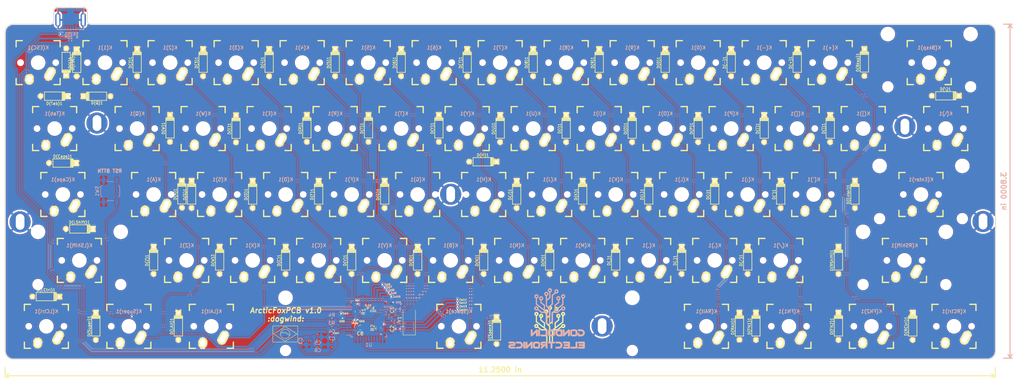
<source format=kicad_pcb>
(kicad_pcb (version 20171130) (host pcbnew 5.0.1)
  (layers (0 F.Cu signal) (31 B.Cu signal) (34 B.Paste user) (35 F.Paste user) (36 B.SilkS user) (37 F.SilkS user) (38 B.Mask user) (39 F.Mask user) (44 Edge.Cuts user))
  (net 0 "")
  (net 1 "Net-(C1-Pad1)")
  (net 2 GND)
  (net 3 "Net-(C2-Pad2)")
  (net 4 VCC)
  (net 5 "Net-(C8-Pad1)")
  (net 6 "Net-(D(')1-Pad2)")
  (net 7 Row3)
  (net 8 "Net-(D(+)1-Pad2)")
  (net 9 Row1)
  (net 10 "Net-(D(,)1-Pad2)")
  (net 11 Row4)
  (net 12 "Net-(D(-)1-Pad2)")
  (net 13 "Net-(D(.)1-Pad2)")
  (net 14 "Net-(D(/)1-Pad2)")
  (net 15 "Net-(D(0)1-Pad2)")
  (net 16 "Net-(D(1)1-Pad2)")
  (net 17 "Net-(D(2)1-Pad2)")
  (net 18 "Net-(D(3)1-Pad2)")
  (net 19 "Net-(D(4)1-Pad2)")
  (net 20 "Net-(D(5)1-Pad2)")
  (net 21 "Net-(D(6)1-Pad2)")
  (net 22 "Net-(D(7)1-Pad2)")
  (net 23 "Net-(D(8)1-Pad2)")
  (net 24 "Net-(D(9)1-Pad2)")
  (net 25 "Net-(D(:)1-Pad2)")
  (net 26 "Net-(D([)1-Pad2)")
  (net 27 Row2)
  (net 28 "Net-(D(\\)1-Pad2)")
  (net 29 "Net-(D(])1-Pad2)")
  (net 30 "Net-(D(A)1-Pad2)")
  (net 31 "Net-(D(B)1-Pad2)")
  (net 32 "Net-(D(Bksp)1-Pad2)")
  (net 33 "Net-(D(C)1-Pad2)")
  (net 34 "Net-(D(Caps)1-Pad2)")
  (net 35 "Net-(D(D)1-Pad2)")
  (net 36 "Net-(D(E)1-Pad2)")
  (net 37 "Net-(D(Enter)1-Pad2)")
  (net 38 "Net-(D(ESC)1-Pad2)")
  (net 39 "Net-(D(F)1-Pad2)")
  (net 40 "Net-(D(FN1)1-Pad2)")
  (net 41 Row5)
  (net 42 "Net-(D(FN2)1-Pad2)")
  (net 43 "Net-(D(G)1-Pad2)")
  (net 44 "Net-(D(H)1-Pad2)")
  (net 45 "Net-(D(I)1-Pad2)")
  (net 46 "Net-(D(J)1-Pad2)")
  (net 47 "Net-(D(K)1-Pad2)")
  (net 48 "Net-(D(L)1-Pad2)")
  (net 49 "Net-(D(LAlt)1-Pad2)")
  (net 50 "Net-(D(LCtrl)1-Pad2)")
  (net 51 "Net-(D(LShift)1-Pad2)")
  (net 52 "Net-(D(M)1-Pad2)")
  (net 53 "Net-(D(N)1-Pad2)")
  (net 54 "Net-(D(O)1-Pad2)")
  (net 55 "Net-(D(P)1-Pad2)")
  (net 56 "Net-(D(Q)1-Pad2)")
  (net 57 "Net-(D(R)1-Pad2)")
  (net 58 "Net-(D(RAlt)1-Pad2)")
  (net 59 "Net-(D(RCtrl)1-Pad2)")
  (net 60 "Net-(D(RShift)1-Pad2)")
  (net 61 "Net-(D(S)1-Pad2)")
  (net 62 "Net-(D(Space)1-Pad2)")
  (net 63 "Net-(D(Super)1-Pad2)")
  (net 64 "Net-(D(T)1-Pad2)")
  (net 65 "Net-(D(Tab)1-Pad2)")
  (net 66 "Net-(D(U)1-Pad2)")
  (net 67 "Net-(D(V)1-Pad2)")
  (net 68 "Net-(D(W)1-Pad2)")
  (net 69 "Net-(D(W)2-Pad2)")
  (net 70 "Net-(D(Y)1-Pad2)")
  (net 71 "Net-(D(Z)1-Pad2)")
  (net 72 "Net-(J1-Pad2)")
  (net 73 "Net-(J1-Pad3)")
  (net 74 "Net-(J1-Pad4)")
  (net 75 Col12)
  (net 76 Col13)
  (net 77 Col9)
  (net 78 Col10)
  (net 79 Col11)
  (net 80 Col2)
  (net 81 Col3)
  (net 82 Col4)
  (net 83 Col5)
  (net 84 Col6)
  (net 85 Col7)
  (net 86 Col8)
  (net 87 Col14)
  (net 88 Col1)
  (net 89 "Net-(R1-Pad1)")
  (net 90 "Net-(R2-Pad2)")
  (net 91 "Net-(R3-Pad1)")
  (net 92 "Net-(R4-Pad1)")
  (net 93 "Net-(U1-Pad1)")
  (net 94 "Net-(U1-Pad42)")
  (net 95 "Net-(U1-Pad36)")
  (net 96 "Net-(U1-Pad37)")
  (net 97 "Net-(U1-Pad38)")
  (net 98 "Net-(U1-Pad39)")
  (net 99 "Net-(U1-Pad40)")
  (module graphics:gondolinElectronicsHorizontalFlippedSMD (layer F.Cu) (at 216.662 189.103)
    (fp_text reference G*** hide)
    (fp_text value LOGO hide)
    (pad 1 smd custom (at -3.937 0) (size 0.2 0.2) (layers B.Cu F.SilkS) (options (clearance outline) (anchor circle)) (primitives (gr_poly (pts (xy 3.187281 -7.520249) (xy 3.275077 -7.499931) (xy 3.356398 -7.464991) (xy 3.433156 -7.414635) (xy 3.497687 -7.35769) (xy 3.532726 -7.321831) (xy 3.558682 -7.291589) (xy 3.57943 -7.261681) (xy 3.598846 -7.226823) (xy 3.609632 -7.205133) (xy 3.647527 -7.110979) (xy 3.668733 -7.018462) (xy 3.673248 -6.926594) (xy 3.661073 -6.834387) (xy 3.632207 -6.74085) (xy 3.609506 -6.689079) (xy 3.589445 -6.649782) (xy 3.569929 -6.617979) (xy 3.547122 -6.588423) (xy 3.517189 -6.555867) (xy 3.497832 -6.536307) (xy 3.45961 -6.499741) (xy 3.426952 -6.47256) (xy 3.394767 -6.450989) (xy 3.357964 -6.43125) (xy 3.3528 -6.428731) (xy 3.314581 -6.411605) (xy 3.275652 -6.396412) (xy 3.242737 -6.385712) (xy 3.234267 -6.383587) (xy 3.206653 -6.377374) (xy 3.185142 -6.372365) (xy 3.177117 -6.370366) (xy 3.175379 -6.366739) (xy 3.173828 -6.356331) (xy 3.172457 -6.338343) (xy 3.171254 -6.311975) (xy 3.170211 -6.276429) (xy 3.169319 -6.230905) (xy 3.168567 -6.174604) (xy 3.167948 -6.106727) (xy 3.167451 -6.026475) (xy 3.167068 -5.933048) (xy 3.166788 -5.825648) (xy 3.166602 -5.703474) (xy 3.166502 -5.565728) (xy 3.166478 -5.459149) (xy 3.166422 -4.550833) (xy 1.882365 -3.526366) (xy 1.752815 -3.423008) (xy 1.626718 -3.32241) (xy 1.504722 -3.225086) (xy 1.38747 -3.131551) (xy 1.275608 -3.042319) (xy 1.169781 -2.957905) (xy 1.070633 -2.878823) (xy 0.97881 -2.805587) (xy 0.894956 -2.738712) (xy 0.819718 -2.678713) (xy 0.753738 -2.626103) (xy 0.697664 -2.581398) (xy 0.652139 -2.54511) (xy 0.617808 -2.517756) (xy 0.595318 -2.499849) (xy 0.585311 -2.491904) (xy 0.584904 -2.491586) (xy 0.584886 -2.489097) (xy 0.592611 -2.487011) (xy 0.609218 -2.485296) (xy 0.635849 -2.483919) (xy 0.673644 -2.482849) (xy 0.723742 -2.482055) (xy 0.787285 -2.481504) (xy 0.865413 -2.481165) (xy 0.959266 -2.481007) (xy 0.965291 -2.481002) (xy 1.359082 -2.480733) (xy 1.947424 -2.950299) (xy 2.535767 -3.419864) (xy 2.53754 -3.435024) (xy 2.84512 -3.435024) (xy 2.846634 -3.413745) (xy 2.852837 -3.396841) (xy 2.865349 -3.378063) (xy 2.872035 -3.369218) (xy 2.888993 -3.344715) (xy 2.895289 -3.328468) (xy 2.892735 -3.317454) (xy 2.889913 -3.304003) (xy 2.898791 -3.286597) (xy 2.904728 -3.278966) (xy 2.936934 -3.246283) (xy 2.97608 -3.2161) (xy 3.015338 -3.193449) (xy 3.027656 -3.188301) (xy 3.071353 -3.178327) (xy 3.12344 -3.17557) (xy 3.177069 -3.179865) (xy 3.225391 -3.191045) (xy 3.23157 -3.193235) (xy 3.288223 -3.223097) (xy 3.335249 -3.265553) (xy 3.371147 -3.318342) (xy 3.394418 -3.379205) (xy 3.403562 -3.445879) (xy 3.403642 -3.452601) (xy 3.398186 -3.515019) (xy 3.380501 -3.56893) (xy 3.348764 -3.618983) (xy 3.329605 -3.641276) (xy 3.286561 -3.681713) (xy 3.242841 -3.708539) (xy 3.193833 -3.723733) (xy 3.134928 -3.729273) (xy 3.1242 -3.729396) (xy 3.085079 -3.72864) (xy 3.056333 -3.725307) (xy 3.031456 -3.718132) (xy 3.004469 -3.70611) (xy 2.946586 -3.668738) (xy 2.900819 -3.62014) (xy 2.868218 -3.561906) (xy 2.84983 -3.495625) (xy 2.846672 -3.466927) (xy 2.84512 -3.435024) (xy 2.53754 -3.435024) (xy 2.541996 -3.473115) (xy 2.56096 -3.581824) (xy 2.590928 -3.6777) (xy 2.631922 -3.760797) (xy 2.676724 -3.822919) (xy 2.746457 -3.892154) (xy 2.826269 -3.949667) (xy 2.913284 -3.993654) (xy 2.988733 -4.018554) (xy 3.042147 -4.027706) (xy 3.104995 -4.031684) (xy 3.170593 -4.030499) (xy 3.232255 -4.024161) (xy 3.263666 -4.018109) (xy 3.354039 -3.988272) (xy 3.436963 -3.944285) (xy 3.511184 -3.887755) (xy 3.575446 -3.820293) (xy 3.628492 -3.743508) (xy 3.669066 -3.659009) (xy 3.695913 -3.568405) (xy 3.707777 -3.473306) (xy 3.708253 -3.448407) (xy 3.699797 -3.354538) (xy 3.675773 -3.264044) (xy 3.637471 -3.178686) (xy 3.586179 -3.100224) (xy 3.523186 -3.03042) (xy 3.44978 -2.971035) (xy 3.367252 -2.92383) (xy 3.306651 -2.899611) (xy 3.214873 -2.877611) (xy 3.121078 -2.871407) (xy 3.027461 -2.880397) (xy 2.936213 -2.903976) (xy 2.849531 -2.941541) (xy 2.769607 -2.992488) (xy 2.698635 -3.056213) (xy 2.685588 -3.070574) (xy 2.643166 -3.118937) (xy 2.614867 -3.097053) (xy 2.604041 -3.088517) (xy 2.581011 -3.070231) (xy 2.5468 -3.043012) (xy 2.502436 -3.007677) (xy 2.448942 -2.965044) (xy 2.387344 -2.915931) (xy 2.318668 -2.861154) (xy 2.24394 -2.801532) (xy 2.164184 -2.737882) (xy 2.080425 -2.671022) (xy 2.023533 -2.625599) (xy 1.4605 -2.176029) (xy 0.827319 -2.175981) (xy 0.707679 -2.175944) (xy 0.603823 -2.175838) (xy 0.514604 -2.175637) (xy 0.438873 -2.175319) (xy 0.375482 -2.174858) (xy 0.323282 -2.174231) (xy 0.281126 -2.173414) (xy 0.247863 -2.172382) (xy 0.222347 -2.171112) (xy 0.203429 -2.169579) (xy 0.18996 -2.167759) (xy 0.180792 -2.165628) (xy 0.174776 -2.163163) (xy 0.173269 -2.162259) (xy 0.1524 -2.148586) (xy 0.1524 1.083734) (xy -0.1524 1.083734) (xy -0.152027 -0.60325) (xy -0.151654 -2.290233) (xy 0.237034 -2.599267) (xy 0.625723 -2.9083) (xy 0.626128 -3.670966) (xy 0.626533 -4.433633) (xy 1.13026 -4.835133) (xy 1.633986 -5.236633) (xy 1.633966 -5.520267) (xy 1.633947 -5.8039) (xy 1.572624 -5.818539) (xy 1.481741 -5.848601) (xy 1.398777 -5.892675) (xy 1.324927 -5.949232) (xy 1.261386 -6.016741) (xy 1.20935 -6.093674) (xy 1.170015 -6.178501) (xy 1.144575 -6.269692) (xy 1.134228 -6.365718) (xy 1.134052 -6.379633) (xy 1.134168 -6.381421) (xy 1.435506 -6.381421) (xy 1.435515 -6.379786) (xy 1.437664 -6.334011) (xy 1.444168 -6.298633) (xy 1.453811 -6.272312) (xy 1.4863 -6.218811) (xy 1.53095 -6.171574) (xy 1.583604 -6.134286) (xy 1.634067 -6.112384) (xy 1.671012 -6.106046) (xy 1.716722 -6.105221) (xy 1.764084 -6.109544) (xy 1.805983 -6.118649) (xy 1.814911 -6.121682) (xy 1.871664 -6.151433) (xy 1.91947 -6.19341) (xy 1.956775 -6.244839) (xy 1.982028 -6.302947) (xy 1.993674 -6.364961) (xy 1.990163 -6.428109) (xy 1.98921 -6.432986) (xy 1.96813 -6.500145) (xy 1.9345 -6.556183) (xy 1.88756 -6.602129) (xy 1.844327 -6.629959) (xy 1.816902 -6.644101) (xy 1.794617 -6.652731) (xy 1.771456 -6.657194) (xy 1.741405 -6.658838) (xy 1.7145 -6.659033) (xy 1.673033 -6.658137) (xy 1.642888 -6.654836) (xy 1.61852 -6.648209) (xy 1.59956 -6.639943) (xy 1.54037 -6.60267) (xy 1.493928 -6.554895) (xy 1.462972 -6.504314) (xy 1.448321 -6.472406) (xy 1.439956 -6.446259) (xy 1.436232 -6.418416) (xy 1.435506 -6.381421) (xy 1.134168 -6.381421) (xy 1.140418 -6.477002) (xy 1.160272 -6.565211) (xy 1.194485 -6.646372) (xy 1.243931 -6.722596) (xy 1.303867 -6.790419) (xy 1.381066 -6.856907) (xy 1.464007 -6.907616) (xy 1.552186 -6.942369) (xy 1.6451 -6.960987) (xy 1.742246 -6.963292) (xy 1.782012 -6.959627) (xy 1.874401 -6.941653) (xy 1.957691 -6.911149) (xy 2.034618 -6.86676) (xy 2.107917 -6.807135) (xy 2.126236 -6.78945) (xy 2.188845 -6.715645) (xy 2.237138 -6.634123) (xy 2.270852 -6.546617) (xy 2.289723 -6.454859) (xy 2.293489 -6.36058) (xy 2.281885 -6.265514) (xy 2.254649 -6.171392) (xy 2.229132 -6.112933) (xy 2.200909 -6.066275) (xy 2.162484 -6.016792) (xy 2.117597 -5.968293) (xy 2.069987 -5.92459) (xy 2.023394 -5.889492) (xy 1.992239 -5.871527) (xy 1.939778 -5.846233) (xy 1.93898 -5.469467) (xy 1.938183 -5.0927) (xy 1.434758 -4.691906) (xy 0.931333 -4.291113) (xy 0.931333 -3.724169) (xy 0.93138 -3.610056) (xy 0.931535 -3.511802) (xy 0.93182 -3.428332) (xy 0.932257 -3.358573) (xy 0.932867 -3.301449) (xy 0.933672 -3.255887) (xy 0.934693 -3.220811) (xy 0.935953 -3.195149) (xy 0.937473 -3.177824) (xy 0.939274 -3.167764) (xy 0.941379 -3.163894) (xy 0.942645 -3.163996) (xy 0.950475 -3.169982) (xy 0.970787 -3.185939) (xy 1.002831 -3.211272) (xy 1.045859 -3.245383) (xy 1.099121 -3.287676) (xy 1.161868 -3.337555) (xy 1.23335 -3.394424) (xy 1.312818 -3.457686) (xy 1.399522 -3.526745) (xy 1.492714 -3.601005) (xy 1.591644 -3.679869) (xy 1.695563 -3.762742) (xy 1.803722 -3.849026) (xy 1.907845 -3.932119) (xy 2.861733 -4.693471) (xy 2.861733 -6.407809) (xy 2.804583 -6.439457) (xy 2.764086 -6.466004) (xy 2.7188 -6.502648) (xy 2.678304 -6.540692) (xy 2.643014 -6.577768) (xy 2.61666 -6.610021) (xy 2.595028 -6.643294) (xy 2.573904 -6.683432) (xy 2.570864 -6.689689) (xy 2.53301 -6.784296) (xy 2.511875 -6.877161) (xy 2.508531 -6.9469) (xy 2.810933 -6.9469) (xy 2.81857 -6.879966) (xy 2.840157 -6.819992) (xy 2.873715 -6.768201) (xy 2.917264 -6.725816) (xy 2.968822 -6.694062) (xy 3.026408 -6.674161) (xy 3.088042 -6.667337) (xy 3.151744 -6.674814) (xy 3.214771 -6.697441) (xy 3.270999 -6.733376) (xy 3.314684 -6.778418) (xy 3.345842 -6.830314) (xy 3.364492 -6.886816) (xy 3.37065 -6.945672) (xy 3.364333 -7.004632) (xy 3.345559 -7.061445) (xy 3.314344 -7.11386) (xy 3.270707 -7.159628) (xy 3.214664 -7.196498) (xy 3.210942 -7.198361) (xy 3.177403 -7.213581) (xy 3.149499 -7.222003) (xy 3.118994 -7.225519) (xy 3.090333 -7.226077) (xy 3.052723 -7.224947) (xy 3.02373 -7.220294) (xy 2.995118 -7.210225) (xy 2.969725 -7.198361) (xy 2.910348 -7.160555) (xy 2.864105 -7.112634) (xy 2.831777 -7.055835) (xy 2.814145 -6.991395) (xy 2.810933 -6.9469) (xy 2.508531 -6.9469) (xy 2.50746 -6.969229) (xy 2.519765 -7.061443) (xy 2.54879 -7.154747) (xy 2.571035 -7.205133) (xy 2.591316 -7.244672) (xy 2.610955 -7.276562) (xy 2.63383 -7.306094) (xy 2.66382 -7.338556) (xy 2.68298 -7.357822) (xy 2.757654 -7.422316) (xy 2.835934 -7.470707) (xy 2.919581 -7.503723) (xy 3.010357 -7.522094) (xy 3.091096 -7.526741) (xy 3.187281 -7.520249)) (width 0.01))))
    (pad 1 smd custom (at -5.588 0) (size 0.2 0.2) (layers B.Cu F.SilkS) (options (clearance outline) (anchor circle)) (primitives (gr_poly (pts (xy -2.893489 -7.522602) (xy -2.822562 -7.509353) (xy -2.752728 -7.485357) (xy -2.709333 -7.465569) (xy -2.638711 -7.422728) (xy -2.572113 -7.366825) (xy -2.513411 -7.301728) (xy -2.466479 -7.231307) (xy -2.457176 -7.2136) (xy -2.426557 -7.144722) (xy -2.406746 -7.080835) (xy -2.396172 -7.015377) (xy -2.393248 -6.9469) (xy -2.396808 -6.872156) (xy -2.408569 -6.805436) (xy -2.430149 -6.739966) (xy -2.456512 -6.682048) (xy -2.502665 -6.606634) (xy -2.561222 -6.537846) (xy -2.62917 -6.478415) (xy -2.703492 -6.431073) (xy -2.762496 -6.404818) (xy -2.815166 -6.385747) (xy -2.817325 -5.564073) (xy -2.819483 -4.742399) (xy -1.822177 -3.968779) (xy -1.707604 -3.879914) (xy -1.596615 -3.793851) (xy -1.489955 -3.711164) (xy -1.388367 -3.63243) (xy -1.292594 -3.558224) (xy -1.20338 -3.489122) (xy -1.121469 -3.425699) (xy -1.047603 -3.36853) (xy -0.982526 -3.318191) (xy -0.926982 -3.275258) (xy -0.881714 -3.240306) (xy -0.847466 -3.213911) (xy -0.824981 -3.196648) (xy -0.815003 -3.189092) (xy -0.814602 -3.188814) (xy -0.812444 -3.190962) (xy -0.81059 -3.200918) (xy -0.809021 -3.219657) (xy -0.807718 -3.24815) (xy -0.806664 -3.287373) (xy -0.805839 -3.338298) (xy -0.805225 -3.401898) (xy -0.804805 -3.479149) (xy -0.804558 -3.571022) (xy -0.804467 -3.678492) (xy -0.804469 -3.722717) (xy -0.804605 -4.262966) (xy -1.820333 -5.072596) (xy -1.820405 -5.450948) (xy -1.820476 -5.8293) (xy -1.875403 -5.858475) (xy -1.95795 -5.911604) (xy -2.029835 -5.976977) (xy -2.089712 -6.052889) (xy -2.136232 -6.137638) (xy -2.167704 -6.22816) (xy -2.17903 -6.291328) (xy -2.183895 -6.362366) (xy -2.183604 -6.374704) (xy -1.883172 -6.374704) (xy -1.883142 -6.371345) (xy -1.880668 -6.324551) (xy -1.873637 -6.288161) (xy -1.864502 -6.263473) (xy -1.833312 -6.211929) (xy -1.78994 -6.165234) (xy -1.739138 -6.128216) (xy -1.722967 -6.119626) (xy -1.69681 -6.107695) (xy -1.675106 -6.100655) (xy -1.65198 -6.097512) (xy -1.621552 -6.097274) (xy -1.595967 -6.098168) (xy -1.551305 -6.101278) (xy -1.518246 -6.106963) (xy -1.491529 -6.116259) (xy -1.482941 -6.120434) (xy -1.425199 -6.159064) (xy -1.380077 -6.207154) (xy -1.348046 -6.262435) (xy -1.329579 -6.322639) (xy -1.325145 -6.385497) (xy -1.335215 -6.448741) (xy -1.360262 -6.510103) (xy -1.392219 -6.557317) (xy -1.415255 -6.57999) (xy -1.44645 -6.603897) (xy -1.474607 -6.621319) (xy -1.502107 -6.635399) (xy -1.524527 -6.643989) (xy -1.547901 -6.648433) (xy -1.578263 -6.65008) (xy -1.604433 -6.650288) (xy -1.645597 -6.64946) (xy -1.675468 -6.646266) (xy -1.699625 -6.639772) (xy -1.719886 -6.630931) (xy -1.778545 -6.594116) (xy -1.824353 -6.547354) (xy -1.855961 -6.495872) (xy -1.870548 -6.464182) (xy -1.87887 -6.438352) (xy -1.88254 -6.41099) (xy -1.883172 -6.374704) (xy -2.183604 -6.374704) (xy -2.182205 -6.433983) (xy -2.173867 -6.498884) (xy -2.171289 -6.510866) (xy -2.142735 -6.597056) (xy -2.09946 -6.678586) (xy -2.043493 -6.753275) (xy -1.976863 -6.818943) (xy -1.901599 -6.87341) (xy -1.819732 -6.914495) (xy -1.783708 -6.927286) (xy -1.686218 -6.949228) (xy -1.588789 -6.954787) (xy -1.493076 -6.944328) (xy -1.400734 -6.918219) (xy -1.313418 -6.876827) (xy -1.232783 -6.820517) (xy -1.209352 -6.800044) (xy -1.145329 -6.730162) (xy -1.094734 -6.651923) (xy -1.057723 -6.567332) (xy -1.034452 -6.4784) (xy -1.025075 -6.387132) (xy -1.029748 -6.295537) (xy -1.048626 -6.205624) (xy -1.081865 -6.119399) (xy -1.129619 -6.038872) (xy -1.148566 -6.01392) (xy -1.217144 -5.940747) (xy -1.293427 -5.882391) (xy -1.378668 -5.838014) (xy -1.4478 -5.813812) (xy -1.519767 -5.793078) (xy -1.519767 -5.2197) (xy -1.013883 -4.815395) (xy -0.508 -4.41109) (xy -0.508 -2.94946) (xy -0.156633 -2.676889) (xy 0.194733 -2.404318) (xy 0.194733 1.083734) (xy -0.111526 1.083734) (xy -0.105295 -0.5461) (xy -0.099064 -2.175933) (xy -1.554456 -2.175933) (xy -2.636826 -3.011377) (xy -2.686662 -2.979167) (xy -2.766174 -2.937174) (xy -2.853304 -2.907878) (xy -2.944537 -2.89178) (xy -3.036362 -2.889381) (xy -3.125267 -2.901183) (xy -3.163004 -2.911143) (xy -3.255362 -2.948076) (xy -3.33839 -2.998202) (xy -3.41099 -3.060119) (xy -3.472062 -3.132423) (xy -3.520506 -3.213712) (xy -3.555223 -3.302585) (xy -3.575114 -3.397638) (xy -3.578917 -3.4417) (xy -3.578899 -3.44695) (xy -3.278535 -3.44695) (xy -3.265548 -3.383599) (xy -3.238755 -3.324946) (xy -3.199688 -3.273693) (xy -3.149878 -3.232539) (xy -3.104248 -3.209066) (xy -3.055373 -3.196577) (xy -2.999262 -3.193035) (xy -2.942439 -3.198149) (xy -2.891427 -3.21163) (xy -2.874093 -3.219309) (xy -2.829122 -3.249529) (xy -2.78675 -3.290731) (xy -2.752415 -3.337204) (xy -2.740352 -3.359779) (xy -2.725999 -3.407032) (xy -2.720906 -3.462231) (xy -2.724927 -3.519243) (xy -2.737915 -3.571935) (xy -2.745899 -3.591076) (xy -2.778282 -3.641545) (xy -2.822325 -3.686814) (xy -2.872753 -3.721708) (xy -2.885646 -3.728162) (xy -2.911282 -3.737943) (xy -2.939356 -3.743636) (xy -2.975488 -3.746128) (xy -3.001433 -3.746457) (xy -3.039431 -3.745969) (xy -3.066513 -3.74356) (xy -3.088688 -3.737887) (xy -3.111965 -3.727608) (xy -3.131185 -3.717465) (xy -3.188491 -3.677646) (xy -3.232164 -3.627793) (xy -3.262077 -3.568084) (xy -3.276186 -3.512302) (xy -3.278535 -3.44695) (xy -3.578899 -3.44695) (xy -3.578644 -3.520734) (xy -3.568665 -3.592507) (xy -3.54771 -3.662991) (xy -3.516857 -3.733434) (xy -3.469783 -3.811114) (xy -3.41003 -3.881222) (xy -3.34028 -3.941433) (xy -3.263216 -3.989423) (xy -3.183466 -4.02227) (xy -3.0883 -4.045327) (xy -2.998044 -4.053175) (xy -2.909968 -4.045615) (xy -2.821342 -4.022448) (xy -2.7432 -3.990177) (xy -2.704382 -3.970679) (xy -2.673371 -3.952023) (xy -2.645001 -3.930437) (xy -2.614107 -3.902151) (xy -2.590643 -3.87881) (xy -2.534534 -3.81592) (xy -2.491775 -3.753122) (xy -2.459516 -3.685579) (xy -2.437858 -3.619493) (xy -2.422027 -3.531731) (xy -2.420436 -3.438158) (xy -2.432963 -3.341938) (xy -2.451128 -3.271286) (xy -2.45099 -3.266945) (xy -2.447722 -3.26075) (xy -2.440467 -3.252) (xy -2.428367 -3.239995) (xy -2.410565 -3.224035) (xy -2.386203 -3.203418) (xy -2.354424 -3.177445) (xy -2.314371 -3.145416) (xy -2.265185 -3.106629) (xy -2.206011 -3.060385) (xy -2.135989 -3.005983) (xy -2.054264 -2.942723) (xy -1.959977 -2.869904) (xy -1.956135 -2.86694) (xy -1.455504 -2.480606) (xy -0.928337 -2.482786) (xy -0.401171 -2.484967) (xy -1.760569 -3.539313) (xy -3.119966 -4.59366) (xy -3.122122 -5.487113) (xy -3.124277 -6.380567) (xy -3.191796 -6.408173) (xy -3.27932 -6.452688) (xy -3.356583 -6.50969) (xy -3.422583 -6.577601) (xy -3.476315 -6.654844) (xy -3.516778 -6.739842) (xy -3.542969 -6.831018) (xy -3.553883 -6.926796) (xy -3.553634 -6.9469) (xy -3.24696 -6.9469) (xy -3.246383 -6.905192) (xy -3.244134 -6.875608) (xy -3.239445 -6.853363) (xy -3.231548 -6.833672) (xy -3.22755 -6.825868) (xy -3.186999 -6.766917) (xy -3.135322 -6.719637) (xy -3.074567 -6.685651) (xy -3.033218 -6.671963) (xy -2.98905 -6.666787) (xy -2.938093 -6.669942) (xy -2.887791 -6.680594) (xy -2.857841 -6.691655) (xy -2.804618 -6.722414) (xy -2.762269 -6.762266) (xy -2.726885 -6.814929) (xy -2.725488 -6.817485) (xy -2.711463 -6.844686) (xy -2.702913 -6.866815) (xy -2.698514 -6.889858) (xy -2.696938 -6.9198) (xy -2.696801 -6.9469) (xy -2.699941 -7.002894) (xy -2.710485 -7.048622) (xy -2.730535 -7.089899) (xy -2.762194 -7.132541) (xy -2.765201 -7.13608) (xy -2.800375 -7.167524) (xy -2.846567 -7.195171) (xy -2.897882 -7.216086) (xy -2.94828 -7.227314) (xy -3.008796 -7.226039) (xy -3.069019 -7.209908) (xy -3.125669 -7.180734) (xy -3.175468 -7.140331) (xy -3.215137 -7.09051) (xy -3.224145 -7.074811) (xy -3.234888 -7.052642) (xy -3.241635 -7.032212) (xy -3.245288 -7.008458) (xy -3.246753 -6.976311) (xy -3.24696 -6.9469) (xy -3.553634 -6.9469) (xy -3.553265 -6.976533) (xy -3.539914 -7.074593) (xy -3.511772 -7.166162) (xy -3.470088 -7.250055) (xy -3.416112 -7.325089) (xy -3.351094 -7.390079) (xy -3.276285 -7.44384) (xy -3.192935 -7.485188) (xy -3.102294 -7.512939) (xy -3.005611 -7.525907) (xy -2.972562 -7.526741) (xy -2.893489 -7.522602)) (width 0.01))))
    (pad 1 smd custom (at -4.699 0) (size 0.2 0.2) (layers B.Cu F.SilkS) (options (clearance outline) (anchor circle)) (primitives (gr_poly (pts (xy 0.160434 -9.244993) (xy 0.229564 -9.225239) (xy 0.296795 -9.197499) (xy 0.356719 -9.162567) (xy 0.41453 -9.117115) (xy 0.449396 -9.084367) (xy 0.485224 -9.046886) (xy 0.512393 -9.012544) (xy 0.535888 -8.974449) (xy 0.553524 -8.940434) (xy 0.585958 -8.865714) (xy 0.606222 -8.795321) (xy 0.615587 -8.723283) (xy 0.615584 -8.6487) (xy 0.60275 -8.552105) (xy 0.574707 -8.460486) (xy 0.532641 -8.375482) (xy 0.477736 -8.298732) (xy 0.411175 -8.231878) (xy 0.334142 -8.176559) (xy 0.247822 -8.134414) (xy 0.242934 -8.132551) (xy 0.1905 -8.11284) (xy 0.188342 -7.291259) (xy 0.186183 -6.469678) (xy -0.317173 -6.069055) (xy -0.82053 -5.668433) (xy -0.820922 -4.246033) (xy -0.634437 -4.091452) (xy -0.447951 -3.936872) (xy -0.370025 -3.998655) (xy -0.34969 -4.014744) (xy -0.317425 -4.040227) (xy -0.274603 -4.074022) (xy -0.222597 -4.115046) (xy -0.162779 -4.162216) (xy -0.096523 -4.214451) (xy -0.025201 -4.270667) (xy 0.049813 -4.329782) (xy 0.127146 -4.390713) (xy 0.14605 -4.405606) (xy 0.5842 -4.750773) (xy 0.5842 -7.339254) (xy 1.020468 -7.688003) (xy 1.456736 -8.036751) (xy 1.438925 -8.063326) (xy 1.393764 -8.145824) (xy 1.363558 -8.23614) (xy 1.348384 -8.334007) (xy 1.346458 -8.386233) (xy 1.647064 -8.386233) (xy 1.648047 -8.346511) (xy 1.652334 -8.316365) (xy 1.661311 -8.288546) (xy 1.669186 -8.27068) (xy 1.704661 -8.213244) (xy 1.75062 -8.167044) (xy 1.804631 -8.132972) (xy 1.864262 -8.111921) (xy 1.92708 -8.104783) (xy 1.990655 -8.112451) (xy 2.045898 -8.132448) (xy 2.088877 -8.16006) (xy 2.129811 -8.198008) (xy 2.164213 -8.241346) (xy 2.187595 -8.28513) (xy 2.18969 -8.290885) (xy 2.204211 -8.35814) (xy 2.202607 -8.424835) (xy 2.185362 -8.488586) (xy 2.152961 -8.547007) (xy 2.132602 -8.571981) (xy 2.080541 -8.617459) (xy 2.022458 -8.648205) (xy 1.960667 -8.664156) (xy 1.897479 -8.665254) (xy 1.835207 -8.651438) (xy 1.776163 -8.622647) (xy 1.726349 -8.582554) (xy 1.685763 -8.53263) (xy 1.660053 -8.477343) (xy 1.648175 -8.414107) (xy 1.647064 -8.386233) (xy 1.346458 -8.386233) (xy 1.351972 -8.477073) (xy 1.36939 -8.559138) (xy 1.400046 -8.636885) (xy 1.444657 -8.71384) (xy 1.503176 -8.787139) (xy 1.572325 -8.848627) (xy 1.65011 -8.897779) (xy 1.734539 -8.934071) (xy 1.823617 -8.956976) (xy 1.915353 -8.965971) (xy 2.007751 -8.96053) (xy 2.09882 -8.94013) (xy 2.180167 -8.907473) (xy 2.266066 -8.856276) (xy 2.339222 -8.794082) (xy 2.400335 -8.720186) (xy 2.447565 -8.639146) (xy 2.481963 -8.550648) (xy 2.500976 -8.459534) (xy 2.505208 -8.367667) (xy 2.495264 -8.276911) (xy 2.47175 -8.189127) (xy 2.435271 -8.106179) (xy 2.386433 -8.029931) (xy 2.32584 -7.962244) (xy 2.254098 -7.904983) (xy 2.19851 -7.872574) (xy 2.14679 -7.847894) (xy 2.102296 -7.830704) (xy 2.059133 -7.819509) (xy 2.011406 -7.812816) (xy 1.953222 -7.809129) (xy 1.947333 -7.808896) (xy 1.900271 -7.807489) (xy 1.864958 -7.807766) (xy 1.836254 -7.810214) (xy 1.809017 -7.815319) (xy 1.778106 -7.823568) (xy 1.771284 -7.825563) (xy 1.701068 -7.846271) (xy 1.297151 -7.523246) (xy 0.893233 -7.200222) (xy 0.89109 -5.903491) (xy 0.888946 -4.606761) (xy -0.211052 -3.740385) (xy -0.050985 -3.607976) (xy 0.109082 -3.475566) (xy 0.109574 -1.195917) (xy 0.110067 1.083734) (xy -0.194733 1.083734) (xy -0.194733 -3.334548) (xy -1.117553 -4.101472) (xy -1.119693 -5.582342) (xy -1.121833 -7.063213) (xy -1.186662 -7.086095) (xy -1.278076 -7.126992) (xy -1.359557 -7.181235) (xy -1.430077 -7.247848) (xy -1.488608 -7.325858) (xy -1.534123 -7.414287) (xy -1.535157 -7.4168) (xy -1.555141 -7.471492) (xy -1.567829 -7.522542) (xy -1.574504 -7.576798) (xy -1.57644 -7.637567) (xy -1.575434 -7.651535) (xy -1.274999 -7.651535) (xy -1.273633 -7.59473) (xy -1.262846 -7.543072) (xy -1.255914 -7.525379) (xy -1.222769 -7.471456) (xy -1.177744 -7.424093) (xy -1.124908 -7.386893) (xy -1.075267 -7.365451) (xy -1.038322 -7.359112) (xy -0.992611 -7.358288) (xy -0.945249 -7.362611) (xy -0.90335 -7.371716) (xy -0.894422 -7.374749) (xy -0.836797 -7.404776) (xy -0.789407 -7.446511) (xy -0.753187 -7.497511) (xy -0.729073 -7.555333) (xy -0.718001 -7.617534) (xy -0.720907 -7.68167) (xy -0.738726 -7.745297) (xy -0.746139 -7.761916) (xy -0.779311 -7.812562) (xy -0.825645 -7.857222) (xy -0.873894 -7.888449) (xy -0.898314 -7.900154) (xy -0.920596 -7.907223) (xy -0.946524 -7.910784) (xy -0.981884 -7.911964) (xy -0.994833 -7.912022) (xy -1.034063 -7.911404) (xy -1.06236 -7.908679) (xy -1.0857 -7.90268) (xy -1.110056 -7.892242) (xy -1.118992 -7.887798) (xy -1.176095 -7.850696) (xy -1.221387 -7.802524) (xy -1.250102 -7.755466) (xy -1.267102 -7.707207) (xy -1.274999 -7.651535) (xy -1.575434 -7.651535) (xy -1.56946 -7.734472) (xy -1.547685 -7.823985) (xy -1.510616 -7.907297) (xy -1.457751 -7.985599) (xy -1.405707 -8.043485) (xy -1.328141 -8.109898) (xy -1.244568 -8.16062) (xy -1.155833 -8.195445) (xy -1.062781 -8.214168) (xy -0.96626 -8.216582) (xy -0.867113 -8.202481) (xy -0.8128 -8.187934) (xy -0.731509 -8.154121) (xy -0.653584 -8.104271) (xy -0.583382 -8.042967) (xy -0.547431 -8.005233) (xy -0.520126 -7.970545) (xy -0.496447 -7.931953) (xy -0.47941 -7.899034) (xy -0.447068 -7.824618) (xy -0.426841 -7.754662) (xy -0.417472 -7.683234) (xy -0.41755 -7.6073) (xy -0.429571 -7.509313) (xy -0.455512 -7.420223) (xy -0.496096 -7.338324) (xy -0.55204 -7.261907) (xy -0.573065 -7.238586) (xy -0.630748 -7.18499) (xy -0.694618 -7.138649) (xy -0.759311 -7.103318) (xy -0.77686 -7.095904) (xy -0.817033 -7.080124) (xy -0.819216 -6.565523) (xy -0.819647 -6.459394) (xy -0.819951 -6.368982) (xy -0.820096 -6.293073) (xy -0.820051 -6.23045) (xy -0.819786 -6.179898) (xy -0.81927 -6.140202) (xy -0.818472 -6.110146) (xy -0.817361 -6.088514) (xy -0.815907 -6.074092) (xy -0.814079 -6.065664) (xy -0.811846 -6.062013) (xy -0.809178 -6.061926) (xy -0.806516 -6.063768) (xy -0.797128 -6.071434) (xy -0.775803 -6.088583) (xy -0.743863 -6.114162) (xy -0.702626 -6.147117) (xy -0.653413 -6.186394) (xy -0.597543 -6.230939) (xy -0.536335 -6.2797) (xy -0.471109 -6.331622) (xy -0.455083 -6.344373) (xy -0.118533 -6.612131) (xy -0.118533 -8.116441) (xy -0.162983 -8.130507) (xy -0.227565 -8.1579) (xy -0.293184 -8.198267) (xy -0.355801 -8.24843) (xy -0.411378 -8.305209) (xy -0.450324 -8.356693) (xy -0.496355 -8.441135) (xy -0.526734 -8.530248) (xy -0.541922 -8.625639) (xy -0.543958 -8.683325) (xy -0.543357 -8.693332) (xy -0.242076 -8.693332) (xy -0.240171 -8.638667) (xy -0.230655 -8.588399) (xy -0.221762 -8.564033) (xy -0.188852 -8.51084) (xy -0.14316 -8.464001) (xy -0.088668 -8.427481) (xy -0.080433 -8.423354) (xy -0.02091 -8.403694) (xy 0.043605 -8.398139) (xy 0.108513 -8.406842) (xy 0.138511 -8.416149) (xy 0.196417 -8.445848) (xy 0.2429 -8.485857) (xy 0.277892 -8.533925) (xy 0.301328 -8.587803) (xy 0.313141 -8.645241) (xy 0.313264 -8.703987) (xy 0.301632 -8.761792) (xy 0.278177 -8.816406) (xy 0.242834 -8.865578) (xy 0.195535 -8.907059) (xy 0.153716 -8.931052) (xy 0.12522 -8.942948) (xy 0.098537 -8.949816) (xy 0.066989 -8.952907) (xy 0.033867 -8.9535) (xy -0.00468 -8.952716) (xy -0.032827 -8.949474) (xy -0.057071 -8.942439) (xy -0.083909 -8.930279) (xy -0.087154 -8.928644) (xy -0.140448 -8.89355) (xy -0.186344 -8.847576) (xy -0.220324 -8.79534) (xy -0.222922 -8.789887) (xy -0.236338 -8.745902) (xy -0.242076 -8.693332) (xy -0.543357 -8.693332) (xy -0.539479 -8.75789) (xy -0.525875 -8.826658) (xy -0.501601 -8.895967) (xy -0.48129 -8.940413) (xy -0.461057 -8.978438) (xy -0.439255 -9.011383) (xy -0.412056 -9.044366) (xy -0.375635 -9.082505) (xy -0.373383 -9.08476) (xy -0.296242 -9.150715) (xy -0.212769 -9.201343) (xy -0.124163 -9.236365) (xy -0.031626 -9.2555) (xy 0.06364 -9.25847) (xy 0.160434 -9.244993)) (width 0.01))))
    (pad 1 smd custom (at 4.064 2.159) (size 0.2 0.2) (layers B.Cu B.SilkS B.Mask) (options (clearance outline) (anchor circle)) (primitives (gr_poly (pts (xy 1.176867 -1.059323) (xy 1.232946 -1.024325) (xy 1.274516 -0.985804) (xy 1.302114 -0.94515) (xy 1.325034 -0.9017) (xy 1.325034 -0.0889) (xy 1.325025 0.046641) (xy 1.324986 0.166288) (xy 1.324895 0.271081) (xy 1.324734 0.362061) (xy 1.32448 0.440268) (xy 1.324115 0.506741) (xy 1.323616 0.56252) (xy 1.322965 0.608646) (xy 1.322141 0.646159) (xy 1.321123 0.676097) (xy 1.319891 0.699502) (xy 1.318424 0.717413) (xy 1.316703 0.73087) (xy 1.314707 0.740914) (xy 1.312415 0.748583) (xy 1.309807 0.754919) (xy 1.308449 0.757767) (xy 1.288836 0.789036) (xy 1.261114 0.822196) (xy 1.22929 0.85341) (xy 1.197369 0.878838) (xy 1.169358 0.894642) (xy 1.163536 0.896611) (xy 1.150018 0.898368) (xy 1.122622 0.899927) (xy 1.081017 0.901291) (xy 1.024875 0.902465) (xy 0.953868 0.903452) (xy 0.867667 0.904255) (xy 0.765944 0.904878) (xy 0.648369 0.905324) (xy 0.514615 0.905598) (xy 0.364352 0.905701) (xy 0.3175 0.9057) (xy 0.181963 0.905669) (xy 0.062315 0.90561) (xy -0.042487 0.905502) (xy -0.133488 0.905326) (xy -0.21173 0.905059) (xy -0.278258 0.904683) (xy -0.334116 0.904174) (xy -0.380347 0.903514) (xy -0.417995 0.902682) (xy -0.448104 0.901656) (xy -0.471718 0.900416) (xy -0.489881 0.898941) (xy -0.503637 0.897211) (xy -0.514028 0.895204) (xy -0.5221 0.892901) (xy -0.528896 0.89028) (xy -0.532147 0.888841) (xy -0.588765 0.85561) (xy -0.634854 0.813017) (xy -0.658395 0.78025) (xy -0.670571 0.757131) (xy -0.677602 0.735351) (xy -0.680822 0.708744) (xy -0.681566 0.6731) (xy -0.68033 0.632743) (xy -0.675699 0.601984) (xy -0.666295 0.573606) (xy -0.659697 0.558749) (xy -0.625104 0.502602) (xy -0.580419 0.459488) (xy -0.541962 0.43678) (xy -0.534649 0.433546) (xy -0.526854 0.430727) (xy -0.517411 0.42829) (xy -0.505152 0.426203) (xy -0.488913 0.424432) (xy -0.467528 0.422944) (xy -0.43983 0.421706) (xy -0.404653 0.420685) (xy -0.360831 0.419848) (xy -0.307199 0.419161) (xy -0.24259 0.418593) (xy -0.165839 0.418109) (xy -0.075779 0.417676) (xy 0.028755 0.417262) (xy 0.14893 0.416834) (xy 0.162984 0.416785) (xy 0.829734 0.41447) (xy 0.829734 0.160867) (xy -0.224366 0.160853) (xy -0.275166 0.136768) (xy -0.33321 0.103557) (xy -0.375812 0.065462) (xy -0.404182 0.020677) (xy -0.419532 -0.032602) (xy -0.42325 -0.084212) (xy -0.416906 -0.148116) (xy -0.397392 -0.2027) (xy -0.363715 -0.25041) (xy -0.350262 -0.26417) (xy -0.337839 -0.276209) (xy -0.32672 -0.286572) (xy -0.315598 -0.295393) (xy -0.303166 -0.302808) (xy -0.288116 -0.308952) (xy -0.269142 -0.313961) (xy -0.244935 -0.317969) (xy -0.214188 -0.321111) (xy -0.175595 -0.323524) (xy -0.127848 -0.325342) (xy -0.069639 -0.326701) (xy 0.000338 -0.327736) (xy 0.083391 -0.328582) (xy 0.180828 -0.329374) (xy 0.287867 -0.3302) (xy 0.8255 -0.334433) (xy 0.827842 -0.459069) (xy 0.830183 -0.583705) (xy 0.167442 -0.586069) (xy -0.4953 -0.588433) (xy -0.5334 -0.607262) (xy -0.59291 -0.644569) (xy -0.639559 -0.690835) (xy -0.658292 -0.718173) (xy -0.670094 -0.740339) (xy -0.6771 -0.760994) (xy -0.680505 -0.785882) (xy -0.681506 -0.820746) (xy -0.681523 -0.829733) (xy -0.680019 -0.874647) (xy -0.675106 -0.907449) (xy -0.666086 -0.932742) (xy -0.66584 -0.933241) (xy -0.63897 -0.97569) (xy -0.603375 -1.015682) (xy -0.564321 -1.047755) (xy -0.543888 -1.059741) (xy -0.503766 -1.0795) (xy 1.138767 -1.0795) (xy 1.176867 -1.059323)) (width 0.01))))
    (pad 1 smd custom (at 2.921 2.159) (size 0.2 0.2) (layers B.Cu B.SilkS B.Mask) (options (clearance outline) (anchor circle)) (primitives (gr_poly (pts (xy 0.10818 -1.075523) (xy 0.15141 -1.065987) (xy 0.169334 -1.05863) (xy 0.222649 -1.026326) (xy 0.262713 -0.989755) (xy 0.292532 -0.946773) (xy 0.3175 -0.9017) (xy 0.3175 0.7239) (xy 0.292418 0.769183) (xy 0.266813 0.807055) (xy 0.234473 0.842821) (xy 0.19955 0.872642) (xy 0.166201 0.892681) (xy 0.153834 0.89721) (xy 0.139324 0.898823) (xy 0.108176 0.900273) (xy 0.060685 0.901559) (xy -0.002854 0.902677) (xy -0.082147 0.903624) (xy -0.176899 0.904398) (xy -0.286815 0.904995) (xy -0.4116 0.905413) (xy -0.55096 0.905648) (xy -0.690033 0.9057) (xy -0.825571 0.905669) (xy -0.945218 0.90561) (xy -1.050021 0.905502) (xy -1.141021 0.905326) (xy -1.219263 0.905059) (xy -1.285791 0.904683) (xy -1.341649 0.904174) (xy -1.38788 0.903514) (xy -1.425528 0.902682) (xy -1.455637 0.901656) (xy -1.479252 0.900416) (xy -1.497414 0.898941) (xy -1.51117 0.897211) (xy -1.521562 0.895204) (xy -1.529633 0.892901) (xy -1.536429 0.89028) (xy -1.539681 0.888841) (xy -1.596298 0.85561) (xy -1.642387 0.813017) (xy -1.665929 0.78025) (xy -1.677674 0.758178) (xy -1.68464 0.73758) (xy -1.688011 0.712726) (xy -1.688974 0.677886) (xy -1.688981 0.668867) (xy -1.6881 0.630048) (xy -1.684793 0.601962) (xy -1.67784 0.578455) (xy -1.666078 0.553481) (xy -1.628327 0.497135) (xy -1.581809 0.455136) (xy -1.549495 0.43678) (xy -1.542141 0.433539) (xy -1.534247 0.430711) (xy -1.524643 0.428259) (xy -1.512163 0.426146) (xy -1.495637 0.424336) (xy -1.473897 0.422793) (xy -1.445777 0.42148) (xy -1.410106 0.420361) (xy -1.365717 0.419399) (xy -1.311442 0.418558) (xy -1.246114 0.417802) (xy -1.168562 0.417094) (xy -1.07762 0.416397) (xy -0.97212 0.415676) (xy -0.850892 0.414894) (xy -0.846666 0.414867) (xy -0.182033 0.410633) (xy -0.1778 -0.249767) (xy -0.173566 -0.910167) (xy -0.150752 -0.948975) (xy -0.12179 -0.98885) (xy -0.085217 -1.025658) (xy -0.046424 -1.054373) (xy -0.026581 -1.064691) (xy 0.012334 -1.075086) (xy 0.059538 -1.078626) (xy 0.10818 -1.075523)) (width 0.01))))
    (pad 1 smd custom (at 0.889 2.159) (size 0.2 0.2) (layers B.Cu B.SilkS B.Mask) (options (clearance outline) (anchor circle)) (primitives (gr_poly (pts (xy 0.0508 -1.059323) (xy 0.103042 -1.027179) (xy 0.142139 -0.992071) (xy 0.171874 -0.950544) (xy 0.173999 -0.946773) (xy 0.198967 -0.9017) (xy 0.198967 0.7239) (xy 0.173885 0.769183) (xy 0.14828 0.807055) (xy 0.115939 0.842821) (xy 0.081017 0.872642) (xy 0.047667 0.892681) (xy 0.035301 0.89721) (xy 0.020791 0.898823) (xy -0.010357 0.900273) (xy -0.057848 0.901559) (xy -0.121388 0.902677) (xy -0.200681 0.903624) (xy -0.295432 0.904398) (xy -0.405348 0.904995) (xy -0.530133 0.905413) (xy -0.669493 0.905648) (xy -0.808566 0.9057) (xy -0.944104 0.905669) (xy -1.063752 0.90561) (xy -1.168554 0.905502) (xy -1.259554 0.905326) (xy -1.337797 0.905059) (xy -1.404325 0.904683) (xy -1.460182 0.904174) (xy -1.506413 0.903514) (xy -1.544061 0.902682) (xy -1.574171 0.901656) (xy -1.597785 0.900416) (xy -1.615948 0.898941) (xy -1.629703 0.897211) (xy -1.640095 0.895204) (xy -1.648167 0.892901) (xy -1.654963 0.89028) (xy -1.658214 0.888841) (xy -1.714832 0.85561) (xy -1.76092 0.813017) (xy -1.784462 0.78025) (xy -1.796207 0.758178) (xy -1.803173 0.73758) (xy -1.806544 0.712726) (xy -1.807507 0.677886) (xy -1.807514 0.668867) (xy -1.806633 0.630048) (xy -1.803327 0.601962) (xy -1.796374 0.578455) (xy -1.784611 0.553481) (xy -1.746861 0.497135) (xy -1.700343 0.455136) (xy -1.668028 0.43678) (xy -1.660675 0.433539) (xy -1.65278 0.430711) (xy -1.643177 0.428259) (xy -1.630696 0.426146) (xy -1.61417 0.424336) (xy -1.592431 0.422793) (xy -1.56431 0.42148) (xy -1.528639 0.420361) (xy -1.48425 0.419399) (xy -1.429976 0.418558) (xy -1.364647 0.417802) (xy -1.287096 0.417094) (xy -1.196154 0.416397) (xy -1.090653 0.415676) (xy -0.969426 0.414894) (xy -0.9652 0.414867) (xy -0.300566 0.410633) (xy -0.29588 0.160867) (xy -0.823157 0.16086) (xy -1.350433 0.160853) (xy -1.401233 0.136768) (xy -1.458952 0.103972) (xy -1.501261 0.066706) (xy -1.529505 0.022959) (xy -1.545029 -0.029281) (xy -1.549234 -0.084667) (xy -1.542884 -0.148529) (xy -1.523195 -0.203199) (xy -1.489208 -0.251036) (xy -1.476329 -0.26417) (xy -1.463905 -0.276209) (xy -1.452787 -0.286572) (xy -1.441665 -0.295393) (xy -1.429233 -0.302808) (xy -1.414183 -0.308952) (xy -1.395208 -0.313961) (xy -1.371001 -0.317969) (xy -1.340255 -0.321111) (xy -1.301662 -0.323524) (xy -1.253914 -0.325342) (xy -1.195706 -0.326701) (xy -1.125729 -0.327736) (xy -1.042675 -0.328582) (xy -0.945239 -0.329374) (xy -0.8382 -0.3302) (xy -0.300566 -0.334433) (xy -0.298225 -0.459069) (xy -0.295883 -0.583705) (xy -1.621367 -0.588433) (xy -1.660106 -0.607524) (xy -1.707718 -0.636428) (xy -1.749805 -0.672208) (xy -1.781571 -0.710571) (xy -1.788774 -0.722693) (xy -1.800816 -0.757407) (xy -1.807356 -0.801859) (xy -1.8083 -0.849774) (xy -1.803555 -0.894876) (xy -1.793028 -0.930888) (xy -1.791907 -0.933241) (xy -1.765037 -0.97569) (xy -1.729442 -1.015682) (xy -1.690388 -1.047755) (xy -1.669954 -1.059741) (xy -1.629833 -1.0795) (xy 0.0127 -1.0795) (xy 0.0508 -1.059323)) (width 0.01))))
    (pad 1 smd custom (at -1.27 2.159) (size 0.2 0.2) (layers B.Cu B.SilkS B.Mask) (options (clearance outline) (anchor circle)) (primitives (gr_poly (pts (xy -1.000371 -1.082667) (xy -0.914506 -1.082038) (xy -0.840818 -1.080706) (xy -0.777724 -1.078594) (xy -0.72364 -1.075625) (xy -0.676985 -1.071723) (xy -0.636174 -1.066811) (xy -0.599625 -1.060813) (xy -0.565753 -1.05365) (xy -0.550475 -1.049903) (xy -0.436027 -1.012257) (xy -0.324941 -0.9593) (xy -0.21942 -0.892617) (xy -0.121663 -0.81379) (xy -0.033871 -0.724402) (xy 0.041755 -0.626037) (xy 0.044592 -0.621795) (xy 0.102716 -0.525398) (xy 0.146587 -0.43133) (xy 0.177648 -0.335571) (xy 0.197343 -0.234103) (xy 0.203364 -0.180167) (xy 0.20659 -0.05064) (xy 0.193679 0.076553) (xy 0.164988 0.199919) (xy 0.120875 0.317966) (xy 0.061698 0.429203) (xy 0.054727 0.440267) (xy -0.013093 0.532152) (xy -0.093969 0.617696) (xy -0.185398 0.695239) (xy -0.284878 0.763124) (xy -0.389904 0.819692) (xy -0.497975 0.863284) (xy -0.606586 0.892244) (xy -0.635 0.897233) (xy -0.655268 0.899035) (xy -0.691012 0.900671) (xy -0.740772 0.902118) (xy -0.803091 0.903353) (xy -0.876511 0.90435) (xy -0.959575 0.905087) (xy -1.050824 0.90554) (xy -1.148801 0.905684) (xy -1.151467 0.905684) (xy -1.251821 0.905634) (xy -1.336676 0.905512) (xy -1.407464 0.905267) (xy -1.46562 0.904852) (xy -1.512576 0.904218) (xy -1.549766 0.903316) (xy -1.578624 0.902099) (xy -1.600582 0.900518) (xy -1.617076 0.898524) (xy -1.629537 0.896069) (xy -1.6394 0.893105) (xy -1.648098 0.889582) (xy -1.649747 0.888841) (xy -1.706365 0.85561) (xy -1.752454 0.813017) (xy -1.775995 0.78025) (xy -1.787397 0.758971) (xy -1.794327 0.739169) (xy -1.797863 0.715464) (xy -1.799085 0.682474) (xy -1.799167 0.664633) (xy -1.798584 0.626089) (xy -1.796136 0.599141) (xy -1.790772 0.578474) (xy -1.78144 0.558771) (xy -1.776578 0.550333) (xy -1.744094 0.505461) (xy -1.704837 0.466607) (xy -1.663729 0.438475) (xy -1.655233 0.43433) (xy -1.646328 0.430863) (xy -1.635304 0.427918) (xy -1.620685 0.425431) (xy -1.600995 0.423339) (xy -1.574755 0.421577) (xy -1.54049 0.420081) (xy -1.496722 0.418786) (xy -1.441975 0.41763) (xy -1.374772 0.416548) (xy -1.293636 0.415475) (xy -1.19709 0.414349) (xy -1.1938 0.414312) (xy -1.095895 0.413163) (xy -1.013374 0.41205) (xy -0.944685 0.410908) (xy -0.88828 0.409671) (xy -0.842607 0.408276) (xy -0.806118 0.406656) (xy -0.777261 0.404748) (xy -0.754488 0.402485) (xy -0.736247 0.399804) (xy -0.72099 0.396638) (xy -0.7112 0.394085) (xy -0.620805 0.361853) (xy -0.538022 0.318681) (xy -0.464582 0.26606) (xy -0.402218 0.205478) (xy -0.352661 0.138426) (xy -0.317641 0.066395) (xy -0.312304 0.0508) (xy -0.300663 -0.002535) (xy -0.295406 -0.064717) (xy -0.296633 -0.12887) (xy -0.30444 -0.188118) (xy -0.308653 -0.206082) (xy -0.334991 -0.274457) (xy -0.375828 -0.341428) (xy -0.428777 -0.404346) (xy -0.491449 -0.460562) (xy -0.561456 -0.507427) (xy -0.5969 -0.525794) (xy -0.621172 -0.537097) (xy -0.643084 -0.546671) (xy -0.664258 -0.554677) (xy -0.686315 -0.561275) (xy -0.710876 -0.566625) (xy -0.739562 -0.570889) (xy -0.773993 -0.574226) (xy -0.815791 -0.576798) (xy -0.866576 -0.578765) (xy -0.92797 -0.580288) (xy -1.001594 -0.581527) (xy -1.089069 -0.582643) (xy -1.1811 -0.583676) (xy -1.277678 -0.584755) (xy -1.358818 -0.585732) (xy -1.426013 -0.586685) (xy -1.480758 -0.587687) (xy -1.524546 -0.588816) (xy -1.558872 -0.590146) (xy -1.585228 -0.591754) (xy -1.605111 -0.593715) (xy -1.620012 -0.596105) (xy -1.631426 -0.599) (xy -1.640848 -0.602475) (xy -1.649771 -0.606606) (xy -1.65164 -0.607524) (xy -1.699251 -0.636428) (xy -1.741338 -0.672208) (xy -1.773104 -0.710571) (xy -1.780307 -0.722693) (xy -1.792349 -0.757407) (xy -1.798889 -0.801859) (xy -1.799833 -0.849774) (xy -1.795088 -0.894876) (xy -1.784561 -0.930888) (xy -1.78344 -0.933241) (xy -1.75657 -0.97569) (xy -1.720975 -1.015682) (xy -1.681921 -1.047755) (xy -1.661488 -1.059741) (xy -1.652029 -1.064282) (xy -1.642681 -1.068078) (xy -1.631893 -1.071205) (xy -1.618114 -1.073743) (xy -1.599793 -1.075769) (xy -1.575381 -1.077359) (xy -1.543327 -1.078593) (xy -1.50208 -1.079548) (xy -1.45009 -1.080301) (xy -1.385806 -1.080931) (xy -1.307677 -1.081514) (xy -1.214967 -1.082124) (xy -1.099997 -1.082671) (xy -1.000371 -1.082667)) (width 0.01))))
    (pad 1 smd custom (at -4.191 2.159) (size 0.2 0.2) (layers B.Cu B.SilkS B.Mask) (options (clearance outline) (anchor circle)) (primitives (gr_poly (pts (xy 0.8255 -1.061224) (xy 0.882447 -1.026016) (xy 0.924104 -0.989041) (xy 0.9521 -0.947826) (xy 0.968062 -0.899899) (xy 0.97362 -0.842787) (xy 0.973667 -0.836256) (xy 0.972465 -0.796917) (xy 0.967968 -0.767577) (xy 0.958843 -0.741417) (xy 0.952501 -0.728135) (xy 0.917869 -0.675557) (xy 0.873401 -0.632604) (xy 0.83049 -0.606406) (xy 0.81916 -0.601528) (xy 0.807189 -0.597591) (xy 0.792654 -0.594473) (xy 0.773627 -0.592051) (xy 0.748184 -0.590202) (xy 0.7144 -0.588804) (xy 0.67035 -0.587733) (xy 0.614108 -0.586868) (xy 0.543749 -0.586084) (xy 0.505883 -0.585716) (xy 0.220134 -0.582998) (xy 0.219948 0.066218) (xy 0.219902 0.186507) (xy 0.21982 0.291046) (xy 0.219671 0.381016) (xy 0.219426 0.457602) (xy 0.219055 0.521984) (xy 0.218528 0.575347) (xy 0.217816 0.618872) (xy 0.216888 0.653742) (xy 0.215716 0.68114) (xy 0.21427 0.702248) (xy 0.212519 0.71825) (xy 0.210434 0.730328) (xy 0.207986 0.739664) (xy 0.205144 0.747441) (xy 0.202698 0.753047) (xy 0.170648 0.807535) (xy 0.129355 0.852549) (xy 0.083095 0.883964) (xy 0.031502 0.901459) (xy -0.025794 0.907357) (xy -0.082738 0.901627) (xy -0.131687 0.885042) (xy -0.181969 0.852788) (xy -0.225793 0.811009) (xy -0.256752 0.766767) (xy -0.260139 0.760245) (xy -0.263088 0.753421) (xy -0.265633 0.745127) (xy -0.267809 0.734196) (xy -0.269652 0.719461) (xy -0.271196 0.699755) (xy -0.272477 0.67391) (xy -0.27353 0.640759) (xy -0.27439 0.599135) (xy -0.275092 0.54787) (xy -0.275671 0.485798) (xy -0.276163 0.411751) (xy -0.276602 0.324561) (xy -0.277023 0.223061) (xy -0.277462 0.106085) (xy -0.277578 0.0746) (xy -0.279989 -0.583167) (xy -0.561211 -0.5858) (xy -0.637838 -0.586556) (xy -0.699473 -0.587326) (xy -0.748055 -0.58824) (xy -0.785527 -0.589431) (xy -0.813827 -0.59103) (xy -0.834898 -0.593169) (xy -0.850678 -0.59598) (xy -0.86311 -0.599595) (xy -0.874133 -0.604144) (xy -0.881173 -0.607524) (xy -0.928451 -0.636165) (xy -0.96999 -0.671413) (xy -1.001186 -0.709125) (xy -1.009094 -0.722693) (xy -1.024149 -0.766048) (xy -1.031263 -0.817412) (xy -1.029975 -0.869604) (xy -1.021248 -0.911343) (xy -1.000951 -0.953025) (xy -0.969592 -0.995146) (xy -0.931976 -1.032229) (xy -0.892909 -1.058796) (xy -0.891124 -1.059691) (xy -0.8509 -1.0795) (xy 0.791633 -1.0795) (xy 0.8255 -1.061224)) (width 0.01))))
    (pad 1 smd custom (at -5.969 2.159) (size 0.2 0.2) (layers B.Cu B.SilkS B.Mask) (options (clearance outline) (anchor circle)) (primitives (gr_poly (pts (xy -0.340186 -1.082611) (xy -0.206362 -1.082225) (xy -0.182033 -1.082123) (xy -0.066704 -1.081612) (xy 0.032918 -1.081132) (xy 0.11806 -1.080641) (xy 0.189947 -1.0801) (xy 0.249806 -1.079468) (xy 0.298862 -1.078705) (xy 0.338342 -1.07777) (xy 0.369473 -1.076623) (xy 0.39348 -1.075224) (xy 0.411589 -1.073533) (xy 0.425028 -1.071508) (xy 0.435021 -1.06911) (xy 0.442796 -1.066299) (xy 0.449578 -1.063033) (xy 0.452967 -1.061224) (xy 0.504961 -1.029617) (xy 0.543114 -0.997665) (xy 0.570361 -0.962714) (xy 0.578823 -0.94738) (xy 0.601134 -0.902608) (xy 0.601054 -0.085121) (xy 0.600975 0.732367) (xy 0.576136 0.775673) (xy 0.547585 0.81619) (xy 0.51224 0.852542) (xy 0.474548 0.880742) (xy 0.441902 0.895977) (xy 0.380315 0.906517) (xy 0.318675 0.902658) (xy 0.259937 0.885628) (xy 0.207056 0.856656) (xy 0.162986 0.816969) (xy 0.130681 0.767797) (xy 0.129975 0.766295) (xy 0.124612 0.754355) (xy 0.120319 0.742734) (xy 0.116977 0.729474) (xy 0.114467 0.712619) (xy 0.112667 0.69021) (xy 0.111459 0.660292) (xy 0.110723 0.620906) (xy 0.110338 0.570095) (xy 0.110185 0.505902) (xy 0.11015 0.442383) (xy 0.110067 0.160867) (xy -0.210458 0.160867) (xy -0.479879 0.407707) (xy -0.541956 0.464599) (xy -0.604571 0.522015) (xy -0.665646 0.578049) (xy -0.723106 0.630795) (xy -0.774875 0.678346) (xy -0.818875 0.718797) (xy -0.853031 0.750242) (xy -0.86039 0.757027) (xy -0.911505 0.80326) (xy -0.953516 0.838659) (xy -0.988971 0.864683) (xy -1.020415 0.88279) (xy -1.050394 0.894435) (xy -1.081454 0.901078) (xy -1.116142 0.904174) (xy -1.1176 0.904242) (xy -1.152842 0.905049) (xy -1.178645 0.902566) (xy -1.202409 0.895294) (xy -1.231534 0.881734) (xy -1.233488 0.880751) (xy -1.289905 0.844195) (xy -1.332332 0.798857) (xy -1.360198 0.745617) (xy -1.372931 0.685352) (xy -1.373716 0.66505) (xy -1.372721 0.637898) (xy -1.369064 0.612518) (xy -1.361741 0.587654) (xy -1.349747 0.56205) (xy -1.332075 0.53445) (xy -1.307722 0.503596) (xy -1.275681 0.468233) (xy -1.234947 0.427104) (xy -1.184516 0.378953) (xy -1.123382 0.322524) (xy -1.050539 0.256559) (xy -1.037493 0.244822) (xy -1.002659 0.213289) (xy -0.97288 0.185919) (xy -0.95017 0.164596) (xy -0.936541 0.151203) (xy -0.933502 0.147482) (xy -0.941932 0.143862) (xy -0.961813 0.136431) (xy -0.984948 0.128173) (xy -1.070071 0.089819) (xy -1.150731 0.037064) (xy -1.224539 -0.027688) (xy -1.289106 -0.102031) (xy -1.342045 -0.183562) (xy -1.380966 -0.269875) (xy -1.38134 -0.270933) (xy -1.388964 -0.294525) (xy -1.394297 -0.317196) (xy -1.397727 -0.342719) (xy -1.399642 -0.374869) (xy -1.400432 -0.417418) (xy -1.400521 -0.4572) (xy -1.400218 -0.508931) (xy -1.39917 -0.547596) (xy -1.396934 -0.577059) (xy -1.39579 -0.5842) (xy -0.905933 -0.5842) (xy -0.905933 -0.3302) (xy 0.110067 -0.3302) (xy 0.110067 -0.5842) (xy -0.905933 -0.5842) (xy -1.39579 -0.5842) (xy -1.393068 -0.601184) (xy -1.387129 -0.623837) (xy -1.378675 -0.64888) (xy -1.378521 -0.649308) (xy -1.336208 -0.745588) (xy -1.282123 -0.830132) (xy -1.215158 -0.904361) (xy -1.134199 -0.969696) (xy -1.121105 -0.978601) (xy -1.04741 -1.021921) (xy -0.974909 -1.051861) (xy -0.897959 -1.070533) (xy -0.861509 -1.07569) (xy -0.834476 -1.077682) (xy -0.790932 -1.079346) (xy -0.731294 -1.080678) (xy -0.655982 -1.081675) (xy -0.565414 -1.082332) (xy -0.460009 -1.082645) (xy -0.340186 -1.082611)) (width 0.01))))
    (pad 1 smd custom (at -7.874 2.159) (size 0.2 0.2) (layers B.Cu B.SilkS B.Mask) (options (clearance outline) (anchor circle)) (primitives (gr_poly (pts (xy -0.599932 -1.081643) (xy -0.576704 -1.081381) (xy -0.485907 -1.080246) (xy -0.409971 -1.079032) (xy -0.346824 -1.077527) (xy -0.294394 -1.075524) (xy -0.250609 -1.07281) (xy -0.213397 -1.069177) (xy -0.180687 -1.064414) (xy -0.150406 -1.058311) (xy -0.120483 -1.050657) (xy -0.088845 -1.041244) (xy -0.053421 -1.029861) (xy -0.046639 -1.027637) (xy 0.031402 -0.996036) (xy 0.106747 -0.954247) (xy 0.176486 -0.904571) (xy 0.237709 -0.849308) (xy 0.287503 -0.790758) (xy 0.319565 -0.738325) (xy 0.351367 -0.673978) (xy 0.351367 0.4953) (xy 0.328513 0.544068) (xy 0.284492 0.618567) (xy 0.225694 0.687015) (xy 0.153515 0.748383) (xy 0.069352 0.801636) (xy -0.025398 0.845745) (xy -0.123371 0.878081) (xy -0.207433 0.90082) (xy -0.618067 0.902904) (xy -0.717976 0.903316) (xy -0.8025 0.903432) (xy -0.873184 0.90322) (xy -0.931575 0.902645) (xy -0.979218 0.901675) (xy -1.017659 0.900276) (xy -1.048444 0.898416) (xy -1.073119 0.89606) (xy -1.09323 0.893176) (xy -1.096433 0.892607) (xy -1.171134 0.876165) (xy -1.240079 0.854439) (xy -1.310132 0.825035) (xy -1.358457 0.801215) (xy -1.44315 0.75004) (xy -1.514563 0.690242) (xy -1.574973 0.619895) (xy -1.578917 0.61443) (xy -1.591831 0.596639) (xy -1.603 0.581159) (xy -1.612549 0.566682) (xy -1.620606 0.551901) (xy -1.627296 0.535506) (xy -1.632745 0.51619) (xy -1.63708 0.492645) (xy -1.640427 0.463561) (xy -1.642912 0.427632) (xy -1.644661 0.38355) (xy -1.645801 0.330005) (xy -1.646457 0.26569) (xy -1.646756 0.189296) (xy -1.646824 0.099516) (xy -1.646787 -0.004959) (xy -1.646767 -0.0889) (xy -1.646767 -0.5842) (xy -1.1684 -0.5842) (xy -1.1684 0.414867) (xy -0.118533 0.414867) (xy -0.118533 -0.5842) (xy -1.1684 -0.5842) (xy -1.646767 -0.5842) (xy -1.646767 -0.664633) (xy -1.613055 -0.732179) (xy -1.568777 -0.802989) (xy -1.509917 -0.868893) (xy -1.438476 -0.928408) (xy -1.356455 -0.980051) (xy -1.265854 -1.02234) (xy -1.184764 -1.0495) (xy -1.149116 -1.058285) (xy -1.10995 -1.065567) (xy -1.065629 -1.071432) (xy -1.014519 -1.075964) (xy -0.954986 -1.07925) (xy -0.885396 -1.081375) (xy -0.804113 -1.082425) (xy -0.709503 -1.082486) (xy -0.599932 -1.081643)) (width 0.01))))
    (pad 1 smd custom (at -9.906 2.159) (size 0.2 0.2) (layers B.Cu B.SilkS B.Mask) (options (clearance outline) (anchor circle)) (primitives (gr_poly (pts (xy -1.485555 -1.076169) (xy -1.442197 -1.067749) (xy -1.421945 -1.060114) (xy -1.365861 -1.025731) (xy -1.323434 -0.983021) (xy -1.298055 -0.941744) (xy -1.274233 -0.893233) (xy -1.27 -0.425354) (xy -1.265766 0.042525) (xy -1.011766 -0.204956) (xy -0.948877 -0.266294) (xy -0.876878 -0.336623) (xy -0.798725 -0.41305) (xy -0.717372 -0.492682) (xy -0.635773 -0.572629) (xy -0.556883 -0.649996) (xy -0.483657 -0.721892) (xy -0.462719 -0.742469) (xy -0.389732 -0.814134) (xy -0.327556 -0.87481) (xy -0.274958 -0.92541) (xy -0.230705 -0.966848) (xy -0.193564 -1.000038) (xy -0.1623 -1.025893) (xy -0.135682 -1.045326) (xy -0.112475 -1.059252) (xy -0.091447 -1.068583) (xy -0.071364 -1.074234) (xy -0.050993 -1.077117) (xy -0.0291 -1.078147) (xy -0.009426 -1.07825) (xy 0.032516 -1.076499) (xy 0.063711 -1.070741) (xy 0.0889 -1.060531) (xy 0.142797 -1.028246) (xy 0.182401 -0.994109) (xy 0.210342 -0.955753) (xy 0.214756 -0.94738) (xy 0.237067 -0.902608) (xy 0.237067 0.724809) (xy 0.215236 0.768617) (xy 0.190739 0.806868) (xy 0.157958 0.843218) (xy 0.121469 0.873416) (xy 0.085847 0.893214) (xy 0.078197 0.895868) (xy 0.051468 0.90123) (xy 0.016365 0.904881) (xy -0.012497 0.905933) (xy -0.04904 0.904369) (xy -0.078034 0.898146) (xy -0.108656 0.88497) (xy -0.120065 0.879034) (xy -0.16639 0.848532) (xy -0.205317 0.811591) (xy -0.233369 0.771925) (xy -0.244043 0.746702) (xy -0.246451 0.732609) (xy -0.248496 0.70714) (xy -0.250193 0.669525) (xy -0.251557 0.618995) (xy -0.252604 0.554781) (xy -0.253349 0.476112) (xy -0.253807 0.38222) (xy -0.253994 0.272335) (xy -0.254 0.245962) (xy -0.254147 0.136731) (xy -0.254582 0.041173) (xy -0.255297 -0.040229) (xy -0.256283 -0.106991) (xy -0.257531 -0.158631) (xy -0.259034 -0.194664) (xy -0.260782 -0.214608) (xy -0.262233 -0.218722) (xy -0.269953 -0.212289) (xy -0.28887 -0.194808) (xy -0.318119 -0.167118) (xy -0.356839 -0.130057) (xy -0.404166 -0.084466) (xy -0.459238 -0.031183) (xy -0.521191 0.028952) (xy -0.589162 0.0951) (xy -0.662289 0.166422) (xy -0.739709 0.242079) (xy -0.820558 0.321231) (xy -0.903975 0.403039) (xy -0.989095 0.486665) (xy -1.075056 0.571268) (xy -1.113366 0.609024) (xy -1.180865 0.67545) (xy -1.237743 0.730923) (xy -1.285369 0.776448) (xy -1.325114 0.813029) (xy -1.358346 0.84167) (xy -1.386437 0.863376) (xy -1.410754 0.87915) (xy -1.432669 0.889997) (xy -1.45355 0.89692) (xy -1.474768 0.900925) (xy -1.497691 0.903015) (xy -1.515533 0.903878) (xy -1.554897 0.904111) (xy -1.584268 0.900403) (xy -1.610325 0.891766) (xy -1.616647 0.888934) (xy -1.672069 0.855851) (xy -1.717174 0.813956) (xy -1.747956 0.767831) (xy -1.769865 0.723051) (xy -1.767582 -0.093558) (xy -1.7653 -0.910167) (xy -1.742485 -0.948975) (xy -1.713523 -0.98885) (xy -1.67695 -1.025658) (xy -1.638158 -1.054373) (xy -1.618315 -1.064691) (xy -1.58049 -1.074801) (xy -1.533944 -1.078573) (xy -1.485555 -1.076169)) (width 0.01))))
    (pad 1 smd custom (at -12.065 2.159) (size 0.2 0.2) (layers B.Cu B.SilkS B.Mask) (options (clearance outline) (anchor circle)) (primitives (gr_poly (pts (xy 0.024076 -1.077265) (xy 0.051695 -1.07378) (xy 0.076348 -1.066032) (xy 0.104996 -1.05251) (xy 0.105834 -1.052079) (xy 0.138401 -1.032698) (xy 0.169866 -1.009712) (xy 0.18797 -0.993459) (xy 0.197379 -0.984021) (xy 0.205706 -0.975695) (xy 0.213017 -0.967445) (xy 0.219379 -0.958237) (xy 0.224856 -0.947034) (xy 0.229515 -0.932802) (xy 0.233421 -0.914504) (xy 0.236641 -0.891106) (xy 0.239239 -0.861572) (xy 0.241283 -0.824867) (xy 0.242837 -0.779954) (xy 0.243967 -0.7258) (xy 0.24474 -0.661368) (xy 0.24522 -0.585623) (xy 0.245475 -0.49753) (xy 0.245569 -0.396052) (xy 0.245568 -0.280156) (xy 0.245539 -0.148805) (xy 0.245534 -0.087612) (xy 0.245525 0.0477) (xy 0.245487 0.16712) (xy 0.245398 0.271692) (xy 0.245238 0.362458) (xy 0.244985 0.44046) (xy 0.244621 0.506741) (xy 0.244122 0.562343) (xy 0.243471 0.608309) (xy 0.242644 0.64568) (xy 0.241623 0.675499) (xy 0.240386 0.69881) (xy 0.238912 0.716653) (xy 0.237182 0.730072) (xy 0.235174 0.740108) (xy 0.232868 0.747805) (xy 0.230243 0.754205) (xy 0.228821 0.75721) (xy 0.193964 0.812741) (xy 0.14934 0.858077) (xy 0.120446 0.878108) (xy 0.098179 0.889731) (xy 0.076172 0.897013) (xy 0.048947 0.901161) (xy 0.01103 0.90338) (xy 0.004652 0.903602) (xy -0.033161 0.904402) (xy -0.059753 0.903101) (xy -0.080807 0.898648) (xy -0.102003 0.88999) (xy -0.120927 0.88036) (xy -0.153562 0.860388) (xy -0.18559 0.836344) (xy -0.202787 0.820681) (xy -0.212558 0.810831) (xy -0.221203 0.80193) (xy -0.22879 0.792936) (xy -0.235388 0.782805) (xy -0.241065 0.770495) (xy -0.245891 0.754962) (xy -0.249934 0.735162) (xy -0.253264 0.710052) (xy -0.255949 0.67859) (xy -0.258058 0.639731) (xy -0.25966 0.592433) (xy -0.260824 0.535651) (xy -0.261619 0.468344) (xy -0.262113 0.389467) (xy -0.262377 0.297978) (xy -0.262477 0.192832) (xy -0.262485 0.072987) (xy -0.262467 -0.062601) (xy -0.262466 -0.083076) (xy -0.262395 -0.231489) (xy -0.262177 -0.363529) (xy -0.261804 -0.479755) (xy -0.261272 -0.580725) (xy -0.260573 -0.667) (xy -0.259701 -0.739139) (xy -0.258649 -0.7977) (xy -0.257411 -0.843244) (xy -0.25598 -0.876328) (xy -0.25435 -0.897514) (xy -0.252867 -0.906377) (xy -0.235218 -0.944568) (xy -0.206507 -0.984591) (xy -0.171111 -1.02133) (xy -0.13341 -1.049669) (xy -0.127158 -1.053245) (xy -0.100974 -1.066161) (xy -0.077361 -1.073637) (xy -0.049739 -1.077107) (xy -0.01347 -1.077999) (xy 0.024076 -1.077265)) (width 0.01))))
    (pad 1 smd custom (at -12.827 2.159) (size 0.2 0.2) (layers B.Cu B.SilkS B.Mask) (options (clearance outline) (anchor circle)) (primitives (gr_poly (pts (xy -0.841569 -1.082711) (xy -0.748251 -1.081754) (xy -0.667088 -1.079724) (xy -0.59649 -1.076429) (xy -0.534867 -1.071673) (xy -0.480628 -1.065261) (xy -0.432184 -1.057001) (xy -0.387944 -1.046698) (xy -0.346318 -1.034156) (xy -0.305715 -1.019184) (xy -0.264546 -1.001585) (xy -0.221219 -0.981165) (xy -0.213653 -0.977462) (xy -0.099983 -0.912824) (xy 0.003393 -0.836187) (xy 0.095521 -0.748771) (xy 0.175448 -0.651795) (xy 0.242221 -0.546476) (xy 0.294887 -0.434035) (xy 0.332492 -0.315691) (xy 0.343455 -0.265108) (xy 0.350612 -0.210668) (xy 0.354319 -0.145797) (xy 0.354718 -0.075381) (xy 0.351952 -0.004306) (xy 0.346162 0.062541) (xy 0.337491 0.120273) (xy 0.331464 0.146674) (xy 0.31477 0.200431) (xy 0.292591 0.259992) (xy 0.26701 0.320606) (xy 0.240108 0.377524) (xy 0.21397 0.425994) (xy 0.19787 0.451449) (xy 0.118737 0.552056) (xy 0.028427 0.642673) (xy -0.071151 0.722006) (xy -0.17809 0.788761) (xy -0.290481 0.841645) (xy -0.406416 0.879365) (xy -0.446895 0.888626) (xy -0.466184 0.892383) (xy -0.485191 0.895556) (xy -0.505488 0.898193) (xy -0.528648 0.900343) (xy -0.556241 0.902056) (xy -0.589838 0.903381) (xy -0.631013 0.904367) (xy -0.681336 0.905062) (xy -0.742379 0.905517) (xy -0.815713 0.90578) (xy -0.902911 0.9059) (xy -1.000396 0.905927) (xy -1.101396 0.905909) (xy -1.18688 0.905826) (xy -1.258263 0.905629) (xy -1.316963 0.905268) (xy -1.364396 0.904693) (xy -1.401978 0.903854) (xy -1.431127 0.902704) (xy -1.453259 0.901191) (xy -1.46979 0.899267) (xy -1.482138 0.896882) (xy -1.491719 0.893987) (xy -1.499948 0.890532) (xy -1.504523 0.88832) (xy -1.546976 0.862132) (xy -1.586654 0.828439) (xy -1.618569 0.791911) (xy -1.633357 0.767698) (xy -1.643743 0.740326) (xy -1.649251 0.708584) (xy -1.650899 0.66645) (xy -1.650899 0.664077) (xy -1.650053 0.627587) (xy -1.646537 0.601057) (xy -1.638687 0.577546) (xy -1.62484 0.55011) (xy -1.622628 0.5461) (xy -1.60092 0.513077) (xy -1.575364 0.482991) (xy -1.558855 0.468001) (xy -1.542802 0.45608) (xy -1.52733 0.446089) (xy -1.51084 0.437856) (xy -1.491728 0.431213) (xy -1.468394 0.425987) (xy -1.439237 0.422009) (xy -1.402655 0.419109) (xy -1.357047 0.417115) (xy -1.300811 0.415858) (xy -1.232345 0.415167) (xy -1.15005 0.414872) (xy -1.058913 0.414803) (xy -0.959947 0.414682) (xy -0.876132 0.414274) (xy -0.80569 0.413453) (xy -0.746838 0.412095) (xy -0.697798 0.410076) (xy -0.656787 0.407272) (xy -0.622027 0.403557) (xy -0.591736 0.398808) (xy -0.564133 0.3929) (xy -0.53744 0.385708) (xy -0.509874 0.377109) (xy -0.507234 0.376243) (xy -0.439815 0.347644) (xy -0.372443 0.307411) (xy -0.308887 0.258595) (xy -0.252914 0.204247) (xy -0.208295 0.147417) (xy -0.192895 0.121793) (xy -0.163854 0.051144) (xy -0.147874 -0.026367) (xy -0.144957 -0.106822) (xy -0.155102 -0.186305) (xy -0.178313 -0.260899) (xy -0.192773 -0.291366) (xy -0.207985 -0.314491) (xy -0.23214 -0.345136) (xy -0.261847 -0.379216) (xy -0.292032 -0.410963) (xy -0.331873 -0.449401) (xy -0.365526 -0.477876) (xy -0.39731 -0.499705) (xy -0.431544 -0.518205) (xy -0.4318 -0.518329) (xy -0.458252 -0.531116) (xy -0.48177 -0.541948) (xy -0.503996 -0.551007) (xy -0.526566 -0.558469) (xy -0.551121 -0.564515) (xy -0.579298 -0.569324) (xy -0.612739 -0.573074) (xy -0.65308 -0.575944) (xy -0.701961 -0.578113) (xy -0.761022 -0.579761) (xy -0.831901 -0.581066) (xy -0.916237 -0.582207) (xy -1.015669 -0.583364) (xy -1.0287 -0.583512) (xy -1.129792 -0.584649) (xy -1.215468 -0.585718) (xy -1.287244 -0.58694) (xy -1.346634 -0.588539) (xy -1.395154 -0.590736) (xy -1.434319 -0.593754) (xy -1.465644 -0.597816) (xy -1.490643 -0.603143) (xy -1.510833 -0.609958) (xy -1.527729 -0.618485) (xy -1.542844 -0.628944) (xy -1.557696 -0.641558) (xy -1.573798 -0.656551) (xy -1.582588 -0.664818) (xy -1.615414 -0.700223) (xy -1.636514 -0.736069) (xy -1.647547 -0.776924) (xy -1.650174 -0.827355) (xy -1.64939 -0.848579) (xy -1.644064 -0.897325) (xy -1.632293 -0.936531) (xy -1.611486 -0.971667) (xy -1.579055 -1.008206) (xy -1.569346 -1.017703) (xy -1.555041 -1.031405) (xy -1.542061 -1.042914) (xy -1.528849 -1.052431) (xy -1.513847 -1.060157) (xy -1.495499 -1.066295) (xy -1.472246 -1.071046) (xy -1.442532 -1.074611) (xy -1.404798 -1.077192) (xy -1.357488 -1.07899) (xy -1.299043 -1.080208) (xy -1.227907 -1.081046) (xy -1.142522 -1.081706) (xy -1.071033 -1.082186) (xy -0.948633 -1.08279) (xy -0.841569 -1.082711)) (width 0.01))))
    (pad 1 smd custom (at -15.494 2.159) (size 0.2 0.2) (layers B.Cu B.SilkS B.Mask) (options (clearance outline) (anchor circle)) (primitives (gr_poly (pts (xy -0.073453 -1.082518) (xy 0.008557 -1.081987) (xy 0.079039 -1.081016) (xy 0.139341 -1.079549) (xy 0.190815 -1.077534) (xy 0.234812 -1.074916) (xy 0.272681 -1.071643) (xy 0.305775 -1.067661) (xy 0.335442 -1.062916) (xy 0.363035 -1.057355) (xy 0.389903 -1.050924) (xy 0.391517 -1.05051) (xy 0.485399 -1.020569) (xy 0.572907 -0.981257) (xy 0.652302 -0.933933) (xy 0.721847 -0.879955) (xy 0.779801 -0.820683) (xy 0.824427 -0.757475) (xy 0.853985 -0.691689) (xy 0.855043 -0.688333) (xy 0.861041 -0.666816) (xy 0.865471 -0.644665) (xy 0.868559 -0.618871) (xy 0.870531 -0.58643) (xy 0.871614 -0.544335) (xy 0.872034 -0.489579) (xy 0.872067 -0.462078) (xy 0.871586 -0.391811) (xy 0.869816 -0.335591) (xy 0.86626 -0.290551) (xy 0.860425 -0.253824) (xy 0.851815 -0.222544) (xy 0.839937 -0.193842) (xy 0.824296 -0.164852) (xy 0.819382 -0.156633) (xy 0.767431 -0.08638) (xy 0.701213 -0.02195) (xy 0.622858 0.035072) (xy 0.534492 0.083104) (xy 0.453899 0.115407) (xy 0.425223 0.124922) (xy 0.398428 0.133011) (xy 0.37189 0.13979) (xy 0.343985 0.145374) (xy 0.313087 0.149878) (xy 0.277573 0.153418) (xy 0.235816 0.156107) (xy 0.186194 0.158063) (xy 0.12708 0.1594) (xy 0.05685 0.160233) (xy -0.02612 0.160677) (xy -0.123455 0.160848) (xy -0.187202 0.160867) (xy -0.635 0.160867) (xy -0.635 0.414468) (xy 0.027517 0.416784) (xy 0.690033 0.4191) (xy 0.734687 0.44384) (xy 0.774396 0.470485) (xy 0.810977 0.503401) (xy 0.840689 0.538583) (xy 0.859789 0.572028) (xy 0.862846 0.580965) (xy 0.870055 0.622005) (xy 0.871907 0.668971) (xy 0.868649 0.715363) (xy 0.860532 0.754681) (xy 0.855697 0.767601) (xy 0.833964 0.803063) (xy 0.802469 0.839533) (xy 0.766872 0.871024) (xy 0.7434 0.886433) (xy 0.737305 0.889319) (xy 0.729535 0.891822) (xy 0.718908 0.893974) (xy 0.70424 0.895804) (xy 0.684347 0.897342) (xy 0.658044 0.898618) (xy 0.624149 0.899661) (xy 0.581477 0.900501) (xy 0.528844 0.901169) (xy 0.465067 0.901693) (xy 0.388961 0.902105) (xy 0.299343 0.902433) (xy 0.195029 0.902708) (xy 0.0889 0.902932) (xy -0.013774 0.903034) (xy -0.112372 0.902941) (xy -0.205451 0.902665) (xy -0.291571 0.90222) (xy -0.36929 0.901618) (xy -0.437166 0.900874) (xy -0.493758 0.899999) (xy -0.537623 0.899007) (xy -0.56732 0.897911) (xy -0.580875 0.896825) (xy -0.67923 0.873337) (xy -0.775278 0.837433) (xy -0.866039 0.790805) (xy -0.94853 0.735143) (xy -1.019772 0.672139) (xy -1.061648 0.624187) (xy -1.081384 0.597961) (xy -1.096928 0.574574) (xy -1.10878 0.55155) (xy -1.117438 0.526411) (xy -1.123402 0.496683) (xy -1.127171 0.459888) (xy -1.129244 0.413551) (xy -1.130121 0.355194) (xy -1.1303 0.283633) (xy -1.1303 0.071967) (xy -1.099164 0.0127) (xy -1.048782 -0.065255) (xy -0.984495 -0.134823) (xy -0.907486 -0.195304) (xy -0.818937 -0.245999) (xy -0.720032 -0.286206) (xy -0.611953 -0.315225) (xy -0.520498 -0.329822) (xy -0.496507 -0.331593) (xy -0.457644 -0.333246) (xy -0.405972 -0.334744) (xy -0.343553 -0.336049) (xy -0.272448 -0.337125) (xy -0.19472 -0.337932) (xy -0.11243 -0.338436) (xy -0.035983 -0.338597) (xy 0.372534 -0.338667) (xy 0.372534 -0.583703) (xy -0.28575 -0.586068) (xy -0.406812 -0.586509) (xy -0.512118 -0.586928) (xy -0.602842 -0.587358) (xy -0.680161 -0.587834) (xy -0.745251 -0.588392) (xy -0.799287 -0.589066) (xy -0.843446 -0.589891) (xy -0.878904 -0.590901) (xy -0.906836 -0.592132) (xy -0.92842 -0.593619) (xy -0.94483 -0.595395) (xy -0.957243 -0.597497) (xy -0.966834 -0.599958) (xy -0.97478 -0.602814) (xy -0.982257 -0.6061) (xy -0.983621 -0.606729) (xy -1.022951 -0.629843) (xy -1.06157 -0.660981) (xy -1.094603 -0.695611) (xy -1.11718 -0.729202) (xy -1.118692 -0.732367) (xy -1.128494 -0.763084) (xy -1.133442 -0.803533) (xy -1.134347 -0.836365) (xy -1.130081 -0.895261) (xy -1.115711 -0.943924) (xy -1.089406 -0.986897) (xy -1.061181 -1.017703) (xy -1.049076 -1.029566) (xy -1.038271 -1.039805) (xy -1.027489 -1.048545) (xy -1.015451 -1.05591) (xy -1.000881 -1.062025) (xy -0.9825 -1.067015) (xy -0.959031 -1.071004) (xy -0.929197 -1.074118) (xy -0.891719 -1.07648) (xy -0.84532 -1.078215) (xy -0.788723 -1.079448) (xy -0.72065 -1.080304) (xy -0.639822 -1.080908) (xy -0.544963 -1.081383) (xy -0.434796 -1.081854) (xy -0.402167 -1.081998) (xy -0.277464 -1.08247) (xy -0.168343 -1.082661) (xy -0.073453 -1.082518)) (width 0.01))))
    (pad 1 smd custom (at 3.556 -1.143) (size 0.2 0.2) (layers B.Cu B.SilkS B.Mask) (options (clearance outline) (anchor circle)) (primitives (gr_poly (pts (xy 0.577885 -1.320665) (xy 0.669177 -1.320438) (xy 0.746375 -1.320005) (xy 0.810902 -1.319335) (xy 0.864176 -1.318393) (xy 0.907619 -1.317146) (xy 0.94265 -1.315561) (xy 0.97069 -1.313605) (xy 0.993158 -1.311244) (xy 1.011475 -1.308444) (xy 1.01388 -1.307998) (xy 1.13545 -1.276447) (xy 1.25242 -1.229299) (xy 1.363218 -1.167619) (xy 1.466272 -1.09247) (xy 1.560009 -1.004916) (xy 1.642857 -0.906021) (xy 1.674142 -0.861188) (xy 1.722755 -0.781467) (xy 1.760583 -0.70471) (xy 1.790676 -0.624115) (xy 1.809387 -0.559424) (xy 1.81767 -0.525631) (xy 1.823511 -0.495172) (xy 1.827324 -0.463767) (xy 1.829523 -0.427136) (xy 1.830522 -0.380997) (xy 1.830731 -0.338667) (xy 1.828917 -0.253687) (xy 1.82254 -0.179247) (xy 1.810506 -0.110589) (xy 1.791724 -0.042956) (xy 1.765099 0.028407) (xy 1.729539 0.108258) (xy 1.726608 0.114454) (xy 1.675453 0.204424) (xy 1.609674 0.291453) (xy 1.531555 0.373595) (xy 1.443375 0.448905) (xy 1.347417 0.515438) (xy 1.245961 0.571247) (xy 1.141289 0.614389) (xy 1.139699 0.614932) (xy 1.111698 0.624246) (xy 1.085571 0.632196) (xy 1.059747 0.638888) (xy 1.032657 0.644427) (xy 1.00273 0.648922) (xy 0.968396 0.652479) (xy 0.928086 0.655204) (xy 0.880229 0.657204) (xy 0.823255 0.658585) (xy 0.755594 0.659455) (xy 0.675677 0.65992) (xy 0.581933 0.660086) (xy 0.475315 0.660063) (xy 0.373684 0.659963) (xy 0.287587 0.659792) (xy 0.215625 0.659503) (xy 0.1564 0.659053) (xy 0.108512 0.658396) (xy 0.070562 0.657487) (xy 0.041151 0.656282) (xy 0.018881 0.654735) (xy 0.002352 0.652801) (xy -0.009835 0.650436) (xy -0.019079 0.647594) (xy -0.026778 0.64423) (xy -0.027438 0.643903) (xy -0.080374 0.61076) (xy -0.124689 0.569734) (xy -0.150395 0.534717) (xy -0.173566 0.4953) (xy -0.176058 0.166679) (xy -0.178549 -0.161942) (xy -0.156565 -0.210087) (xy -0.121786 -0.269192) (xy -0.078064 -0.314124) (xy -0.025779 -0.344604) (xy 0.034688 -0.360354) (xy 0.0508 -0.361941) (xy 0.112836 -0.358353) (xy 0.171659 -0.340094) (xy 0.224263 -0.308915) (xy 0.267645 -0.266568) (xy 0.297243 -0.218335) (xy 0.304155 -0.201978) (xy 0.309356 -0.185906) (xy 0.313141 -0.167326) (xy 0.315807 -0.143444) (xy 0.31765 -0.111463) (xy 0.318965 -0.068592) (xy 0.320048 -0.012033) (xy 0.320222 -0.001413) (xy 0.322998 0.170741) (xy 0.595416 0.167361) (xy 0.671027 0.166374) (xy 0.731895 0.165384) (xy 0.780207 0.164233) (xy 0.818154 0.162766) (xy 0.847925 0.160823) (xy 0.871707 0.158248) (xy 0.89169 0.154884) (xy 0.910063 0.150572) (xy 0.929014 0.145155) (xy 0.93668 0.142819) (xy 1.015113 0.112217) (xy 1.09144 0.070309) (xy 1.161495 0.01992) (xy 1.22111 -0.036125) (xy 1.247808 -0.068163) (xy 1.29062 -0.13883) (xy 1.318911 -0.216235) (xy 1.332353 -0.297879) (xy 1.330615 -0.38126) (xy 1.313368 -0.46388) (xy 1.303637 -0.492077) (xy 1.272206 -0.554293) (xy 1.227046 -0.615764) (xy 1.171191 -0.67337) (xy 1.10768 -0.723993) (xy 1.039547 -0.764514) (xy 1.037364 -0.765589) (xy 1.011877 -0.777987) (xy 0.989083 -0.788492) (xy 0.967355 -0.797278) (xy 0.945064 -0.80452) (xy 0.920583 -0.810392) (xy 0.892283 -0.815068) (xy 0.858536 -0.818722) (xy 0.817715 -0.821528) (xy 0.768191 -0.823661) (xy 0.708336 -0.825294) (xy 0.636523 -0.826601) (xy 0.551124 -0.827758) (xy 0.45051 -0.828937) (xy 0.4445 -0.829006) (xy 0.347919 -0.830131) (xy 0.266776 -0.831147) (xy 0.199578 -0.832132) (xy 0.144829 -0.833161) (xy 0.101038 -0.834311) (xy 0.066708 -0.835659) (xy 0.040346 -0.83728) (xy 0.020459 -0.839252) (xy 0.005552 -0.84165) (xy -0.005869 -0.844551) (xy -0.015298 -0.848031) (xy -0.024228 -0.852167) (xy -0.02604 -0.853057) (xy -0.085948 -0.890093) (xy -0.130857 -0.93469) (xy -0.160632 -0.986676) (xy -0.175143 -1.045875) (xy -0.175591 -1.050368) (xy -0.173632 -1.116349) (xy -0.156076 -1.177142) (xy -0.123887 -1.230889) (xy -0.078029 -1.275728) (xy -0.048571 -1.295213) (xy -0.004233 -1.320641) (xy 0.471082 -1.32072) (xy 0.577885 -1.320665)) (width 0.01))))
    (pad 1 smd custom (at 1.524 -1.143) (size 0.2 0.2) (layers B.Cu B.SilkS B.Mask) (options (clearance outline) (anchor circle)) (primitives (gr_poly (pts (xy 0.815639 -1.321712) (xy 0.895268 -1.320777) (xy 0.969725 -1.319336) (xy 1.036802 -1.317387) (xy 1.094288 -1.314931) (xy 1.139973 -1.311967) (xy 1.171648 -1.308495) (xy 1.176596 -1.307648) (xy 1.291596 -1.277943) (xy 1.397657 -1.234287) (xy 1.494138 -1.176992) (xy 1.576128 -1.110419) (xy 1.63453 -1.046669) (xy 1.676632 -0.980025) (xy 1.702954 -0.909566) (xy 1.710481 -0.871776) (xy 1.712133 -0.851529) (xy 1.713586 -0.81629) (xy 1.714843 -0.767998) (xy 1.715901 -0.70859) (xy 1.716761 -0.640002) (xy 1.717422 -0.564173) (xy 1.717884 -0.483039) (xy 1.718147 -0.398538) (xy 1.71821 -0.312606) (xy 1.718073 -0.227181) (xy 1.717736 -0.1442) (xy 1.717198 -0.065601) (xy 1.716459 0.00668) (xy 1.715519 0.070705) (xy 1.714376 0.124537) (xy 1.713032 0.166239) (xy 1.711485 0.193873) (xy 1.710673 0.201558) (xy 1.694981 0.264258) (xy 1.666964 0.328958) (xy 1.62929 0.389786) (xy 1.618909 0.403407) (xy 1.565755 0.459027) (xy 1.498963 0.510912) (xy 1.4217 0.557426) (xy 1.33713 0.59693) (xy 1.248419 0.627786) (xy 1.158733 0.648356) (xy 1.139922 0.651237) (xy 1.116231 0.653264) (xy 1.077913 0.654998) (xy 1.027223 0.656439) (xy 0.966418 0.657588) (xy 0.897753 0.658446) (xy 0.823483 0.659012) (xy 0.745864 0.659287) (xy 0.667152 0.659272) (xy 0.589602 0.658966) (xy 0.51547 0.658371) (xy 0.447012 0.657487) (xy 0.386482 0.656314) (xy 0.336138 0.654852) (xy 0.298234 0.653102) (xy 0.275167 0.651084) (xy 0.198658 0.635246) (xy 0.118594 0.60995) (xy 0.039258 0.577133) (xy -0.035069 0.538732) (xy -0.100104 0.496686) (xy -0.141817 0.462426) (xy -0.19823 0.40273) (xy -0.242923 0.340832) (xy -0.273919 0.279612) (xy -0.280772 0.260157) (xy -0.28393 0.249071) (xy -0.286632 0.236758) (xy -0.288913 0.221878) (xy -0.290808 0.203092) (xy -0.292353 0.179061) (xy -0.293582 0.148448) (xy -0.294532 0.109912) (xy -0.295238 0.062114) (xy -0.295734 0.003717) (xy -0.296056 -0.066619) (xy -0.296239 -0.150233) (xy -0.29632 -0.248464) (xy -0.296333 -0.3302) (xy -0.296306 -0.439934) (xy -0.296202 -0.534074) (xy -0.295986 -0.613959) (xy -0.295622 -0.68093) (xy -0.295074 -0.736325) (xy -0.294308 -0.781483) (xy -0.293287 -0.817745) (xy -0.29274 -0.829733) (xy 0.186267 -0.829733) (xy 0.186267 0.169334) (xy 1.236134 0.169334) (xy 1.236134 -0.829733) (xy 0.186267 -0.829733) (xy -0.29274 -0.829733) (xy -0.291977 -0.846449) (xy -0.290342 -0.868935) (xy -0.288347 -0.886542) (xy -0.285957 -0.90061) (xy -0.283135 -0.912478) (xy -0.280731 -0.920689) (xy -0.249783 -0.992584) (xy -0.203723 -1.060589) (xy -0.144161 -1.12349) (xy -0.072704 -1.180069) (xy 0.009038 -1.229111) (xy 0.099456 -1.269399) (xy 0.196942 -1.299716) (xy 0.230876 -1.307427) (xy 0.257609 -1.311026) (xy 0.299058 -1.314123) (xy 0.353013 -1.316718) (xy 0.417266 -1.318811) (xy 0.489605 -1.3204) (xy 0.567822 -1.321485) (xy 0.649706 -1.322066) (xy 0.733049 -1.322142) (xy 0.815639 -1.321712)) (width 0.01))))
    (pad 1 smd custom (at -0.635 -1.143) (size 0.2 0.2) (layers B.Cu B.SilkS B.Mask) (options (clearance outline) (anchor circle)) (primitives (gr_poly (pts (xy 1.542986 -1.314555) (xy 1.563286 -1.30815) (xy 1.614259 -1.280067) (xy 1.6595 -1.242334) (xy 1.693835 -1.199406) (xy 1.698096 -1.192127) (xy 1.722967 -1.147233) (xy 1.722967 -0.334433) (xy 1.723009 -0.196529) (xy 1.723081 -0.074507) (xy 1.723103 0.032682) (xy 1.722993 0.126089) (xy 1.722672 0.206764) (xy 1.722057 0.275758) (xy 1.721069 0.33412) (xy 1.719626 0.382901) (xy 1.717648 0.423151) (xy 1.715054 0.455921) (xy 1.711763 0.482261) (xy 1.707694 0.50322) (xy 1.702766 0.51985) (xy 1.6969 0.5332) (xy 1.690013 0.544322) (xy 1.682026 0.554264) (xy 1.672856 0.564078) (xy 1.662425 0.574813) (xy 1.652175 0.585814) (xy 1.615871 0.621008) (xy 1.579433 0.643673) (xy 1.537782 0.655995) (xy 1.485836 0.66016) (xy 1.479269 0.660214) (xy 1.44016 0.659124) (xy 1.411006 0.654701) (xy 1.384946 0.645609) (xy 1.371631 0.639249) (xy 1.312871 0.601934) (xy 1.269362 0.557268) (xy 1.247575 0.520762) (xy 1.227832 0.478367) (xy 1.22775 0.00635) (xy 1.227629 -0.081289) (xy 1.227313 -0.163648) (xy 1.226819 -0.239207) (xy 1.22617 -0.306449) (xy 1.225382 -0.363856) (xy 1.224478 -0.409909) (xy 1.223475 -0.443091) (xy 1.222395 -0.461882) (xy 1.221631 -0.465667) (xy 1.214136 -0.459975) (xy 1.196393 -0.444009) (xy 1.170165 -0.419431) (xy 1.137212 -0.387904) (xy 1.099298 -0.351091) (xy 1.075581 -0.327828) (xy 0.945736 -0.200053) (xy 0.827377 -0.083699) (xy 0.719973 0.021741) (xy 0.622994 0.116777) (xy 0.535908 0.201916) (xy 0.458184 0.277669) (xy 0.389293 0.344542) (xy 0.328703 0.403046) (xy 0.275883 0.453688) (xy 0.230302 0.496977) (xy 0.19143 0.533422) (xy 0.158736 0.563531) (xy 0.13169 0.587813) (xy 0.109759 0.606777) (xy 0.092414 0.620931) (xy 0.079123 0.630784) (xy 0.069356 0.636844) (xy 0.068188 0.637445) (xy 0.021384 0.653848) (xy -0.031189 0.661216) (xy -0.083489 0.659369) (xy -0.129474 0.648128) (xy -0.1397 0.643619) (xy -0.195719 0.607965) (xy -0.241175 0.562716) (xy -0.260358 0.534894) (xy -0.283633 0.4953) (xy -0.283633 -0.325967) (xy -0.283622 -0.462425) (xy -0.283574 -0.582981) (xy -0.283472 -0.688662) (xy -0.283296 -0.7805) (xy -0.283027 -0.859524) (xy -0.282647 -0.926763) (xy -0.282136 -0.983247) (xy -0.281476 -1.030007) (xy -0.280647 -1.068072) (xy -0.279631 -1.098471) (xy -0.278409 -1.122235) (xy -0.276961 -1.140394) (xy -0.275269 -1.153977) (xy -0.273314 -1.164013) (xy -0.271078 -1.171534) (xy -0.26854 -1.177568) (xy -0.267951 -1.178775) (xy -0.24206 -1.219898) (xy -0.20812 -1.258556) (xy -0.171135 -1.289553) (xy -0.148431 -1.302853) (xy -0.111344 -1.314358) (xy -0.064823 -1.320336) (xy -0.015537 -1.320495) (xy 0.029843 -1.314541) (xy 0.042658 -1.311236) (xy 0.089244 -1.289558) (xy 0.132903 -1.255092) (xy 0.168979 -1.211894) (xy 0.181883 -1.189939) (xy 0.207433 -1.139996) (xy 0.211667 -0.670474) (xy 0.2159 -0.200953) (xy 0.578484 -0.55556) (xy 0.689177 -0.663797) (xy 0.788446 -0.760811) (xy 0.87696 -0.847234) (xy 0.955386 -0.9237) (xy 1.02439 -0.990841) (xy 1.084641 -1.04929) (xy 1.136804 -1.09968) (xy 1.181548 -1.142645) (xy 1.219539 -1.178816) (xy 1.251445 -1.208827) (xy 1.277932 -1.23331) (xy 1.299668 -1.2529) (xy 1.317321 -1.268227) (xy 1.331556 -1.279927) (xy 1.343042 -1.28863) (xy 1.352446 -1.294971) (xy 1.360434 -1.299582) (xy 1.36536 -1.302034) (xy 1.403695 -1.314135) (xy 1.45058 -1.320395) (xy 1.499261 -1.320604) (xy 1.542986 -1.314555)) (width 0.01))))
    (pad 1 smd custom (at -2.794 -1.27) (size 0.2 0.2) (layers B.Cu B.SilkS B.Mask) (options (clearance outline) (anchor circle)) (primitives (gr_poly (pts (xy 1.38263 -1.192949) (xy 1.435781 -1.192273) (xy 1.47903 -1.190962) (xy 1.513783 -1.188891) (xy 1.541448 -1.185936) (xy 1.563431 -1.181971) (xy 1.581137 -1.176871) (xy 1.595973 -1.170511) (xy 1.609346 -1.162765) (xy 1.622662 -1.153509) (xy 1.637327 -1.142617) (xy 1.643026 -1.138405) (xy 1.681508 -1.101969) (xy 1.707729 -1.060038) (xy 1.731433 -1.011766) (xy 1.731433 -0.2032) (xy 1.731476 -0.065667) (xy 1.731548 0.055986) (xy 1.731569 0.162813) (xy 1.731456 0.255867) (xy 1.73113 0.336202) (xy 1.730508 0.404871) (xy 1.729509 0.462927) (xy 1.728052 0.511424) (xy 1.726054 0.551414) (xy 1.723436 0.583953) (xy 1.720115 0.610092) (xy 1.716009 0.630885) (xy 1.711039 0.647386) (xy 1.705121 0.660647) (xy 1.698175 0.671723) (xy 1.690119 0.681667) (xy 1.680872 0.691532) (xy 1.670353 0.702372) (xy 1.660641 0.712814) (xy 1.647087 0.728097) (xy 1.635103 0.74113) (xy 1.623291 0.752089) (xy 1.61025 0.761153) (xy 1.594582 0.7685) (xy 1.574886 0.774308) (xy 1.549764 0.778754) (xy 1.517815 0.782017) (xy 1.477641 0.784274) (xy 1.427842 0.785703) (xy 1.367018 0.786482) (xy 1.29377 0.786789) (xy 1.206698 0.786801) (xy 1.104404 0.786698) (xy 1.0795 0.786677) (xy 0.977735 0.786585) (xy 0.891329 0.786436) (xy 0.818707 0.786173) (xy 0.758295 0.78574) (xy 0.708519 0.785081) (xy 0.667804 0.784138) (xy 0.634575 0.782857) (xy 0.607259 0.781179) (xy 0.58428 0.77905) (xy 0.564064 0.776412) (xy 0.545037 0.77321) (xy 0.525625 0.769386) (xy 0.511045 0.766327) (xy 0.390405 0.732243) (xy 0.275394 0.682888) (xy 0.167303 0.619358) (xy 0.067423 0.542751) (xy -0.022955 0.454164) (xy -0.102541 0.354692) (xy -0.170043 0.245435) (xy -0.215682 0.148799) (xy -0.236543 0.09452) (xy -0.252085 0.044481) (xy -0.262986 -0.005411) (xy -0.26992 -0.05925) (xy -0.273566 -0.121127) (xy -0.2746 -0.195137) (xy -0.274597 -0.196557) (xy 0.221464 -0.196557) (xy 0.229505 -0.119542) (xy 0.23317 -0.102388) (xy 0.259604 -0.026013) (xy 0.300887 0.046009) (xy 0.355155 0.112024) (xy 0.420541 0.170377) (xy 0.495178 0.219414) (xy 0.5772 0.257481) (xy 0.664741 0.282924) (xy 0.66885 0.283759) (xy 0.698541 0.287747) (xy 0.743668 0.290903) (xy 0.804598 0.293242) (xy 0.881694 0.294777) (xy 0.975325 0.295522) (xy 0.980017 0.295538) (xy 1.236133 0.296334) (xy 1.236133 -0.702733) (xy 0.98601 -0.702733) (xy 0.900105 -0.702429) (xy 0.828776 -0.701334) (xy 0.769677 -0.699179) (xy 0.720458 -0.69569) (xy 0.678772 -0.690598) (xy 0.642269 -0.683631) (xy 0.608602 -0.674518) (xy 0.575422 -0.662987) (xy 0.548485 -0.652189) (xy 0.477709 -0.615635) (xy 0.409203 -0.567328) (xy 0.347025 -0.510783) (xy 0.295232 -0.449512) (xy 0.270557 -0.411466) (xy 0.242519 -0.346896) (xy 0.225978 -0.273801) (xy 0.221464 -0.196557) (xy -0.274597 -0.196557) (xy -0.274572 -0.207433) (xy -0.274139 -0.264144) (xy -0.273089 -0.307784) (xy -0.271035 -0.342211) (xy -0.267591 -0.371288) (xy -0.262372 -0.398873) (xy -0.254992 -0.428827) (xy -0.250955 -0.443773) (xy -0.217173 -0.548983) (xy -0.17569 -0.643372) (xy -0.124042 -0.731467) (xy -0.059762 -0.817797) (xy -0.0254 -0.858019) (xy 0.060191 -0.942658) (xy 0.158317 -1.018523) (xy 0.266094 -1.083831) (xy 0.380636 -1.1368) (xy 0.481115 -1.170779) (xy 0.495313 -1.174627) (xy 0.509393 -1.177906) (xy 0.524805 -1.180671) (xy 0.543 -1.182975) (xy 0.565429 -1.184874) (xy 0.593544 -1.186421) (xy 0.628795 -1.187671) (xy 0.672634 -1.188678) (xy 0.726512 -1.189496) (xy 0.791879 -1.190181) (xy 0.870187 -1.190785) (xy 0.962887 -1.191364) (xy 1.042885 -1.191815) (xy 1.149706 -1.192425) (xy 1.240999 -1.1929) (xy 1.318172 -1.193117) (xy 1.38263 -1.192949)) (width 0.01))))
    (pad 1 smd custom (at -4.953 -1.27) (size 0.2 0.2) (layers B.Cu B.SilkS B.Mask) (options (clearance outline) (anchor circle)) (primitives (gr_poly (pts (xy 0.957928 -1.192802) (xy 1.019912 -1.19223) (xy 1.071786 -1.191052) (xy 1.115258 -1.189163) (xy 1.152034 -1.186457) (xy 1.183818 -1.182831) (xy 1.212317 -1.178178) (xy 1.239238 -1.172394) (xy 1.266285 -1.165374) (xy 1.295165 -1.157013) (xy 1.303806 -1.154418) (xy 1.392431 -1.121508) (xy 1.475603 -1.07859) (xy 1.551 -1.027442) (xy 1.616302 -0.96984) (xy 1.669189 -0.90756) (xy 1.705097 -0.847212) (xy 1.731433 -0.791633) (xy 1.731433 0.376767) (xy 1.705207 0.4318) (xy 1.661776 0.504069) (xy 1.603889 0.570805) (xy 1.533472 0.630774) (xy 1.452447 0.682741) (xy 1.362738 0.725472) (xy 1.266269 0.757732) (xy 1.165322 0.778237) (xy 1.141631 0.780264) (xy 1.103313 0.781998) (xy 1.052623 0.783439) (xy 0.991818 0.784588) (xy 0.923153 0.785446) (xy 0.848883 0.786012) (xy 0.771264 0.786287) (xy 0.692552 0.786272) (xy 0.615002 0.785966) (xy 0.54087 0.785371) (xy 0.472412 0.784487) (xy 0.411882 0.783314) (xy 0.361538 0.781852) (xy 0.323634 0.780102) (xy 0.300567 0.778084) (xy 0.229287 0.763278) (xy 0.151363 0.739222) (xy 0.072564 0.708185) (xy -0.001344 0.672438) (xy -0.063961 0.634683) (xy -0.101166 0.604549) (xy -0.141489 0.564507) (xy -0.180701 0.519423) (xy -0.214576 0.474168) (xy -0.238884 0.43361) (xy -0.239306 0.432754) (xy -0.2667 0.376767) (xy -0.269299 -0.1778) (xy -0.269848 -0.294553) (xy -0.270243 -0.395707) (xy -0.270361 -0.482593) (xy -0.270078 -0.556544) (xy -0.269271 -0.618895) (xy -0.267818 -0.670977) (xy -0.266183 -0.702733) (xy 0.211667 -0.702733) (xy 0.211667 0.296334) (xy 1.261533 0.296334) (xy 1.261533 -0.702733) (xy 0.211667 -0.702733) (xy -0.266183 -0.702733) (xy -0.265596 -0.714123) (xy -0.262481 -0.749668) (xy -0.25835 -0.778943) (xy -0.253081 -0.803281) (xy -0.246551 -0.824017) (xy -0.238636 -0.842481) (xy -0.229213 -0.860009) (xy -0.21816 -0.877932) (xy -0.205354 -0.897584) (xy -0.202478 -0.901982) (xy -0.153194 -0.963819) (xy -0.089422 -1.021851) (xy -0.013456 -1.074538) (xy 0.072412 -1.120343) (xy 0.16589 -1.157725) (xy 0.1905 -1.165673) (xy 0.2667 -1.189117) (xy 0.694267 -1.191929) (xy 0.796812 -1.192546) (xy 0.88413 -1.192872) (xy 0.957928 -1.192802)) (width 0.01))))
    (pad 1 smd custom (at -5.588 -1.27) (size 0.2 0.2) (layers B.Cu B.SilkS B.Mask) (options (clearance outline) (anchor circle)) (primitives (gr_poly (pts (xy 0.034238 -1.188125) (xy 0.088079 -1.17004) (xy 0.136912 -1.13795) (xy 0.156623 -1.120175) (xy 0.1669 -1.110566) (xy 0.176001 -1.102201) (xy 0.183999 -1.094051) (xy 0.190964 -1.085085) (xy 0.196967 -1.074274) (xy 0.20208 -1.060588) (xy 0.206374 -1.042997) (xy 0.209921 -1.020471) (xy 0.212791 -0.991981) (xy 0.215056 -0.956496) (xy 0.216787 -0.912986) (xy 0.218055 -0.860422) (xy 0.218932 -0.797774) (xy 0.219489 -0.724012) (xy 0.219797 -0.638106) (xy 0.219927 -0.539026) (xy 0.219951 -0.425743) (xy 0.21994 -0.297226) (xy 0.219948 -0.204979) (xy 0.219973 -0.069339) (xy 0.219971 0.050407) (xy 0.219918 0.155297) (xy 0.219795 0.24637) (xy 0.219581 0.324664) (xy 0.219252 0.39122) (xy 0.21879 0.447074) (xy 0.218172 0.493267) (xy 0.217377 0.530836) (xy 0.216384 0.560821) (xy 0.215171 0.584261) (xy 0.213719 0.602194) (xy 0.212004 0.615658) (xy 0.210007 0.625693) (xy 0.207705 0.633338) (xy 0.205079 0.639631) (xy 0.202599 0.644646) (xy 0.17864 0.682455) (xy 0.147241 0.719426) (xy 0.113095 0.750682) (xy 0.080896 0.771346) (xy 0.080434 0.771559) (xy 0.074143 0.774124) (xy 0.0665 0.776391) (xy 0.056476 0.778376) (xy 0.043041 0.780101) (xy 0.025167 0.781582) (xy 0.001824 0.782839) (xy -0.028017 0.783891) (xy -0.065385 0.784756) (xy -0.11131 0.785453) (xy -0.166819 0.786) (xy -0.232944 0.786418) (xy -0.310712 0.786723) (xy -0.401153 0.786936) (xy -0.505296 0.787074) (xy -0.624171 0.787157) (xy -0.758805 0.787203) (xy -0.778933 0.787208) (xy -0.915503 0.787231) (xy -1.036171 0.787225) (xy -1.141971 0.787169) (xy -1.233936 0.787043) (xy -1.313097 0.786826) (xy -1.380487 0.786498) (xy -1.437139 0.786037) (xy -1.484085 0.785425) (xy -1.522357 0.784639) (xy -1.552989 0.783661) (xy -1.577013 0.782469) (xy -1.595461 0.781042) (xy -1.609365 0.779361) (xy -1.619758 0.777405) (xy -1.627674 0.775153) (xy -1.634143 0.772586) (xy -1.639255 0.77015) (xy -1.68405 0.742549) (xy -1.724619 0.707626) (xy -1.755734 0.670131) (xy -1.763374 0.657374) (xy -1.773348 0.634813) (xy -1.779116 0.61005) (xy -1.781646 0.577523) (xy -1.782013 0.550334) (xy -1.781194 0.511577) (xy -1.777966 0.483639) (xy -1.771136 0.460449) (xy -1.759563 0.436034) (xy -1.727835 0.38862) (xy -1.687997 0.348013) (xy -1.644745 0.318871) (xy -1.6383 0.315797) (xy -1.631216 0.312997) (xy -1.62248 0.310552) (xy -1.610937 0.308432) (xy -1.595434 0.306609) (xy -1.574815 0.305053) (xy -1.547928 0.303736) (xy -1.513617 0.302629) (xy -1.470729 0.301702) (xy -1.418111 0.300928) (xy -1.354606 0.300276) (xy -1.279063 0.299717) (xy -1.190326 0.299224) (xy -1.087242 0.298766) (xy -0.968656 0.298315) (xy -0.937683 0.298204) (xy -0.270933 0.295842) (xy -0.270747 -0.357962) (xy -0.270746 -0.481584) (xy -0.27075 -0.589456) (xy -0.270655 -0.682763) (xy -0.270357 -0.762688) (xy -0.269754 -0.830417) (xy -0.268741 -0.887132) (xy -0.267216 -0.934017) (xy -0.265074 -0.972256) (xy -0.262212 -1.003034) (xy -0.258528 -1.027534) (xy -0.253917 -1.046939) (xy -0.248276 -1.062435) (xy -0.241501 -1.075204) (xy -0.23349 -1.086431) (xy -0.224138 -1.0973) (xy -0.213342 -1.108994) (xy -0.204245 -1.119007) (xy -0.166935 -1.154855) (xy -0.128104 -1.177935) (xy -0.083052 -1.190249) (xy -0.028622 -1.1938) (xy 0.034238 -1.188125)) (width 0.01))))
    (pad 1 smd custom (at -7.747 -1.27) (size 0.2 0.2) (layers B.Cu B.SilkS B.Mask) (options (clearance outline) (anchor circle)) (primitives (gr_poly (pts (xy 0.030918 -1.189398) (xy 0.080527 -1.175028) (xy 0.126888 -1.148435) (xy 0.162494 -1.11942) (xy 0.173203 -1.110148) (xy 0.182687 -1.102105) (xy 0.19102 -1.094265) (xy 0.198275 -1.085599) (xy 0.204527 -1.075078) (xy 0.20985 -1.061675) (xy 0.214319 -1.044361) (xy 0.218006 -1.022108) (xy 0.220987 -0.993889) (xy 0.223335 -0.958674) (xy 0.225125 -0.915437) (xy 0.226431 -0.863148) (xy 0.227326 -0.800779) (xy 0.227885 -0.727303) (xy 0.228183 -0.641691) (xy 0.228292 -0.542915) (xy 0.228287 -0.429947) (xy 0.228243 -0.301759) (xy 0.228228 -0.207433) (xy 0.228261 -0.069309) (xy 0.228309 0.052929) (xy 0.228301 0.160326) (xy 0.228164 0.253928) (xy 0.227826 0.334782) (xy 0.227212 0.403934) (xy 0.226252 0.462431) (xy 0.224871 0.511318) (xy 0.222998 0.551642) (xy 0.22056 0.584448) (xy 0.217483 0.610784) (xy 0.213696 0.631695) (xy 0.209126 0.648228) (xy 0.203699 0.661429) (xy 0.197344 0.672344) (xy 0.189987 0.682019) (xy 0.181556 0.6915) (xy 0.171978 0.701835) (xy 0.164466 0.710236) (xy 0.123165 0.748238) (xy 0.075847 0.772794) (xy 0.01972 0.785062) (xy -0.021166 0.787002) (xy -0.060237 0.785781) (xy -0.08944 0.781486) (xy -0.11576 0.77269) (xy -0.134795 0.763801) (xy -0.168126 0.743768) (xy -0.201786 0.718384) (xy -0.216659 0.704868) (xy -0.226923 0.694862) (xy -0.236015 0.685901) (xy -0.244003 0.676951) (xy -0.250954 0.666979) (xy -0.256937 0.654954) (xy -0.262019 0.63984) (xy -0.26627 0.620606) (xy -0.269758 0.596219) (xy -0.272549 0.565645) (xy -0.274713 0.527851) (xy -0.276318 0.481804) (xy -0.277432 0.426472) (xy -0.278123 0.360821) (xy -0.27846 0.283818) (xy -0.278509 0.19443) (xy -0.278341 0.091625) (xy -0.278022 -0.025632) (xy -0.277621 -0.158373) (xy -0.277451 -0.216474) (xy -0.275166 -1.020233) (xy -0.256852 -1.054438) (xy -0.230781 -1.093366) (xy -0.196699 -1.130756) (xy -0.159775 -1.161492) (xy -0.132656 -1.177405) (xy -0.102405 -1.18735) (xy -0.063947 -1.192482) (xy -0.027235 -1.193614) (xy 0.030918 -1.189398)) (width 0.01))))
    (pad 1 smd custom (at -8.382 -1.27) (size 0.2 0.2) (layers B.Cu B.SilkS B.Mask) (options (clearance outline) (anchor circle)) (primitives (gr_poly (pts (xy -0.001008 -1.192637) (xy 0.028552 -1.188171) (xy 0.055805 -1.178933) (xy 0.073305 -1.170865) (xy 0.114062 -1.145314) (xy 0.151639 -1.11171) (xy 0.181885 -1.074453) (xy 0.200644 -1.037944) (xy 0.201602 -1.03493) (xy 0.203426 -1.024111) (xy 0.205041 -1.004062) (xy 0.206457 -0.974057) (xy 0.207682 -0.933368) (xy 0.208725 -0.881269) (xy 0.209594 -0.817034) (xy 0.210299 -0.739936) (xy 0.210848 -0.649249) (xy 0.211249 -0.544247) (xy 0.211512 -0.424203) (xy 0.211645 -0.28839) (xy 0.211667 -0.198541) (xy 0.211667 0.604254) (xy 0.193036 0.64291) (xy 0.170885 0.678894) (xy 0.140771 0.714574) (xy 0.106917 0.745872) (xy 0.073548 0.768709) (xy 0.054051 0.777104) (xy 0.00044 0.786848) (xy -0.055912 0.786736) (xy -0.108563 0.77715) (xy -0.13847 0.765662) (xy -0.191315 0.732229) (xy -0.234875 0.690468) (xy -0.265363 0.644019) (xy -0.265625 0.643467) (xy -0.269498 0.634821) (xy -0.272789 0.625643) (xy -0.275561 0.614513) (xy -0.277875 0.600014) (xy -0.279793 0.580727) (xy -0.281377 0.555234) (xy -0.282689 0.522118) (xy -0.283791 0.479959) (xy -0.284744 0.42734) (xy -0.285611 0.362842) (xy -0.286453 0.285047) (xy -0.287331 0.192538) (xy -0.287867 0.133357) (xy -0.2921 -0.338652) (xy -0.778324 0.137591) (xy -0.855772 0.213449) (xy -0.93104 0.287174) (xy -1.003057 0.357717) (xy -1.070754 0.42403) (xy -1.133059 0.485062) (xy -1.188901 0.539765) (xy -1.237209 0.58709) (xy -1.276913 0.625988) (xy -1.306942 0.65541) (xy -1.326224 0.674307) (xy -1.329364 0.677386) (xy -1.378594 0.722148) (xy -1.422763 0.753853) (xy -1.4652 0.774151) (xy -1.509236 0.784693) (xy -1.550984 0.787214) (xy -1.604375 0.783497) (xy -1.644398 0.772481) (xy -1.646767 0.771422) (xy -1.685467 0.748338) (xy -1.723825 0.716593) (xy -1.756542 0.681152) (xy -1.777291 0.649165) (xy -1.780231 0.642859) (xy -1.782824 0.636138) (xy -1.785093 0.627958) (xy -1.787058 0.617276) (xy -1.788741 0.603048) (xy -1.790163 0.584232) (xy -1.791346 0.559783) (xy -1.792311 0.528659) (xy -1.79308 0.489816) (xy -1.793674 0.44221) (xy -1.794115 0.384798) (xy -1.794424 0.316538) (xy -1.794623 0.236384) (xy -1.794732 0.143295) (xy -1.794774 0.036226) (xy -1.79477 -0.085865) (xy -1.794747 -0.199523) (xy -1.794749 -0.337987) (xy -1.794772 -0.46056) (xy -1.794738 -0.568288) (xy -1.794571 -0.662213) (xy -1.794195 -0.743379) (xy -1.793534 -0.812828) (xy -1.792509 -0.871605) (xy -1.791046 -0.920753) (xy -1.789067 -0.961315) (xy -1.786497 -0.994335) (xy -1.783257 -1.020856) (xy -1.779273 -1.041921) (xy -1.774466 -1.058575) (xy -1.768762 -1.071859) (xy -1.762082 -1.082819) (xy -1.754352 -1.092497) (xy -1.745493 -1.101936) (xy -1.73543 -1.11218) (xy -1.72715 -1.120907) (xy -1.689257 -1.156178) (xy -1.650338 -1.178692) (xy -1.605461 -1.190512) (xy -1.553077 -1.193717) (xy -1.487815 -1.187772) (xy -1.43275 -1.169333) (xy -1.385493 -1.137235) (xy -1.345039 -1.0922) (xy -1.3356 -1.079302) (xy -1.327577 -1.067226) (xy -1.320841 -1.054532) (xy -1.315262 -1.039783) (xy -1.310714 -1.021539) (xy -1.307065 -0.998363) (xy -1.304187 -0.968814) (xy -1.301952 -0.931456) (xy -1.30023 -0.884849) (xy -1.298892 -0.827554) (xy -1.297809 -0.758133) (xy -1.296853 -0.675148) (xy -1.295895 -0.577159) (xy -1.295544 -0.540062) (xy -1.291167 -0.076823) (xy -1.0033 -0.357271) (xy -0.932332 -0.426502) (xy -0.854252 -0.502831) (xy -0.772188 -0.583191) (xy -0.68927 -0.664511) (xy -0.608626 -0.743724) (xy -0.533384 -0.817761) (xy -0.466674 -0.883552) (xy -0.4572 -0.892912) (xy -0.388596 -0.96059) (xy -0.330631 -1.017281) (xy -0.281956 -1.063955) (xy -0.241224 -1.101587) (xy -0.207086 -1.131148) (xy -0.178193 -1.153611) (xy -0.153199 -1.169949) (xy -0.130755 -1.181134) (xy -0.109512 -1.188139) (xy -0.088123 -1.191937) (xy -0.06524 -1.1935) (xy -0.040138 -1.1938) (xy -0.001008 -1.192637)) (width 0.01))))
    (pad 1 smd custom (at -3.937 -5.08) (size 0.2 0.2) (layers B.Cu B.SilkS B.Mask) (options (clearance outline) (anchor circle)) (primitives (gr_poly (pts (xy 3.187281 -7.520249) (xy 3.275077 -7.499931) (xy 3.356398 -7.464991) (xy 3.433156 -7.414635) (xy 3.497687 -7.35769) (xy 3.532726 -7.321831) (xy 3.558682 -7.291589) (xy 3.57943 -7.261681) (xy 3.598846 -7.226823) (xy 3.609632 -7.205133) (xy 3.647527 -7.110979) (xy 3.668733 -7.018462) (xy 3.673248 -6.926594) (xy 3.661073 -6.834387) (xy 3.632207 -6.74085) (xy 3.609506 -6.689079) (xy 3.589445 -6.649782) (xy 3.569929 -6.617979) (xy 3.547122 -6.588423) (xy 3.517189 -6.555867) (xy 3.497832 -6.536307) (xy 3.45961 -6.499741) (xy 3.426952 -6.47256) (xy 3.394767 -6.450989) (xy 3.357964 -6.43125) (xy 3.3528 -6.428731) (xy 3.314581 -6.411605) (xy 3.275652 -6.396412) (xy 3.242737 -6.385712) (xy 3.234267 -6.383587) (xy 3.206653 -6.377374) (xy 3.185142 -6.372365) (xy 3.177117 -6.370366) (xy 3.175379 -6.366739) (xy 3.173828 -6.356331) (xy 3.172457 -6.338343) (xy 3.171254 -6.311975) (xy 3.170211 -6.276429) (xy 3.169319 -6.230905) (xy 3.168567 -6.174604) (xy 3.167948 -6.106727) (xy 3.167451 -6.026475) (xy 3.167068 -5.933048) (xy 3.166788 -5.825648) (xy 3.166602 -5.703474) (xy 3.166502 -5.565728) (xy 3.166478 -5.459149) (xy 3.166422 -4.550833) (xy 1.882365 -3.526366) (xy 1.752815 -3.423008) (xy 1.626718 -3.32241) (xy 1.504722 -3.225086) (xy 1.38747 -3.131551) (xy 1.275608 -3.042319) (xy 1.169781 -2.957905) (xy 1.070633 -2.878823) (xy 0.97881 -2.805587) (xy 0.894956 -2.738712) (xy 0.819718 -2.678713) (xy 0.753738 -2.626103) (xy 0.697664 -2.581398) (xy 0.652139 -2.54511) (xy 0.617808 -2.517756) (xy 0.595318 -2.499849) (xy 0.585311 -2.491904) (xy 0.584904 -2.491586) (xy 0.584886 -2.489097) (xy 0.592611 -2.487011) (xy 0.609218 -2.485296) (xy 0.635849 -2.483919) (xy 0.673644 -2.482849) (xy 0.723742 -2.482055) (xy 0.787285 -2.481504) (xy 0.865413 -2.481165) (xy 0.959266 -2.481007) (xy 0.965291 -2.481002) (xy 1.359082 -2.480733) (xy 1.947424 -2.950299) (xy 2.535767 -3.419864) (xy 2.53754 -3.435024) (xy 2.84512 -3.435024) (xy 2.846634 -3.413745) (xy 2.852837 -3.396841) (xy 2.865349 -3.378063) (xy 2.872035 -3.369218) (xy 2.888993 -3.344715) (xy 2.895289 -3.328468) (xy 2.892735 -3.317454) (xy 2.889913 -3.304003) (xy 2.898791 -3.286597) (xy 2.904728 -3.278966) (xy 2.936934 -3.246283) (xy 2.97608 -3.2161) (xy 3.015338 -3.193449) (xy 3.027656 -3.188301) (xy 3.071353 -3.178327) (xy 3.12344 -3.17557) (xy 3.177069 -3.179865) (xy 3.225391 -3.191045) (xy 3.23157 -3.193235) (xy 3.288223 -3.223097) (xy 3.335249 -3.265553) (xy 3.371147 -3.318342) (xy 3.394418 -3.379205) (xy 3.403562 -3.445879) (xy 3.403642 -3.452601) (xy 3.398186 -3.515019) (xy 3.380501 -3.56893) (xy 3.348764 -3.618983) (xy 3.329605 -3.641276) (xy 3.286561 -3.681713) (xy 3.242841 -3.708539) (xy 3.193833 -3.723733) (xy 3.134928 -3.729273) (xy 3.1242 -3.729396) (xy 3.085079 -3.72864) (xy 3.056333 -3.725307) (xy 3.031456 -3.718132) (xy 3.004469 -3.70611) (xy 2.946586 -3.668738) (xy 2.900819 -3.62014) (xy 2.868218 -3.561906) (xy 2.84983 -3.495625) (xy 2.846672 -3.466927) (xy 2.84512 -3.435024) (xy 2.53754 -3.435024) (xy 2.541996 -3.473115) (xy 2.56096 -3.581824) (xy 2.590928 -3.6777) (xy 2.631922 -3.760797) (xy 2.676724 -3.822919) (xy 2.746457 -3.892154) (xy 2.826269 -3.949667) (xy 2.913284 -3.993654) (xy 2.988733 -4.018554) (xy 3.042147 -4.027706) (xy 3.104995 -4.031684) (xy 3.170593 -4.030499) (xy 3.232255 -4.024161) (xy 3.263666 -4.018109) (xy 3.354039 -3.988272) (xy 3.436963 -3.944285) (xy 3.511184 -3.887755) (xy 3.575446 -3.820293) (xy 3.628492 -3.743508) (xy 3.669066 -3.659009) (xy 3.695913 -3.568405) (xy 3.707777 -3.473306) (xy 3.708253 -3.448407) (xy 3.699797 -3.354538) (xy 3.675773 -3.264044) (xy 3.637471 -3.178686) (xy 3.586179 -3.100224) (xy 3.523186 -3.03042) (xy 3.44978 -2.971035) (xy 3.367252 -2.92383) (xy 3.306651 -2.899611) (xy 3.214873 -2.877611) (xy 3.121078 -2.871407) (xy 3.027461 -2.880397) (xy 2.936213 -2.903976) (xy 2.849531 -2.941541) (xy 2.769607 -2.992488) (xy 2.698635 -3.056213) (xy 2.685588 -3.070574) (xy 2.643166 -3.118937) (xy 2.614867 -3.097053) (xy 2.604041 -3.088517) (xy 2.581011 -3.070231) (xy 2.5468 -3.043012) (xy 2.502436 -3.007677) (xy 2.448942 -2.965044) (xy 2.387344 -2.915931) (xy 2.318668 -2.861154) (xy 2.24394 -2.801532) (xy 2.164184 -2.737882) (xy 2.080425 -2.671022) (xy 2.023533 -2.625599) (xy 1.4605 -2.176029) (xy 0.827319 -2.175981) (xy 0.707679 -2.175944) (xy 0.603823 -2.175838) (xy 0.514604 -2.175637) (xy 0.438873 -2.175319) (xy 0.375482 -2.174858) (xy 0.323282 -2.174231) (xy 0.281126 -2.173414) (xy 0.247863 -2.172382) (xy 0.222347 -2.171112) (xy 0.203429 -2.169579) (xy 0.18996 -2.167759) (xy 0.180792 -2.165628) (xy 0.174776 -2.163163) (xy 0.173269 -2.162259) (xy 0.1524 -2.148586) (xy 0.1524 1.083734) (xy -0.1524 1.083734) (xy -0.152027 -0.60325) (xy -0.151654 -2.290233) (xy 0.237034 -2.599267) (xy 0.625723 -2.9083) (xy 0.626128 -3.670966) (xy 0.626533 -4.433633) (xy 1.13026 -4.835133) (xy 1.633986 -5.236633) (xy 1.633966 -5.520267) (xy 1.633947 -5.8039) (xy 1.572624 -5.818539) (xy 1.481741 -5.848601) (xy 1.398777 -5.892675) (xy 1.324927 -5.949232) (xy 1.261386 -6.016741) (xy 1.20935 -6.093674) (xy 1.170015 -6.178501) (xy 1.144575 -6.269692) (xy 1.134228 -6.365718) (xy 1.134052 -6.379633) (xy 1.134168 -6.381421) (xy 1.435506 -6.381421) (xy 1.435515 -6.379786) (xy 1.437664 -6.334011) (xy 1.444168 -6.298633) (xy 1.453811 -6.272312) (xy 1.4863 -6.218811) (xy 1.53095 -6.171574) (xy 1.583604 -6.134286) (xy 1.634067 -6.112384) (xy 1.671012 -6.106046) (xy 1.716722 -6.105221) (xy 1.764084 -6.109544) (xy 1.805983 -6.118649) (xy 1.814911 -6.121682) (xy 1.871664 -6.151433) (xy 1.91947 -6.19341) (xy 1.956775 -6.244839) (xy 1.982028 -6.302947) (xy 1.993674 -6.364961) (xy 1.990163 -6.428109) (xy 1.98921 -6.432986) (xy 1.96813 -6.500145) (xy 1.9345 -6.556183) (xy 1.88756 -6.602129) (xy 1.844327 -6.629959) (xy 1.816902 -6.644101) (xy 1.794617 -6.652731) (xy 1.771456 -6.657194) (xy 1.741405 -6.658838) (xy 1.7145 -6.659033) (xy 1.673033 -6.658137) (xy 1.642888 -6.654836) (xy 1.61852 -6.648209) (xy 1.59956 -6.639943) (xy 1.54037 -6.60267) (xy 1.493928 -6.554895) (xy 1.462972 -6.504314) (xy 1.448321 -6.472406) (xy 1.439956 -6.446259) (xy 1.436232 -6.418416) (xy 1.435506 -6.381421) (xy 1.134168 -6.381421) (xy 1.140418 -6.477002) (xy 1.160272 -6.565211) (xy 1.194485 -6.646372) (xy 1.243931 -6.722596) (xy 1.303867 -6.790419) (xy 1.381066 -6.856907) (xy 1.464007 -6.907616) (xy 1.552186 -6.942369) (xy 1.6451 -6.960987) (xy 1.742246 -6.963292) (xy 1.782012 -6.959627) (xy 1.874401 -6.941653) (xy 1.957691 -6.911149) (xy 2.034618 -6.86676) (xy 2.107917 -6.807135) (xy 2.126236 -6.78945) (xy 2.188845 -6.715645) (xy 2.237138 -6.634123) (xy 2.270852 -6.546617) (xy 2.289723 -6.454859) (xy 2.293489 -6.36058) (xy 2.281885 -6.265514) (xy 2.254649 -6.171392) (xy 2.229132 -6.112933) (xy 2.200909 -6.066275) (xy 2.162484 -6.016792) (xy 2.117597 -5.968293) (xy 2.069987 -5.92459) (xy 2.023394 -5.889492) (xy 1.992239 -5.871527) (xy 1.939778 -5.846233) (xy 1.93898 -5.469467) (xy 1.938183 -5.0927) (xy 1.434758 -4.691906) (xy 0.931333 -4.291113) (xy 0.931333 -3.724169) (xy 0.93138 -3.610056) (xy 0.931535 -3.511802) (xy 0.93182 -3.428332) (xy 0.932257 -3.358573) (xy 0.932867 -3.301449) (xy 0.933672 -3.255887) (xy 0.934693 -3.220811) (xy 0.935953 -3.195149) (xy 0.937473 -3.177824) (xy 0.939274 -3.167764) (xy 0.941379 -3.163894) (xy 0.942645 -3.163996) (xy 0.950475 -3.169982) (xy 0.970787 -3.185939) (xy 1.002831 -3.211272) (xy 1.045859 -3.245383) (xy 1.099121 -3.287676) (xy 1.161868 -3.337555) (xy 1.23335 -3.394424) (xy 1.312818 -3.457686) (xy 1.399522 -3.526745) (xy 1.492714 -3.601005) (xy 1.591644 -3.679869) (xy 1.695563 -3.762742) (xy 1.803722 -3.849026) (xy 1.907845 -3.932119) (xy 2.861733 -4.693471) (xy 2.861733 -6.407809) (xy 2.804583 -6.439457) (xy 2.764086 -6.466004) (xy 2.7188 -6.502648) (xy 2.678304 -6.540692) (xy 2.643014 -6.577768) (xy 2.61666 -6.610021) (xy 2.595028 -6.643294) (xy 2.573904 -6.683432) (xy 2.570864 -6.689689) (xy 2.53301 -6.784296) (xy 2.511875 -6.877161) (xy 2.508531 -6.9469) (xy 2.810933 -6.9469) (xy 2.81857 -6.879966) (xy 2.840157 -6.819992) (xy 2.873715 -6.768201) (xy 2.917264 -6.725816) (xy 2.968822 -6.694062) (xy 3.026408 -6.674161) (xy 3.088042 -6.667337) (xy 3.151744 -6.674814) (xy 3.214771 -6.697441) (xy 3.270999 -6.733376) (xy 3.314684 -6.778418) (xy 3.345842 -6.830314) (xy 3.364492 -6.886816) (xy 3.37065 -6.945672) (xy 3.364333 -7.004632) (xy 3.345559 -7.061445) (xy 3.314344 -7.11386) (xy 3.270707 -7.159628) (xy 3.214664 -7.196498) (xy 3.210942 -7.198361) (xy 3.177403 -7.213581) (xy 3.149499 -7.222003) (xy 3.118994 -7.225519) (xy 3.090333 -7.226077) (xy 3.052723 -7.224947) (xy 3.02373 -7.220294) (xy 2.995118 -7.210225) (xy 2.969725 -7.198361) (xy 2.910348 -7.160555) (xy 2.864105 -7.112634) (xy 2.831777 -7.055835) (xy 2.814145 -6.991395) (xy 2.810933 -6.9469) (xy 2.508531 -6.9469) (xy 2.50746 -6.969229) (xy 2.519765 -7.061443) (xy 2.54879 -7.154747) (xy 2.571035 -7.205133) (xy 2.591316 -7.244672) (xy 2.610955 -7.276562) (xy 2.63383 -7.306094) (xy 2.66382 -7.338556) (xy 2.68298 -7.357822) (xy 2.757654 -7.422316) (xy 2.835934 -7.470707) (xy 2.919581 -7.503723) (xy 3.010357 -7.522094) (xy 3.091096 -7.526741) (xy 3.187281 -7.520249)) (width 0.01))))
    (pad 1 smd custom (at -4.699 -5.08) (size 0.2 0.2) (layers B.Cu B.SilkS B.Mask) (options (clearance outline) (anchor circle)) (primitives (gr_poly (pts (xy 0.160434 -9.244993) (xy 0.229564 -9.225239) (xy 0.296795 -9.197499) (xy 0.356719 -9.162567) (xy 0.41453 -9.117115) (xy 0.449396 -9.084367) (xy 0.485224 -9.046886) (xy 0.512393 -9.012544) (xy 0.535888 -8.974449) (xy 0.553524 -8.940434) (xy 0.585958 -8.865714) (xy 0.606222 -8.795321) (xy 0.615587 -8.723283) (xy 0.615584 -8.6487) (xy 0.60275 -8.552105) (xy 0.574707 -8.460486) (xy 0.532641 -8.375482) (xy 0.477736 -8.298732) (xy 0.411175 -8.231878) (xy 0.334142 -8.176559) (xy 0.247822 -8.134414) (xy 0.242934 -8.132551) (xy 0.1905 -8.11284) (xy 0.188342 -7.291259) (xy 0.186183 -6.469678) (xy -0.317173 -6.069055) (xy -0.82053 -5.668433) (xy -0.820922 -4.246033) (xy -0.634437 -4.091452) (xy -0.447951 -3.936872) (xy -0.370025 -3.998655) (xy -0.34969 -4.014744) (xy -0.317425 -4.040227) (xy -0.274603 -4.074022) (xy -0.222597 -4.115046) (xy -0.162779 -4.162216) (xy -0.096523 -4.214451) (xy -0.025201 -4.270667) (xy 0.049813 -4.329782) (xy 0.127146 -4.390713) (xy 0.14605 -4.405606) (xy 0.5842 -4.750773) (xy 0.5842 -7.339254) (xy 1.020468 -7.688003) (xy 1.456736 -8.036751) (xy 1.438925 -8.063326) (xy 1.393764 -8.145824) (xy 1.363558 -8.23614) (xy 1.348384 -8.334007) (xy 1.346458 -8.386233) (xy 1.647064 -8.386233) (xy 1.648047 -8.346511) (xy 1.652334 -8.316365) (xy 1.661311 -8.288546) (xy 1.669186 -8.27068) (xy 1.704661 -8.213244) (xy 1.75062 -8.167044) (xy 1.804631 -8.132972) (xy 1.864262 -8.111921) (xy 1.92708 -8.104783) (xy 1.990655 -8.112451) (xy 2.045898 -8.132448) (xy 2.088877 -8.16006) (xy 2.129811 -8.198008) (xy 2.164213 -8.241346) (xy 2.187595 -8.28513) (xy 2.18969 -8.290885) (xy 2.204211 -8.35814) (xy 2.202607 -8.424835) (xy 2.185362 -8.488586) (xy 2.152961 -8.547007) (xy 2.132602 -8.571981) (xy 2.080541 -8.617459) (xy 2.022458 -8.648205) (xy 1.960667 -8.664156) (xy 1.897479 -8.665254) (xy 1.835207 -8.651438) (xy 1.776163 -8.622647) (xy 1.726349 -8.582554) (xy 1.685763 -8.53263) (xy 1.660053 -8.477343) (xy 1.648175 -8.414107) (xy 1.647064 -8.386233) (xy 1.346458 -8.386233) (xy 1.351972 -8.477073) (xy 1.36939 -8.559138) (xy 1.400046 -8.636885) (xy 1.444657 -8.71384) (xy 1.503176 -8.787139) (xy 1.572325 -8.848627) (xy 1.65011 -8.897779) (xy 1.734539 -8.934071) (xy 1.823617 -8.956976) (xy 1.915353 -8.965971) (xy 2.007751 -8.96053) (xy 2.09882 -8.94013) (xy 2.180167 -8.907473) (xy 2.266066 -8.856276) (xy 2.339222 -8.794082) (xy 2.400335 -8.720186) (xy 2.447565 -8.639146) (xy 2.481963 -8.550648) (xy 2.500976 -8.459534) (xy 2.505208 -8.367667) (xy 2.495264 -8.276911) (xy 2.47175 -8.189127) (xy 2.435271 -8.106179) (xy 2.386433 -8.029931) (xy 2.32584 -7.962244) (xy 2.254098 -7.904983) (xy 2.19851 -7.872574) (xy 2.14679 -7.847894) (xy 2.102296 -7.830704) (xy 2.059133 -7.819509) (xy 2.011406 -7.812816) (xy 1.953222 -7.809129) (xy 1.947333 -7.808896) (xy 1.900271 -7.807489) (xy 1.864958 -7.807766) (xy 1.836254 -7.810214) (xy 1.809017 -7.815319) (xy 1.778106 -7.823568) (xy 1.771284 -7.825563) (xy 1.701068 -7.846271) (xy 1.297151 -7.523246) (xy 0.893233 -7.200222) (xy 0.89109 -5.903491) (xy 0.888946 -4.606761) (xy -0.211052 -3.740385) (xy -0.050985 -3.607976) (xy 0.109082 -3.475566) (xy 0.109574 -1.195917) (xy 0.110067 1.083734) (xy -0.194733 1.083734) (xy -0.194733 -3.334548) (xy -1.117553 -4.101472) (xy -1.119693 -5.582342) (xy -1.121833 -7.063213) (xy -1.186662 -7.086095) (xy -1.278076 -7.126992) (xy -1.359557 -7.181235) (xy -1.430077 -7.247848) (xy -1.488608 -7.325858) (xy -1.534123 -7.414287) (xy -1.535157 -7.4168) (xy -1.555141 -7.471492) (xy -1.567829 -7.522542) (xy -1.574504 -7.576798) (xy -1.57644 -7.637567) (xy -1.575434 -7.651535) (xy -1.274999 -7.651535) (xy -1.273633 -7.59473) (xy -1.262846 -7.543072) (xy -1.255914 -7.525379) (xy -1.222769 -7.471456) (xy -1.177744 -7.424093) (xy -1.124908 -7.386893) (xy -1.075267 -7.365451) (xy -1.038322 -7.359112) (xy -0.992611 -7.358288) (xy -0.945249 -7.362611) (xy -0.90335 -7.371716) (xy -0.894422 -7.374749) (xy -0.836797 -7.404776) (xy -0.789407 -7.446511) (xy -0.753187 -7.497511) (xy -0.729073 -7.555333) (xy -0.718001 -7.617534) (xy -0.720907 -7.68167) (xy -0.738726 -7.745297) (xy -0.746139 -7.761916) (xy -0.779311 -7.812562) (xy -0.825645 -7.857222) (xy -0.873894 -7.888449) (xy -0.898314 -7.900154) (xy -0.920596 -7.907223) (xy -0.946524 -7.910784) (xy -0.981884 -7.911964) (xy -0.994833 -7.912022) (xy -1.034063 -7.911404) (xy -1.06236 -7.908679) (xy -1.0857 -7.90268) (xy -1.110056 -7.892242) (xy -1.118992 -7.887798) (xy -1.176095 -7.850696) (xy -1.221387 -7.802524) (xy -1.250102 -7.755466) (xy -1.267102 -7.707207) (xy -1.274999 -7.651535) (xy -1.575434 -7.651535) (xy -1.56946 -7.734472) (xy -1.547685 -7.823985) (xy -1.510616 -7.907297) (xy -1.457751 -7.985599) (xy -1.405707 -8.043485) (xy -1.328141 -8.109898) (xy -1.244568 -8.16062) (xy -1.155833 -8.195445) (xy -1.062781 -8.214168) (xy -0.96626 -8.216582) (xy -0.867113 -8.202481) (xy -0.8128 -8.187934) (xy -0.731509 -8.154121) (xy -0.653584 -8.104271) (xy -0.583382 -8.042967) (xy -0.547431 -8.005233) (xy -0.520126 -7.970545) (xy -0.496447 -7.931953) (xy -0.47941 -7.899034) (xy -0.447068 -7.824618) (xy -0.426841 -7.754662) (xy -0.417472 -7.683234) (xy -0.41755 -7.6073) (xy -0.429571 -7.509313) (xy -0.455512 -7.420223) (xy -0.496096 -7.338324) (xy -0.55204 -7.261907) (xy -0.573065 -7.238586) (xy -0.630748 -7.18499) (xy -0.694618 -7.138649) (xy -0.759311 -7.103318) (xy -0.77686 -7.095904) (xy -0.817033 -7.080124) (xy -0.819216 -6.565523) (xy -0.819647 -6.459394) (xy -0.819951 -6.368982) (xy -0.820096 -6.293073) (xy -0.820051 -6.23045) (xy -0.819786 -6.179898) (xy -0.81927 -6.140202) (xy -0.818472 -6.110146) (xy -0.817361 -6.088514) (xy -0.815907 -6.074092) (xy -0.814079 -6.065664) (xy -0.811846 -6.062013) (xy -0.809178 -6.061926) (xy -0.806516 -6.063768) (xy -0.797128 -6.071434) (xy -0.775803 -6.088583) (xy -0.743863 -6.114162) (xy -0.702626 -6.147117) (xy -0.653413 -6.186394) (xy -0.597543 -6.230939) (xy -0.536335 -6.2797) (xy -0.471109 -6.331622) (xy -0.455083 -6.344373) (xy -0.118533 -6.612131) (xy -0.118533 -8.116441) (xy -0.162983 -8.130507) (xy -0.227565 -8.1579) (xy -0.293184 -8.198267) (xy -0.355801 -8.24843) (xy -0.411378 -8.305209) (xy -0.450324 -8.356693) (xy -0.496355 -8.441135) (xy -0.526734 -8.530248) (xy -0.541922 -8.625639) (xy -0.543958 -8.683325) (xy -0.543357 -8.693332) (xy -0.242076 -8.693332) (xy -0.240171 -8.638667) (xy -0.230655 -8.588399) (xy -0.221762 -8.564033) (xy -0.188852 -8.51084) (xy -0.14316 -8.464001) (xy -0.088668 -8.427481) (xy -0.080433 -8.423354) (xy -0.02091 -8.403694) (xy 0.043605 -8.398139) (xy 0.108513 -8.406842) (xy 0.138511 -8.416149) (xy 0.196417 -8.445848) (xy 0.2429 -8.485857) (xy 0.277892 -8.533925) (xy 0.301328 -8.587803) (xy 0.313141 -8.645241) (xy 0.313264 -8.703987) (xy 0.301632 -8.761792) (xy 0.278177 -8.816406) (xy 0.242834 -8.865578) (xy 0.195535 -8.907059) (xy 0.153716 -8.931052) (xy 0.12522 -8.942948) (xy 0.098537 -8.949816) (xy 0.066989 -8.952907) (xy 0.033867 -8.9535) (xy -0.00468 -8.952716) (xy -0.032827 -8.949474) (xy -0.057071 -8.942439) (xy -0.083909 -8.930279) (xy -0.087154 -8.928644) (xy -0.140448 -8.89355) (xy -0.186344 -8.847576) (xy -0.220324 -8.79534) (xy -0.222922 -8.789887) (xy -0.236338 -8.745902) (xy -0.242076 -8.693332) (xy -0.543357 -8.693332) (xy -0.539479 -8.75789) (xy -0.525875 -8.826658) (xy -0.501601 -8.895967) (xy -0.48129 -8.940413) (xy -0.461057 -8.978438) (xy -0.439255 -9.011383) (xy -0.412056 -9.044366) (xy -0.375635 -9.082505) (xy -0.373383 -9.08476) (xy -0.296242 -9.150715) (xy -0.212769 -9.201343) (xy -0.124163 -9.236365) (xy -0.031626 -9.2555) (xy 0.06364 -9.25847) (xy 0.160434 -9.244993)) (width 0.01))))
    (pad 1 smd custom (at -5.588 -5.08) (size 0.2 0.2) (layers B.Cu B.SilkS B.Mask) (options (clearance outline) (anchor circle)) (primitives (gr_poly (pts (xy -2.893489 -7.522602) (xy -2.822562 -7.509353) (xy -2.752728 -7.485357) (xy -2.709333 -7.465569) (xy -2.638711 -7.422728) (xy -2.572113 -7.366825) (xy -2.513411 -7.301728) (xy -2.466479 -7.231307) (xy -2.457176 -7.2136) (xy -2.426557 -7.144722) (xy -2.406746 -7.080835) (xy -2.396172 -7.015377) (xy -2.393248 -6.9469) (xy -2.396808 -6.872156) (xy -2.408569 -6.805436) (xy -2.430149 -6.739966) (xy -2.456512 -6.682048) (xy -2.502665 -6.606634) (xy -2.561222 -6.537846) (xy -2.62917 -6.478415) (xy -2.703492 -6.431073) (xy -2.762496 -6.404818) (xy -2.815166 -6.385747) (xy -2.817325 -5.564073) (xy -2.819483 -4.742399) (xy -1.822177 -3.968779) (xy -1.707604 -3.879914) (xy -1.596615 -3.793851) (xy -1.489955 -3.711164) (xy -1.388367 -3.63243) (xy -1.292594 -3.558224) (xy -1.20338 -3.489122) (xy -1.121469 -3.425699) (xy -1.047603 -3.36853) (xy -0.982526 -3.318191) (xy -0.926982 -3.275258) (xy -0.881714 -3.240306) (xy -0.847466 -3.213911) (xy -0.824981 -3.196648) (xy -0.815003 -3.189092) (xy -0.814602 -3.188814) (xy -0.812444 -3.190962) (xy -0.81059 -3.200918) (xy -0.809021 -3.219657) (xy -0.807718 -3.24815) (xy -0.806664 -3.287373) (xy -0.805839 -3.338298) (xy -0.805225 -3.401898) (xy -0.804805 -3.479149) (xy -0.804558 -3.571022) (xy -0.804467 -3.678492) (xy -0.804469 -3.722717) (xy -0.804605 -4.262966) (xy -1.820333 -5.072596) (xy -1.820405 -5.450948) (xy -1.820476 -5.8293) (xy -1.875403 -5.858475) (xy -1.95795 -5.911604) (xy -2.029835 -5.976977) (xy -2.089712 -6.052889) (xy -2.136232 -6.137638) (xy -2.167704 -6.22816) (xy -2.17903 -6.291328) (xy -2.183895 -6.362366) (xy -2.183604 -6.374704) (xy -1.883172 -6.374704) (xy -1.883142 -6.371345) (xy -1.880668 -6.324551) (xy -1.873637 -6.288161) (xy -1.864502 -6.263473) (xy -1.833312 -6.211929) (xy -1.78994 -6.165234) (xy -1.739138 -6.128216) (xy -1.722967 -6.119626) (xy -1.69681 -6.107695) (xy -1.675106 -6.100655) (xy -1.65198 -6.097512) (xy -1.621552 -6.097274) (xy -1.595967 -6.098168) (xy -1.551305 -6.101278) (xy -1.518246 -6.106963) (xy -1.491529 -6.116259) (xy -1.482941 -6.120434) (xy -1.425199 -6.159064) (xy -1.380077 -6.207154) (xy -1.348046 -6.262435) (xy -1.329579 -6.322639) (xy -1.325145 -6.385497) (xy -1.335215 -6.448741) (xy -1.360262 -6.510103) (xy -1.392219 -6.557317) (xy -1.415255 -6.57999) (xy -1.44645 -6.603897) (xy -1.474607 -6.621319) (xy -1.502107 -6.635399) (xy -1.524527 -6.643989) (xy -1.547901 -6.648433) (xy -1.578263 -6.65008) (xy -1.604433 -6.650288) (xy -1.645597 -6.64946) (xy -1.675468 -6.646266) (xy -1.699625 -6.639772) (xy -1.719886 -6.630931) (xy -1.778545 -6.594116) (xy -1.824353 -6.547354) (xy -1.855961 -6.495872) (xy -1.870548 -6.464182) (xy -1.87887 -6.438352) (xy -1.88254 -6.41099) (xy -1.883172 -6.374704) (xy -2.183604 -6.374704) (xy -2.182205 -6.433983) (xy -2.173867 -6.498884) (xy -2.171289 -6.510866) (xy -2.142735 -6.597056) (xy -2.09946 -6.678586) (xy -2.043493 -6.753275) (xy -1.976863 -6.818943) (xy -1.901599 -6.87341) (xy -1.819732 -6.914495) (xy -1.783708 -6.927286) (xy -1.686218 -6.949228) (xy -1.588789 -6.954787) (xy -1.493076 -6.944328) (xy -1.400734 -6.918219) (xy -1.313418 -6.876827) (xy -1.232783 -6.820517) (xy -1.209352 -6.800044) (xy -1.145329 -6.730162) (xy -1.094734 -6.651923) (xy -1.057723 -6.567332) (xy -1.034452 -6.4784) (xy -1.025075 -6.387132) (xy -1.029748 -6.295537) (xy -1.048626 -6.205624) (xy -1.081865 -6.119399) (xy -1.129619 -6.038872) (xy -1.148566 -6.01392) (xy -1.217144 -5.940747) (xy -1.293427 -5.882391) (xy -1.378668 -5.838014) (xy -1.4478 -5.813812) (xy -1.519767 -5.793078) (xy -1.519767 -5.2197) (xy -1.013883 -4.815395) (xy -0.508 -4.41109) (xy -0.508 -2.94946) (xy -0.156633 -2.676889) (xy 0.194733 -2.404318) (xy 0.194733 1.083734) (xy -0.111526 1.083734) (xy -0.105295 -0.5461) (xy -0.099064 -2.175933) (xy -1.554456 -2.175933) (xy -2.636826 -3.011377) (xy -2.686662 -2.979167) (xy -2.766174 -2.937174) (xy -2.853304 -2.907878) (xy -2.944537 -2.89178) (xy -3.036362 -2.889381) (xy -3.125267 -2.901183) (xy -3.163004 -2.911143) (xy -3.255362 -2.948076) (xy -3.33839 -2.998202) (xy -3.41099 -3.060119) (xy -3.472062 -3.132423) (xy -3.520506 -3.213712) (xy -3.555223 -3.302585) (xy -3.575114 -3.397638) (xy -3.578917 -3.4417) (xy -3.578899 -3.44695) (xy -3.278535 -3.44695) (xy -3.265548 -3.383599) (xy -3.238755 -3.324946) (xy -3.199688 -3.273693) (xy -3.149878 -3.232539) (xy -3.104248 -3.209066) (xy -3.055373 -3.196577) (xy -2.999262 -3.193035) (xy -2.942439 -3.198149) (xy -2.891427 -3.21163) (xy -2.874093 -3.219309) (xy -2.829122 -3.249529) (xy -2.78675 -3.290731) (xy -2.752415 -3.337204) (xy -2.740352 -3.359779) (xy -2.725999 -3.407032) (xy -2.720906 -3.462231) (xy -2.724927 -3.519243) (xy -2.737915 -3.571935) (xy -2.745899 -3.591076) (xy -2.778282 -3.641545) (xy -2.822325 -3.686814) (xy -2.872753 -3.721708) (xy -2.885646 -3.728162) (xy -2.911282 -3.737943) (xy -2.939356 -3.743636) (xy -2.975488 -3.746128) (xy -3.001433 -3.746457) (xy -3.039431 -3.745969) (xy -3.066513 -3.74356) (xy -3.088688 -3.737887) (xy -3.111965 -3.727608) (xy -3.131185 -3.717465) (xy -3.188491 -3.677646) (xy -3.232164 -3.627793) (xy -3.262077 -3.568084) (xy -3.276186 -3.512302) (xy -3.278535 -3.44695) (xy -3.578899 -3.44695) (xy -3.578644 -3.520734) (xy -3.568665 -3.592507) (xy -3.54771 -3.662991) (xy -3.516857 -3.733434) (xy -3.469783 -3.811114) (xy -3.41003 -3.881222) (xy -3.34028 -3.941433) (xy -3.263216 -3.989423) (xy -3.183466 -4.02227) (xy -3.0883 -4.045327) (xy -2.998044 -4.053175) (xy -2.909968 -4.045615) (xy -2.821342 -4.022448) (xy -2.7432 -3.990177) (xy -2.704382 -3.970679) (xy -2.673371 -3.952023) (xy -2.645001 -3.930437) (xy -2.614107 -3.902151) (xy -2.590643 -3.87881) (xy -2.534534 -3.81592) (xy -2.491775 -3.753122) (xy -2.459516 -3.685579) (xy -2.437858 -3.619493) (xy -2.422027 -3.531731) (xy -2.420436 -3.438158) (xy -2.432963 -3.341938) (xy -2.451128 -3.271286) (xy -2.45099 -3.266945) (xy -2.447722 -3.26075) (xy -2.440467 -3.252) (xy -2.428367 -3.239995) (xy -2.410565 -3.224035) (xy -2.386203 -3.203418) (xy -2.354424 -3.177445) (xy -2.314371 -3.145416) (xy -2.265185 -3.106629) (xy -2.206011 -3.060385) (xy -2.135989 -3.005983) (xy -2.054264 -2.942723) (xy -1.959977 -2.869904) (xy -1.956135 -2.86694) (xy -1.455504 -2.480606) (xy -0.928337 -2.482786) (xy -0.401171 -2.484967) (xy -1.760569 -3.539313) (xy -3.119966 -4.59366) (xy -3.122122 -5.487113) (xy -3.124277 -6.380567) (xy -3.191796 -6.408173) (xy -3.27932 -6.452688) (xy -3.356583 -6.50969) (xy -3.422583 -6.577601) (xy -3.476315 -6.654844) (xy -3.516778 -6.739842) (xy -3.542969 -6.831018) (xy -3.553883 -6.926796) (xy -3.553634 -6.9469) (xy -3.24696 -6.9469) (xy -3.246383 -6.905192) (xy -3.244134 -6.875608) (xy -3.239445 -6.853363) (xy -3.231548 -6.833672) (xy -3.22755 -6.825868) (xy -3.186999 -6.766917) (xy -3.135322 -6.719637) (xy -3.074567 -6.685651) (xy -3.033218 -6.671963) (xy -2.98905 -6.666787) (xy -2.938093 -6.669942) (xy -2.887791 -6.680594) (xy -2.857841 -6.691655) (xy -2.804618 -6.722414) (xy -2.762269 -6.762266) (xy -2.726885 -6.814929) (xy -2.725488 -6.817485) (xy -2.711463 -6.844686) (xy -2.702913 -6.866815) (xy -2.698514 -6.889858) (xy -2.696938 -6.9198) (xy -2.696801 -6.9469) (xy -2.699941 -7.002894) (xy -2.710485 -7.048622) (xy -2.730535 -7.089899) (xy -2.762194 -7.132541) (xy -2.765201 -7.13608) (xy -2.800375 -7.167524) (xy -2.846567 -7.195171) (xy -2.897882 -7.216086) (xy -2.94828 -7.227314) (xy -3.008796 -7.226039) (xy -3.069019 -7.209908) (xy -3.125669 -7.180734) (xy -3.175468 -7.140331) (xy -3.215137 -7.09051) (xy -3.224145 -7.074811) (xy -3.234888 -7.052642) (xy -3.241635 -7.032212) (xy -3.245288 -7.008458) (xy -3.246753 -6.976311) (xy -3.24696 -6.9469) (xy -3.553634 -6.9469) (xy -3.553265 -6.976533) (xy -3.539914 -7.074593) (xy -3.511772 -7.166162) (xy -3.470088 -7.250055) (xy -3.416112 -7.325089) (xy -3.351094 -7.390079) (xy -3.276285 -7.44384) (xy -3.192935 -7.485188) (xy -3.102294 -7.512939) (xy -3.005611 -7.525907) (xy -2.972562 -7.526741) (xy -2.893489 -7.522602)) (width 0.01))))
  )
  (module graphics:gondolinElectronicsHorizontalFlippedSMD (layer F.Cu) (at 216.662 189.103)
    (fp_text reference G*** hide)
    (fp_text value LOGO hide)
    (pad 1 smd custom (at -3.937 0) (size 0.2 0.2) (layers B.Cu F.SilkS) (options (clearance outline) (anchor circle)) (primitives (gr_poly (pts (xy 3.187281 -7.520249) (xy 3.275077 -7.499931) (xy 3.356398 -7.464991) (xy 3.433156 -7.414635) (xy 3.497687 -7.35769) (xy 3.532726 -7.321831) (xy 3.558682 -7.291589) (xy 3.57943 -7.261681) (xy 3.598846 -7.226823) (xy 3.609632 -7.205133) (xy 3.647527 -7.110979) (xy 3.668733 -7.018462) (xy 3.673248 -6.926594) (xy 3.661073 -6.834387) (xy 3.632207 -6.74085) (xy 3.609506 -6.689079) (xy 3.589445 -6.649782) (xy 3.569929 -6.617979) (xy 3.547122 -6.588423) (xy 3.517189 -6.555867) (xy 3.497832 -6.536307) (xy 3.45961 -6.499741) (xy 3.426952 -6.47256) (xy 3.394767 -6.450989) (xy 3.357964 -6.43125) (xy 3.3528 -6.428731) (xy 3.314581 -6.411605) (xy 3.275652 -6.396412) (xy 3.242737 -6.385712) (xy 3.234267 -6.383587) (xy 3.206653 -6.377374) (xy 3.185142 -6.372365) (xy 3.177117 -6.370366) (xy 3.175379 -6.366739) (xy 3.173828 -6.356331) (xy 3.172457 -6.338343) (xy 3.171254 -6.311975) (xy 3.170211 -6.276429) (xy 3.169319 -6.230905) (xy 3.168567 -6.174604) (xy 3.167948 -6.106727) (xy 3.167451 -6.026475) (xy 3.167068 -5.933048) (xy 3.166788 -5.825648) (xy 3.166602 -5.703474) (xy 3.166502 -5.565728) (xy 3.166478 -5.459149) (xy 3.166422 -4.550833) (xy 1.882365 -3.526366) (xy 1.752815 -3.423008) (xy 1.626718 -3.32241) (xy 1.504722 -3.225086) (xy 1.38747 -3.131551) (xy 1.275608 -3.042319) (xy 1.169781 -2.957905) (xy 1.070633 -2.878823) (xy 0.97881 -2.805587) (xy 0.894956 -2.738712) (xy 0.819718 -2.678713) (xy 0.753738 -2.626103) (xy 0.697664 -2.581398) (xy 0.652139 -2.54511) (xy 0.617808 -2.517756) (xy 0.595318 -2.499849) (xy 0.585311 -2.491904) (xy 0.584904 -2.491586) (xy 0.584886 -2.489097) (xy 0.592611 -2.487011) (xy 0.609218 -2.485296) (xy 0.635849 -2.483919) (xy 0.673644 -2.482849) (xy 0.723742 -2.482055) (xy 0.787285 -2.481504) (xy 0.865413 -2.481165) (xy 0.959266 -2.481007) (xy 0.965291 -2.481002) (xy 1.359082 -2.480733) (xy 1.947424 -2.950299) (xy 2.535767 -3.419864) (xy 2.53754 -3.435024) (xy 2.84512 -3.435024) (xy 2.846634 -3.413745) (xy 2.852837 -3.396841) (xy 2.865349 -3.378063) (xy 2.872035 -3.369218) (xy 2.888993 -3.344715) (xy 2.895289 -3.328468) (xy 2.892735 -3.317454) (xy 2.889913 -3.304003) (xy 2.898791 -3.286597) (xy 2.904728 -3.278966) (xy 2.936934 -3.246283) (xy 2.97608 -3.2161) (xy 3.015338 -3.193449) (xy 3.027656 -3.188301) (xy 3.071353 -3.178327) (xy 3.12344 -3.17557) (xy 3.177069 -3.179865) (xy 3.225391 -3.191045) (xy 3.23157 -3.193235) (xy 3.288223 -3.223097) (xy 3.335249 -3.265553) (xy 3.371147 -3.318342) (xy 3.394418 -3.379205) (xy 3.403562 -3.445879) (xy 3.403642 -3.452601) (xy 3.398186 -3.515019) (xy 3.380501 -3.56893) (xy 3.348764 -3.618983) (xy 3.329605 -3.641276) (xy 3.286561 -3.681713) (xy 3.242841 -3.708539) (xy 3.193833 -3.723733) (xy 3.134928 -3.729273) (xy 3.1242 -3.729396) (xy 3.085079 -3.72864) (xy 3.056333 -3.725307) (xy 3.031456 -3.718132) (xy 3.004469 -3.70611) (xy 2.946586 -3.668738) (xy 2.900819 -3.62014) (xy 2.868218 -3.561906) (xy 2.84983 -3.495625) (xy 2.846672 -3.466927) (xy 2.84512 -3.435024) (xy 2.53754 -3.435024) (xy 2.541996 -3.473115) (xy 2.56096 -3.581824) (xy 2.590928 -3.6777) (xy 2.631922 -3.760797) (xy 2.676724 -3.822919) (xy 2.746457 -3.892154) (xy 2.826269 -3.949667) (xy 2.913284 -3.993654) (xy 2.988733 -4.018554) (xy 3.042147 -4.027706) (xy 3.104995 -4.031684) (xy 3.170593 -4.030499) (xy 3.232255 -4.024161) (xy 3.263666 -4.018109) (xy 3.354039 -3.988272) (xy 3.436963 -3.944285) (xy 3.511184 -3.887755) (xy 3.575446 -3.820293) (xy 3.628492 -3.743508) (xy 3.669066 -3.659009) (xy 3.695913 -3.568405) (xy 3.707777 -3.473306) (xy 3.708253 -3.448407) (xy 3.699797 -3.354538) (xy 3.675773 -3.264044) (xy 3.637471 -3.178686) (xy 3.586179 -3.100224) (xy 3.523186 -3.03042) (xy 3.44978 -2.971035) (xy 3.367252 -2.92383) (xy 3.306651 -2.899611) (xy 3.214873 -2.877611) (xy 3.121078 -2.871407) (xy 3.027461 -2.880397) (xy 2.936213 -2.903976) (xy 2.849531 -2.941541) (xy 2.769607 -2.992488) (xy 2.698635 -3.056213) (xy 2.685588 -3.070574) (xy 2.643166 -3.118937) (xy 2.614867 -3.097053) (xy 2.604041 -3.088517) (xy 2.581011 -3.070231) (xy 2.5468 -3.043012) (xy 2.502436 -3.007677) (xy 2.448942 -2.965044) (xy 2.387344 -2.915931) (xy 2.318668 -2.861154) (xy 2.24394 -2.801532) (xy 2.164184 -2.737882) (xy 2.080425 -2.671022) (xy 2.023533 -2.625599) (xy 1.4605 -2.176029) (xy 0.827319 -2.175981) (xy 0.707679 -2.175944) (xy 0.603823 -2.175838) (xy 0.514604 -2.175637) (xy 0.438873 -2.175319) (xy 0.375482 -2.174858) (xy 0.323282 -2.174231) (xy 0.281126 -2.173414) (xy 0.247863 -2.172382) (xy 0.222347 -2.171112) (xy 0.203429 -2.169579) (xy 0.18996 -2.167759) (xy 0.180792 -2.165628) (xy 0.174776 -2.163163) (xy 0.173269 -2.162259) (xy 0.1524 -2.148586) (xy 0.1524 1.083734) (xy -0.1524 1.083734) (xy -0.152027 -0.60325) (xy -0.151654 -2.290233) (xy 0.237034 -2.599267) (xy 0.625723 -2.9083) (xy 0.626128 -3.670966) (xy 0.626533 -4.433633) (xy 1.13026 -4.835133) (xy 1.633986 -5.236633) (xy 1.633966 -5.520267) (xy 1.633947 -5.8039) (xy 1.572624 -5.818539) (xy 1.481741 -5.848601) (xy 1.398777 -5.892675) (xy 1.324927 -5.949232) (xy 1.261386 -6.016741) (xy 1.20935 -6.093674) (xy 1.170015 -6.178501) (xy 1.144575 -6.269692) (xy 1.134228 -6.365718) (xy 1.134052 -6.379633) (xy 1.134168 -6.381421) (xy 1.435506 -6.381421) (xy 1.435515 -6.379786) (xy 1.437664 -6.334011) (xy 1.444168 -6.298633) (xy 1.453811 -6.272312) (xy 1.4863 -6.218811) (xy 1.53095 -6.171574) (xy 1.583604 -6.134286) (xy 1.634067 -6.112384) (xy 1.671012 -6.106046) (xy 1.716722 -6.105221) (xy 1.764084 -6.109544) (xy 1.805983 -6.118649) (xy 1.814911 -6.121682) (xy 1.871664 -6.151433) (xy 1.91947 -6.19341) (xy 1.956775 -6.244839) (xy 1.982028 -6.302947) (xy 1.993674 -6.364961) (xy 1.990163 -6.428109) (xy 1.98921 -6.432986) (xy 1.96813 -6.500145) (xy 1.9345 -6.556183) (xy 1.88756 -6.602129) (xy 1.844327 -6.629959) (xy 1.816902 -6.644101) (xy 1.794617 -6.652731) (xy 1.771456 -6.657194) (xy 1.741405 -6.658838) (xy 1.7145 -6.659033) (xy 1.673033 -6.658137) (xy 1.642888 -6.654836) (xy 1.61852 -6.648209) (xy 1.59956 -6.639943) (xy 1.54037 -6.60267) (xy 1.493928 -6.554895) (xy 1.462972 -6.504314) (xy 1.448321 -6.472406) (xy 1.439956 -6.446259) (xy 1.436232 -6.418416) (xy 1.435506 -6.381421) (xy 1.134168 -6.381421) (xy 1.140418 -6.477002) (xy 1.160272 -6.565211) (xy 1.194485 -6.646372) (xy 1.243931 -6.722596) (xy 1.303867 -6.790419) (xy 1.381066 -6.856907) (xy 1.464007 -6.907616) (xy 1.552186 -6.942369) (xy 1.6451 -6.960987) (xy 1.742246 -6.963292) (xy 1.782012 -6.959627) (xy 1.874401 -6.941653) (xy 1.957691 -6.911149) (xy 2.034618 -6.86676) (xy 2.107917 -6.807135) (xy 2.126236 -6.78945) (xy 2.188845 -6.715645) (xy 2.237138 -6.634123) (xy 2.270852 -6.546617) (xy 2.289723 -6.454859) (xy 2.293489 -6.36058) (xy 2.281885 -6.265514) (xy 2.254649 -6.171392) (xy 2.229132 -6.112933) (xy 2.200909 -6.066275) (xy 2.162484 -6.016792) (xy 2.117597 -5.968293) (xy 2.069987 -5.92459) (xy 2.023394 -5.889492) (xy 1.992239 -5.871527) (xy 1.939778 -5.846233) (xy 1.93898 -5.469467) (xy 1.938183 -5.0927) (xy 1.434758 -4.691906) (xy 0.931333 -4.291113) (xy 0.931333 -3.724169) (xy 0.93138 -3.610056) (xy 0.931535 -3.511802) (xy 0.93182 -3.428332) (xy 0.932257 -3.358573) (xy 0.932867 -3.301449) (xy 0.933672 -3.255887) (xy 0.934693 -3.220811) (xy 0.935953 -3.195149) (xy 0.937473 -3.177824) (xy 0.939274 -3.167764) (xy 0.941379 -3.163894) (xy 0.942645 -3.163996) (xy 0.950475 -3.169982) (xy 0.970787 -3.185939) (xy 1.002831 -3.211272) (xy 1.045859 -3.245383) (xy 1.099121 -3.287676) (xy 1.161868 -3.337555) (xy 1.23335 -3.394424) (xy 1.312818 -3.457686) (xy 1.399522 -3.526745) (xy 1.492714 -3.601005) (xy 1.591644 -3.679869) (xy 1.695563 -3.762742) (xy 1.803722 -3.849026) (xy 1.907845 -3.932119) (xy 2.861733 -4.693471) (xy 2.861733 -6.407809) (xy 2.804583 -6.439457) (xy 2.764086 -6.466004) (xy 2.7188 -6.502648) (xy 2.678304 -6.540692) (xy 2.643014 -6.577768) (xy 2.61666 -6.610021) (xy 2.595028 -6.643294) (xy 2.573904 -6.683432) (xy 2.570864 -6.689689) (xy 2.53301 -6.784296) (xy 2.511875 -6.877161) (xy 2.508531 -6.9469) (xy 2.810933 -6.9469) (xy 2.81857 -6.879966) (xy 2.840157 -6.819992) (xy 2.873715 -6.768201) (xy 2.917264 -6.725816) (xy 2.968822 -6.694062) (xy 3.026408 -6.674161) (xy 3.088042 -6.667337) (xy 3.151744 -6.674814) (xy 3.214771 -6.697441) (xy 3.270999 -6.733376) (xy 3.314684 -6.778418) (xy 3.345842 -6.830314) (xy 3.364492 -6.886816) (xy 3.37065 -6.945672) (xy 3.364333 -7.004632) (xy 3.345559 -7.061445) (xy 3.314344 -7.11386) (xy 3.270707 -7.159628) (xy 3.214664 -7.196498) (xy 3.210942 -7.198361) (xy 3.177403 -7.213581) (xy 3.149499 -7.222003) (xy 3.118994 -7.225519) (xy 3.090333 -7.226077) (xy 3.052723 -7.224947) (xy 3.02373 -7.220294) (xy 2.995118 -7.210225) (xy 2.969725 -7.198361) (xy 2.910348 -7.160555) (xy 2.864105 -7.112634) (xy 2.831777 -7.055835) (xy 2.814145 -6.991395) (xy 2.810933 -6.9469) (xy 2.508531 -6.9469) (xy 2.50746 -6.969229) (xy 2.519765 -7.061443) (xy 2.54879 -7.154747) (xy 2.571035 -7.205133) (xy 2.591316 -7.244672) (xy 2.610955 -7.276562) (xy 2.63383 -7.306094) (xy 2.66382 -7.338556) (xy 2.68298 -7.357822) (xy 2.757654 -7.422316) (xy 2.835934 -7.470707) (xy 2.919581 -7.503723) (xy 3.010357 -7.522094) (xy 3.091096 -7.526741) (xy 3.187281 -7.520249)) (width 0.01))))
    (pad 1 smd custom (at -5.588 0) (size 0.2 0.2) (layers B.Cu F.SilkS) (options (clearance outline) (anchor circle)) (primitives (gr_poly (pts (xy -2.893489 -7.522602) (xy -2.822562 -7.509353) (xy -2.752728 -7.485357) (xy -2.709333 -7.465569) (xy -2.638711 -7.422728) (xy -2.572113 -7.366825) (xy -2.513411 -7.301728) (xy -2.466479 -7.231307) (xy -2.457176 -7.2136) (xy -2.426557 -7.144722) (xy -2.406746 -7.080835) (xy -2.396172 -7.015377) (xy -2.393248 -6.9469) (xy -2.396808 -6.872156) (xy -2.408569 -6.805436) (xy -2.430149 -6.739966) (xy -2.456512 -6.682048) (xy -2.502665 -6.606634) (xy -2.561222 -6.537846) (xy -2.62917 -6.478415) (xy -2.703492 -6.431073) (xy -2.762496 -6.404818) (xy -2.815166 -6.385747) (xy -2.817325 -5.564073) (xy -2.819483 -4.742399) (xy -1.822177 -3.968779) (xy -1.707604 -3.879914) (xy -1.596615 -3.793851) (xy -1.489955 -3.711164) (xy -1.388367 -3.63243) (xy -1.292594 -3.558224) (xy -1.20338 -3.489122) (xy -1.121469 -3.425699) (xy -1.047603 -3.36853) (xy -0.982526 -3.318191) (xy -0.926982 -3.275258) (xy -0.881714 -3.240306) (xy -0.847466 -3.213911) (xy -0.824981 -3.196648) (xy -0.815003 -3.189092) (xy -0.814602 -3.188814) (xy -0.812444 -3.190962) (xy -0.81059 -3.200918) (xy -0.809021 -3.219657) (xy -0.807718 -3.24815) (xy -0.806664 -3.287373) (xy -0.805839 -3.338298) (xy -0.805225 -3.401898) (xy -0.804805 -3.479149) (xy -0.804558 -3.571022) (xy -0.804467 -3.678492) (xy -0.804469 -3.722717) (xy -0.804605 -4.262966) (xy -1.820333 -5.072596) (xy -1.820405 -5.450948) (xy -1.820476 -5.8293) (xy -1.875403 -5.858475) (xy -1.95795 -5.911604) (xy -2.029835 -5.976977) (xy -2.089712 -6.052889) (xy -2.136232 -6.137638) (xy -2.167704 -6.22816) (xy -2.17903 -6.291328) (xy -2.183895 -6.362366) (xy -2.183604 -6.374704) (xy -1.883172 -6.374704) (xy -1.883142 -6.371345) (xy -1.880668 -6.324551) (xy -1.873637 -6.288161) (xy -1.864502 -6.263473) (xy -1.833312 -6.211929) (xy -1.78994 -6.165234) (xy -1.739138 -6.128216) (xy -1.722967 -6.119626) (xy -1.69681 -6.107695) (xy -1.675106 -6.100655) (xy -1.65198 -6.097512) (xy -1.621552 -6.097274) (xy -1.595967 -6.098168) (xy -1.551305 -6.101278) (xy -1.518246 -6.106963) (xy -1.491529 -6.116259) (xy -1.482941 -6.120434) (xy -1.425199 -6.159064) (xy -1.380077 -6.207154) (xy -1.348046 -6.262435) (xy -1.329579 -6.322639) (xy -1.325145 -6.385497) (xy -1.335215 -6.448741) (xy -1.360262 -6.510103) (xy -1.392219 -6.557317) (xy -1.415255 -6.57999) (xy -1.44645 -6.603897) (xy -1.474607 -6.621319) (xy -1.502107 -6.635399) (xy -1.524527 -6.643989) (xy -1.547901 -6.648433) (xy -1.578263 -6.65008) (xy -1.604433 -6.650288) (xy -1.645597 -6.64946) (xy -1.675468 -6.646266) (xy -1.699625 -6.639772) (xy -1.719886 -6.630931) (xy -1.778545 -6.594116) (xy -1.824353 -6.547354) (xy -1.855961 -6.495872) (xy -1.870548 -6.464182) (xy -1.87887 -6.438352) (xy -1.88254 -6.41099) (xy -1.883172 -6.374704) (xy -2.183604 -6.374704) (xy -2.182205 -6.433983) (xy -2.173867 -6.498884) (xy -2.171289 -6.510866) (xy -2.142735 -6.597056) (xy -2.09946 -6.678586) (xy -2.043493 -6.753275) (xy -1.976863 -6.818943) (xy -1.901599 -6.87341) (xy -1.819732 -6.914495) (xy -1.783708 -6.927286) (xy -1.686218 -6.949228) (xy -1.588789 -6.954787) (xy -1.493076 -6.944328) (xy -1.400734 -6.918219) (xy -1.313418 -6.876827) (xy -1.232783 -6.820517) (xy -1.209352 -6.800044) (xy -1.145329 -6.730162) (xy -1.094734 -6.651923) (xy -1.057723 -6.567332) (xy -1.034452 -6.4784) (xy -1.025075 -6.387132) (xy -1.029748 -6.295537) (xy -1.048626 -6.205624) (xy -1.081865 -6.119399) (xy -1.129619 -6.038872) (xy -1.148566 -6.01392) (xy -1.217144 -5.940747) (xy -1.293427 -5.882391) (xy -1.378668 -5.838014) (xy -1.4478 -5.813812) (xy -1.519767 -5.793078) (xy -1.519767 -5.2197) (xy -1.013883 -4.815395) (xy -0.508 -4.41109) (xy -0.508 -2.94946) (xy -0.156633 -2.676889) (xy 0.194733 -2.404318) (xy 0.194733 1.083734) (xy -0.111526 1.083734) (xy -0.105295 -0.5461) (xy -0.099064 -2.175933) (xy -1.554456 -2.175933) (xy -2.636826 -3.011377) (xy -2.686662 -2.979167) (xy -2.766174 -2.937174) (xy -2.853304 -2.907878) (xy -2.944537 -2.89178) (xy -3.036362 -2.889381) (xy -3.125267 -2.901183) (xy -3.163004 -2.911143) (xy -3.255362 -2.948076) (xy -3.33839 -2.998202) (xy -3.41099 -3.060119) (xy -3.472062 -3.132423) (xy -3.520506 -3.213712) (xy -3.555223 -3.302585) (xy -3.575114 -3.397638) (xy -3.578917 -3.4417) (xy -3.578899 -3.44695) (xy -3.278535 -3.44695) (xy -3.265548 -3.383599) (xy -3.238755 -3.324946) (xy -3.199688 -3.273693) (xy -3.149878 -3.232539) (xy -3.104248 -3.209066) (xy -3.055373 -3.196577) (xy -2.999262 -3.193035) (xy -2.942439 -3.198149) (xy -2.891427 -3.21163) (xy -2.874093 -3.219309) (xy -2.829122 -3.249529) (xy -2.78675 -3.290731) (xy -2.752415 -3.337204) (xy -2.740352 -3.359779) (xy -2.725999 -3.407032) (xy -2.720906 -3.462231) (xy -2.724927 -3.519243) (xy -2.737915 -3.571935) (xy -2.745899 -3.591076) (xy -2.778282 -3.641545) (xy -2.822325 -3.686814) (xy -2.872753 -3.721708) (xy -2.885646 -3.728162) (xy -2.911282 -3.737943) (xy -2.939356 -3.743636) (xy -2.975488 -3.746128) (xy -3.001433 -3.746457) (xy -3.039431 -3.745969) (xy -3.066513 -3.74356) (xy -3.088688 -3.737887) (xy -3.111965 -3.727608) (xy -3.131185 -3.717465) (xy -3.188491 -3.677646) (xy -3.232164 -3.627793) (xy -3.262077 -3.568084) (xy -3.276186 -3.512302) (xy -3.278535 -3.44695) (xy -3.578899 -3.44695) (xy -3.578644 -3.520734) (xy -3.568665 -3.592507) (xy -3.54771 -3.662991) (xy -3.516857 -3.733434) (xy -3.469783 -3.811114) (xy -3.41003 -3.881222) (xy -3.34028 -3.941433) (xy -3.263216 -3.989423) (xy -3.183466 -4.02227) (xy -3.0883 -4.045327) (xy -2.998044 -4.053175) (xy -2.909968 -4.045615) (xy -2.821342 -4.022448) (xy -2.7432 -3.990177) (xy -2.704382 -3.970679) (xy -2.673371 -3.952023) (xy -2.645001 -3.930437) (xy -2.614107 -3.902151) (xy -2.590643 -3.87881) (xy -2.534534 -3.81592) (xy -2.491775 -3.753122) (xy -2.459516 -3.685579) (xy -2.437858 -3.619493) (xy -2.422027 -3.531731) (xy -2.420436 -3.438158) (xy -2.432963 -3.341938) (xy -2.451128 -3.271286) (xy -2.45099 -3.266945) (xy -2.447722 -3.26075) (xy -2.440467 -3.252) (xy -2.428367 -3.239995) (xy -2.410565 -3.224035) (xy -2.386203 -3.203418) (xy -2.354424 -3.177445) (xy -2.314371 -3.145416) (xy -2.265185 -3.106629) (xy -2.206011 -3.060385) (xy -2.135989 -3.005983) (xy -2.054264 -2.942723) (xy -1.959977 -2.869904) (xy -1.956135 -2.86694) (xy -1.455504 -2.480606) (xy -0.928337 -2.482786) (xy -0.401171 -2.484967) (xy -1.760569 -3.539313) (xy -3.119966 -4.59366) (xy -3.122122 -5.487113) (xy -3.124277 -6.380567) (xy -3.191796 -6.408173) (xy -3.27932 -6.452688) (xy -3.356583 -6.50969) (xy -3.422583 -6.577601) (xy -3.476315 -6.654844) (xy -3.516778 -6.739842) (xy -3.542969 -6.831018) (xy -3.553883 -6.926796) (xy -3.553634 -6.9469) (xy -3.24696 -6.9469) (xy -3.246383 -6.905192) (xy -3.244134 -6.875608) (xy -3.239445 -6.853363) (xy -3.231548 -6.833672) (xy -3.22755 -6.825868) (xy -3.186999 -6.766917) (xy -3.135322 -6.719637) (xy -3.074567 -6.685651) (xy -3.033218 -6.671963) (xy -2.98905 -6.666787) (xy -2.938093 -6.669942) (xy -2.887791 -6.680594) (xy -2.857841 -6.691655) (xy -2.804618 -6.722414) (xy -2.762269 -6.762266) (xy -2.726885 -6.814929) (xy -2.725488 -6.817485) (xy -2.711463 -6.844686) (xy -2.702913 -6.866815) (xy -2.698514 -6.889858) (xy -2.696938 -6.9198) (xy -2.696801 -6.9469) (xy -2.699941 -7.002894) (xy -2.710485 -7.048622) (xy -2.730535 -7.089899) (xy -2.762194 -7.132541) (xy -2.765201 -7.13608) (xy -2.800375 -7.167524) (xy -2.846567 -7.195171) (xy -2.897882 -7.216086) (xy -2.94828 -7.227314) (xy -3.008796 -7.226039) (xy -3.069019 -7.209908) (xy -3.125669 -7.180734) (xy -3.175468 -7.140331) (xy -3.215137 -7.09051) (xy -3.224145 -7.074811) (xy -3.234888 -7.052642) (xy -3.241635 -7.032212) (xy -3.245288 -7.008458) (xy -3.246753 -6.976311) (xy -3.24696 -6.9469) (xy -3.553634 -6.9469) (xy -3.553265 -6.976533) (xy -3.539914 -7.074593) (xy -3.511772 -7.166162) (xy -3.470088 -7.250055) (xy -3.416112 -7.325089) (xy -3.351094 -7.390079) (xy -3.276285 -7.44384) (xy -3.192935 -7.485188) (xy -3.102294 -7.512939) (xy -3.005611 -7.525907) (xy -2.972562 -7.526741) (xy -2.893489 -7.522602)) (width 0.01))))
    (pad 1 smd custom (at -4.699 0) (size 0.2 0.2) (layers B.Cu F.SilkS) (options (clearance outline) (anchor circle)) (primitives (gr_poly (pts (xy 0.160434 -9.244993) (xy 0.229564 -9.225239) (xy 0.296795 -9.197499) (xy 0.356719 -9.162567) (xy 0.41453 -9.117115) (xy 0.449396 -9.084367) (xy 0.485224 -9.046886) (xy 0.512393 -9.012544) (xy 0.535888 -8.974449) (xy 0.553524 -8.940434) (xy 0.585958 -8.865714) (xy 0.606222 -8.795321) (xy 0.615587 -8.723283) (xy 0.615584 -8.6487) (xy 0.60275 -8.552105) (xy 0.574707 -8.460486) (xy 0.532641 -8.375482) (xy 0.477736 -8.298732) (xy 0.411175 -8.231878) (xy 0.334142 -8.176559) (xy 0.247822 -8.134414) (xy 0.242934 -8.132551) (xy 0.1905 -8.11284) (xy 0.188342 -7.291259) (xy 0.186183 -6.469678) (xy -0.317173 -6.069055) (xy -0.82053 -5.668433) (xy -0.820922 -4.246033) (xy -0.634437 -4.091452) (xy -0.447951 -3.936872) (xy -0.370025 -3.998655) (xy -0.34969 -4.014744) (xy -0.317425 -4.040227) (xy -0.274603 -4.074022) (xy -0.222597 -4.115046) (xy -0.162779 -4.162216) (xy -0.096523 -4.214451) (xy -0.025201 -4.270667) (xy 0.049813 -4.329782) (xy 0.127146 -4.390713) (xy 0.14605 -4.405606) (xy 0.5842 -4.750773) (xy 0.5842 -7.339254) (xy 1.020468 -7.688003) (xy 1.456736 -8.036751) (xy 1.438925 -8.063326) (xy 1.393764 -8.145824) (xy 1.363558 -8.23614) (xy 1.348384 -8.334007) (xy 1.346458 -8.386233) (xy 1.647064 -8.386233) (xy 1.648047 -8.346511) (xy 1.652334 -8.316365) (xy 1.661311 -8.288546) (xy 1.669186 -8.27068) (xy 1.704661 -8.213244) (xy 1.75062 -8.167044) (xy 1.804631 -8.132972) (xy 1.864262 -8.111921) (xy 1.92708 -8.104783) (xy 1.990655 -8.112451) (xy 2.045898 -8.132448) (xy 2.088877 -8.16006) (xy 2.129811 -8.198008) (xy 2.164213 -8.241346) (xy 2.187595 -8.28513) (xy 2.18969 -8.290885) (xy 2.204211 -8.35814) (xy 2.202607 -8.424835) (xy 2.185362 -8.488586) (xy 2.152961 -8.547007) (xy 2.132602 -8.571981) (xy 2.080541 -8.617459) (xy 2.022458 -8.648205) (xy 1.960667 -8.664156) (xy 1.897479 -8.665254) (xy 1.835207 -8.651438) (xy 1.776163 -8.622647) (xy 1.726349 -8.582554) (xy 1.685763 -8.53263) (xy 1.660053 -8.477343) (xy 1.648175 -8.414107) (xy 1.647064 -8.386233) (xy 1.346458 -8.386233) (xy 1.351972 -8.477073) (xy 1.36939 -8.559138) (xy 1.400046 -8.636885) (xy 1.444657 -8.71384) (xy 1.503176 -8.787139) (xy 1.572325 -8.848627) (xy 1.65011 -8.897779) (xy 1.734539 -8.934071) (xy 1.823617 -8.956976) (xy 1.915353 -8.965971) (xy 2.007751 -8.96053) (xy 2.09882 -8.94013) (xy 2.180167 -8.907473) (xy 2.266066 -8.856276) (xy 2.339222 -8.794082) (xy 2.400335 -8.720186) (xy 2.447565 -8.639146) (xy 2.481963 -8.550648) (xy 2.500976 -8.459534) (xy 2.505208 -8.367667) (xy 2.495264 -8.276911) (xy 2.47175 -8.189127) (xy 2.435271 -8.106179) (xy 2.386433 -8.029931) (xy 2.32584 -7.962244) (xy 2.254098 -7.904983) (xy 2.19851 -7.872574) (xy 2.14679 -7.847894) (xy 2.102296 -7.830704) (xy 2.059133 -7.819509) (xy 2.011406 -7.812816) (xy 1.953222 -7.809129) (xy 1.947333 -7.808896) (xy 1.900271 -7.807489) (xy 1.864958 -7.807766) (xy 1.836254 -7.810214) (xy 1.809017 -7.815319) (xy 1.778106 -7.823568) (xy 1.771284 -7.825563) (xy 1.701068 -7.846271) (xy 1.297151 -7.523246) (xy 0.893233 -7.200222) (xy 0.89109 -5.903491) (xy 0.888946 -4.606761) (xy -0.211052 -3.740385) (xy -0.050985 -3.607976) (xy 0.109082 -3.475566) (xy 0.109574 -1.195917) (xy 0.110067 1.083734) (xy -0.194733 1.083734) (xy -0.194733 -3.334548) (xy -1.117553 -4.101472) (xy -1.119693 -5.582342) (xy -1.121833 -7.063213) (xy -1.186662 -7.086095) (xy -1.278076 -7.126992) (xy -1.359557 -7.181235) (xy -1.430077 -7.247848) (xy -1.488608 -7.325858) (xy -1.534123 -7.414287) (xy -1.535157 -7.4168) (xy -1.555141 -7.471492) (xy -1.567829 -7.522542) (xy -1.574504 -7.576798) (xy -1.57644 -7.637567) (xy -1.575434 -7.651535) (xy -1.274999 -7.651535) (xy -1.273633 -7.59473) (xy -1.262846 -7.543072) (xy -1.255914 -7.525379) (xy -1.222769 -7.471456) (xy -1.177744 -7.424093) (xy -1.124908 -7.386893) (xy -1.075267 -7.365451) (xy -1.038322 -7.359112) (xy -0.992611 -7.358288) (xy -0.945249 -7.362611) (xy -0.90335 -7.371716) (xy -0.894422 -7.374749) (xy -0.836797 -7.404776) (xy -0.789407 -7.446511) (xy -0.753187 -7.497511) (xy -0.729073 -7.555333) (xy -0.718001 -7.617534) (xy -0.720907 -7.68167) (xy -0.738726 -7.745297) (xy -0.746139 -7.761916) (xy -0.779311 -7.812562) (xy -0.825645 -7.857222) (xy -0.873894 -7.888449) (xy -0.898314 -7.900154) (xy -0.920596 -7.907223) (xy -0.946524 -7.910784) (xy -0.981884 -7.911964) (xy -0.994833 -7.912022) (xy -1.034063 -7.911404) (xy -1.06236 -7.908679) (xy -1.0857 -7.90268) (xy -1.110056 -7.892242) (xy -1.118992 -7.887798) (xy -1.176095 -7.850696) (xy -1.221387 -7.802524) (xy -1.250102 -7.755466) (xy -1.267102 -7.707207) (xy -1.274999 -7.651535) (xy -1.575434 -7.651535) (xy -1.56946 -7.734472) (xy -1.547685 -7.823985) (xy -1.510616 -7.907297) (xy -1.457751 -7.985599) (xy -1.405707 -8.043485) (xy -1.328141 -8.109898) (xy -1.244568 -8.16062) (xy -1.155833 -8.195445) (xy -1.062781 -8.214168) (xy -0.96626 -8.216582) (xy -0.867113 -8.202481) (xy -0.8128 -8.187934) (xy -0.731509 -8.154121) (xy -0.653584 -8.104271) (xy -0.583382 -8.042967) (xy -0.547431 -8.005233) (xy -0.520126 -7.970545) (xy -0.496447 -7.931953) (xy -0.47941 -7.899034) (xy -0.447068 -7.824618) (xy -0.426841 -7.754662) (xy -0.417472 -7.683234) (xy -0.41755 -7.6073) (xy -0.429571 -7.509313) (xy -0.455512 -7.420223) (xy -0.496096 -7.338324) (xy -0.55204 -7.261907) (xy -0.573065 -7.238586) (xy -0.630748 -7.18499) (xy -0.694618 -7.138649) (xy -0.759311 -7.103318) (xy -0.77686 -7.095904) (xy -0.817033 -7.080124) (xy -0.819216 -6.565523) (xy -0.819647 -6.459394) (xy -0.819951 -6.368982) (xy -0.820096 -6.293073) (xy -0.820051 -6.23045) (xy -0.819786 -6.179898) (xy -0.81927 -6.140202) (xy -0.818472 -6.110146) (xy -0.817361 -6.088514) (xy -0.815907 -6.074092) (xy -0.814079 -6.065664) (xy -0.811846 -6.062013) (xy -0.809178 -6.061926) (xy -0.806516 -6.063768) (xy -0.797128 -6.071434) (xy -0.775803 -6.088583) (xy -0.743863 -6.114162) (xy -0.702626 -6.147117) (xy -0.653413 -6.186394) (xy -0.597543 -6.230939) (xy -0.536335 -6.2797) (xy -0.471109 -6.331622) (xy -0.455083 -6.344373) (xy -0.118533 -6.612131) (xy -0.118533 -8.116441) (xy -0.162983 -8.130507) (xy -0.227565 -8.1579) (xy -0.293184 -8.198267) (xy -0.355801 -8.24843) (xy -0.411378 -8.305209) (xy -0.450324 -8.356693) (xy -0.496355 -8.441135) (xy -0.526734 -8.530248) (xy -0.541922 -8.625639) (xy -0.543958 -8.683325) (xy -0.543357 -8.693332) (xy -0.242076 -8.693332) (xy -0.240171 -8.638667) (xy -0.230655 -8.588399) (xy -0.221762 -8.564033) (xy -0.188852 -8.51084) (xy -0.14316 -8.464001) (xy -0.088668 -8.427481) (xy -0.080433 -8.423354) (xy -0.02091 -8.403694) (xy 0.043605 -8.398139) (xy 0.108513 -8.406842) (xy 0.138511 -8.416149) (xy 0.196417 -8.445848) (xy 0.2429 -8.485857) (xy 0.277892 -8.533925) (xy 0.301328 -8.587803) (xy 0.313141 -8.645241) (xy 0.313264 -8.703987) (xy 0.301632 -8.761792) (xy 0.278177 -8.816406) (xy 0.242834 -8.865578) (xy 0.195535 -8.907059) (xy 0.153716 -8.931052) (xy 0.12522 -8.942948) (xy 0.098537 -8.949816) (xy 0.066989 -8.952907) (xy 0.033867 -8.9535) (xy -0.00468 -8.952716) (xy -0.032827 -8.949474) (xy -0.057071 -8.942439) (xy -0.083909 -8.930279) (xy -0.087154 -8.928644) (xy -0.140448 -8.89355) (xy -0.186344 -8.847576) (xy -0.220324 -8.79534) (xy -0.222922 -8.789887) (xy -0.236338 -8.745902) (xy -0.242076 -8.693332) (xy -0.543357 -8.693332) (xy -0.539479 -8.75789) (xy -0.525875 -8.826658) (xy -0.501601 -8.895967) (xy -0.48129 -8.940413) (xy -0.461057 -8.978438) (xy -0.439255 -9.011383) (xy -0.412056 -9.044366) (xy -0.375635 -9.082505) (xy -0.373383 -9.08476) (xy -0.296242 -9.150715) (xy -0.212769 -9.201343) (xy -0.124163 -9.236365) (xy -0.031626 -9.2555) (xy 0.06364 -9.25847) (xy 0.160434 -9.244993)) (width 0.01))))
    (pad 1 smd custom (at 4.064 2.159) (size 0.2 0.2) (layers B.Cu B.SilkS B.Mask) (options (clearance outline) (anchor circle)) (primitives (gr_poly (pts (xy 1.176867 -1.059323) (xy 1.232946 -1.024325) (xy 1.274516 -0.985804) (xy 1.302114 -0.94515) (xy 1.325034 -0.9017) (xy 1.325034 -0.0889) (xy 1.325025 0.046641) (xy 1.324986 0.166288) (xy 1.324895 0.271081) (xy 1.324734 0.362061) (xy 1.32448 0.440268) (xy 1.324115 0.506741) (xy 1.323616 0.56252) (xy 1.322965 0.608646) (xy 1.322141 0.646159) (xy 1.321123 0.676097) (xy 1.319891 0.699502) (xy 1.318424 0.717413) (xy 1.316703 0.73087) (xy 1.314707 0.740914) (xy 1.312415 0.748583) (xy 1.309807 0.754919) (xy 1.308449 0.757767) (xy 1.288836 0.789036) (xy 1.261114 0.822196) (xy 1.22929 0.85341) (xy 1.197369 0.878838) (xy 1.169358 0.894642) (xy 1.163536 0.896611) (xy 1.150018 0.898368) (xy 1.122622 0.899927) (xy 1.081017 0.901291) (xy 1.024875 0.902465) (xy 0.953868 0.903452) (xy 0.867667 0.904255) (xy 0.765944 0.904878) (xy 0.648369 0.905324) (xy 0.514615 0.905598) (xy 0.364352 0.905701) (xy 0.3175 0.9057) (xy 0.181963 0.905669) (xy 0.062315 0.90561) (xy -0.042487 0.905502) (xy -0.133488 0.905326) (xy -0.21173 0.905059) (xy -0.278258 0.904683) (xy -0.334116 0.904174) (xy -0.380347 0.903514) (xy -0.417995 0.902682) (xy -0.448104 0.901656) (xy -0.471718 0.900416) (xy -0.489881 0.898941) (xy -0.503637 0.897211) (xy -0.514028 0.895204) (xy -0.5221 0.892901) (xy -0.528896 0.89028) (xy -0.532147 0.888841) (xy -0.588765 0.85561) (xy -0.634854 0.813017) (xy -0.658395 0.78025) (xy -0.670571 0.757131) (xy -0.677602 0.735351) (xy -0.680822 0.708744) (xy -0.681566 0.6731) (xy -0.68033 0.632743) (xy -0.675699 0.601984) (xy -0.666295 0.573606) (xy -0.659697 0.558749) (xy -0.625104 0.502602) (xy -0.580419 0.459488) (xy -0.541962 0.43678) (xy -0.534649 0.433546) (xy -0.526854 0.430727) (xy -0.517411 0.42829) (xy -0.505152 0.426203) (xy -0.488913 0.424432) (xy -0.467528 0.422944) (xy -0.43983 0.421706) (xy -0.404653 0.420685) (xy -0.360831 0.419848) (xy -0.307199 0.419161) (xy -0.24259 0.418593) (xy -0.165839 0.418109) (xy -0.075779 0.417676) (xy 0.028755 0.417262) (xy 0.14893 0.416834) (xy 0.162984 0.416785) (xy 0.829734 0.41447) (xy 0.829734 0.160867) (xy -0.224366 0.160853) (xy -0.275166 0.136768) (xy -0.33321 0.103557) (xy -0.375812 0.065462) (xy -0.404182 0.020677) (xy -0.419532 -0.032602) (xy -0.42325 -0.084212) (xy -0.416906 -0.148116) (xy -0.397392 -0.2027) (xy -0.363715 -0.25041) (xy -0.350262 -0.26417) (xy -0.337839 -0.276209) (xy -0.32672 -0.286572) (xy -0.315598 -0.295393) (xy -0.303166 -0.302808) (xy -0.288116 -0.308952) (xy -0.269142 -0.313961) (xy -0.244935 -0.317969) (xy -0.214188 -0.321111) (xy -0.175595 -0.323524) (xy -0.127848 -0.325342) (xy -0.069639 -0.326701) (xy 0.000338 -0.327736) (xy 0.083391 -0.328582) (xy 0.180828 -0.329374) (xy 0.287867 -0.3302) (xy 0.8255 -0.334433) (xy 0.827842 -0.459069) (xy 0.830183 -0.583705) (xy 0.167442 -0.586069) (xy -0.4953 -0.588433) (xy -0.5334 -0.607262) (xy -0.59291 -0.644569) (xy -0.639559 -0.690835) (xy -0.658292 -0.718173) (xy -0.670094 -0.740339) (xy -0.6771 -0.760994) (xy -0.680505 -0.785882) (xy -0.681506 -0.820746) (xy -0.681523 -0.829733) (xy -0.680019 -0.874647) (xy -0.675106 -0.907449) (xy -0.666086 -0.932742) (xy -0.66584 -0.933241) (xy -0.63897 -0.97569) (xy -0.603375 -1.015682) (xy -0.564321 -1.047755) (xy -0.543888 -1.059741) (xy -0.503766 -1.0795) (xy 1.138767 -1.0795) (xy 1.176867 -1.059323)) (width 0.01))))
    (pad 1 smd custom (at 2.921 2.159) (size 0.2 0.2) (layers B.Cu B.SilkS B.Mask) (options (clearance outline) (anchor circle)) (primitives (gr_poly (pts (xy 0.10818 -1.075523) (xy 0.15141 -1.065987) (xy 0.169334 -1.05863) (xy 0.222649 -1.026326) (xy 0.262713 -0.989755) (xy 0.292532 -0.946773) (xy 0.3175 -0.9017) (xy 0.3175 0.7239) (xy 0.292418 0.769183) (xy 0.266813 0.807055) (xy 0.234473 0.842821) (xy 0.19955 0.872642) (xy 0.166201 0.892681) (xy 0.153834 0.89721) (xy 0.139324 0.898823) (xy 0.108176 0.900273) (xy 0.060685 0.901559) (xy -0.002854 0.902677) (xy -0.082147 0.903624) (xy -0.176899 0.904398) (xy -0.286815 0.904995) (xy -0.4116 0.905413) (xy -0.55096 0.905648) (xy -0.690033 0.9057) (xy -0.825571 0.905669) (xy -0.945218 0.90561) (xy -1.050021 0.905502) (xy -1.141021 0.905326) (xy -1.219263 0.905059) (xy -1.285791 0.904683) (xy -1.341649 0.904174) (xy -1.38788 0.903514) (xy -1.425528 0.902682) (xy -1.455637 0.901656) (xy -1.479252 0.900416) (xy -1.497414 0.898941) (xy -1.51117 0.897211) (xy -1.521562 0.895204) (xy -1.529633 0.892901) (xy -1.536429 0.89028) (xy -1.539681 0.888841) (xy -1.596298 0.85561) (xy -1.642387 0.813017) (xy -1.665929 0.78025) (xy -1.677674 0.758178) (xy -1.68464 0.73758) (xy -1.688011 0.712726) (xy -1.688974 0.677886) (xy -1.688981 0.668867) (xy -1.6881 0.630048) (xy -1.684793 0.601962) (xy -1.67784 0.578455) (xy -1.666078 0.553481) (xy -1.628327 0.497135) (xy -1.581809 0.455136) (xy -1.549495 0.43678) (xy -1.542141 0.433539) (xy -1.534247 0.430711) (xy -1.524643 0.428259) (xy -1.512163 0.426146) (xy -1.495637 0.424336) (xy -1.473897 0.422793) (xy -1.445777 0.42148) (xy -1.410106 0.420361) (xy -1.365717 0.419399) (xy -1.311442 0.418558) (xy -1.246114 0.417802) (xy -1.168562 0.417094) (xy -1.07762 0.416397) (xy -0.97212 0.415676) (xy -0.850892 0.414894) (xy -0.846666 0.414867) (xy -0.182033 0.410633) (xy -0.1778 -0.249767) (xy -0.173566 -0.910167) (xy -0.150752 -0.948975) (xy -0.12179 -0.98885) (xy -0.085217 -1.025658) (xy -0.046424 -1.054373) (xy -0.026581 -1.064691) (xy 0.012334 -1.075086) (xy 0.059538 -1.078626) (xy 0.10818 -1.075523)) (width 0.01))))
    (pad 1 smd custom (at 0.889 2.159) (size 0.2 0.2) (layers B.Cu B.SilkS B.Mask) (options (clearance outline) (anchor circle)) (primitives (gr_poly (pts (xy 0.0508 -1.059323) (xy 0.103042 -1.027179) (xy 0.142139 -0.992071) (xy 0.171874 -0.950544) (xy 0.173999 -0.946773) (xy 0.198967 -0.9017) (xy 0.198967 0.7239) (xy 0.173885 0.769183) (xy 0.14828 0.807055) (xy 0.115939 0.842821) (xy 0.081017 0.872642) (xy 0.047667 0.892681) (xy 0.035301 0.89721) (xy 0.020791 0.898823) (xy -0.010357 0.900273) (xy -0.057848 0.901559) (xy -0.121388 0.902677) (xy -0.200681 0.903624) (xy -0.295432 0.904398) (xy -0.405348 0.904995) (xy -0.530133 0.905413) (xy -0.669493 0.905648) (xy -0.808566 0.9057) (xy -0.944104 0.905669) (xy -1.063752 0.90561) (xy -1.168554 0.905502) (xy -1.259554 0.905326) (xy -1.337797 0.905059) (xy -1.404325 0.904683) (xy -1.460182 0.904174) (xy -1.506413 0.903514) (xy -1.544061 0.902682) (xy -1.574171 0.901656) (xy -1.597785 0.900416) (xy -1.615948 0.898941) (xy -1.629703 0.897211) (xy -1.640095 0.895204) (xy -1.648167 0.892901) (xy -1.654963 0.89028) (xy -1.658214 0.888841) (xy -1.714832 0.85561) (xy -1.76092 0.813017) (xy -1.784462 0.78025) (xy -1.796207 0.758178) (xy -1.803173 0.73758) (xy -1.806544 0.712726) (xy -1.807507 0.677886) (xy -1.807514 0.668867) (xy -1.806633 0.630048) (xy -1.803327 0.601962) (xy -1.796374 0.578455) (xy -1.784611 0.553481) (xy -1.746861 0.497135) (xy -1.700343 0.455136) (xy -1.668028 0.43678) (xy -1.660675 0.433539) (xy -1.65278 0.430711) (xy -1.643177 0.428259) (xy -1.630696 0.426146) (xy -1.61417 0.424336) (xy -1.592431 0.422793) (xy -1.56431 0.42148) (xy -1.528639 0.420361) (xy -1.48425 0.419399) (xy -1.429976 0.418558) (xy -1.364647 0.417802) (xy -1.287096 0.417094) (xy -1.196154 0.416397) (xy -1.090653 0.415676) (xy -0.969426 0.414894) (xy -0.9652 0.414867) (xy -0.300566 0.410633) (xy -0.29588 0.160867) (xy -0.823157 0.16086) (xy -1.350433 0.160853) (xy -1.401233 0.136768) (xy -1.458952 0.103972) (xy -1.501261 0.066706) (xy -1.529505 0.022959) (xy -1.545029 -0.029281) (xy -1.549234 -0.084667) (xy -1.542884 -0.148529) (xy -1.523195 -0.203199) (xy -1.489208 -0.251036) (xy -1.476329 -0.26417) (xy -1.463905 -0.276209) (xy -1.452787 -0.286572) (xy -1.441665 -0.295393) (xy -1.429233 -0.302808) (xy -1.414183 -0.308952) (xy -1.395208 -0.313961) (xy -1.371001 -0.317969) (xy -1.340255 -0.321111) (xy -1.301662 -0.323524) (xy -1.253914 -0.325342) (xy -1.195706 -0.326701) (xy -1.125729 -0.327736) (xy -1.042675 -0.328582) (xy -0.945239 -0.329374) (xy -0.8382 -0.3302) (xy -0.300566 -0.334433) (xy -0.298225 -0.459069) (xy -0.295883 -0.583705) (xy -1.621367 -0.588433) (xy -1.660106 -0.607524) (xy -1.707718 -0.636428) (xy -1.749805 -0.672208) (xy -1.781571 -0.710571) (xy -1.788774 -0.722693) (xy -1.800816 -0.757407) (xy -1.807356 -0.801859) (xy -1.8083 -0.849774) (xy -1.803555 -0.894876) (xy -1.793028 -0.930888) (xy -1.791907 -0.933241) (xy -1.765037 -0.97569) (xy -1.729442 -1.015682) (xy -1.690388 -1.047755) (xy -1.669954 -1.059741) (xy -1.629833 -1.0795) (xy 0.0127 -1.0795) (xy 0.0508 -1.059323)) (width 0.01))))
    (pad 1 smd custom (at -1.27 2.159) (size 0.2 0.2) (layers B.Cu B.SilkS B.Mask) (options (clearance outline) (anchor circle)) (primitives (gr_poly (pts (xy -1.000371 -1.082667) (xy -0.914506 -1.082038) (xy -0.840818 -1.080706) (xy -0.777724 -1.078594) (xy -0.72364 -1.075625) (xy -0.676985 -1.071723) (xy -0.636174 -1.066811) (xy -0.599625 -1.060813) (xy -0.565753 -1.05365) (xy -0.550475 -1.049903) (xy -0.436027 -1.012257) (xy -0.324941 -0.9593) (xy -0.21942 -0.892617) (xy -0.121663 -0.81379) (xy -0.033871 -0.724402) (xy 0.041755 -0.626037) (xy 0.044592 -0.621795) (xy 0.102716 -0.525398) (xy 0.146587 -0.43133) (xy 0.177648 -0.335571) (xy 0.197343 -0.234103) (xy 0.203364 -0.180167) (xy 0.20659 -0.05064) (xy 0.193679 0.076553) (xy 0.164988 0.199919) (xy 0.120875 0.317966) (xy 0.061698 0.429203) (xy 0.054727 0.440267) (xy -0.013093 0.532152) (xy -0.093969 0.617696) (xy -0.185398 0.695239) (xy -0.284878 0.763124) (xy -0.389904 0.819692) (xy -0.497975 0.863284) (xy -0.606586 0.892244) (xy -0.635 0.897233) (xy -0.655268 0.899035) (xy -0.691012 0.900671) (xy -0.740772 0.902118) (xy -0.803091 0.903353) (xy -0.876511 0.90435) (xy -0.959575 0.905087) (xy -1.050824 0.90554) (xy -1.148801 0.905684) (xy -1.151467 0.905684) (xy -1.251821 0.905634) (xy -1.336676 0.905512) (xy -1.407464 0.905267) (xy -1.46562 0.904852) (xy -1.512576 0.904218) (xy -1.549766 0.903316) (xy -1.578624 0.902099) (xy -1.600582 0.900518) (xy -1.617076 0.898524) (xy -1.629537 0.896069) (xy -1.6394 0.893105) (xy -1.648098 0.889582) (xy -1.649747 0.888841) (xy -1.706365 0.85561) (xy -1.752454 0.813017) (xy -1.775995 0.78025) (xy -1.787397 0.758971) (xy -1.794327 0.739169) (xy -1.797863 0.715464) (xy -1.799085 0.682474) (xy -1.799167 0.664633) (xy -1.798584 0.626089) (xy -1.796136 0.599141) (xy -1.790772 0.578474) (xy -1.78144 0.558771) (xy -1.776578 0.550333) (xy -1.744094 0.505461) (xy -1.704837 0.466607) (xy -1.663729 0.438475) (xy -1.655233 0.43433) (xy -1.646328 0.430863) (xy -1.635304 0.427918) (xy -1.620685 0.425431) (xy -1.600995 0.423339) (xy -1.574755 0.421577) (xy -1.54049 0.420081) (xy -1.496722 0.418786) (xy -1.441975 0.41763) (xy -1.374772 0.416548) (xy -1.293636 0.415475) (xy -1.19709 0.414349) (xy -1.1938 0.414312) (xy -1.095895 0.413163) (xy -1.013374 0.41205) (xy -0.944685 0.410908) (xy -0.88828 0.409671) (xy -0.842607 0.408276) (xy -0.806118 0.406656) (xy -0.777261 0.404748) (xy -0.754488 0.402485) (xy -0.736247 0.399804) (xy -0.72099 0.396638) (xy -0.7112 0.394085) (xy -0.620805 0.361853) (xy -0.538022 0.318681) (xy -0.464582 0.26606) (xy -0.402218 0.205478) (xy -0.352661 0.138426) (xy -0.317641 0.066395) (xy -0.312304 0.0508) (xy -0.300663 -0.002535) (xy -0.295406 -0.064717) (xy -0.296633 -0.12887) (xy -0.30444 -0.188118) (xy -0.308653 -0.206082) (xy -0.334991 -0.274457) (xy -0.375828 -0.341428) (xy -0.428777 -0.404346) (xy -0.491449 -0.460562) (xy -0.561456 -0.507427) (xy -0.5969 -0.525794) (xy -0.621172 -0.537097) (xy -0.643084 -0.546671) (xy -0.664258 -0.554677) (xy -0.686315 -0.561275) (xy -0.710876 -0.566625) (xy -0.739562 -0.570889) (xy -0.773993 -0.574226) (xy -0.815791 -0.576798) (xy -0.866576 -0.578765) (xy -0.92797 -0.580288) (xy -1.001594 -0.581527) (xy -1.089069 -0.582643) (xy -1.1811 -0.583676) (xy -1.277678 -0.584755) (xy -1.358818 -0.585732) (xy -1.426013 -0.586685) (xy -1.480758 -0.587687) (xy -1.524546 -0.588816) (xy -1.558872 -0.590146) (xy -1.585228 -0.591754) (xy -1.605111 -0.593715) (xy -1.620012 -0.596105) (xy -1.631426 -0.599) (xy -1.640848 -0.602475) (xy -1.649771 -0.606606) (xy -1.65164 -0.607524) (xy -1.699251 -0.636428) (xy -1.741338 -0.672208) (xy -1.773104 -0.710571) (xy -1.780307 -0.722693) (xy -1.792349 -0.757407) (xy -1.798889 -0.801859) (xy -1.799833 -0.849774) (xy -1.795088 -0.894876) (xy -1.784561 -0.930888) (xy -1.78344 -0.933241) (xy -1.75657 -0.97569) (xy -1.720975 -1.015682) (xy -1.681921 -1.047755) (xy -1.661488 -1.059741) (xy -1.652029 -1.064282) (xy -1.642681 -1.068078) (xy -1.631893 -1.071205) (xy -1.618114 -1.073743) (xy -1.599793 -1.075769) (xy -1.575381 -1.077359) (xy -1.543327 -1.078593) (xy -1.50208 -1.079548) (xy -1.45009 -1.080301) (xy -1.385806 -1.080931) (xy -1.307677 -1.081514) (xy -1.214967 -1.082124) (xy -1.099997 -1.082671) (xy -1.000371 -1.082667)) (width 0.01))))
    (pad 1 smd custom (at -4.191 2.159) (size 0.2 0.2) (layers B.Cu B.SilkS B.Mask) (options (clearance outline) (anchor circle)) (primitives (gr_poly (pts (xy 0.8255 -1.061224) (xy 0.882447 -1.026016) (xy 0.924104 -0.989041) (xy 0.9521 -0.947826) (xy 0.968062 -0.899899) (xy 0.97362 -0.842787) (xy 0.973667 -0.836256) (xy 0.972465 -0.796917) (xy 0.967968 -0.767577) (xy 0.958843 -0.741417) (xy 0.952501 -0.728135) (xy 0.917869 -0.675557) (xy 0.873401 -0.632604) (xy 0.83049 -0.606406) (xy 0.81916 -0.601528) (xy 0.807189 -0.597591) (xy 0.792654 -0.594473) (xy 0.773627 -0.592051) (xy 0.748184 -0.590202) (xy 0.7144 -0.588804) (xy 0.67035 -0.587733) (xy 0.614108 -0.586868) (xy 0.543749 -0.586084) (xy 0.505883 -0.585716) (xy 0.220134 -0.582998) (xy 0.219948 0.066218) (xy 0.219902 0.186507) (xy 0.21982 0.291046) (xy 0.219671 0.381016) (xy 0.219426 0.457602) (xy 0.219055 0.521984) (xy 0.218528 0.575347) (xy 0.217816 0.618872) (xy 0.216888 0.653742) (xy 0.215716 0.68114) (xy 0.21427 0.702248) (xy 0.212519 0.71825) (xy 0.210434 0.730328) (xy 0.207986 0.739664) (xy 0.205144 0.747441) (xy 0.202698 0.753047) (xy 0.170648 0.807535) (xy 0.129355 0.852549) (xy 0.083095 0.883964) (xy 0.031502 0.901459) (xy -0.025794 0.907357) (xy -0.082738 0.901627) (xy -0.131687 0.885042) (xy -0.181969 0.852788) (xy -0.225793 0.811009) (xy -0.256752 0.766767) (xy -0.260139 0.760245) (xy -0.263088 0.753421) (xy -0.265633 0.745127) (xy -0.267809 0.734196) (xy -0.269652 0.719461) (xy -0.271196 0.699755) (xy -0.272477 0.67391) (xy -0.27353 0.640759) (xy -0.27439 0.599135) (xy -0.275092 0.54787) (xy -0.275671 0.485798) (xy -0.276163 0.411751) (xy -0.276602 0.324561) (xy -0.277023 0.223061) (xy -0.277462 0.106085) (xy -0.277578 0.0746) (xy -0.279989 -0.583167) (xy -0.561211 -0.5858) (xy -0.637838 -0.586556) (xy -0.699473 -0.587326) (xy -0.748055 -0.58824) (xy -0.785527 -0.589431) (xy -0.813827 -0.59103) (xy -0.834898 -0.593169) (xy -0.850678 -0.59598) (xy -0.86311 -0.599595) (xy -0.874133 -0.604144) (xy -0.881173 -0.607524) (xy -0.928451 -0.636165) (xy -0.96999 -0.671413) (xy -1.001186 -0.709125) (xy -1.009094 -0.722693) (xy -1.024149 -0.766048) (xy -1.031263 -0.817412) (xy -1.029975 -0.869604) (xy -1.021248 -0.911343) (xy -1.000951 -0.953025) (xy -0.969592 -0.995146) (xy -0.931976 -1.032229) (xy -0.892909 -1.058796) (xy -0.891124 -1.059691) (xy -0.8509 -1.0795) (xy 0.791633 -1.0795) (xy 0.8255 -1.061224)) (width 0.01))))
    (pad 1 smd custom (at -5.969 2.159) (size 0.2 0.2) (layers B.Cu B.SilkS B.Mask) (options (clearance outline) (anchor circle)) (primitives (gr_poly (pts (xy -0.340186 -1.082611) (xy -0.206362 -1.082225) (xy -0.182033 -1.082123) (xy -0.066704 -1.081612) (xy 0.032918 -1.081132) (xy 0.11806 -1.080641) (xy 0.189947 -1.0801) (xy 0.249806 -1.079468) (xy 0.298862 -1.078705) (xy 0.338342 -1.07777) (xy 0.369473 -1.076623) (xy 0.39348 -1.075224) (xy 0.411589 -1.073533) (xy 0.425028 -1.071508) (xy 0.435021 -1.06911) (xy 0.442796 -1.066299) (xy 0.449578 -1.063033) (xy 0.452967 -1.061224) (xy 0.504961 -1.029617) (xy 0.543114 -0.997665) (xy 0.570361 -0.962714) (xy 0.578823 -0.94738) (xy 0.601134 -0.902608) (xy 0.601054 -0.085121) (xy 0.600975 0.732367) (xy 0.576136 0.775673) (xy 0.547585 0.81619) (xy 0.51224 0.852542) (xy 0.474548 0.880742) (xy 0.441902 0.895977) (xy 0.380315 0.906517) (xy 0.318675 0.902658) (xy 0.259937 0.885628) (xy 0.207056 0.856656) (xy 0.162986 0.816969) (xy 0.130681 0.767797) (xy 0.129975 0.766295) (xy 0.124612 0.754355) (xy 0.120319 0.742734) (xy 0.116977 0.729474) (xy 0.114467 0.712619) (xy 0.112667 0.69021) (xy 0.111459 0.660292) (xy 0.110723 0.620906) (xy 0.110338 0.570095) (xy 0.110185 0.505902) (xy 0.11015 0.442383) (xy 0.110067 0.160867) (xy -0.210458 0.160867) (xy -0.479879 0.407707) (xy -0.541956 0.464599) (xy -0.604571 0.522015) (xy -0.665646 0.578049) (xy -0.723106 0.630795) (xy -0.774875 0.678346) (xy -0.818875 0.718797) (xy -0.853031 0.750242) (xy -0.86039 0.757027) (xy -0.911505 0.80326) (xy -0.953516 0.838659) (xy -0.988971 0.864683) (xy -1.020415 0.88279) (xy -1.050394 0.894435) (xy -1.081454 0.901078) (xy -1.116142 0.904174) (xy -1.1176 0.904242) (xy -1.152842 0.905049) (xy -1.178645 0.902566) (xy -1.202409 0.895294) (xy -1.231534 0.881734) (xy -1.233488 0.880751) (xy -1.289905 0.844195) (xy -1.332332 0.798857) (xy -1.360198 0.745617) (xy -1.372931 0.685352) (xy -1.373716 0.66505) (xy -1.372721 0.637898) (xy -1.369064 0.612518) (xy -1.361741 0.587654) (xy -1.349747 0.56205) (xy -1.332075 0.53445) (xy -1.307722 0.503596) (xy -1.275681 0.468233) (xy -1.234947 0.427104) (xy -1.184516 0.378953) (xy -1.123382 0.322524) (xy -1.050539 0.256559) (xy -1.037493 0.244822) (xy -1.002659 0.213289) (xy -0.97288 0.185919) (xy -0.95017 0.164596) (xy -0.936541 0.151203) (xy -0.933502 0.147482) (xy -0.941932 0.143862) (xy -0.961813 0.136431) (xy -0.984948 0.128173) (xy -1.070071 0.089819) (xy -1.150731 0.037064) (xy -1.224539 -0.027688) (xy -1.289106 -0.102031) (xy -1.342045 -0.183562) (xy -1.380966 -0.269875) (xy -1.38134 -0.270933) (xy -1.388964 -0.294525) (xy -1.394297 -0.317196) (xy -1.397727 -0.342719) (xy -1.399642 -0.374869) (xy -1.400432 -0.417418) (xy -1.400521 -0.4572) (xy -1.400218 -0.508931) (xy -1.39917 -0.547596) (xy -1.396934 -0.577059) (xy -1.39579 -0.5842) (xy -0.905933 -0.5842) (xy -0.905933 -0.3302) (xy 0.110067 -0.3302) (xy 0.110067 -0.5842) (xy -0.905933 -0.5842) (xy -1.39579 -0.5842) (xy -1.393068 -0.601184) (xy -1.387129 -0.623837) (xy -1.378675 -0.64888) (xy -1.378521 -0.649308) (xy -1.336208 -0.745588) (xy -1.282123 -0.830132) (xy -1.215158 -0.904361) (xy -1.134199 -0.969696) (xy -1.121105 -0.978601) (xy -1.04741 -1.021921) (xy -0.974909 -1.051861) (xy -0.897959 -1.070533) (xy -0.861509 -1.07569) (xy -0.834476 -1.077682) (xy -0.790932 -1.079346) (xy -0.731294 -1.080678) (xy -0.655982 -1.081675) (xy -0.565414 -1.082332) (xy -0.460009 -1.082645) (xy -0.340186 -1.082611)) (width 0.01))))
    (pad 1 smd custom (at -7.874 2.159) (size 0.2 0.2) (layers B.Cu B.SilkS B.Mask) (options (clearance outline) (anchor circle)) (primitives (gr_poly (pts (xy -0.599932 -1.081643) (xy -0.576704 -1.081381) (xy -0.485907 -1.080246) (xy -0.409971 -1.079032) (xy -0.346824 -1.077527) (xy -0.294394 -1.075524) (xy -0.250609 -1.07281) (xy -0.213397 -1.069177) (xy -0.180687 -1.064414) (xy -0.150406 -1.058311) (xy -0.120483 -1.050657) (xy -0.088845 -1.041244) (xy -0.053421 -1.029861) (xy -0.046639 -1.027637) (xy 0.031402 -0.996036) (xy 0.106747 -0.954247) (xy 0.176486 -0.904571) (xy 0.237709 -0.849308) (xy 0.287503 -0.790758) (xy 0.319565 -0.738325) (xy 0.351367 -0.673978) (xy 0.351367 0.4953) (xy 0.328513 0.544068) (xy 0.284492 0.618567) (xy 0.225694 0.687015) (xy 0.153515 0.748383) (xy 0.069352 0.801636) (xy -0.025398 0.845745) (xy -0.123371 0.878081) (xy -0.207433 0.90082) (xy -0.618067 0.902904) (xy -0.717976 0.903316) (xy -0.8025 0.903432) (xy -0.873184 0.90322) (xy -0.931575 0.902645) (xy -0.979218 0.901675) (xy -1.017659 0.900276) (xy -1.048444 0.898416) (xy -1.073119 0.89606) (xy -1.09323 0.893176) (xy -1.096433 0.892607) (xy -1.171134 0.876165) (xy -1.240079 0.854439) (xy -1.310132 0.825035) (xy -1.358457 0.801215) (xy -1.44315 0.75004) (xy -1.514563 0.690242) (xy -1.574973 0.619895) (xy -1.578917 0.61443) (xy -1.591831 0.596639) (xy -1.603 0.581159) (xy -1.612549 0.566682) (xy -1.620606 0.551901) (xy -1.627296 0.535506) (xy -1.632745 0.51619) (xy -1.63708 0.492645) (xy -1.640427 0.463561) (xy -1.642912 0.427632) (xy -1.644661 0.38355) (xy -1.645801 0.330005) (xy -1.646457 0.26569) (xy -1.646756 0.189296) (xy -1.646824 0.099516) (xy -1.646787 -0.004959) (xy -1.646767 -0.0889) (xy -1.646767 -0.5842) (xy -1.1684 -0.5842) (xy -1.1684 0.414867) (xy -0.118533 0.414867) (xy -0.118533 -0.5842) (xy -1.1684 -0.5842) (xy -1.646767 -0.5842) (xy -1.646767 -0.664633) (xy -1.613055 -0.732179) (xy -1.568777 -0.802989) (xy -1.509917 -0.868893) (xy -1.438476 -0.928408) (xy -1.356455 -0.980051) (xy -1.265854 -1.02234) (xy -1.184764 -1.0495) (xy -1.149116 -1.058285) (xy -1.10995 -1.065567) (xy -1.065629 -1.071432) (xy -1.014519 -1.075964) (xy -0.954986 -1.07925) (xy -0.885396 -1.081375) (xy -0.804113 -1.082425) (xy -0.709503 -1.082486) (xy -0.599932 -1.081643)) (width 0.01))))
    (pad 1 smd custom (at -9.906 2.159) (size 0.2 0.2) (layers B.Cu B.SilkS B.Mask) (options (clearance outline) (anchor circle)) (primitives (gr_poly (pts (xy -1.485555 -1.076169) (xy -1.442197 -1.067749) (xy -1.421945 -1.060114) (xy -1.365861 -1.025731) (xy -1.323434 -0.983021) (xy -1.298055 -0.941744) (xy -1.274233 -0.893233) (xy -1.27 -0.425354) (xy -1.265766 0.042525) (xy -1.011766 -0.204956) (xy -0.948877 -0.266294) (xy -0.876878 -0.336623) (xy -0.798725 -0.41305) (xy -0.717372 -0.492682) (xy -0.635773 -0.572629) (xy -0.556883 -0.649996) (xy -0.483657 -0.721892) (xy -0.462719 -0.742469) (xy -0.389732 -0.814134) (xy -0.327556 -0.87481) (xy -0.274958 -0.92541) (xy -0.230705 -0.966848) (xy -0.193564 -1.000038) (xy -0.1623 -1.025893) (xy -0.135682 -1.045326) (xy -0.112475 -1.059252) (xy -0.091447 -1.068583) (xy -0.071364 -1.074234) (xy -0.050993 -1.077117) (xy -0.0291 -1.078147) (xy -0.009426 -1.07825) (xy 0.032516 -1.076499) (xy 0.063711 -1.070741) (xy 0.0889 -1.060531) (xy 0.142797 -1.028246) (xy 0.182401 -0.994109) (xy 0.210342 -0.955753) (xy 0.214756 -0.94738) (xy 0.237067 -0.902608) (xy 0.237067 0.724809) (xy 0.215236 0.768617) (xy 0.190739 0.806868) (xy 0.157958 0.843218) (xy 0.121469 0.873416) (xy 0.085847 0.893214) (xy 0.078197 0.895868) (xy 0.051468 0.90123) (xy 0.016365 0.904881) (xy -0.012497 0.905933) (xy -0.04904 0.904369) (xy -0.078034 0.898146) (xy -0.108656 0.88497) (xy -0.120065 0.879034) (xy -0.16639 0.848532) (xy -0.205317 0.811591) (xy -0.233369 0.771925) (xy -0.244043 0.746702) (xy -0.246451 0.732609) (xy -0.248496 0.70714) (xy -0.250193 0.669525) (xy -0.251557 0.618995) (xy -0.252604 0.554781) (xy -0.253349 0.476112) (xy -0.253807 0.38222) (xy -0.253994 0.272335) (xy -0.254 0.245962) (xy -0.254147 0.136731) (xy -0.254582 0.041173) (xy -0.255297 -0.040229) (xy -0.256283 -0.106991) (xy -0.257531 -0.158631) (xy -0.259034 -0.194664) (xy -0.260782 -0.214608) (xy -0.262233 -0.218722) (xy -0.269953 -0.212289) (xy -0.28887 -0.194808) (xy -0.318119 -0.167118) (xy -0.356839 -0.130057) (xy -0.404166 -0.084466) (xy -0.459238 -0.031183) (xy -0.521191 0.028952) (xy -0.589162 0.0951) (xy -0.662289 0.166422) (xy -0.739709 0.242079) (xy -0.820558 0.321231) (xy -0.903975 0.403039) (xy -0.989095 0.486665) (xy -1.075056 0.571268) (xy -1.113366 0.609024) (xy -1.180865 0.67545) (xy -1.237743 0.730923) (xy -1.285369 0.776448) (xy -1.325114 0.813029) (xy -1.358346 0.84167) (xy -1.386437 0.863376) (xy -1.410754 0.87915) (xy -1.432669 0.889997) (xy -1.45355 0.89692) (xy -1.474768 0.900925) (xy -1.497691 0.903015) (xy -1.515533 0.903878) (xy -1.554897 0.904111) (xy -1.584268 0.900403) (xy -1.610325 0.891766) (xy -1.616647 0.888934) (xy -1.672069 0.855851) (xy -1.717174 0.813956) (xy -1.747956 0.767831) (xy -1.769865 0.723051) (xy -1.767582 -0.093558) (xy -1.7653 -0.910167) (xy -1.742485 -0.948975) (xy -1.713523 -0.98885) (xy -1.67695 -1.025658) (xy -1.638158 -1.054373) (xy -1.618315 -1.064691) (xy -1.58049 -1.074801) (xy -1.533944 -1.078573) (xy -1.485555 -1.076169)) (width 0.01))))
    (pad 1 smd custom (at -12.065 2.159) (size 0.2 0.2) (layers B.Cu B.SilkS B.Mask) (options (clearance outline) (anchor circle)) (primitives (gr_poly (pts (xy 0.024076 -1.077265) (xy 0.051695 -1.07378) (xy 0.076348 -1.066032) (xy 0.104996 -1.05251) (xy 0.105834 -1.052079) (xy 0.138401 -1.032698) (xy 0.169866 -1.009712) (xy 0.18797 -0.993459) (xy 0.197379 -0.984021) (xy 0.205706 -0.975695) (xy 0.213017 -0.967445) (xy 0.219379 -0.958237) (xy 0.224856 -0.947034) (xy 0.229515 -0.932802) (xy 0.233421 -0.914504) (xy 0.236641 -0.891106) (xy 0.239239 -0.861572) (xy 0.241283 -0.824867) (xy 0.242837 -0.779954) (xy 0.243967 -0.7258) (xy 0.24474 -0.661368) (xy 0.24522 -0.585623) (xy 0.245475 -0.49753) (xy 0.245569 -0.396052) (xy 0.245568 -0.280156) (xy 0.245539 -0.148805) (xy 0.245534 -0.087612) (xy 0.245525 0.0477) (xy 0.245487 0.16712) (xy 0.245398 0.271692) (xy 0.245238 0.362458) (xy 0.244985 0.44046) (xy 0.244621 0.506741) (xy 0.244122 0.562343) (xy 0.243471 0.608309) (xy 0.242644 0.64568) (xy 0.241623 0.675499) (xy 0.240386 0.69881) (xy 0.238912 0.716653) (xy 0.237182 0.730072) (xy 0.235174 0.740108) (xy 0.232868 0.747805) (xy 0.230243 0.754205) (xy 0.228821 0.75721) (xy 0.193964 0.812741) (xy 0.14934 0.858077) (xy 0.120446 0.878108) (xy 0.098179 0.889731) (xy 0.076172 0.897013) (xy 0.048947 0.901161) (xy 0.01103 0.90338) (xy 0.004652 0.903602) (xy -0.033161 0.904402) (xy -0.059753 0.903101) (xy -0.080807 0.898648) (xy -0.102003 0.88999) (xy -0.120927 0.88036) (xy -0.153562 0.860388) (xy -0.18559 0.836344) (xy -0.202787 0.820681) (xy -0.212558 0.810831) (xy -0.221203 0.80193) (xy -0.22879 0.792936) (xy -0.235388 0.782805) (xy -0.241065 0.770495) (xy -0.245891 0.754962) (xy -0.249934 0.735162) (xy -0.253264 0.710052) (xy -0.255949 0.67859) (xy -0.258058 0.639731) (xy -0.25966 0.592433) (xy -0.260824 0.535651) (xy -0.261619 0.468344) (xy -0.262113 0.389467) (xy -0.262377 0.297978) (xy -0.262477 0.192832) (xy -0.262485 0.072987) (xy -0.262467 -0.062601) (xy -0.262466 -0.083076) (xy -0.262395 -0.231489) (xy -0.262177 -0.363529) (xy -0.261804 -0.479755) (xy -0.261272 -0.580725) (xy -0.260573 -0.667) (xy -0.259701 -0.739139) (xy -0.258649 -0.7977) (xy -0.257411 -0.843244) (xy -0.25598 -0.876328) (xy -0.25435 -0.897514) (xy -0.252867 -0.906377) (xy -0.235218 -0.944568) (xy -0.206507 -0.984591) (xy -0.171111 -1.02133) (xy -0.13341 -1.049669) (xy -0.127158 -1.053245) (xy -0.100974 -1.066161) (xy -0.077361 -1.073637) (xy -0.049739 -1.077107) (xy -0.01347 -1.077999) (xy 0.024076 -1.077265)) (width 0.01))))
    (pad 1 smd custom (at -12.827 2.159) (size 0.2 0.2) (layers B.Cu B.SilkS B.Mask) (options (clearance outline) (anchor circle)) (primitives (gr_poly (pts (xy -0.841569 -1.082711) (xy -0.748251 -1.081754) (xy -0.667088 -1.079724) (xy -0.59649 -1.076429) (xy -0.534867 -1.071673) (xy -0.480628 -1.065261) (xy -0.432184 -1.057001) (xy -0.387944 -1.046698) (xy -0.346318 -1.034156) (xy -0.305715 -1.019184) (xy -0.264546 -1.001585) (xy -0.221219 -0.981165) (xy -0.213653 -0.977462) (xy -0.099983 -0.912824) (xy 0.003393 -0.836187) (xy 0.095521 -0.748771) (xy 0.175448 -0.651795) (xy 0.242221 -0.546476) (xy 0.294887 -0.434035) (xy 0.332492 -0.315691) (xy 0.343455 -0.265108) (xy 0.350612 -0.210668) (xy 0.354319 -0.145797) (xy 0.354718 -0.075381) (xy 0.351952 -0.004306) (xy 0.346162 0.062541) (xy 0.337491 0.120273) (xy 0.331464 0.146674) (xy 0.31477 0.200431) (xy 0.292591 0.259992) (xy 0.26701 0.320606) (xy 0.240108 0.377524) (xy 0.21397 0.425994) (xy 0.19787 0.451449) (xy 0.118737 0.552056) (xy 0.028427 0.642673) (xy -0.071151 0.722006) (xy -0.17809 0.788761) (xy -0.290481 0.841645) (xy -0.406416 0.879365) (xy -0.446895 0.888626) (xy -0.466184 0.892383) (xy -0.485191 0.895556) (xy -0.505488 0.898193) (xy -0.528648 0.900343) (xy -0.556241 0.902056) (xy -0.589838 0.903381) (xy -0.631013 0.904367) (xy -0.681336 0.905062) (xy -0.742379 0.905517) (xy -0.815713 0.90578) (xy -0.902911 0.9059) (xy -1.000396 0.905927) (xy -1.101396 0.905909) (xy -1.18688 0.905826) (xy -1.258263 0.905629) (xy -1.316963 0.905268) (xy -1.364396 0.904693) (xy -1.401978 0.903854) (xy -1.431127 0.902704) (xy -1.453259 0.901191) (xy -1.46979 0.899267) (xy -1.482138 0.896882) (xy -1.491719 0.893987) (xy -1.499948 0.890532) (xy -1.504523 0.88832) (xy -1.546976 0.862132) (xy -1.586654 0.828439) (xy -1.618569 0.791911) (xy -1.633357 0.767698) (xy -1.643743 0.740326) (xy -1.649251 0.708584) (xy -1.650899 0.66645) (xy -1.650899 0.664077) (xy -1.650053 0.627587) (xy -1.646537 0.601057) (xy -1.638687 0.577546) (xy -1.62484 0.55011) (xy -1.622628 0.5461) (xy -1.60092 0.513077) (xy -1.575364 0.482991) (xy -1.558855 0.468001) (xy -1.542802 0.45608) (xy -1.52733 0.446089) (xy -1.51084 0.437856) (xy -1.491728 0.431213) (xy -1.468394 0.425987) (xy -1.439237 0.422009) (xy -1.402655 0.419109) (xy -1.357047 0.417115) (xy -1.300811 0.415858) (xy -1.232345 0.415167) (xy -1.15005 0.414872) (xy -1.058913 0.414803) (xy -0.959947 0.414682) (xy -0.876132 0.414274) (xy -0.80569 0.413453) (xy -0.746838 0.412095) (xy -0.697798 0.410076) (xy -0.656787 0.407272) (xy -0.622027 0.403557) (xy -0.591736 0.398808) (xy -0.564133 0.3929) (xy -0.53744 0.385708) (xy -0.509874 0.377109) (xy -0.507234 0.376243) (xy -0.439815 0.347644) (xy -0.372443 0.307411) (xy -0.308887 0.258595) (xy -0.252914 0.204247) (xy -0.208295 0.147417) (xy -0.192895 0.121793) (xy -0.163854 0.051144) (xy -0.147874 -0.026367) (xy -0.144957 -0.106822) (xy -0.155102 -0.186305) (xy -0.178313 -0.260899) (xy -0.192773 -0.291366) (xy -0.207985 -0.314491) (xy -0.23214 -0.345136) (xy -0.261847 -0.379216) (xy -0.292032 -0.410963) (xy -0.331873 -0.449401) (xy -0.365526 -0.477876) (xy -0.39731 -0.499705) (xy -0.431544 -0.518205) (xy -0.4318 -0.518329) (xy -0.458252 -0.531116) (xy -0.48177 -0.541948) (xy -0.503996 -0.551007) (xy -0.526566 -0.558469) (xy -0.551121 -0.564515) (xy -0.579298 -0.569324) (xy -0.612739 -0.573074) (xy -0.65308 -0.575944) (xy -0.701961 -0.578113) (xy -0.761022 -0.579761) (xy -0.831901 -0.581066) (xy -0.916237 -0.582207) (xy -1.015669 -0.583364) (xy -1.0287 -0.583512) (xy -1.129792 -0.584649) (xy -1.215468 -0.585718) (xy -1.287244 -0.58694) (xy -1.346634 -0.588539) (xy -1.395154 -0.590736) (xy -1.434319 -0.593754) (xy -1.465644 -0.597816) (xy -1.490643 -0.603143) (xy -1.510833 -0.609958) (xy -1.527729 -0.618485) (xy -1.542844 -0.628944) (xy -1.557696 -0.641558) (xy -1.573798 -0.656551) (xy -1.582588 -0.664818) (xy -1.615414 -0.700223) (xy -1.636514 -0.736069) (xy -1.647547 -0.776924) (xy -1.650174 -0.827355) (xy -1.64939 -0.848579) (xy -1.644064 -0.897325) (xy -1.632293 -0.936531) (xy -1.611486 -0.971667) (xy -1.579055 -1.008206) (xy -1.569346 -1.017703) (xy -1.555041 -1.031405) (xy -1.542061 -1.042914) (xy -1.528849 -1.052431) (xy -1.513847 -1.060157) (xy -1.495499 -1.066295) (xy -1.472246 -1.071046) (xy -1.442532 -1.074611) (xy -1.404798 -1.077192) (xy -1.357488 -1.07899) (xy -1.299043 -1.080208) (xy -1.227907 -1.081046) (xy -1.142522 -1.081706) (xy -1.071033 -1.082186) (xy -0.948633 -1.08279) (xy -0.841569 -1.082711)) (width 0.01))))
    (pad 1 smd custom (at -15.494 2.159) (size 0.2 0.2) (layers B.Cu B.SilkS B.Mask) (options (clearance outline) (anchor circle)) (primitives (gr_poly (pts (xy -0.073453 -1.082518) (xy 0.008557 -1.081987) (xy 0.079039 -1.081016) (xy 0.139341 -1.079549) (xy 0.190815 -1.077534) (xy 0.234812 -1.074916) (xy 0.272681 -1.071643) (xy 0.305775 -1.067661) (xy 0.335442 -1.062916) (xy 0.363035 -1.057355) (xy 0.389903 -1.050924) (xy 0.391517 -1.05051) (xy 0.485399 -1.020569) (xy 0.572907 -0.981257) (xy 0.652302 -0.933933) (xy 0.721847 -0.879955) (xy 0.779801 -0.820683) (xy 0.824427 -0.757475) (xy 0.853985 -0.691689) (xy 0.855043 -0.688333) (xy 0.861041 -0.666816) (xy 0.865471 -0.644665) (xy 0.868559 -0.618871) (xy 0.870531 -0.58643) (xy 0.871614 -0.544335) (xy 0.872034 -0.489579) (xy 0.872067 -0.462078) (xy 0.871586 -0.391811) (xy 0.869816 -0.335591) (xy 0.86626 -0.290551) (xy 0.860425 -0.253824) (xy 0.851815 -0.222544) (xy 0.839937 -0.193842) (xy 0.824296 -0.164852) (xy 0.819382 -0.156633) (xy 0.767431 -0.08638) (xy 0.701213 -0.02195) (xy 0.622858 0.035072) (xy 0.534492 0.083104) (xy 0.453899 0.115407) (xy 0.425223 0.124922) (xy 0.398428 0.133011) (xy 0.37189 0.13979) (xy 0.343985 0.145374) (xy 0.313087 0.149878) (xy 0.277573 0.153418) (xy 0.235816 0.156107) (xy 0.186194 0.158063) (xy 0.12708 0.1594) (xy 0.05685 0.160233) (xy -0.02612 0.160677) (xy -0.123455 0.160848) (xy -0.187202 0.160867) (xy -0.635 0.160867) (xy -0.635 0.414468) (xy 0.027517 0.416784) (xy 0.690033 0.4191) (xy 0.734687 0.44384) (xy 0.774396 0.470485) (xy 0.810977 0.503401) (xy 0.840689 0.538583) (xy 0.859789 0.572028) (xy 0.862846 0.580965) (xy 0.870055 0.622005) (xy 0.871907 0.668971) (xy 0.868649 0.715363) (xy 0.860532 0.754681) (xy 0.855697 0.767601) (xy 0.833964 0.803063) (xy 0.802469 0.839533) (xy 0.766872 0.871024) (xy 0.7434 0.886433) (xy 0.737305 0.889319) (xy 0.729535 0.891822) (xy 0.718908 0.893974) (xy 0.70424 0.895804) (xy 0.684347 0.897342) (xy 0.658044 0.898618) (xy 0.624149 0.899661) (xy 0.581477 0.900501) (xy 0.528844 0.901169) (xy 0.465067 0.901693) (xy 0.388961 0.902105) (xy 0.299343 0.902433) (xy 0.195029 0.902708) (xy 0.0889 0.902932) (xy -0.013774 0.903034) (xy -0.112372 0.902941) (xy -0.205451 0.902665) (xy -0.291571 0.90222) (xy -0.36929 0.901618) (xy -0.437166 0.900874) (xy -0.493758 0.899999) (xy -0.537623 0.899007) (xy -0.56732 0.897911) (xy -0.580875 0.896825) (xy -0.67923 0.873337) (xy -0.775278 0.837433) (xy -0.866039 0.790805) (xy -0.94853 0.735143) (xy -1.019772 0.672139) (xy -1.061648 0.624187) (xy -1.081384 0.597961) (xy -1.096928 0.574574) (xy -1.10878 0.55155) (xy -1.117438 0.526411) (xy -1.123402 0.496683) (xy -1.127171 0.459888) (xy -1.129244 0.413551) (xy -1.130121 0.355194) (xy -1.1303 0.283633) (xy -1.1303 0.071967) (xy -1.099164 0.0127) (xy -1.048782 -0.065255) (xy -0.984495 -0.134823) (xy -0.907486 -0.195304) (xy -0.818937 -0.245999) (xy -0.720032 -0.286206) (xy -0.611953 -0.315225) (xy -0.520498 -0.329822) (xy -0.496507 -0.331593) (xy -0.457644 -0.333246) (xy -0.405972 -0.334744) (xy -0.343553 -0.336049) (xy -0.272448 -0.337125) (xy -0.19472 -0.337932) (xy -0.11243 -0.338436) (xy -0.035983 -0.338597) (xy 0.372534 -0.338667) (xy 0.372534 -0.583703) (xy -0.28575 -0.586068) (xy -0.406812 -0.586509) (xy -0.512118 -0.586928) (xy -0.602842 -0.587358) (xy -0.680161 -0.587834) (xy -0.745251 -0.588392) (xy -0.799287 -0.589066) (xy -0.843446 -0.589891) (xy -0.878904 -0.590901) (xy -0.906836 -0.592132) (xy -0.92842 -0.593619) (xy -0.94483 -0.595395) (xy -0.957243 -0.597497) (xy -0.966834 -0.599958) (xy -0.97478 -0.602814) (xy -0.982257 -0.6061) (xy -0.983621 -0.606729) (xy -1.022951 -0.629843) (xy -1.06157 -0.660981) (xy -1.094603 -0.695611) (xy -1.11718 -0.729202) (xy -1.118692 -0.732367) (xy -1.128494 -0.763084) (xy -1.133442 -0.803533) (xy -1.134347 -0.836365) (xy -1.130081 -0.895261) (xy -1.115711 -0.943924) (xy -1.089406 -0.986897) (xy -1.061181 -1.017703) (xy -1.049076 -1.029566) (xy -1.038271 -1.039805) (xy -1.027489 -1.048545) (xy -1.015451 -1.05591) (xy -1.000881 -1.062025) (xy -0.9825 -1.067015) (xy -0.959031 -1.071004) (xy -0.929197 -1.074118) (xy -0.891719 -1.07648) (xy -0.84532 -1.078215) (xy -0.788723 -1.079448) (xy -0.72065 -1.080304) (xy -0.639822 -1.080908) (xy -0.544963 -1.081383) (xy -0.434796 -1.081854) (xy -0.402167 -1.081998) (xy -0.277464 -1.08247) (xy -0.168343 -1.082661) (xy -0.073453 -1.082518)) (width 0.01))))
    (pad 1 smd custom (at 3.556 -1.143) (size 0.2 0.2) (layers B.Cu B.SilkS B.Mask) (options (clearance outline) (anchor circle)) (primitives (gr_poly (pts (xy 0.577885 -1.320665) (xy 0.669177 -1.320438) (xy 0.746375 -1.320005) (xy 0.810902 -1.319335) (xy 0.864176 -1.318393) (xy 0.907619 -1.317146) (xy 0.94265 -1.315561) (xy 0.97069 -1.313605) (xy 0.993158 -1.311244) (xy 1.011475 -1.308444) (xy 1.01388 -1.307998) (xy 1.13545 -1.276447) (xy 1.25242 -1.229299) (xy 1.363218 -1.167619) (xy 1.466272 -1.09247) (xy 1.560009 -1.004916) (xy 1.642857 -0.906021) (xy 1.674142 -0.861188) (xy 1.722755 -0.781467) (xy 1.760583 -0.70471) (xy 1.790676 -0.624115) (xy 1.809387 -0.559424) (xy 1.81767 -0.525631) (xy 1.823511 -0.495172) (xy 1.827324 -0.463767) (xy 1.829523 -0.427136) (xy 1.830522 -0.380997) (xy 1.830731 -0.338667) (xy 1.828917 -0.253687) (xy 1.82254 -0.179247) (xy 1.810506 -0.110589) (xy 1.791724 -0.042956) (xy 1.765099 0.028407) (xy 1.729539 0.108258) (xy 1.726608 0.114454) (xy 1.675453 0.204424) (xy 1.609674 0.291453) (xy 1.531555 0.373595) (xy 1.443375 0.448905) (xy 1.347417 0.515438) (xy 1.245961 0.571247) (xy 1.141289 0.614389) (xy 1.139699 0.614932) (xy 1.111698 0.624246) (xy 1.085571 0.632196) (xy 1.059747 0.638888) (xy 1.032657 0.644427) (xy 1.00273 0.648922) (xy 0.968396 0.652479) (xy 0.928086 0.655204) (xy 0.880229 0.657204) (xy 0.823255 0.658585) (xy 0.755594 0.659455) (xy 0.675677 0.65992) (xy 0.581933 0.660086) (xy 0.475315 0.660063) (xy 0.373684 0.659963) (xy 0.287587 0.659792) (xy 0.215625 0.659503) (xy 0.1564 0.659053) (xy 0.108512 0.658396) (xy 0.070562 0.657487) (xy 0.041151 0.656282) (xy 0.018881 0.654735) (xy 0.002352 0.652801) (xy -0.009835 0.650436) (xy -0.019079 0.647594) (xy -0.026778 0.64423) (xy -0.027438 0.643903) (xy -0.080374 0.61076) (xy -0.124689 0.569734) (xy -0.150395 0.534717) (xy -0.173566 0.4953) (xy -0.176058 0.166679) (xy -0.178549 -0.161942) (xy -0.156565 -0.210087) (xy -0.121786 -0.269192) (xy -0.078064 -0.314124) (xy -0.025779 -0.344604) (xy 0.034688 -0.360354) (xy 0.0508 -0.361941) (xy 0.112836 -0.358353) (xy 0.171659 -0.340094) (xy 0.224263 -0.308915) (xy 0.267645 -0.266568) (xy 0.297243 -0.218335) (xy 0.304155 -0.201978) (xy 0.309356 -0.185906) (xy 0.313141 -0.167326) (xy 0.315807 -0.143444) (xy 0.31765 -0.111463) (xy 0.318965 -0.068592) (xy 0.320048 -0.012033) (xy 0.320222 -0.001413) (xy 0.322998 0.170741) (xy 0.595416 0.167361) (xy 0.671027 0.166374) (xy 0.731895 0.165384) (xy 0.780207 0.164233) (xy 0.818154 0.162766) (xy 0.847925 0.160823) (xy 0.871707 0.158248) (xy 0.89169 0.154884) (xy 0.910063 0.150572) (xy 0.929014 0.145155) (xy 0.93668 0.142819) (xy 1.015113 0.112217) (xy 1.09144 0.070309) (xy 1.161495 0.01992) (xy 1.22111 -0.036125) (xy 1.247808 -0.068163) (xy 1.29062 -0.13883) (xy 1.318911 -0.216235) (xy 1.332353 -0.297879) (xy 1.330615 -0.38126) (xy 1.313368 -0.46388) (xy 1.303637 -0.492077) (xy 1.272206 -0.554293) (xy 1.227046 -0.615764) (xy 1.171191 -0.67337) (xy 1.10768 -0.723993) (xy 1.039547 -0.764514) (xy 1.037364 -0.765589) (xy 1.011877 -0.777987) (xy 0.989083 -0.788492) (xy 0.967355 -0.797278) (xy 0.945064 -0.80452) (xy 0.920583 -0.810392) (xy 0.892283 -0.815068) (xy 0.858536 -0.818722) (xy 0.817715 -0.821528) (xy 0.768191 -0.823661) (xy 0.708336 -0.825294) (xy 0.636523 -0.826601) (xy 0.551124 -0.827758) (xy 0.45051 -0.828937) (xy 0.4445 -0.829006) (xy 0.347919 -0.830131) (xy 0.266776 -0.831147) (xy 0.199578 -0.832132) (xy 0.144829 -0.833161) (xy 0.101038 -0.834311) (xy 0.066708 -0.835659) (xy 0.040346 -0.83728) (xy 0.020459 -0.839252) (xy 0.005552 -0.84165) (xy -0.005869 -0.844551) (xy -0.015298 -0.848031) (xy -0.024228 -0.852167) (xy -0.02604 -0.853057) (xy -0.085948 -0.890093) (xy -0.130857 -0.93469) (xy -0.160632 -0.986676) (xy -0.175143 -1.045875) (xy -0.175591 -1.050368) (xy -0.173632 -1.116349) (xy -0.156076 -1.177142) (xy -0.123887 -1.230889) (xy -0.078029 -1.275728) (xy -0.048571 -1.295213) (xy -0.004233 -1.320641) (xy 0.471082 -1.32072) (xy 0.577885 -1.320665)) (width 0.01))))
    (pad 1 smd custom (at 1.524 -1.143) (size 0.2 0.2) (layers B.Cu B.SilkS B.Mask) (options (clearance outline) (anchor circle)) (primitives (gr_poly (pts (xy 0.815639 -1.321712) (xy 0.895268 -1.320777) (xy 0.969725 -1.319336) (xy 1.036802 -1.317387) (xy 1.094288 -1.314931) (xy 1.139973 -1.311967) (xy 1.171648 -1.308495) (xy 1.176596 -1.307648) (xy 1.291596 -1.277943) (xy 1.397657 -1.234287) (xy 1.494138 -1.176992) (xy 1.576128 -1.110419) (xy 1.63453 -1.046669) (xy 1.676632 -0.980025) (xy 1.702954 -0.909566) (xy 1.710481 -0.871776) (xy 1.712133 -0.851529) (xy 1.713586 -0.81629) (xy 1.714843 -0.767998) (xy 1.715901 -0.70859) (xy 1.716761 -0.640002) (xy 1.717422 -0.564173) (xy 1.717884 -0.483039) (xy 1.718147 -0.398538) (xy 1.71821 -0.312606) (xy 1.718073 -0.227181) (xy 1.717736 -0.1442) (xy 1.717198 -0.065601) (xy 1.716459 0.00668) (xy 1.715519 0.070705) (xy 1.714376 0.124537) (xy 1.713032 0.166239) (xy 1.711485 0.193873) (xy 1.710673 0.201558) (xy 1.694981 0.264258) (xy 1.666964 0.328958) (xy 1.62929 0.389786) (xy 1.618909 0.403407) (xy 1.565755 0.459027) (xy 1.498963 0.510912) (xy 1.4217 0.557426) (xy 1.33713 0.59693) (xy 1.248419 0.627786) (xy 1.158733 0.648356) (xy 1.139922 0.651237) (xy 1.116231 0.653264) (xy 1.077913 0.654998) (xy 1.027223 0.656439) (xy 0.966418 0.657588) (xy 0.897753 0.658446) (xy 0.823483 0.659012) (xy 0.745864 0.659287) (xy 0.667152 0.659272) (xy 0.589602 0.658966) (xy 0.51547 0.658371) (xy 0.447012 0.657487) (xy 0.386482 0.656314) (xy 0.336138 0.654852) (xy 0.298234 0.653102) (xy 0.275167 0.651084) (xy 0.198658 0.635246) (xy 0.118594 0.60995) (xy 0.039258 0.577133) (xy -0.035069 0.538732) (xy -0.100104 0.496686) (xy -0.141817 0.462426) (xy -0.19823 0.40273) (xy -0.242923 0.340832) (xy -0.273919 0.279612) (xy -0.280772 0.260157) (xy -0.28393 0.249071) (xy -0.286632 0.236758) (xy -0.288913 0.221878) (xy -0.290808 0.203092) (xy -0.292353 0.179061) (xy -0.293582 0.148448) (xy -0.294532 0.109912) (xy -0.295238 0.062114) (xy -0.295734 0.003717) (xy -0.296056 -0.066619) (xy -0.296239 -0.150233) (xy -0.29632 -0.248464) (xy -0.296333 -0.3302) (xy -0.296306 -0.439934) (xy -0.296202 -0.534074) (xy -0.295986 -0.613959) (xy -0.295622 -0.68093) (xy -0.295074 -0.736325) (xy -0.294308 -0.781483) (xy -0.293287 -0.817745) (xy -0.29274 -0.829733) (xy 0.186267 -0.829733) (xy 0.186267 0.169334) (xy 1.236134 0.169334) (xy 1.236134 -0.829733) (xy 0.186267 -0.829733) (xy -0.29274 -0.829733) (xy -0.291977 -0.846449) (xy -0.290342 -0.868935) (xy -0.288347 -0.886542) (xy -0.285957 -0.90061) (xy -0.283135 -0.912478) (xy -0.280731 -0.920689) (xy -0.249783 -0.992584) (xy -0.203723 -1.060589) (xy -0.144161 -1.12349) (xy -0.072704 -1.180069) (xy 0.009038 -1.229111) (xy 0.099456 -1.269399) (xy 0.196942 -1.299716) (xy 0.230876 -1.307427) (xy 0.257609 -1.311026) (xy 0.299058 -1.314123) (xy 0.353013 -1.316718) (xy 0.417266 -1.318811) (xy 0.489605 -1.3204) (xy 0.567822 -1.321485) (xy 0.649706 -1.322066) (xy 0.733049 -1.322142) (xy 0.815639 -1.321712)) (width 0.01))))
    (pad 1 smd custom (at -0.635 -1.143) (size 0.2 0.2) (layers B.Cu B.SilkS B.Mask) (options (clearance outline) (anchor circle)) (primitives (gr_poly (pts (xy 1.542986 -1.314555) (xy 1.563286 -1.30815) (xy 1.614259 -1.280067) (xy 1.6595 -1.242334) (xy 1.693835 -1.199406) (xy 1.698096 -1.192127) (xy 1.722967 -1.147233) (xy 1.722967 -0.334433) (xy 1.723009 -0.196529) (xy 1.723081 -0.074507) (xy 1.723103 0.032682) (xy 1.722993 0.126089) (xy 1.722672 0.206764) (xy 1.722057 0.275758) (xy 1.721069 0.33412) (xy 1.719626 0.382901) (xy 1.717648 0.423151) (xy 1.715054 0.455921) (xy 1.711763 0.482261) (xy 1.707694 0.50322) (xy 1.702766 0.51985) (xy 1.6969 0.5332) (xy 1.690013 0.544322) (xy 1.682026 0.554264) (xy 1.672856 0.564078) (xy 1.662425 0.574813) (xy 1.652175 0.585814) (xy 1.615871 0.621008) (xy 1.579433 0.643673) (xy 1.537782 0.655995) (xy 1.485836 0.66016) (xy 1.479269 0.660214) (xy 1.44016 0.659124) (xy 1.411006 0.654701) (xy 1.384946 0.645609) (xy 1.371631 0.639249) (xy 1.312871 0.601934) (xy 1.269362 0.557268) (xy 1.247575 0.520762) (xy 1.227832 0.478367) (xy 1.22775 0.00635) (xy 1.227629 -0.081289) (xy 1.227313 -0.163648) (xy 1.226819 -0.239207) (xy 1.22617 -0.306449) (xy 1.225382 -0.363856) (xy 1.224478 -0.409909) (xy 1.223475 -0.443091) (xy 1.222395 -0.461882) (xy 1.221631 -0.465667) (xy 1.214136 -0.459975) (xy 1.196393 -0.444009) (xy 1.170165 -0.419431) (xy 1.137212 -0.387904) (xy 1.099298 -0.351091) (xy 1.075581 -0.327828) (xy 0.945736 -0.200053) (xy 0.827377 -0.083699) (xy 0.719973 0.021741) (xy 0.622994 0.116777) (xy 0.535908 0.201916) (xy 0.458184 0.277669) (xy 0.389293 0.344542) (xy 0.328703 0.403046) (xy 0.275883 0.453688) (xy 0.230302 0.496977) (xy 0.19143 0.533422) (xy 0.158736 0.563531) (xy 0.13169 0.587813) (xy 0.109759 0.606777) (xy 0.092414 0.620931) (xy 0.079123 0.630784) (xy 0.069356 0.636844) (xy 0.068188 0.637445) (xy 0.021384 0.653848) (xy -0.031189 0.661216) (xy -0.083489 0.659369) (xy -0.129474 0.648128) (xy -0.1397 0.643619) (xy -0.195719 0.607965) (xy -0.241175 0.562716) (xy -0.260358 0.534894) (xy -0.283633 0.4953) (xy -0.283633 -0.325967) (xy -0.283622 -0.462425) (xy -0.283574 -0.582981) (xy -0.283472 -0.688662) (xy -0.283296 -0.7805) (xy -0.283027 -0.859524) (xy -0.282647 -0.926763) (xy -0.282136 -0.983247) (xy -0.281476 -1.030007) (xy -0.280647 -1.068072) (xy -0.279631 -1.098471) (xy -0.278409 -1.122235) (xy -0.276961 -1.140394) (xy -0.275269 -1.153977) (xy -0.273314 -1.164013) (xy -0.271078 -1.171534) (xy -0.26854 -1.177568) (xy -0.267951 -1.178775) (xy -0.24206 -1.219898) (xy -0.20812 -1.258556) (xy -0.171135 -1.289553) (xy -0.148431 -1.302853) (xy -0.111344 -1.314358) (xy -0.064823 -1.320336) (xy -0.015537 -1.320495) (xy 0.029843 -1.314541) (xy 0.042658 -1.311236) (xy 0.089244 -1.289558) (xy 0.132903 -1.255092) (xy 0.168979 -1.211894) (xy 0.181883 -1.189939) (xy 0.207433 -1.139996) (xy 0.211667 -0.670474) (xy 0.2159 -0.200953) (xy 0.578484 -0.55556) (xy 0.689177 -0.663797) (xy 0.788446 -0.760811) (xy 0.87696 -0.847234) (xy 0.955386 -0.9237) (xy 1.02439 -0.990841) (xy 1.084641 -1.04929) (xy 1.136804 -1.09968) (xy 1.181548 -1.142645) (xy 1.219539 -1.178816) (xy 1.251445 -1.208827) (xy 1.277932 -1.23331) (xy 1.299668 -1.2529) (xy 1.317321 -1.268227) (xy 1.331556 -1.279927) (xy 1.343042 -1.28863) (xy 1.352446 -1.294971) (xy 1.360434 -1.299582) (xy 1.36536 -1.302034) (xy 1.403695 -1.314135) (xy 1.45058 -1.320395) (xy 1.499261 -1.320604) (xy 1.542986 -1.314555)) (width 0.01))))
    (pad 1 smd custom (at -2.794 -1.27) (size 0.2 0.2) (layers B.Cu B.SilkS B.Mask) (options (clearance outline) (anchor circle)) (primitives (gr_poly (pts (xy 1.38263 -1.192949) (xy 1.435781 -1.192273) (xy 1.47903 -1.190962) (xy 1.513783 -1.188891) (xy 1.541448 -1.185936) (xy 1.563431 -1.181971) (xy 1.581137 -1.176871) (xy 1.595973 -1.170511) (xy 1.609346 -1.162765) (xy 1.622662 -1.153509) (xy 1.637327 -1.142617) (xy 1.643026 -1.138405) (xy 1.681508 -1.101969) (xy 1.707729 -1.060038) (xy 1.731433 -1.011766) (xy 1.731433 -0.2032) (xy 1.731476 -0.065667) (xy 1.731548 0.055986) (xy 1.731569 0.162813) (xy 1.731456 0.255867) (xy 1.73113 0.336202) (xy 1.730508 0.404871) (xy 1.729509 0.462927) (xy 1.728052 0.511424) (xy 1.726054 0.551414) (xy 1.723436 0.583953) (xy 1.720115 0.610092) (xy 1.716009 0.630885) (xy 1.711039 0.647386) (xy 1.705121 0.660647) (xy 1.698175 0.671723) (xy 1.690119 0.681667) (xy 1.680872 0.691532) (xy 1.670353 0.702372) (xy 1.660641 0.712814) (xy 1.647087 0.728097) (xy 1.635103 0.74113) (xy 1.623291 0.752089) (xy 1.61025 0.761153) (xy 1.594582 0.7685) (xy 1.574886 0.774308) (xy 1.549764 0.778754) (xy 1.517815 0.782017) (xy 1.477641 0.784274) (xy 1.427842 0.785703) (xy 1.367018 0.786482) (xy 1.29377 0.786789) (xy 1.206698 0.786801) (xy 1.104404 0.786698) (xy 1.0795 0.786677) (xy 0.977735 0.786585) (xy 0.891329 0.786436) (xy 0.818707 0.786173) (xy 0.758295 0.78574) (xy 0.708519 0.785081) (xy 0.667804 0.784138) (xy 0.634575 0.782857) (xy 0.607259 0.781179) (xy 0.58428 0.77905) (xy 0.564064 0.776412) (xy 0.545037 0.77321) (xy 0.525625 0.769386) (xy 0.511045 0.766327) (xy 0.390405 0.732243) (xy 0.275394 0.682888) (xy 0.167303 0.619358) (xy 0.067423 0.542751) (xy -0.022955 0.454164) (xy -0.102541 0.354692) (xy -0.170043 0.245435) (xy -0.215682 0.148799) (xy -0.236543 0.09452) (xy -0.252085 0.044481) (xy -0.262986 -0.005411) (xy -0.26992 -0.05925) (xy -0.273566 -0.121127) (xy -0.2746 -0.195137) (xy -0.274597 -0.196557) (xy 0.221464 -0.196557) (xy 0.229505 -0.119542) (xy 0.23317 -0.102388) (xy 0.259604 -0.026013) (xy 0.300887 0.046009) (xy 0.355155 0.112024) (xy 0.420541 0.170377) (xy 0.495178 0.219414) (xy 0.5772 0.257481) (xy 0.664741 0.282924) (xy 0.66885 0.283759) (xy 0.698541 0.287747) (xy 0.743668 0.290903) (xy 0.804598 0.293242) (xy 0.881694 0.294777) (xy 0.975325 0.295522) (xy 0.980017 0.295538) (xy 1.236133 0.296334) (xy 1.236133 -0.702733) (xy 0.98601 -0.702733) (xy 0.900105 -0.702429) (xy 0.828776 -0.701334) (xy 0.769677 -0.699179) (xy 0.720458 -0.69569) (xy 0.678772 -0.690598) (xy 0.642269 -0.683631) (xy 0.608602 -0.674518) (xy 0.575422 -0.662987) (xy 0.548485 -0.652189) (xy 0.477709 -0.615635) (xy 0.409203 -0.567328) (xy 0.347025 -0.510783) (xy 0.295232 -0.449512) (xy 0.270557 -0.411466) (xy 0.242519 -0.346896) (xy 0.225978 -0.273801) (xy 0.221464 -0.196557) (xy -0.274597 -0.196557) (xy -0.274572 -0.207433) (xy -0.274139 -0.264144) (xy -0.273089 -0.307784) (xy -0.271035 -0.342211) (xy -0.267591 -0.371288) (xy -0.262372 -0.398873) (xy -0.254992 -0.428827) (xy -0.250955 -0.443773) (xy -0.217173 -0.548983) (xy -0.17569 -0.643372) (xy -0.124042 -0.731467) (xy -0.059762 -0.817797) (xy -0.0254 -0.858019) (xy 0.060191 -0.942658) (xy 0.158317 -1.018523) (xy 0.266094 -1.083831) (xy 0.380636 -1.1368) (xy 0.481115 -1.170779) (xy 0.495313 -1.174627) (xy 0.509393 -1.177906) (xy 0.524805 -1.180671) (xy 0.543 -1.182975) (xy 0.565429 -1.184874) (xy 0.593544 -1.186421) (xy 0.628795 -1.187671) (xy 0.672634 -1.188678) (xy 0.726512 -1.189496) (xy 0.791879 -1.190181) (xy 0.870187 -1.190785) (xy 0.962887 -1.191364) (xy 1.042885 -1.191815) (xy 1.149706 -1.192425) (xy 1.240999 -1.1929) (xy 1.318172 -1.193117) (xy 1.38263 -1.192949)) (width 0.01))))
    (pad 1 smd custom (at -4.953 -1.27) (size 0.2 0.2) (layers B.Cu B.SilkS B.Mask) (options (clearance outline) (anchor circle)) (primitives (gr_poly (pts (xy 0.957928 -1.192802) (xy 1.019912 -1.19223) (xy 1.071786 -1.191052) (xy 1.115258 -1.189163) (xy 1.152034 -1.186457) (xy 1.183818 -1.182831) (xy 1.212317 -1.178178) (xy 1.239238 -1.172394) (xy 1.266285 -1.165374) (xy 1.295165 -1.157013) (xy 1.303806 -1.154418) (xy 1.392431 -1.121508) (xy 1.475603 -1.07859) (xy 1.551 -1.027442) (xy 1.616302 -0.96984) (xy 1.669189 -0.90756) (xy 1.705097 -0.847212) (xy 1.731433 -0.791633) (xy 1.731433 0.376767) (xy 1.705207 0.4318) (xy 1.661776 0.504069) (xy 1.603889 0.570805) (xy 1.533472 0.630774) (xy 1.452447 0.682741) (xy 1.362738 0.725472) (xy 1.266269 0.757732) (xy 1.165322 0.778237) (xy 1.141631 0.780264) (xy 1.103313 0.781998) (xy 1.052623 0.783439) (xy 0.991818 0.784588) (xy 0.923153 0.785446) (xy 0.848883 0.786012) (xy 0.771264 0.786287) (xy 0.692552 0.786272) (xy 0.615002 0.785966) (xy 0.54087 0.785371) (xy 0.472412 0.784487) (xy 0.411882 0.783314) (xy 0.361538 0.781852) (xy 0.323634 0.780102) (xy 0.300567 0.778084) (xy 0.229287 0.763278) (xy 0.151363 0.739222) (xy 0.072564 0.708185) (xy -0.001344 0.672438) (xy -0.063961 0.634683) (xy -0.101166 0.604549) (xy -0.141489 0.564507) (xy -0.180701 0.519423) (xy -0.214576 0.474168) (xy -0.238884 0.43361) (xy -0.239306 0.432754) (xy -0.2667 0.376767) (xy -0.269299 -0.1778) (xy -0.269848 -0.294553) (xy -0.270243 -0.395707) (xy -0.270361 -0.482593) (xy -0.270078 -0.556544) (xy -0.269271 -0.618895) (xy -0.267818 -0.670977) (xy -0.266183 -0.702733) (xy 0.211667 -0.702733) (xy 0.211667 0.296334) (xy 1.261533 0.296334) (xy 1.261533 -0.702733) (xy 0.211667 -0.702733) (xy -0.266183 -0.702733) (xy -0.265596 -0.714123) (xy -0.262481 -0.749668) (xy -0.25835 -0.778943) (xy -0.253081 -0.803281) (xy -0.246551 -0.824017) (xy -0.238636 -0.842481) (xy -0.229213 -0.860009) (xy -0.21816 -0.877932) (xy -0.205354 -0.897584) (xy -0.202478 -0.901982) (xy -0.153194 -0.963819) (xy -0.089422 -1.021851) (xy -0.013456 -1.074538) (xy 0.072412 -1.120343) (xy 0.16589 -1.157725) (xy 0.1905 -1.165673) (xy 0.2667 -1.189117) (xy 0.694267 -1.191929) (xy 0.796812 -1.192546) (xy 0.88413 -1.192872) (xy 0.957928 -1.192802)) (width 0.01))))
    (pad 1 smd custom (at -5.588 -1.27) (size 0.2 0.2) (layers B.Cu B.SilkS B.Mask) (options (clearance outline) (anchor circle)) (primitives (gr_poly (pts (xy 0.034238 -1.188125) (xy 0.088079 -1.17004) (xy 0.136912 -1.13795) (xy 0.156623 -1.120175) (xy 0.1669 -1.110566) (xy 0.176001 -1.102201) (xy 0.183999 -1.094051) (xy 0.190964 -1.085085) (xy 0.196967 -1.074274) (xy 0.20208 -1.060588) (xy 0.206374 -1.042997) (xy 0.209921 -1.020471) (xy 0.212791 -0.991981) (xy 0.215056 -0.956496) (xy 0.216787 -0.912986) (xy 0.218055 -0.860422) (xy 0.218932 -0.797774) (xy 0.219489 -0.724012) (xy 0.219797 -0.638106) (xy 0.219927 -0.539026) (xy 0.219951 -0.425743) (xy 0.21994 -0.297226) (xy 0.219948 -0.204979) (xy 0.219973 -0.069339) (xy 0.219971 0.050407) (xy 0.219918 0.155297) (xy 0.219795 0.24637) (xy 0.219581 0.324664) (xy 0.219252 0.39122) (xy 0.21879 0.447074) (xy 0.218172 0.493267) (xy 0.217377 0.530836) (xy 0.216384 0.560821) (xy 0.215171 0.584261) (xy 0.213719 0.602194) (xy 0.212004 0.615658) (xy 0.210007 0.625693) (xy 0.207705 0.633338) (xy 0.205079 0.639631) (xy 0.202599 0.644646) (xy 0.17864 0.682455) (xy 0.147241 0.719426) (xy 0.113095 0.750682) (xy 0.080896 0.771346) (xy 0.080434 0.771559) (xy 0.074143 0.774124) (xy 0.0665 0.776391) (xy 0.056476 0.778376) (xy 0.043041 0.780101) (xy 0.025167 0.781582) (xy 0.001824 0.782839) (xy -0.028017 0.783891) (xy -0.065385 0.784756) (xy -0.11131 0.785453) (xy -0.166819 0.786) (xy -0.232944 0.786418) (xy -0.310712 0.786723) (xy -0.401153 0.786936) (xy -0.505296 0.787074) (xy -0.624171 0.787157) (xy -0.758805 0.787203) (xy -0.778933 0.787208) (xy -0.915503 0.787231) (xy -1.036171 0.787225) (xy -1.141971 0.787169) (xy -1.233936 0.787043) (xy -1.313097 0.786826) (xy -1.380487 0.786498) (xy -1.437139 0.786037) (xy -1.484085 0.785425) (xy -1.522357 0.784639) (xy -1.552989 0.783661) (xy -1.577013 0.782469) (xy -1.595461 0.781042) (xy -1.609365 0.779361) (xy -1.619758 0.777405) (xy -1.627674 0.775153) (xy -1.634143 0.772586) (xy -1.639255 0.77015) (xy -1.68405 0.742549) (xy -1.724619 0.707626) (xy -1.755734 0.670131) (xy -1.763374 0.657374) (xy -1.773348 0.634813) (xy -1.779116 0.61005) (xy -1.781646 0.577523) (xy -1.782013 0.550334) (xy -1.781194 0.511577) (xy -1.777966 0.483639) (xy -1.771136 0.460449) (xy -1.759563 0.436034) (xy -1.727835 0.38862) (xy -1.687997 0.348013) (xy -1.644745 0.318871) (xy -1.6383 0.315797) (xy -1.631216 0.312997) (xy -1.62248 0.310552) (xy -1.610937 0.308432) (xy -1.595434 0.306609) (xy -1.574815 0.305053) (xy -1.547928 0.303736) (xy -1.513617 0.302629) (xy -1.470729 0.301702) (xy -1.418111 0.300928) (xy -1.354606 0.300276) (xy -1.279063 0.299717) (xy -1.190326 0.299224) (xy -1.087242 0.298766) (xy -0.968656 0.298315) (xy -0.937683 0.298204) (xy -0.270933 0.295842) (xy -0.270747 -0.357962) (xy -0.270746 -0.481584) (xy -0.27075 -0.589456) (xy -0.270655 -0.682763) (xy -0.270357 -0.762688) (xy -0.269754 -0.830417) (xy -0.268741 -0.887132) (xy -0.267216 -0.934017) (xy -0.265074 -0.972256) (xy -0.262212 -1.003034) (xy -0.258528 -1.027534) (xy -0.253917 -1.046939) (xy -0.248276 -1.062435) (xy -0.241501 -1.075204) (xy -0.23349 -1.086431) (xy -0.224138 -1.0973) (xy -0.213342 -1.108994) (xy -0.204245 -1.119007) (xy -0.166935 -1.154855) (xy -0.128104 -1.177935) (xy -0.083052 -1.190249) (xy -0.028622 -1.1938) (xy 0.034238 -1.188125)) (width 0.01))))
    (pad 1 smd custom (at -7.747 -1.27) (size 0.2 0.2) (layers B.Cu B.SilkS B.Mask) (options (clearance outline) (anchor circle)) (primitives (gr_poly (pts (xy 0.030918 -1.189398) (xy 0.080527 -1.175028) (xy 0.126888 -1.148435) (xy 0.162494 -1.11942) (xy 0.173203 -1.110148) (xy 0.182687 -1.102105) (xy 0.19102 -1.094265) (xy 0.198275 -1.085599) (xy 0.204527 -1.075078) (xy 0.20985 -1.061675) (xy 0.214319 -1.044361) (xy 0.218006 -1.022108) (xy 0.220987 -0.993889) (xy 0.223335 -0.958674) (xy 0.225125 -0.915437) (xy 0.226431 -0.863148) (xy 0.227326 -0.800779) (xy 0.227885 -0.727303) (xy 0.228183 -0.641691) (xy 0.228292 -0.542915) (xy 0.228287 -0.429947) (xy 0.228243 -0.301759) (xy 0.228228 -0.207433) (xy 0.228261 -0.069309) (xy 0.228309 0.052929) (xy 0.228301 0.160326) (xy 0.228164 0.253928) (xy 0.227826 0.334782) (xy 0.227212 0.403934) (xy 0.226252 0.462431) (xy 0.224871 0.511318) (xy 0.222998 0.551642) (xy 0.22056 0.584448) (xy 0.217483 0.610784) (xy 0.213696 0.631695) (xy 0.209126 0.648228) (xy 0.203699 0.661429) (xy 0.197344 0.672344) (xy 0.189987 0.682019) (xy 0.181556 0.6915) (xy 0.171978 0.701835) (xy 0.164466 0.710236) (xy 0.123165 0.748238) (xy 0.075847 0.772794) (xy 0.01972 0.785062) (xy -0.021166 0.787002) (xy -0.060237 0.785781) (xy -0.08944 0.781486) (xy -0.11576 0.77269) (xy -0.134795 0.763801) (xy -0.168126 0.743768) (xy -0.201786 0.718384) (xy -0.216659 0.704868) (xy -0.226923 0.694862) (xy -0.236015 0.685901) (xy -0.244003 0.676951) (xy -0.250954 0.666979) (xy -0.256937 0.654954) (xy -0.262019 0.63984) (xy -0.26627 0.620606) (xy -0.269758 0.596219) (xy -0.272549 0.565645) (xy -0.274713 0.527851) (xy -0.276318 0.481804) (xy -0.277432 0.426472) (xy -0.278123 0.360821) (xy -0.27846 0.283818) (xy -0.278509 0.19443) (xy -0.278341 0.091625) (xy -0.278022 -0.025632) (xy -0.277621 -0.158373) (xy -0.277451 -0.216474) (xy -0.275166 -1.020233) (xy -0.256852 -1.054438) (xy -0.230781 -1.093366) (xy -0.196699 -1.130756) (xy -0.159775 -1.161492) (xy -0.132656 -1.177405) (xy -0.102405 -1.18735) (xy -0.063947 -1.192482) (xy -0.027235 -1.193614) (xy 0.030918 -1.189398)) (width 0.01))))
    (pad 1 smd custom (at -8.382 -1.27) (size 0.2 0.2) (layers B.Cu B.SilkS B.Mask) (options (clearance outline) (anchor circle)) (primitives (gr_poly (pts (xy -0.001008 -1.192637) (xy 0.028552 -1.188171) (xy 0.055805 -1.178933) (xy 0.073305 -1.170865) (xy 0.114062 -1.145314) (xy 0.151639 -1.11171) (xy 0.181885 -1.074453) (xy 0.200644 -1.037944) (xy 0.201602 -1.03493) (xy 0.203426 -1.024111) (xy 0.205041 -1.004062) (xy 0.206457 -0.974057) (xy 0.207682 -0.933368) (xy 0.208725 -0.881269) (xy 0.209594 -0.817034) (xy 0.210299 -0.739936) (xy 0.210848 -0.649249) (xy 0.211249 -0.544247) (xy 0.211512 -0.424203) (xy 0.211645 -0.28839) (xy 0.211667 -0.198541) (xy 0.211667 0.604254) (xy 0.193036 0.64291) (xy 0.170885 0.678894) (xy 0.140771 0.714574) (xy 0.106917 0.745872) (xy 0.073548 0.768709) (xy 0.054051 0.777104) (xy 0.00044 0.786848) (xy -0.055912 0.786736) (xy -0.108563 0.77715) (xy -0.13847 0.765662) (xy -0.191315 0.732229) (xy -0.234875 0.690468) (xy -0.265363 0.644019) (xy -0.265625 0.643467) (xy -0.269498 0.634821) (xy -0.272789 0.625643) (xy -0.275561 0.614513) (xy -0.277875 0.600014) (xy -0.279793 0.580727) (xy -0.281377 0.555234) (xy -0.282689 0.522118) (xy -0.283791 0.479959) (xy -0.284744 0.42734) (xy -0.285611 0.362842) (xy -0.286453 0.285047) (xy -0.287331 0.192538) (xy -0.287867 0.133357) (xy -0.2921 -0.338652) (xy -0.778324 0.137591) (xy -0.855772 0.213449) (xy -0.93104 0.287174) (xy -1.003057 0.357717) (xy -1.070754 0.42403) (xy -1.133059 0.485062) (xy -1.188901 0.539765) (xy -1.237209 0.58709) (xy -1.276913 0.625988) (xy -1.306942 0.65541) (xy -1.326224 0.674307) (xy -1.329364 0.677386) (xy -1.378594 0.722148) (xy -1.422763 0.753853) (xy -1.4652 0.774151) (xy -1.509236 0.784693) (xy -1.550984 0.787214) (xy -1.604375 0.783497) (xy -1.644398 0.772481) (xy -1.646767 0.771422) (xy -1.685467 0.748338) (xy -1.723825 0.716593) (xy -1.756542 0.681152) (xy -1.777291 0.649165) (xy -1.780231 0.642859) (xy -1.782824 0.636138) (xy -1.785093 0.627958) (xy -1.787058 0.617276) (xy -1.788741 0.603048) (xy -1.790163 0.584232) (xy -1.791346 0.559783) (xy -1.792311 0.528659) (xy -1.79308 0.489816) (xy -1.793674 0.44221) (xy -1.794115 0.384798) (xy -1.794424 0.316538) (xy -1.794623 0.236384) (xy -1.794732 0.143295) (xy -1.794774 0.036226) (xy -1.79477 -0.085865) (xy -1.794747 -0.199523) (xy -1.794749 -0.337987) (xy -1.794772 -0.46056) (xy -1.794738 -0.568288) (xy -1.794571 -0.662213) (xy -1.794195 -0.743379) (xy -1.793534 -0.812828) (xy -1.792509 -0.871605) (xy -1.791046 -0.920753) (xy -1.789067 -0.961315) (xy -1.786497 -0.994335) (xy -1.783257 -1.020856) (xy -1.779273 -1.041921) (xy -1.774466 -1.058575) (xy -1.768762 -1.071859) (xy -1.762082 -1.082819) (xy -1.754352 -1.092497) (xy -1.745493 -1.101936) (xy -1.73543 -1.11218) (xy -1.72715 -1.120907) (xy -1.689257 -1.156178) (xy -1.650338 -1.178692) (xy -1.605461 -1.190512) (xy -1.553077 -1.193717) (xy -1.487815 -1.187772) (xy -1.43275 -1.169333) (xy -1.385493 -1.137235) (xy -1.345039 -1.0922) (xy -1.3356 -1.079302) (xy -1.327577 -1.067226) (xy -1.320841 -1.054532) (xy -1.315262 -1.039783) (xy -1.310714 -1.021539) (xy -1.307065 -0.998363) (xy -1.304187 -0.968814) (xy -1.301952 -0.931456) (xy -1.30023 -0.884849) (xy -1.298892 -0.827554) (xy -1.297809 -0.758133) (xy -1.296853 -0.675148) (xy -1.295895 -0.577159) (xy -1.295544 -0.540062) (xy -1.291167 -0.076823) (xy -1.0033 -0.357271) (xy -0.932332 -0.426502) (xy -0.854252 -0.502831) (xy -0.772188 -0.583191) (xy -0.68927 -0.664511) (xy -0.608626 -0.743724) (xy -0.533384 -0.817761) (xy -0.466674 -0.883552) (xy -0.4572 -0.892912) (xy -0.388596 -0.96059) (xy -0.330631 -1.017281) (xy -0.281956 -1.063955) (xy -0.241224 -1.101587) (xy -0.207086 -1.131148) (xy -0.178193 -1.153611) (xy -0.153199 -1.169949) (xy -0.130755 -1.181134) (xy -0.109512 -1.188139) (xy -0.088123 -1.191937) (xy -0.06524 -1.1935) (xy -0.040138 -1.1938) (xy -0.001008 -1.192637)) (width 0.01))))
    (pad 1 smd custom (at -3.937 -5.08) (size 0.2 0.2) (layers B.Cu B.SilkS B.Mask) (options (clearance outline) (anchor circle)) (primitives (gr_poly (pts (xy 3.187281 -7.520249) (xy 3.275077 -7.499931) (xy 3.356398 -7.464991) (xy 3.433156 -7.414635) (xy 3.497687 -7.35769) (xy 3.532726 -7.321831) (xy 3.558682 -7.291589) (xy 3.57943 -7.261681) (xy 3.598846 -7.226823) (xy 3.609632 -7.205133) (xy 3.647527 -7.110979) (xy 3.668733 -7.018462) (xy 3.673248 -6.926594) (xy 3.661073 -6.834387) (xy 3.632207 -6.74085) (xy 3.609506 -6.689079) (xy 3.589445 -6.649782) (xy 3.569929 -6.617979) (xy 3.547122 -6.588423) (xy 3.517189 -6.555867) (xy 3.497832 -6.536307) (xy 3.45961 -6.499741) (xy 3.426952 -6.47256) (xy 3.394767 -6.450989) (xy 3.357964 -6.43125) (xy 3.3528 -6.428731) (xy 3.314581 -6.411605) (xy 3.275652 -6.396412) (xy 3.242737 -6.385712) (xy 3.234267 -6.383587) (xy 3.206653 -6.377374) (xy 3.185142 -6.372365) (xy 3.177117 -6.370366) (xy 3.175379 -6.366739) (xy 3.173828 -6.356331) (xy 3.172457 -6.338343) (xy 3.171254 -6.311975) (xy 3.170211 -6.276429) (xy 3.169319 -6.230905) (xy 3.168567 -6.174604) (xy 3.167948 -6.106727) (xy 3.167451 -6.026475) (xy 3.167068 -5.933048) (xy 3.166788 -5.825648) (xy 3.166602 -5.703474) (xy 3.166502 -5.565728) (xy 3.166478 -5.459149) (xy 3.166422 -4.550833) (xy 1.882365 -3.526366) (xy 1.752815 -3.423008) (xy 1.626718 -3.32241) (xy 1.504722 -3.225086) (xy 1.38747 -3.131551) (xy 1.275608 -3.042319) (xy 1.169781 -2.957905) (xy 1.070633 -2.878823) (xy 0.97881 -2.805587) (xy 0.894956 -2.738712) (xy 0.819718 -2.678713) (xy 0.753738 -2.626103) (xy 0.697664 -2.581398) (xy 0.652139 -2.54511) (xy 0.617808 -2.517756) (xy 0.595318 -2.499849) (xy 0.585311 -2.491904) (xy 0.584904 -2.491586) (xy 0.584886 -2.489097) (xy 0.592611 -2.487011) (xy 0.609218 -2.485296) (xy 0.635849 -2.483919) (xy 0.673644 -2.482849) (xy 0.723742 -2.482055) (xy 0.787285 -2.481504) (xy 0.865413 -2.481165) (xy 0.959266 -2.481007) (xy 0.965291 -2.481002) (xy 1.359082 -2.480733) (xy 1.947424 -2.950299) (xy 2.535767 -3.419864) (xy 2.53754 -3.435024) (xy 2.84512 -3.435024) (xy 2.846634 -3.413745) (xy 2.852837 -3.396841) (xy 2.865349 -3.378063) (xy 2.872035 -3.369218) (xy 2.888993 -3.344715) (xy 2.895289 -3.328468) (xy 2.892735 -3.317454) (xy 2.889913 -3.304003) (xy 2.898791 -3.286597) (xy 2.904728 -3.278966) (xy 2.936934 -3.246283) (xy 2.97608 -3.2161) (xy 3.015338 -3.193449) (xy 3.027656 -3.188301) (xy 3.071353 -3.178327) (xy 3.12344 -3.17557) (xy 3.177069 -3.179865) (xy 3.225391 -3.191045) (xy 3.23157 -3.193235) (xy 3.288223 -3.223097) (xy 3.335249 -3.265553) (xy 3.371147 -3.318342) (xy 3.394418 -3.379205) (xy 3.403562 -3.445879) (xy 3.403642 -3.452601) (xy 3.398186 -3.515019) (xy 3.380501 -3.56893) (xy 3.348764 -3.618983) (xy 3.329605 -3.641276) (xy 3.286561 -3.681713) (xy 3.242841 -3.708539) (xy 3.193833 -3.723733) (xy 3.134928 -3.729273) (xy 3.1242 -3.729396) (xy 3.085079 -3.72864) (xy 3.056333 -3.725307) (xy 3.031456 -3.718132) (xy 3.004469 -3.70611) (xy 2.946586 -3.668738) (xy 2.900819 -3.62014) (xy 2.868218 -3.561906) (xy 2.84983 -3.495625) (xy 2.846672 -3.466927) (xy 2.84512 -3.435024) (xy 2.53754 -3.435024) (xy 2.541996 -3.473115) (xy 2.56096 -3.581824) (xy 2.590928 -3.6777) (xy 2.631922 -3.760797) (xy 2.676724 -3.822919) (xy 2.746457 -3.892154) (xy 2.826269 -3.949667) (xy 2.913284 -3.993654) (xy 2.988733 -4.018554) (xy 3.042147 -4.027706) (xy 3.104995 -4.031684) (xy 3.170593 -4.030499) (xy 3.232255 -4.024161) (xy 3.263666 -4.018109) (xy 3.354039 -3.988272) (xy 3.436963 -3.944285) (xy 3.511184 -3.887755) (xy 3.575446 -3.820293) (xy 3.628492 -3.743508) (xy 3.669066 -3.659009) (xy 3.695913 -3.568405) (xy 3.707777 -3.473306) (xy 3.708253 -3.448407) (xy 3.699797 -3.354538) (xy 3.675773 -3.264044) (xy 3.637471 -3.178686) (xy 3.586179 -3.100224) (xy 3.523186 -3.03042) (xy 3.44978 -2.971035) (xy 3.367252 -2.92383) (xy 3.306651 -2.899611) (xy 3.214873 -2.877611) (xy 3.121078 -2.871407) (xy 3.027461 -2.880397) (xy 2.936213 -2.903976) (xy 2.849531 -2.941541) (xy 2.769607 -2.992488) (xy 2.698635 -3.056213) (xy 2.685588 -3.070574) (xy 2.643166 -3.118937) (xy 2.614867 -3.097053) (xy 2.604041 -3.088517) (xy 2.581011 -3.070231) (xy 2.5468 -3.043012) (xy 2.502436 -3.007677) (xy 2.448942 -2.965044) (xy 2.387344 -2.915931) (xy 2.318668 -2.861154) (xy 2.24394 -2.801532) (xy 2.164184 -2.737882) (xy 2.080425 -2.671022) (xy 2.023533 -2.625599) (xy 1.4605 -2.176029) (xy 0.827319 -2.175981) (xy 0.707679 -2.175944) (xy 0.603823 -2.175838) (xy 0.514604 -2.175637) (xy 0.438873 -2.175319) (xy 0.375482 -2.174858) (xy 0.323282 -2.174231) (xy 0.281126 -2.173414) (xy 0.247863 -2.172382) (xy 0.222347 -2.171112) (xy 0.203429 -2.169579) (xy 0.18996 -2.167759) (xy 0.180792 -2.165628) (xy 0.174776 -2.163163) (xy 0.173269 -2.162259) (xy 0.1524 -2.148586) (xy 0.1524 1.083734) (xy -0.1524 1.083734) (xy -0.152027 -0.60325) (xy -0.151654 -2.290233) (xy 0.237034 -2.599267) (xy 0.625723 -2.9083) (xy 0.626128 -3.670966) (xy 0.626533 -4.433633) (xy 1.13026 -4.835133) (xy 1.633986 -5.236633) (xy 1.633966 -5.520267) (xy 1.633947 -5.8039) (xy 1.572624 -5.818539) (xy 1.481741 -5.848601) (xy 1.398777 -5.892675) (xy 1.324927 -5.949232) (xy 1.261386 -6.016741) (xy 1.20935 -6.093674) (xy 1.170015 -6.178501) (xy 1.144575 -6.269692) (xy 1.134228 -6.365718) (xy 1.134052 -6.379633) (xy 1.134168 -6.381421) (xy 1.435506 -6.381421) (xy 1.435515 -6.379786) (xy 1.437664 -6.334011) (xy 1.444168 -6.298633) (xy 1.453811 -6.272312) (xy 1.4863 -6.218811) (xy 1.53095 -6.171574) (xy 1.583604 -6.134286) (xy 1.634067 -6.112384) (xy 1.671012 -6.106046) (xy 1.716722 -6.105221) (xy 1.764084 -6.109544) (xy 1.805983 -6.118649) (xy 1.814911 -6.121682) (xy 1.871664 -6.151433) (xy 1.91947 -6.19341) (xy 1.956775 -6.244839) (xy 1.982028 -6.302947) (xy 1.993674 -6.364961) (xy 1.990163 -6.428109) (xy 1.98921 -6.432986) (xy 1.96813 -6.500145) (xy 1.9345 -6.556183) (xy 1.88756 -6.602129) (xy 1.844327 -6.629959) (xy 1.816902 -6.644101) (xy 1.794617 -6.652731) (xy 1.771456 -6.657194) (xy 1.741405 -6.658838) (xy 1.7145 -6.659033) (xy 1.673033 -6.658137) (xy 1.642888 -6.654836) (xy 1.61852 -6.648209) (xy 1.59956 -6.639943) (xy 1.54037 -6.60267) (xy 1.493928 -6.554895) (xy 1.462972 -6.504314) (xy 1.448321 -6.472406) (xy 1.439956 -6.446259) (xy 1.436232 -6.418416) (xy 1.435506 -6.381421) (xy 1.134168 -6.381421) (xy 1.140418 -6.477002) (xy 1.160272 -6.565211) (xy 1.194485 -6.646372) (xy 1.243931 -6.722596) (xy 1.303867 -6.790419) (xy 1.381066 -6.856907) (xy 1.464007 -6.907616) (xy 1.552186 -6.942369) (xy 1.6451 -6.960987) (xy 1.742246 -6.963292) (xy 1.782012 -6.959627) (xy 1.874401 -6.941653) (xy 1.957691 -6.911149) (xy 2.034618 -6.86676) (xy 2.107917 -6.807135) (xy 2.126236 -6.78945) (xy 2.188845 -6.715645) (xy 2.237138 -6.634123) (xy 2.270852 -6.546617) (xy 2.289723 -6.454859) (xy 2.293489 -6.36058) (xy 2.281885 -6.265514) (xy 2.254649 -6.171392) (xy 2.229132 -6.112933) (xy 2.200909 -6.066275) (xy 2.162484 -6.016792) (xy 2.117597 -5.968293) (xy 2.069987 -5.92459) (xy 2.023394 -5.889492) (xy 1.992239 -5.871527) (xy 1.939778 -5.846233) (xy 1.93898 -5.469467) (xy 1.938183 -5.0927) (xy 1.434758 -4.691906) (xy 0.931333 -4.291113) (xy 0.931333 -3.724169) (xy 0.93138 -3.610056) (xy 0.931535 -3.511802) (xy 0.93182 -3.428332) (xy 0.932257 -3.358573) (xy 0.932867 -3.301449) (xy 0.933672 -3.255887) (xy 0.934693 -3.220811) (xy 0.935953 -3.195149) (xy 0.937473 -3.177824) (xy 0.939274 -3.167764) (xy 0.941379 -3.163894) (xy 0.942645 -3.163996) (xy 0.950475 -3.169982) (xy 0.970787 -3.185939) (xy 1.002831 -3.211272) (xy 1.045859 -3.245383) (xy 1.099121 -3.287676) (xy 1.161868 -3.337555) (xy 1.23335 -3.394424) (xy 1.312818 -3.457686) (xy 1.399522 -3.526745) (xy 1.492714 -3.601005) (xy 1.591644 -3.679869) (xy 1.695563 -3.762742) (xy 1.803722 -3.849026) (xy 1.907845 -3.932119) (xy 2.861733 -4.693471) (xy 2.861733 -6.407809) (xy 2.804583 -6.439457) (xy 2.764086 -6.466004) (xy 2.7188 -6.502648) (xy 2.678304 -6.540692) (xy 2.643014 -6.577768) (xy 2.61666 -6.610021) (xy 2.595028 -6.643294) (xy 2.573904 -6.683432) (xy 2.570864 -6.689689) (xy 2.53301 -6.784296) (xy 2.511875 -6.877161) (xy 2.508531 -6.9469) (xy 2.810933 -6.9469) (xy 2.81857 -6.879966) (xy 2.840157 -6.819992) (xy 2.873715 -6.768201) (xy 2.917264 -6.725816) (xy 2.968822 -6.694062) (xy 3.026408 -6.674161) (xy 3.088042 -6.667337) (xy 3.151744 -6.674814) (xy 3.214771 -6.697441) (xy 3.270999 -6.733376) (xy 3.314684 -6.778418) (xy 3.345842 -6.830314) (xy 3.364492 -6.886816) (xy 3.37065 -6.945672) (xy 3.364333 -7.004632) (xy 3.345559 -7.061445) (xy 3.314344 -7.11386) (xy 3.270707 -7.159628) (xy 3.214664 -7.196498) (xy 3.210942 -7.198361) (xy 3.177403 -7.213581) (xy 3.149499 -7.222003) (xy 3.118994 -7.225519) (xy 3.090333 -7.226077) (xy 3.052723 -7.224947) (xy 3.02373 -7.220294) (xy 2.995118 -7.210225) (xy 2.969725 -7.198361) (xy 2.910348 -7.160555) (xy 2.864105 -7.112634) (xy 2.831777 -7.055835) (xy 2.814145 -6.991395) (xy 2.810933 -6.9469) (xy 2.508531 -6.9469) (xy 2.50746 -6.969229) (xy 2.519765 -7.061443) (xy 2.54879 -7.154747) (xy 2.571035 -7.205133) (xy 2.591316 -7.244672) (xy 2.610955 -7.276562) (xy 2.63383 -7.306094) (xy 2.66382 -7.338556) (xy 2.68298 -7.357822) (xy 2.757654 -7.422316) (xy 2.835934 -7.470707) (xy 2.919581 -7.503723) (xy 3.010357 -7.522094) (xy 3.091096 -7.526741) (xy 3.187281 -7.520249)) (width 0.01))))
    (pad 1 smd custom (at -4.699 -5.08) (size 0.2 0.2) (layers B.Cu B.SilkS B.Mask) (options (clearance outline) (anchor circle)) (primitives (gr_poly (pts (xy 0.160434 -9.244993) (xy 0.229564 -9.225239) (xy 0.296795 -9.197499) (xy 0.356719 -9.162567) (xy 0.41453 -9.117115) (xy 0.449396 -9.084367) (xy 0.485224 -9.046886) (xy 0.512393 -9.012544) (xy 0.535888 -8.974449) (xy 0.553524 -8.940434) (xy 0.585958 -8.865714) (xy 0.606222 -8.795321) (xy 0.615587 -8.723283) (xy 0.615584 -8.6487) (xy 0.60275 -8.552105) (xy 0.574707 -8.460486) (xy 0.532641 -8.375482) (xy 0.477736 -8.298732) (xy 0.411175 -8.231878) (xy 0.334142 -8.176559) (xy 0.247822 -8.134414) (xy 0.242934 -8.132551) (xy 0.1905 -8.11284) (xy 0.188342 -7.291259) (xy 0.186183 -6.469678) (xy -0.317173 -6.069055) (xy -0.82053 -5.668433) (xy -0.820922 -4.246033) (xy -0.634437 -4.091452) (xy -0.447951 -3.936872) (xy -0.370025 -3.998655) (xy -0.34969 -4.014744) (xy -0.317425 -4.040227) (xy -0.274603 -4.074022) (xy -0.222597 -4.115046) (xy -0.162779 -4.162216) (xy -0.096523 -4.214451) (xy -0.025201 -4.270667) (xy 0.049813 -4.329782) (xy 0.127146 -4.390713) (xy 0.14605 -4.405606) (xy 0.5842 -4.750773) (xy 0.5842 -7.339254) (xy 1.020468 -7.688003) (xy 1.456736 -8.036751) (xy 1.438925 -8.063326) (xy 1.393764 -8.145824) (xy 1.363558 -8.23614) (xy 1.348384 -8.334007) (xy 1.346458 -8.386233) (xy 1.647064 -8.386233) (xy 1.648047 -8.346511) (xy 1.652334 -8.316365) (xy 1.661311 -8.288546) (xy 1.669186 -8.27068) (xy 1.704661 -8.213244) (xy 1.75062 -8.167044) (xy 1.804631 -8.132972) (xy 1.864262 -8.111921) (xy 1.92708 -8.104783) (xy 1.990655 -8.112451) (xy 2.045898 -8.132448) (xy 2.088877 -8.16006) (xy 2.129811 -8.198008) (xy 2.164213 -8.241346) (xy 2.187595 -8.28513) (xy 2.18969 -8.290885) (xy 2.204211 -8.35814) (xy 2.202607 -8.424835) (xy 2.185362 -8.488586) (xy 2.152961 -8.547007) (xy 2.132602 -8.571981) (xy 2.080541 -8.617459) (xy 2.022458 -8.648205) (xy 1.960667 -8.664156) (xy 1.897479 -8.665254) (xy 1.835207 -8.651438) (xy 1.776163 -8.622647) (xy 1.726349 -8.582554) (xy 1.685763 -8.53263) (xy 1.660053 -8.477343) (xy 1.648175 -8.414107) (xy 1.647064 -8.386233) (xy 1.346458 -8.386233) (xy 1.351972 -8.477073) (xy 1.36939 -8.559138) (xy 1.400046 -8.636885) (xy 1.444657 -8.71384) (xy 1.503176 -8.787139) (xy 1.572325 -8.848627) (xy 1.65011 -8.897779) (xy 1.734539 -8.934071) (xy 1.823617 -8.956976) (xy 1.915353 -8.965971) (xy 2.007751 -8.96053) (xy 2.09882 -8.94013) (xy 2.180167 -8.907473) (xy 2.266066 -8.856276) (xy 2.339222 -8.794082) (xy 2.400335 -8.720186) (xy 2.447565 -8.639146) (xy 2.481963 -8.550648) (xy 2.500976 -8.459534) (xy 2.505208 -8.367667) (xy 2.495264 -8.276911) (xy 2.47175 -8.189127) (xy 2.435271 -8.106179) (xy 2.386433 -8.029931) (xy 2.32584 -7.962244) (xy 2.254098 -7.904983) (xy 2.19851 -7.872574) (xy 2.14679 -7.847894) (xy 2.102296 -7.830704) (xy 2.059133 -7.819509) (xy 2.011406 -7.812816) (xy 1.953222 -7.809129) (xy 1.947333 -7.808896) (xy 1.900271 -7.807489) (xy 1.864958 -7.807766) (xy 1.836254 -7.810214) (xy 1.809017 -7.815319) (xy 1.778106 -7.823568) (xy 1.771284 -7.825563) (xy 1.701068 -7.846271) (xy 1.297151 -7.523246) (xy 0.893233 -7.200222) (xy 0.89109 -5.903491) (xy 0.888946 -4.606761) (xy -0.211052 -3.740385) (xy -0.050985 -3.607976) (xy 0.109082 -3.475566) (xy 0.109574 -1.195917) (xy 0.110067 1.083734) (xy -0.194733 1.083734) (xy -0.194733 -3.334548) (xy -1.117553 -4.101472) (xy -1.119693 -5.582342) (xy -1.121833 -7.063213) (xy -1.186662 -7.086095) (xy -1.278076 -7.126992) (xy -1.359557 -7.181235) (xy -1.430077 -7.247848) (xy -1.488608 -7.325858) (xy -1.534123 -7.414287) (xy -1.535157 -7.4168) (xy -1.555141 -7.471492) (xy -1.567829 -7.522542) (xy -1.574504 -7.576798) (xy -1.57644 -7.637567) (xy -1.575434 -7.651535) (xy -1.274999 -7.651535) (xy -1.273633 -7.59473) (xy -1.262846 -7.543072) (xy -1.255914 -7.525379) (xy -1.222769 -7.471456) (xy -1.177744 -7.424093) (xy -1.124908 -7.386893) (xy -1.075267 -7.365451) (xy -1.038322 -7.359112) (xy -0.992611 -7.358288) (xy -0.945249 -7.362611) (xy -0.90335 -7.371716) (xy -0.894422 -7.374749) (xy -0.836797 -7.404776) (xy -0.789407 -7.446511) (xy -0.753187 -7.497511) (xy -0.729073 -7.555333) (xy -0.718001 -7.617534) (xy -0.720907 -7.68167) (xy -0.738726 -7.745297) (xy -0.746139 -7.761916) (xy -0.779311 -7.812562) (xy -0.825645 -7.857222) (xy -0.873894 -7.888449) (xy -0.898314 -7.900154) (xy -0.920596 -7.907223) (xy -0.946524 -7.910784) (xy -0.981884 -7.911964) (xy -0.994833 -7.912022) (xy -1.034063 -7.911404) (xy -1.06236 -7.908679) (xy -1.0857 -7.90268) (xy -1.110056 -7.892242) (xy -1.118992 -7.887798) (xy -1.176095 -7.850696) (xy -1.221387 -7.802524) (xy -1.250102 -7.755466) (xy -1.267102 -7.707207) (xy -1.274999 -7.651535) (xy -1.575434 -7.651535) (xy -1.56946 -7.734472) (xy -1.547685 -7.823985) (xy -1.510616 -7.907297) (xy -1.457751 -7.985599) (xy -1.405707 -8.043485) (xy -1.328141 -8.109898) (xy -1.244568 -8.16062) (xy -1.155833 -8.195445) (xy -1.062781 -8.214168) (xy -0.96626 -8.216582) (xy -0.867113 -8.202481) (xy -0.8128 -8.187934) (xy -0.731509 -8.154121) (xy -0.653584 -8.104271) (xy -0.583382 -8.042967) (xy -0.547431 -8.005233) (xy -0.520126 -7.970545) (xy -0.496447 -7.931953) (xy -0.47941 -7.899034) (xy -0.447068 -7.824618) (xy -0.426841 -7.754662) (xy -0.417472 -7.683234) (xy -0.41755 -7.6073) (xy -0.429571 -7.509313) (xy -0.455512 -7.420223) (xy -0.496096 -7.338324) (xy -0.55204 -7.261907) (xy -0.573065 -7.238586) (xy -0.630748 -7.18499) (xy -0.694618 -7.138649) (xy -0.759311 -7.103318) (xy -0.77686 -7.095904) (xy -0.817033 -7.080124) (xy -0.819216 -6.565523) (xy -0.819647 -6.459394) (xy -0.819951 -6.368982) (xy -0.820096 -6.293073) (xy -0.820051 -6.23045) (xy -0.819786 -6.179898) (xy -0.81927 -6.140202) (xy -0.818472 -6.110146) (xy -0.817361 -6.088514) (xy -0.815907 -6.074092) (xy -0.814079 -6.065664) (xy -0.811846 -6.062013) (xy -0.809178 -6.061926) (xy -0.806516 -6.063768) (xy -0.797128 -6.071434) (xy -0.775803 -6.088583) (xy -0.743863 -6.114162) (xy -0.702626 -6.147117) (xy -0.653413 -6.186394) (xy -0.597543 -6.230939) (xy -0.536335 -6.2797) (xy -0.471109 -6.331622) (xy -0.455083 -6.344373) (xy -0.118533 -6.612131) (xy -0.118533 -8.116441) (xy -0.162983 -8.130507) (xy -0.227565 -8.1579) (xy -0.293184 -8.198267) (xy -0.355801 -8.24843) (xy -0.411378 -8.305209) (xy -0.450324 -8.356693) (xy -0.496355 -8.441135) (xy -0.526734 -8.530248) (xy -0.541922 -8.625639) (xy -0.543958 -8.683325) (xy -0.543357 -8.693332) (xy -0.242076 -8.693332) (xy -0.240171 -8.638667) (xy -0.230655 -8.588399) (xy -0.221762 -8.564033) (xy -0.188852 -8.51084) (xy -0.14316 -8.464001) (xy -0.088668 -8.427481) (xy -0.080433 -8.423354) (xy -0.02091 -8.403694) (xy 0.043605 -8.398139) (xy 0.108513 -8.406842) (xy 0.138511 -8.416149) (xy 0.196417 -8.445848) (xy 0.2429 -8.485857) (xy 0.277892 -8.533925) (xy 0.301328 -8.587803) (xy 0.313141 -8.645241) (xy 0.313264 -8.703987) (xy 0.301632 -8.761792) (xy 0.278177 -8.816406) (xy 0.242834 -8.865578) (xy 0.195535 -8.907059) (xy 0.153716 -8.931052) (xy 0.12522 -8.942948) (xy 0.098537 -8.949816) (xy 0.066989 -8.952907) (xy 0.033867 -8.9535) (xy -0.00468 -8.952716) (xy -0.032827 -8.949474) (xy -0.057071 -8.942439) (xy -0.083909 -8.930279) (xy -0.087154 -8.928644) (xy -0.140448 -8.89355) (xy -0.186344 -8.847576) (xy -0.220324 -8.79534) (xy -0.222922 -8.789887) (xy -0.236338 -8.745902) (xy -0.242076 -8.693332) (xy -0.543357 -8.693332) (xy -0.539479 -8.75789) (xy -0.525875 -8.826658) (xy -0.501601 -8.895967) (xy -0.48129 -8.940413) (xy -0.461057 -8.978438) (xy -0.439255 -9.011383) (xy -0.412056 -9.044366) (xy -0.375635 -9.082505) (xy -0.373383 -9.08476) (xy -0.296242 -9.150715) (xy -0.212769 -9.201343) (xy -0.124163 -9.236365) (xy -0.031626 -9.2555) (xy 0.06364 -9.25847) (xy 0.160434 -9.244993)) (width 0.01))))
    (pad 1 smd custom (at -5.588 -5.08) (size 0.2 0.2) (layers B.Cu B.SilkS B.Mask) (options (clearance outline) (anchor circle)) (primitives (gr_poly (pts (xy -2.893489 -7.522602) (xy -2.822562 -7.509353) (xy -2.752728 -7.485357) (xy -2.709333 -7.465569) (xy -2.638711 -7.422728) (xy -2.572113 -7.366825) (xy -2.513411 -7.301728) (xy -2.466479 -7.231307) (xy -2.457176 -7.2136) (xy -2.426557 -7.144722) (xy -2.406746 -7.080835) (xy -2.396172 -7.015377) (xy -2.393248 -6.9469) (xy -2.396808 -6.872156) (xy -2.408569 -6.805436) (xy -2.430149 -6.739966) (xy -2.456512 -6.682048) (xy -2.502665 -6.606634) (xy -2.561222 -6.537846) (xy -2.62917 -6.478415) (xy -2.703492 -6.431073) (xy -2.762496 -6.404818) (xy -2.815166 -6.385747) (xy -2.817325 -5.564073) (xy -2.819483 -4.742399) (xy -1.822177 -3.968779) (xy -1.707604 -3.879914) (xy -1.596615 -3.793851) (xy -1.489955 -3.711164) (xy -1.388367 -3.63243) (xy -1.292594 -3.558224) (xy -1.20338 -3.489122) (xy -1.121469 -3.425699) (xy -1.047603 -3.36853) (xy -0.982526 -3.318191) (xy -0.926982 -3.275258) (xy -0.881714 -3.240306) (xy -0.847466 -3.213911) (xy -0.824981 -3.196648) (xy -0.815003 -3.189092) (xy -0.814602 -3.188814) (xy -0.812444 -3.190962) (xy -0.81059 -3.200918) (xy -0.809021 -3.219657) (xy -0.807718 -3.24815) (xy -0.806664 -3.287373) (xy -0.805839 -3.338298) (xy -0.805225 -3.401898) (xy -0.804805 -3.479149) (xy -0.804558 -3.571022) (xy -0.804467 -3.678492) (xy -0.804469 -3.722717) (xy -0.804605 -4.262966) (xy -1.820333 -5.072596) (xy -1.820405 -5.450948) (xy -1.820476 -5.8293) (xy -1.875403 -5.858475) (xy -1.95795 -5.911604) (xy -2.029835 -5.976977) (xy -2.089712 -6.052889) (xy -2.136232 -6.137638) (xy -2.167704 -6.22816) (xy -2.17903 -6.291328) (xy -2.183895 -6.362366) (xy -2.183604 -6.374704) (xy -1.883172 -6.374704) (xy -1.883142 -6.371345) (xy -1.880668 -6.324551) (xy -1.873637 -6.288161) (xy -1.864502 -6.263473) (xy -1.833312 -6.211929) (xy -1.78994 -6.165234) (xy -1.739138 -6.128216) (xy -1.722967 -6.119626) (xy -1.69681 -6.107695) (xy -1.675106 -6.100655) (xy -1.65198 -6.097512) (xy -1.621552 -6.097274) (xy -1.595967 -6.098168) (xy -1.551305 -6.101278) (xy -1.518246 -6.106963) (xy -1.491529 -6.116259) (xy -1.482941 -6.120434) (xy -1.425199 -6.159064) (xy -1.380077 -6.207154) (xy -1.348046 -6.262435) (xy -1.329579 -6.322639) (xy -1.325145 -6.385497) (xy -1.335215 -6.448741) (xy -1.360262 -6.510103) (xy -1.392219 -6.557317) (xy -1.415255 -6.57999) (xy -1.44645 -6.603897) (xy -1.474607 -6.621319) (xy -1.502107 -6.635399) (xy -1.524527 -6.643989) (xy -1.547901 -6.648433) (xy -1.578263 -6.65008) (xy -1.604433 -6.650288) (xy -1.645597 -6.64946) (xy -1.675468 -6.646266) (xy -1.699625 -6.639772) (xy -1.719886 -6.630931) (xy -1.778545 -6.594116) (xy -1.824353 -6.547354) (xy -1.855961 -6.495872) (xy -1.870548 -6.464182) (xy -1.87887 -6.438352) (xy -1.88254 -6.41099) (xy -1.883172 -6.374704) (xy -2.183604 -6.374704) (xy -2.182205 -6.433983) (xy -2.173867 -6.498884) (xy -2.171289 -6.510866) (xy -2.142735 -6.597056) (xy -2.09946 -6.678586) (xy -2.043493 -6.753275) (xy -1.976863 -6.818943) (xy -1.901599 -6.87341) (xy -1.819732 -6.914495) (xy -1.783708 -6.927286) (xy -1.686218 -6.949228) (xy -1.588789 -6.954787) (xy -1.493076 -6.944328) (xy -1.400734 -6.918219) (xy -1.313418 -6.876827) (xy -1.232783 -6.820517) (xy -1.209352 -6.800044) (xy -1.145329 -6.730162) (xy -1.094734 -6.651923) (xy -1.057723 -6.567332) (xy -1.034452 -6.4784) (xy -1.025075 -6.387132) (xy -1.029748 -6.295537) (xy -1.048626 -6.205624) (xy -1.081865 -6.119399) (xy -1.129619 -6.038872) (xy -1.148566 -6.01392) (xy -1.217144 -5.940747) (xy -1.293427 -5.882391) (xy -1.378668 -5.838014) (xy -1.4478 -5.813812) (xy -1.519767 -5.793078) (xy -1.519767 -5.2197) (xy -1.013883 -4.815395) (xy -0.508 -4.41109) (xy -0.508 -2.94946) (xy -0.156633 -2.676889) (xy 0.194733 -2.404318) (xy 0.194733 1.083734) (xy -0.111526 1.083734) (xy -0.105295 -0.5461) (xy -0.099064 -2.175933) (xy -1.554456 -2.175933) (xy -2.636826 -3.011377) (xy -2.686662 -2.979167) (xy -2.766174 -2.937174) (xy -2.853304 -2.907878) (xy -2.944537 -2.89178) (xy -3.036362 -2.889381) (xy -3.125267 -2.901183) (xy -3.163004 -2.911143) (xy -3.255362 -2.948076) (xy -3.33839 -2.998202) (xy -3.41099 -3.060119) (xy -3.472062 -3.132423) (xy -3.520506 -3.213712) (xy -3.555223 -3.302585) (xy -3.575114 -3.397638) (xy -3.578917 -3.4417) (xy -3.578899 -3.44695) (xy -3.278535 -3.44695) (xy -3.265548 -3.383599) (xy -3.238755 -3.324946) (xy -3.199688 -3.273693) (xy -3.149878 -3.232539) (xy -3.104248 -3.209066) (xy -3.055373 -3.196577) (xy -2.999262 -3.193035) (xy -2.942439 -3.198149) (xy -2.891427 -3.21163) (xy -2.874093 -3.219309) (xy -2.829122 -3.249529) (xy -2.78675 -3.290731) (xy -2.752415 -3.337204) (xy -2.740352 -3.359779) (xy -2.725999 -3.407032) (xy -2.720906 -3.462231) (xy -2.724927 -3.519243) (xy -2.737915 -3.571935) (xy -2.745899 -3.591076) (xy -2.778282 -3.641545) (xy -2.822325 -3.686814) (xy -2.872753 -3.721708) (xy -2.885646 -3.728162) (xy -2.911282 -3.737943) (xy -2.939356 -3.743636) (xy -2.975488 -3.746128) (xy -3.001433 -3.746457) (xy -3.039431 -3.745969) (xy -3.066513 -3.74356) (xy -3.088688 -3.737887) (xy -3.111965 -3.727608) (xy -3.131185 -3.717465) (xy -3.188491 -3.677646) (xy -3.232164 -3.627793) (xy -3.262077 -3.568084) (xy -3.276186 -3.512302) (xy -3.278535 -3.44695) (xy -3.578899 -3.44695) (xy -3.578644 -3.520734) (xy -3.568665 -3.592507) (xy -3.54771 -3.662991) (xy -3.516857 -3.733434) (xy -3.469783 -3.811114) (xy -3.41003 -3.881222) (xy -3.34028 -3.941433) (xy -3.263216 -3.989423) (xy -3.183466 -4.02227) (xy -3.0883 -4.045327) (xy -2.998044 -4.053175) (xy -2.909968 -4.045615) (xy -2.821342 -4.022448) (xy -2.7432 -3.990177) (xy -2.704382 -3.970679) (xy -2.673371 -3.952023) (xy -2.645001 -3.930437) (xy -2.614107 -3.902151) (xy -2.590643 -3.87881) (xy -2.534534 -3.81592) (xy -2.491775 -3.753122) (xy -2.459516 -3.685579) (xy -2.437858 -3.619493) (xy -2.422027 -3.531731) (xy -2.420436 -3.438158) (xy -2.432963 -3.341938) (xy -2.451128 -3.271286) (xy -2.45099 -3.266945) (xy -2.447722 -3.26075) (xy -2.440467 -3.252) (xy -2.428367 -3.239995) (xy -2.410565 -3.224035) (xy -2.386203 -3.203418) (xy -2.354424 -3.177445) (xy -2.314371 -3.145416) (xy -2.265185 -3.106629) (xy -2.206011 -3.060385) (xy -2.135989 -3.005983) (xy -2.054264 -2.942723) (xy -1.959977 -2.869904) (xy -1.956135 -2.86694) (xy -1.455504 -2.480606) (xy -0.928337 -2.482786) (xy -0.401171 -2.484967) (xy -1.760569 -3.539313) (xy -3.119966 -4.59366) (xy -3.122122 -5.487113) (xy -3.124277 -6.380567) (xy -3.191796 -6.408173) (xy -3.27932 -6.452688) (xy -3.356583 -6.50969) (xy -3.422583 -6.577601) (xy -3.476315 -6.654844) (xy -3.516778 -6.739842) (xy -3.542969 -6.831018) (xy -3.553883 -6.926796) (xy -3.553634 -6.9469) (xy -3.24696 -6.9469) (xy -3.246383 -6.905192) (xy -3.244134 -6.875608) (xy -3.239445 -6.853363) (xy -3.231548 -6.833672) (xy -3.22755 -6.825868) (xy -3.186999 -6.766917) (xy -3.135322 -6.719637) (xy -3.074567 -6.685651) (xy -3.033218 -6.671963) (xy -2.98905 -6.666787) (xy -2.938093 -6.669942) (xy -2.887791 -6.680594) (xy -2.857841 -6.691655) (xy -2.804618 -6.722414) (xy -2.762269 -6.762266) (xy -2.726885 -6.814929) (xy -2.725488 -6.817485) (xy -2.711463 -6.844686) (xy -2.702913 -6.866815) (xy -2.698514 -6.889858) (xy -2.696938 -6.9198) (xy -2.696801 -6.9469) (xy -2.699941 -7.002894) (xy -2.710485 -7.048622) (xy -2.730535 -7.089899) (xy -2.762194 -7.132541) (xy -2.765201 -7.13608) (xy -2.800375 -7.167524) (xy -2.846567 -7.195171) (xy -2.897882 -7.216086) (xy -2.94828 -7.227314) (xy -3.008796 -7.226039) (xy -3.069019 -7.209908) (xy -3.125669 -7.180734) (xy -3.175468 -7.140331) (xy -3.215137 -7.09051) (xy -3.224145 -7.074811) (xy -3.234888 -7.052642) (xy -3.241635 -7.032212) (xy -3.245288 -7.008458) (xy -3.246753 -6.976311) (xy -3.24696 -6.9469) (xy -3.553634 -6.9469) (xy -3.553265 -6.976533) (xy -3.539914 -7.074593) (xy -3.511772 -7.166162) (xy -3.470088 -7.250055) (xy -3.416112 -7.325089) (xy -3.351094 -7.390079) (xy -3.276285 -7.44384) (xy -3.192935 -7.485188) (xy -3.102294 -7.512939) (xy -3.005611 -7.525907) (xy -2.972562 -7.526741) (xy -2.893489 -7.522602)) (width 0.01))))
  )
  (module Package_QFP:TQFP-44_10x10mm_P0.8mm (layer B.Cu) (at 159.7152 183.642)
    (fp_text reference U1 (at 0 7.45) (layer B.SilkS) (effects (justify mirror)))
    (fp_text value ATMEGA32U4)
    (pad 1 smd rect (at -5.7 4) (size 1.5 0.55) (layers B.Cu B.Paste B.Mask) (net 93 "Net-(U1-Pad1)"))
    (pad 2 smd rect (at -5.7 3.2) (size 1.5 0.55) (layers B.Cu B.Paste B.Mask) (net 4 VCC))
    (pad 3 smd rect (at -5.7 2.4) (size 1.5 0.55) (layers B.Cu B.Paste B.Mask) (net 91 "Net-(R3-Pad1)"))
    (pad 4 smd rect (at -5.7 1.6) (size 1.5 0.55) (layers B.Cu B.Paste B.Mask) (net 92 "Net-(R4-Pad1)"))
    (pad 5 smd rect (at -5.7 0.8) (size 1.5 0.55) (layers B.Cu B.Paste B.Mask) (net 2 GND))
    (pad 6 smd rect (at -5.7 0) (size 1.5 0.55) (layers B.Cu B.Paste B.Mask) (net 5 "Net-(C8-Pad1)"))
    (pad 7 smd rect (at -5.7 -0.8) (size 1.5 0.55) (layers B.Cu B.Paste B.Mask) (net 4 VCC) (clearance 0.1))
    (pad 8 smd rect (at -5.7 -1.6) (size 1.5 0.55) (layers B.Cu B.Paste B.Mask) (net 88 Col1) (clearance 0.1))
    (pad 9 smd rect (at -5.7 -2.4) (size 1.5 0.55) (layers B.Cu B.Paste B.Mask) (net 80 Col2) (clearance 0.1))
    (pad 10 smd rect (at -5.7 -3.2) (size 1.5 0.55) (layers B.Cu B.Paste B.Mask) (net 81 Col3))
    (pad 11 smd rect (at -5.7 -4) (size 1.5 0.55) (layers B.Cu B.Paste B.Mask) (net 82 Col4))
    (pad 12 smd rect (at -4 -5.7 270) (size 1.5 0.55) (layers B.Cu B.Paste B.Mask) (net 83 Col5))
    (pad 13 smd rect (at -3.2 -5.7 270) (size 1.5 0.55) (layers B.Cu B.Paste B.Mask) (net 89 "Net-(R1-Pad1)"))
    (pad 14 smd rect (at -2.4 -5.7 270) (size 1.5 0.55) (layers B.Cu B.Paste B.Mask) (net 4 VCC))
    (pad 15 smd rect (at -1.6 -5.7 270) (size 1.5 0.55) (layers B.Cu B.Paste B.Mask) (net 2 GND))
    (pad 16 smd rect (at -0.8 -5.7 270) (size 1.5 0.55) (layers B.Cu B.Paste B.Mask) (net 3 "Net-(C2-Pad2)"))
    (pad 17 smd rect (at 0 -5.7 270) (size 1.5 0.55) (layers B.Cu B.Paste B.Mask) (net 1 "Net-(C1-Pad1)"))
    (pad 18 smd rect (at 0.8 -5.7 270) (size 1.5 0.55) (layers B.Cu B.Paste B.Mask) (net 84 Col6))
    (pad 19 smd rect (at 1.6 -5.7 270) (size 1.5 0.55) (layers B.Cu B.Paste B.Mask) (net 85 Col7))
    (pad 20 smd rect (at 2.4 -5.7 270) (size 1.5 0.55) (layers B.Cu B.Paste B.Mask) (net 86 Col8))
    (pad 21 smd rect (at 3.2 -5.7 270) (size 1.5 0.55) (layers B.Cu B.Paste B.Mask) (net 77 Col9))
    (pad 22 smd rect (at 4 -5.7 270) (size 1.5 0.55) (layers B.Cu B.Paste B.Mask) (net 78 Col10))
    (pad 23 smd rect (at 5.7 -4) (size 1.5 0.55) (layers B.Cu B.Paste B.Mask) (net 2 GND))
    (pad 24 smd rect (at 5.7 -3.2) (size 1.5 0.55) (layers B.Cu B.Paste B.Mask) (net 4 VCC))
    (pad 25 smd rect (at 5.7 -2.4) (size 1.5 0.55) (layers B.Cu B.Paste B.Mask) (net 9 Row1))
    (pad 26 smd rect (at 5.7 -1.6) (size 1.5 0.55) (layers B.Cu B.Paste B.Mask) (net 27 Row2))
    (pad 27 smd rect (at 5.7 -0.8) (size 1.5 0.55) (layers B.Cu B.Paste B.Mask) (net 7 Row3))
    (pad 28 smd rect (at 5.7 0) (size 1.5 0.55) (layers B.Cu B.Paste B.Mask) (net 11 Row4))
    (pad 29 smd rect (at 5.7 0.8) (size 1.5 0.55) (layers B.Cu B.Paste B.Mask) (net 79 Col11))
    (pad 30 smd rect (at 5.7 1.6) (size 1.5 0.55) (layers B.Cu B.Paste B.Mask) (net 75 Col12) (clearance 0.125))
    (pad 31 smd rect (at 5.7 2.4) (size 1.5 0.55) (layers B.Cu B.Paste B.Mask) (net 76 Col13) (clearance 0.125))
    (pad 32 smd rect (at 5.7 3.2) (size 1.5 0.55) (layers B.Cu B.Paste B.Mask) (net 87 Col14) (clearance 0.125))
    (pad 33 smd rect (at 5.7 4) (size 1.5 0.55) (layers B.Cu B.Paste B.Mask) (net 90 "Net-(R2-Pad2)") (clearance 0.125))
    (pad 34 smd rect (at 4 5.7 270) (size 1.5 0.55) (layers B.Cu B.Paste B.Mask) (net 2 GND) (clearance 0.125))
    (pad 35 smd rect (at 3.2 5.7 270) (size 1.5 0.55) (layers B.Cu B.Paste B.Mask) (net 4 VCC) (clearance 0.125))
    (pad 36 smd rect (at 2.4 5.7 270) (size 1.5 0.55) (layers B.Cu B.Paste B.Mask) (net 95 "Net-(U1-Pad36)") (clearance 0.125))
    (pad 37 smd rect (at 1.6 5.7 270) (size 1.5 0.55) (layers B.Cu B.Paste B.Mask) (net 96 "Net-(U1-Pad37)") (clearance 0.125))
    (pad 38 smd rect (at 0.8 5.7 270) (size 1.5 0.55) (layers B.Cu B.Paste B.Mask) (net 97 "Net-(U1-Pad38)") (clearance 0.125))
    (pad 39 smd rect (at 0 5.7 270) (size 1.5 0.55) (layers B.Cu B.Paste B.Mask) (net 98 "Net-(U1-Pad39)") (clearance 0.125))
    (pad 40 smd rect (at -0.8 5.7 270) (size 1.5 0.55) (layers B.Cu B.Paste B.Mask) (net 99 "Net-(U1-Pad40)") (clearance 0.125))
    (pad 41 smd rect (at -1.6 5.7 270) (size 1.5 0.55) (layers B.Cu B.Paste B.Mask) (net 41 Row5) (clearance 0.125))
    (pad 42 smd rect (at -2.4 5.7 270) (size 1.5 0.55) (layers B.Cu B.Paste B.Mask) (net 94 "Net-(U1-Pad42)") (clearance 0.125))
    (pad 43 smd rect (at -3.2 5.7 270) (size 1.5 0.55) (layers B.Cu B.Paste B.Mask) (net 2 GND) (clearance 0.125))
    (pad 44 smd rect (at -4 5.7 270) (size 1.5 0.55) (layers B.Cu B.Paste B.Mask) (net 4 VCC) (clearance 0.125))
  )
  (module keebs:Mx_Alps_150 (layer F.Cu) (at 326.23125 128.5875 180)
    (fp_text reference "K(\\)1" (at 0 4.318 180) (layer B.SilkS) (effects (font (thickness 0.2)) (justify mirror)))
    (fp_text value KEYSW hide)
    (pad HOLE np_thru_hole circle (at 0 0 180) (size 3.9878 3.9878) (drill 3.9878) (layers *.Cu))
    (pad HOLE np_thru_hole circle (at -5.08 0 180) (size 1.7018 1.7018) (drill 1.7018) (layers *.Cu))
    (pad HOLE np_thru_hole circle (at 5.08 0 180) (size 1.7018 1.7018) (drill 1.7018) (layers *.Cu))
    (pad 1 thru_hole oval (at -3.405 -3.27 150.95) (size 2.5 4.17) (drill oval 1.5 3.17) (layers *.Cu *.Mask F.SilkS) (net 87 Col14))
    (pad 2 thru_hole oval (at 2.52 -4.79 176.1) (size 2.5 3.08) (drill oval 1.5 2.08) (layers *.Cu *.Mask F.SilkS) (net 28 "Net-(D(\\)1-Pad2)"))
  )
  (module keebs:Mx_Alps_100 (layer F.Cu) (at 92.86875 128.5875 180)
    (fp_text reference "K(Q)1" (at 0 4.318 180) (layer B.SilkS) (effects (font (thickness 0.2)) (justify mirror)))
    (fp_text value KEYSW hide)
    (pad 2 thru_hole oval (at 2.52 -4.79 176.1) (size 2.5 3.08) (drill oval 1.5 2.08) (layers *.Cu *.Mask F.SilkS) (net 56 "Net-(D(Q)1-Pad2)"))
    (pad 1 thru_hole oval (at -3.405 -3.27 150.95) (size 2.5 4.17) (drill oval 1.5 3.17) (layers *.Cu *.Mask F.SilkS) (net 80 Col2))
    (pad HOLE np_thru_hole circle (at 5.08 0 180) (size 1.7018 1.7018) (drill 1.7018) (layers *.Cu))
    (pad HOLE np_thru_hole circle (at -5.08 0 180) (size 1.7018 1.7018) (drill 1.7018) (layers *.Cu))
    (pad HOLE np_thru_hole circle (at 0 0 180) (size 3.9878 3.9878) (drill 3.9878) (layers *.Cu))
  )
  (module keyboard_parts:Poker_oval_hole (layer F.Cu) (at 226.904 185.572 90)
    (fp_text reference Poker_oval_hole hide)
    (fp_text value VAL** hide)
    (pad "" thru_hole circle (at -0.102 0.172 90) (size 6.1 6.1) (drill oval 4.6 2.5) (layers *.Cu *.Mask) (net 2 GND))
  )
  (module keebs:Mx_Alps_625 (layer F.Cu) (at 185.7375 185.7375 180)
    (fp_text reference "K(Space)1" (at 0 4.318 180) (layer B.SilkS) (effects (font (thickness 0.2)) (justify mirror)))
    (fp_text value KEYSW hide)
    (pad HOLE np_thru_hole circle (at 0 0 180) (size 3.9878 3.9878) (drill 3.9878) (layers *.Cu))
    (pad HOLE np_thru_hole circle (at -5.08 0 180) (size 1.7018 1.7018) (drill 1.7018) (layers *.Cu))
    (pad HOLE np_thru_hole circle (at 5.08 0 180) (size 1.7018 1.7018) (drill 1.7018) (layers *.Cu))
    (pad HOLE np_thru_hole circle (at -50.038 -6.985 180) (size 3.048 3.048) (drill 3.048) (layers *.Cu))
    (pad HOLE np_thru_hole circle (at 50.038 -6.985 180) (size 3.048 3.048) (drill 3.048) (layers *.Cu))
    (pad HOLE np_thru_hole circle (at -50.038 8.255 180) (size 3.9878 3.9878) (drill 3.9878) (layers *.Cu))
    (pad HOLE np_thru_hole circle (at 50.038 8.255 180) (size 3.9878 3.9878) (drill 3.9878) (layers *.Cu))
    (pad 1 thru_hole oval (at -3.405 -3.27 150.95) (size 2.5 4.17) (drill oval 1.5 3.17) (layers *.Cu *.Mask F.SilkS) (net 84 Col6))
    (pad 2 thru_hole oval (at 2.52 -4.79 176.1) (size 2.5 3.08) (drill oval 1.5 2.08) (layers *.Cu *.Mask F.SilkS) (net 62 "Net-(D(Space)1-Pad2)"))
  )
  (module keyboard_parts:Poker_oval_hole (layer F.Cu) (at 81.108 126.898 90)
    (fp_text reference Poker_oval_hole hide)
    (fp_text value VAL** hide)
    (pad "" thru_hole circle (at -0.102 0.172 90) (size 6.1 6.1) (drill oval 4.6 2.5) (layers *.Cu *.Mask) (net 2 GND))
  )
  (module keyboard_parts:Poker_oval_hole (layer F.Cu) (at 182.9126 146.304 90)
    (fp_text reference Poker_oval_hole hide)
    (fp_text value VAL** hide)
    (pad "" thru_hole circle (at -1.27 0.45 90) (size 6.1 6.1) (drill oval 4.6 2.5) (layers *.Cu *.Mask) (net 2 GND))
  )
  (module keebs:Mx_Alps_275 (layer F.Cu) (at 314.325 166.6875 180)
    (fp_text reference "K(RShift)1" (at 0 4.318 180) (layer B.SilkS) (effects (font (thickness 0.2)) (justify mirror)))
    (fp_text value KEYSW hide)
    (pad HOLE np_thru_hole circle (at 0 0 180) (size 3.9878 3.9878) (drill 3.9878) (layers *.Cu))
    (pad HOLE np_thru_hole circle (at -5.08 0 180) (size 1.7018 1.7018) (drill 1.7018) (layers *.Cu))
    (pad HOLE np_thru_hole circle (at 5.08 0 180) (size 1.7018 1.7018) (drill 1.7018) (layers *.Cu))
    (pad HOLE np_thru_hole circle (at -11.938 -6.985 180) (size 3.048 3.048) (drill 3.048) (layers *.Cu))
    (pad HOLE np_thru_hole circle (at 11.938 -6.985 180) (size 3.048 3.048) (drill 3.048) (layers *.Cu))
    (pad HOLE np_thru_hole circle (at -11.938 8.255 180) (size 3.9878 3.9878) (drill 3.9878) (layers *.Cu))
    (pad HOLE np_thru_hole circle (at 11.938 8.255 180) (size 3.9878 3.9878) (drill 3.9878) (layers *.Cu))
    (pad 1 thru_hole oval (at -3.405 -3.27 150.95) (size 2.5 4.17) (drill oval 1.5 3.17) (layers *.Cu *.Mask F.SilkS) (net 87 Col14))
    (pad 2 thru_hole oval (at 2.52 -4.79 176.1) (size 2.5 3.08) (drill oval 1.5 2.08) (layers *.Cu *.Mask F.SilkS) (net 60 "Net-(D(RShift)1-Pad2)"))
  )
  (module keyboard_parts:Poker_oval_hole (layer F.Cu) (at 336.55 154.178 90)
    (fp_text reference Poker_oval_hole hide)
    (fp_text value VAL** hide)
    (pad "" thru_hole circle (at -1.27 0.45 90) (size 6.1 6.1) (drill oval 4.6 2.5) (layers *.Cu *.Mask) (net 2 GND))
  )
  (module keyboard_parts:Poker_oval_hole (layer F.Cu) (at 58.928 155.448 90)
    (fp_text reference Poker_oval_hole hide)
    (fp_text value VAL** hide)
    (pad "" thru_hole circle (at -0.102 0.172 90) (size 6.1 6.1) (drill oval 4.6 2.5) (layers *.Cu *.Mask) (net 2 GND))
  )
  (module keebs:Mx_Alps_175 (layer F.Cu) (at 71.4375 147.6375 180)
    (fp_text reference "K(Caps)1" (at 0 4.318 180) (layer B.SilkS) (effects (font (thickness 0.2)) (justify mirror)))
    (fp_text value KEYSW hide)
    (pad HOLE np_thru_hole circle (at 0 0 180) (size 3.9878 3.9878) (drill 3.9878) (layers *.Cu))
    (pad HOLE np_thru_hole circle (at -5.08 0 180) (size 1.7018 1.7018) (drill 1.7018) (layers *.Cu))
    (pad HOLE np_thru_hole circle (at 5.08 0 180) (size 1.7018 1.7018) (drill 1.7018) (layers *.Cu))
    (pad 1 thru_hole oval (at -3.405 -3.27 150.95) (size 2.5 4.17) (drill oval 1.5 3.17) (layers *.Cu *.Mask F.SilkS) (net 88 Col1))
    (pad 2 thru_hole oval (at 2.52 -4.79 176.1) (size 2.5 3.08) (drill oval 1.5 2.08) (layers *.Cu *.Mask F.SilkS) (net 34 "Net-(D(Caps)1-Pad2)"))
  )
  (module graphics:brazilianFlag (layer F.Cu) (at 135.636 187.96)
    (fp_text reference G*** hide)
    (fp_text value LOGO hide)
  )
  (module keebs:Mx_Alps_100 (layer F.Cu) (at 107.15625 166.6875 180)
    (fp_text reference "K(Z)1" (at 0 4.318 180) (layer B.SilkS) (effects (font (thickness 0.2)) (justify mirror)))
    (fp_text value KEYSW hide)
    (pad HOLE np_thru_hole circle (at 0 0 180) (size 3.9878 3.9878) (drill 3.9878) (layers *.Cu))
    (pad HOLE np_thru_hole circle (at -5.08 0 180) (size 1.7018 1.7018) (drill 1.7018) (layers *.Cu))
    (pad HOLE np_thru_hole circle (at 5.08 0 180) (size 1.7018 1.7018) (drill 1.7018) (layers *.Cu))
    (pad 1 thru_hole oval (at -3.405 -3.27 150.95) (size 2.5 4.17) (drill oval 1.5 3.17) (layers *.Cu *.Mask F.SilkS) (net 80 Col2))
    (pad 2 thru_hole oval (at 2.52 -4.79 176.1) (size 2.5 3.08) (drill oval 1.5 2.08) (layers *.Cu *.Mask F.SilkS) (net 71 "Net-(D(Z)1-Pad2)"))
  )
  (module keebs:Mx_Alps_125 (layer F.Cu) (at 90.4875 185.7375 180)
    (fp_text reference "K(Super)1" (at 0 4.318 180) (layer B.SilkS) (effects (font (thickness 0.2)) (justify mirror)))
    (fp_text value KEYSW hide)
    (pad 2 thru_hole oval (at 2.52 -4.79 176.1) (size 2.5 3.08) (drill oval 1.5 2.08) (layers *.Cu *.Mask F.SilkS) (net 63 "Net-(D(Super)1-Pad2)"))
    (pad 1 thru_hole oval (at -3.405 -3.27 150.95) (size 2.5 4.17) (drill oval 1.5 3.17) (layers *.Cu *.Mask F.SilkS) (net 80 Col2))
    (pad HOLE np_thru_hole circle (at 5.08 0 180) (size 1.7018 1.7018) (drill 1.7018) (layers *.Cu))
    (pad HOLE np_thru_hole circle (at -5.08 0 180) (size 1.7018 1.7018) (drill 1.7018) (layers *.Cu))
    (pad HOLE np_thru_hole circle (at 0 0 180) (size 3.9878 3.9878) (drill 3.9878) (layers *.Cu))
  )
  (module Capacitor_SMD:C_0805_2012Metric_Pad1.15x1.40mm_HandSolder (layer F.Cu) (at 168.0972 180.984 90)
    (fp_text reference C1 (at 0 -1.65 90) (layer F.SilkS))
    (fp_text value 22p)
    (pad 1 smd roundrect (at -1.025 0 90) (size 1.15 1.4) (layers F.Cu F.Paste F.Mask) (roundrect_rratio 0.217391) (net 1 "Net-(C1-Pad1)"))
    (pad 2 smd roundrect (at 1.025 0 90) (size 1.15 1.4) (layers F.Cu F.Paste F.Mask) (roundrect_rratio 0.217391) (net 2 GND))
  )
  (module Capacitor_SMD:C_0805_2012Metric_Pad1.15x1.40mm_HandSolder (layer F.Cu) (at 168.0972 186.427 90)
    (fp_text reference C2 (at 0 -1.65 90) (layer F.SilkS))
    (fp_text value 22p)
    (pad 2 smd roundrect (at 1.025 0 90) (size 1.15 1.4) (layers F.Cu F.Paste F.Mask) (roundrect_rratio 0.217391) (net 3 "Net-(C2-Pad2)"))
    (pad 1 smd roundrect (at -1.025 0 90) (size 1.15 1.4) (layers F.Cu F.Paste F.Mask) (roundrect_rratio 0.217391) (net 2 GND))
  )
  (module Capacitor_SMD:C_0805_2012Metric_Pad1.15x1.40mm_HandSolder (layer B.Cu) (at 141.6812 189.983 270)
    (fp_text reference C3 (at 0 1.65 270) (layer B.SilkS) (effects (justify mirror)))
    (fp_text value 0.1u)
    (pad 2 smd roundrect (at 1.025 0 270) (size 1.15 1.4) (layers B.Cu B.Paste B.Mask) (roundrect_rratio 0.217391) (net 2 GND))
    (pad 1 smd roundrect (at -1.025 0 270) (size 1.15 1.4) (layers B.Cu B.Paste B.Mask) (roundrect_rratio 0.217391) (net 4 VCC))
  )
  (module Capacitor_SMD:C_0805_2012Metric_Pad1.15x1.40mm_HandSolder (layer B.Cu) (at 149.0562 188.849 180)
    (fp_text reference C4 (at 0 1.65 180) (layer B.SilkS) (effects (justify mirror)))
    (fp_text value 0.1u)
    (pad 1 smd roundrect (at -1.025 0 180) (size 1.15 1.4) (layers B.Cu B.Paste B.Mask) (roundrect_rratio 0.217391) (net 4 VCC))
    (pad 2 smd roundrect (at 1.025 0 180) (size 1.15 1.4) (layers B.Cu B.Paste B.Mask) (roundrect_rratio 0.217391) (net 2 GND))
  )
  (module Capacitor_SMD:C_0805_2012Metric_Pad1.15x1.40mm_HandSolder (layer B.Cu) (at 144.9832 188.849)
    (fp_text reference C5 (at 0 1.65) (layer B.SilkS) (effects (justify mirror)))
    (fp_text value 0.1u)
    (pad 2 smd roundrect (at 1.025 0) (size 1.15 1.4) (layers B.Cu B.Paste B.Mask) (roundrect_rratio 0.217391) (net 2 GND))
    (pad 1 smd roundrect (at -1.025 0) (size 1.15 1.4) (layers B.Cu B.Paste B.Mask) (roundrect_rratio 0.217391) (net 4 VCC))
  )
  (module Capacitor_SMD:C_0805_2012Metric_Pad1.15x1.40mm_HandSolder (layer B.Cu) (at 144.9742 191.008)
    (fp_text reference C6 (at 0 1.65) (layer B.SilkS) (effects (justify mirror)))
    (fp_text value 0.1u)
    (pad 1 smd roundrect (at -1.025 0) (size 1.15 1.4) (layers B.Cu B.Paste B.Mask) (roundrect_rratio 0.217391) (net 4 VCC))
    (pad 2 smd roundrect (at 1.025 0) (size 1.15 1.4) (layers B.Cu B.Paste B.Mask) (roundrect_rratio 0.217391) (net 2 GND))
  )
  (module Capacitor_SMD:C_0805_2012Metric_Pad1.15x1.40mm_HandSolder (layer B.Cu) (at 149.06937 191.008 180)
    (fp_text reference C7 (at 0 1.65 180) (layer B.SilkS) (effects (justify mirror)))
    (fp_text value 0.1u)
    (pad 2 smd roundrect (at 1.025 0 180) (size 1.15 1.4) (layers B.Cu B.Paste B.Mask) (roundrect_rratio 0.217391) (net 2 GND))
    (pad 1 smd roundrect (at -1.025 0 180) (size 1.15 1.4) (layers B.Cu B.Paste B.Mask) (roundrect_rratio 0.217391) (net 4 VCC))
  )
  (module Capacitor_SMD:C_0805_2012Metric_Pad1.15x1.40mm_HandSolder (layer F.Cu) (at 157.2604 186.1058)
    (fp_text reference C8 (at -0.0344 1.7272) (layer F.SilkS))
    (fp_text value 1u)
    (pad 1 smd roundrect (at -1.025 0) (size 1.15 1.4) (layers F.Cu F.Paste F.Mask) (roundrect_rratio 0.217391) (net 5 "Net-(C8-Pad1)"))
    (pad 2 smd roundrect (at 1.025 0) (size 1.15 1.4) (layers F.Cu F.Paste F.Mask) (roundrect_rratio 0.217391) (net 2 GND))
  )
  (module keyboard_parts:D_SOD123_axial (layer F.Cu) (at 278.60625 147.6375 270)
    (fp_text reference "D(')1" (at 0 1.925 270) (layer F.SilkS) (effects (font (size 0.8 0.8))))
    (fp_text value 1N4148 hide)
    (pad 2 smd rect (at 2.7 0 270) (size 2.5 0.5) (layers F.Cu) (net 6 "Net-(D(')1-Pad2)"))
    (pad 1 smd rect (at -2.7 0 270) (size 2.5 0.5) (layers F.Cu) (net 7 Row3))
    (pad 2 thru_hole circle (at 3.9 0 270) (size 1.6 1.6) (drill 0.7) (layers *.Cu *.Mask F.SilkS) (net 6 "Net-(D(')1-Pad2)"))
    (pad 1 thru_hole rect (at -3.9 0 270) (size 1.6 1.6) (drill 0.7) (layers *.Cu *.Mask F.SilkS) (net 7 Row3))
    (pad 1 smd rect (at -1.575 0 270) (size 1.2 1.2) (layers F.Cu F.Paste F.Mask) (net 7 Row3))
    (pad 2 smd rect (at 1.575 0 270) (size 1.2 1.2) (layers F.Cu F.Paste F.Mask) (net 6 "Net-(D(')1-Pad2)"))
  )
  (module keyboard_parts:D_SOD123_axial (layer F.Cu) (at 283.36875 109.5375 270)
    (fp_text reference "D(+)1" (at 0 1.925 270) (layer F.SilkS) (effects (font (size 0.8 0.8))))
    (fp_text value 1N4148 hide)
    (pad 2 smd rect (at 2.7 0 270) (size 2.5 0.5) (layers F.Cu) (net 8 "Net-(D(+)1-Pad2)"))
    (pad 1 smd rect (at -2.7 0 270) (size 2.5 0.5) (layers F.Cu) (net 9 Row1))
    (pad 2 thru_hole circle (at 3.9 0 270) (size 1.6 1.6) (drill 0.7) (layers *.Cu *.Mask F.SilkS) (net 8 "Net-(D(+)1-Pad2)"))
    (pad 1 thru_hole rect (at -3.9 0 270) (size 1.6 1.6) (drill 0.7) (layers *.Cu *.Mask F.SilkS) (net 9 Row1))
    (pad 1 smd rect (at -1.575 0 270) (size 1.2 1.2) (layers F.Cu F.Paste F.Mask) (net 9 Row1))
    (pad 2 smd rect (at 1.575 0 270) (size 1.2 1.2) (layers F.Cu F.Paste F.Mask) (net 8 "Net-(D(+)1-Pad2)"))
  )
  (module keyboard_parts:D_SOD123_axial (layer F.Cu) (at 230.98125 166.6875 270)
    (fp_text reference "D(,)1" (at 0 1.925 270) (layer F.SilkS) (effects (font (size 0.8 0.8))))
    (fp_text value 1N4148 hide)
    (pad 2 smd rect (at 1.575 0 270) (size 1.2 1.2) (layers F.Cu F.Paste F.Mask) (net 10 "Net-(D(,)1-Pad2)"))
    (pad 1 smd rect (at -1.575 0 270) (size 1.2 1.2) (layers F.Cu F.Paste F.Mask) (net 11 Row4))
    (pad 1 thru_hole rect (at -3.9 0 270) (size 1.6 1.6) (drill 0.7) (layers *.Cu *.Mask F.SilkS) (net 11 Row4))
    (pad 2 thru_hole circle (at 3.9 0 270) (size 1.6 1.6) (drill 0.7) (layers *.Cu *.Mask F.SilkS) (net 10 "Net-(D(,)1-Pad2)"))
    (pad 1 smd rect (at -2.7 0 270) (size 2.5 0.5) (layers F.Cu) (net 11 Row4))
    (pad 2 smd rect (at 2.7 0 270) (size 2.5 0.5) (layers F.Cu) (net 10 "Net-(D(,)1-Pad2)"))
  )
  (module keyboard_parts:D_SOD123_axial (layer F.Cu) (at 264.31875 109.5375 270)
    (fp_text reference "D(-)1" (at 0 1.925 270) (layer F.SilkS) (effects (font (size 0.8 0.8))))
    (fp_text value 1N4148 hide)
    (pad 2 smd rect (at 1.575 0 270) (size 1.2 1.2) (layers F.Cu F.Paste F.Mask) (net 12 "Net-(D(-)1-Pad2)"))
    (pad 1 smd rect (at -1.575 0 270) (size 1.2 1.2) (layers F.Cu F.Paste F.Mask) (net 9 Row1))
    (pad 1 thru_hole rect (at -3.9 0 270) (size 1.6 1.6) (drill 0.7) (layers *.Cu *.Mask F.SilkS) (net 9 Row1))
    (pad 2 thru_hole circle (at 3.9 0 270) (size 1.6 1.6) (drill 0.7) (layers *.Cu *.Mask F.SilkS) (net 12 "Net-(D(-)1-Pad2)"))
    (pad 1 smd rect (at -2.7 0 270) (size 2.5 0.5) (layers F.Cu) (net 9 Row1))
    (pad 2 smd rect (at 2.7 0 270) (size 2.5 0.5) (layers F.Cu) (net 12 "Net-(D(-)1-Pad2)"))
  )
  (module keyboard_parts:D_SOD123_axial (layer F.Cu) (at 250.03125 166.6875 270)
    (fp_text reference "D(.)1" (at 0 1.925 270) (layer F.SilkS) (effects (font (size 0.8 0.8))))
    (fp_text value 1N4148 hide)
    (pad 2 smd rect (at 2.7 0 270) (size 2.5 0.5) (layers F.Cu) (net 13 "Net-(D(.)1-Pad2)"))
    (pad 1 smd rect (at -2.7 0 270) (size 2.5 0.5) (layers F.Cu) (net 11 Row4))
    (pad 2 thru_hole circle (at 3.9 0 270) (size 1.6 1.6) (drill 0.7) (layers *.Cu *.Mask F.SilkS) (net 13 "Net-(D(.)1-Pad2)"))
    (pad 1 thru_hole rect (at -3.9 0 270) (size 1.6 1.6) (drill 0.7) (layers *.Cu *.Mask F.SilkS) (net 11 Row4))
    (pad 1 smd rect (at -1.575 0 270) (size 1.2 1.2) (layers F.Cu F.Paste F.Mask) (net 11 Row4))
    (pad 2 smd rect (at 1.575 0 270) (size 1.2 1.2) (layers F.Cu F.Paste F.Mask) (net 13 "Net-(D(.)1-Pad2)"))
  )
  (module keyboard_parts:D_SOD123_axial (layer F.Cu) (at 269.08125 166.6875 270)
    (fp_text reference "D(/)1" (at 0 1.925 270) (layer F.SilkS) (effects (font (size 0.8 0.8))))
    (fp_text value 1N4148 hide)
    (pad 2 smd rect (at 2.7 0 270) (size 2.5 0.5) (layers F.Cu) (net 14 "Net-(D(/)1-Pad2)"))
    (pad 1 smd rect (at -2.7 0 270) (size 2.5 0.5) (layers F.Cu) (net 11 Row4))
    (pad 2 thru_hole circle (at 3.9 0 270) (size 1.6 1.6) (drill 0.7) (layers *.Cu *.Mask F.SilkS) (net 14 "Net-(D(/)1-Pad2)"))
    (pad 1 thru_hole rect (at -3.9 0 270) (size 1.6 1.6) (drill 0.7) (layers *.Cu *.Mask F.SilkS) (net 11 Row4))
    (pad 1 smd rect (at -1.575 0 270) (size 1.2 1.2) (layers F.Cu F.Paste F.Mask) (net 11 Row4))
    (pad 2 smd rect (at 1.575 0 270) (size 1.2 1.2) (layers F.Cu F.Paste F.Mask) (net 14 "Net-(D(/)1-Pad2)"))
  )
  (module keyboard_parts:D_SOD123_axial (layer F.Cu) (at 245.26875 109.5375 270)
    (fp_text reference "D(0)1" (at 0 1.925 270) (layer F.SilkS) (effects (font (size 0.8 0.8))))
    (fp_text value 1N4148 hide)
    (pad 2 smd rect (at 2.7 0 270) (size 2.5 0.5) (layers F.Cu) (net 15 "Net-(D(0)1-Pad2)"))
    (pad 1 smd rect (at -2.7 0 270) (size 2.5 0.5) (layers F.Cu) (net 9 Row1))
    (pad 2 thru_hole circle (at 3.9 0 270) (size 1.6 1.6) (drill 0.7) (layers *.Cu *.Mask F.SilkS) (net 15 "Net-(D(0)1-Pad2)"))
    (pad 1 thru_hole rect (at -3.9 0 270) (size 1.6 1.6) (drill 0.7) (layers *.Cu *.Mask F.SilkS) (net 9 Row1))
    (pad 1 smd rect (at -1.575 0 270) (size 1.2 1.2) (layers F.Cu F.Paste F.Mask) (net 9 Row1))
    (pad 2 smd rect (at 1.575 0 270) (size 1.2 1.2) (layers F.Cu F.Paste F.Mask) (net 15 "Net-(D(0)1-Pad2)"))
  )
  (module keyboard_parts:D_SOD123_axial (layer F.Cu) (at 75.438 109.601 270)
    (fp_text reference "D(1)1" (at 0 1.925 270) (layer F.SilkS) (effects (font (size 0.8 0.8))))
    (fp_text value 1N4148 hide)
    (pad 2 smd rect (at 2.7 0 270) (size 2.5 0.5) (layers F.Cu) (net 16 "Net-(D(1)1-Pad2)"))
    (pad 1 smd rect (at -2.7 0 270) (size 2.5 0.5) (layers F.Cu) (net 9 Row1))
    (pad 2 thru_hole circle (at 3.9 0 270) (size 1.6 1.6) (drill 0.7) (layers *.Cu *.Mask F.SilkS) (net 16 "Net-(D(1)1-Pad2)"))
    (pad 1 thru_hole rect (at -3.9 0 270) (size 1.6 1.6) (drill 0.7) (layers *.Cu *.Mask F.SilkS) (net 9 Row1))
    (pad 1 smd rect (at -1.575 0 270) (size 1.2 1.2) (layers F.Cu F.Paste F.Mask) (net 9 Row1))
    (pad 2 smd rect (at 1.575 0 270) (size 1.2 1.2) (layers F.Cu F.Paste F.Mask) (net 16 "Net-(D(1)1-Pad2)"))
  )
  (module keyboard_parts:D_SOD123_axial (layer F.Cu) (at 92.86875 109.5375 270)
    (fp_text reference "D(2)1" (at 0 1.925 270) (layer F.SilkS) (effects (font (size 0.8 0.8))))
    (fp_text value 1N4148 hide)
    (pad 2 smd rect (at 1.575 0 270) (size 1.2 1.2) (layers F.Cu F.Paste F.Mask) (net 17 "Net-(D(2)1-Pad2)"))
    (pad 1 smd rect (at -1.575 0 270) (size 1.2 1.2) (layers F.Cu F.Paste F.Mask) (net 9 Row1))
    (pad 1 thru_hole rect (at -3.9 0 270) (size 1.6 1.6) (drill 0.7) (layers *.Cu *.Mask F.SilkS) (net 9 Row1))
    (pad 2 thru_hole circle (at 3.9 0 270) (size 1.6 1.6) (drill 0.7) (layers *.Cu *.Mask F.SilkS) (net 17 "Net-(D(2)1-Pad2)"))
    (pad 1 smd rect (at -2.7 0 270) (size 2.5 0.5) (layers F.Cu) (net 9 Row1))
    (pad 2 smd rect (at 2.7 0 270) (size 2.5 0.5) (layers F.Cu) (net 17 "Net-(D(2)1-Pad2)"))
  )
  (module keyboard_parts:D_SOD123_axial (layer F.Cu) (at 111.91875 109.5375 270)
    (fp_text reference "D(3)1" (at 0 1.925 270) (layer F.SilkS) (effects (font (size 0.8 0.8))))
    (fp_text value 1N4148 hide)
    (pad 2 smd rect (at 2.7 0 270) (size 2.5 0.5) (layers F.Cu) (net 18 "Net-(D(3)1-Pad2)"))
    (pad 1 smd rect (at -2.7 0 270) (size 2.5 0.5) (layers F.Cu) (net 9 Row1))
    (pad 2 thru_hole circle (at 3.9 0 270) (size 1.6 1.6) (drill 0.7) (layers *.Cu *.Mask F.SilkS) (net 18 "Net-(D(3)1-Pad2)"))
    (pad 1 thru_hole rect (at -3.9 0 270) (size 1.6 1.6) (drill 0.7) (layers *.Cu *.Mask F.SilkS) (net 9 Row1))
    (pad 1 smd rect (at -1.575 0 270) (size 1.2 1.2) (layers F.Cu F.Paste F.Mask) (net 9 Row1))
    (pad 2 smd rect (at 1.575 0 270) (size 1.2 1.2) (layers F.Cu F.Paste F.Mask) (net 18 "Net-(D(3)1-Pad2)"))
  )
  (module keyboard_parts:D_SOD123_axial (layer F.Cu) (at 130.96875 109.5375 270)
    (fp_text reference "D(4)1" (at 0 1.925 270) (layer F.SilkS) (effects (font (size 0.8 0.8))))
    (fp_text value 1N4148 hide)
    (pad 2 smd rect (at 2.7 0 270) (size 2.5 0.5) (layers F.Cu) (net 19 "Net-(D(4)1-Pad2)"))
    (pad 1 smd rect (at -2.7 0 270) (size 2.5 0.5) (layers F.Cu) (net 9 Row1))
    (pad 2 thru_hole circle (at 3.9 0 270) (size 1.6 1.6) (drill 0.7) (layers *.Cu *.Mask F.SilkS) (net 19 "Net-(D(4)1-Pad2)"))
    (pad 1 thru_hole rect (at -3.9 0 270) (size 1.6 1.6) (drill 0.7) (layers *.Cu *.Mask F.SilkS) (net 9 Row1))
    (pad 1 smd rect (at -1.575 0 270) (size 1.2 1.2) (layers F.Cu F.Paste F.Mask) (net 9 Row1))
    (pad 2 smd rect (at 1.575 0 270) (size 1.2 1.2) (layers F.Cu F.Paste F.Mask) (net 19 "Net-(D(4)1-Pad2)"))
  )
  (module keyboard_parts:D_SOD123_axial (layer F.Cu) (at 150.01875 109.5375 270)
    (fp_text reference "D(5)1" (at 0 1.925 270) (layer F.SilkS) (effects (font (size 0.8 0.8))))
    (fp_text value 1N4148 hide)
    (pad 2 smd rect (at 1.575 0 270) (size 1.2 1.2) (layers F.Cu F.Paste F.Mask) (net 20 "Net-(D(5)1-Pad2)"))
    (pad 1 smd rect (at -1.575 0 270) (size 1.2 1.2) (layers F.Cu F.Paste F.Mask) (net 9 Row1))
    (pad 1 thru_hole rect (at -3.9 0 270) (size 1.6 1.6) (drill 0.7) (layers *.Cu *.Mask F.SilkS) (net 9 Row1))
    (pad 2 thru_hole circle (at 3.9 0 270) (size 1.6 1.6) (drill 0.7) (layers *.Cu *.Mask F.SilkS) (net 20 "Net-(D(5)1-Pad2)"))
    (pad 1 smd rect (at -2.7 0 270) (size 2.5 0.5) (layers F.Cu) (net 9 Row1))
    (pad 2 smd rect (at 2.7 0 270) (size 2.5 0.5) (layers F.Cu) (net 20 "Net-(D(5)1-Pad2)"))
  )
  (module keyboard_parts:D_SOD123_axial (layer F.Cu) (at 169.06875 109.5375 270)
    (fp_text reference "D(6)1" (at 0 1.925 270) (layer F.SilkS) (effects (font (size 0.8 0.8))))
    (fp_text value 1N4148 hide)
    (pad 2 smd rect (at 2.7 0 270) (size 2.5 0.5) (layers F.Cu) (net 21 "Net-(D(6)1-Pad2)"))
    (pad 1 smd rect (at -2.7 0 270) (size 2.5 0.5) (layers F.Cu) (net 9 Row1))
    (pad 2 thru_hole circle (at 3.9 0 270) (size 1.6 1.6) (drill 0.7) (layers *.Cu *.Mask F.SilkS) (net 21 "Net-(D(6)1-Pad2)"))
    (pad 1 thru_hole rect (at -3.9 0 270) (size 1.6 1.6) (drill 0.7) (layers *.Cu *.Mask F.SilkS) (net 9 Row1))
    (pad 1 smd rect (at -1.575 0 270) (size 1.2 1.2) (layers F.Cu F.Paste F.Mask) (net 9 Row1))
    (pad 2 smd rect (at 1.575 0 270) (size 1.2 1.2) (layers F.Cu F.Paste F.Mask) (net 21 "Net-(D(6)1-Pad2)"))
  )
  (module keyboard_parts:D_SOD123_axial (layer F.Cu) (at 188.11875 109.5375 270)
    (fp_text reference "D(7)1" (at 0 1.925 270) (layer F.SilkS) (effects (font (size 0.8 0.8))))
    (fp_text value 1N4148 hide)
    (pad 2 smd rect (at 1.575 0 270) (size 1.2 1.2) (layers F.Cu F.Paste F.Mask) (net 22 "Net-(D(7)1-Pad2)"))
    (pad 1 smd rect (at -1.575 0 270) (size 1.2 1.2) (layers F.Cu F.Paste F.Mask) (net 9 Row1))
    (pad 1 thru_hole rect (at -3.9 0 270) (size 1.6 1.6) (drill 0.7) (layers *.Cu *.Mask F.SilkS) (net 9 Row1))
    (pad 2 thru_hole circle (at 3.9 0 270) (size 1.6 1.6) (drill 0.7) (layers *.Cu *.Mask F.SilkS) (net 22 "Net-(D(7)1-Pad2)"))
    (pad 1 smd rect (at -2.7 0 270) (size 2.5 0.5) (layers F.Cu) (net 9 Row1))
    (pad 2 smd rect (at 2.7 0 270) (size 2.5 0.5) (layers F.Cu) (net 22 "Net-(D(7)1-Pad2)"))
  )
  (module keyboard_parts:D_SOD123_axial (layer F.Cu) (at 207.16875 109.5375 270)
    (fp_text reference "D(8)1" (at 0 1.925 270) (layer F.SilkS) (effects (font (size 0.8 0.8))))
    (fp_text value 1N4148 hide)
    (pad 2 smd rect (at 1.575 0 270) (size 1.2 1.2) (layers F.Cu F.Paste F.Mask) (net 23 "Net-(D(8)1-Pad2)"))
    (pad 1 smd rect (at -1.575 0 270) (size 1.2 1.2) (layers F.Cu F.Paste F.Mask) (net 9 Row1))
    (pad 1 thru_hole rect (at -3.9 0 270) (size 1.6 1.6) (drill 0.7) (layers *.Cu *.Mask F.SilkS) (net 9 Row1))
    (pad 2 thru_hole circle (at 3.9 0 270) (size 1.6 1.6) (drill 0.7) (layers *.Cu *.Mask F.SilkS) (net 23 "Net-(D(8)1-Pad2)"))
    (pad 1 smd rect (at -2.7 0 270) (size 2.5 0.5) (layers F.Cu) (net 9 Row1))
    (pad 2 smd rect (at 2.7 0 270) (size 2.5 0.5) (layers F.Cu) (net 23 "Net-(D(8)1-Pad2)"))
  )
  (module keyboard_parts:D_SOD123_axial (layer F.Cu) (at 226.21875 109.5375 270)
    (fp_text reference "D(9)1" (at 0 1.925 270) (layer F.SilkS) (effects (font (size 0.8 0.8))))
    (fp_text value 1N4148 hide)
    (pad 2 smd rect (at 2.7 0 270) (size 2.5 0.5) (layers F.Cu) (net 24 "Net-(D(9)1-Pad2)"))
    (pad 1 smd rect (at -2.7 0 270) (size 2.5 0.5) (layers F.Cu) (net 9 Row1))
    (pad 2 thru_hole circle (at 3.9 0 270) (size 1.6 1.6) (drill 0.7) (layers *.Cu *.Mask F.SilkS) (net 24 "Net-(D(9)1-Pad2)"))
    (pad 1 thru_hole rect (at -3.9 0 270) (size 1.6 1.6) (drill 0.7) (layers *.Cu *.Mask F.SilkS) (net 9 Row1))
    (pad 1 smd rect (at -1.575 0 270) (size 1.2 1.2) (layers F.Cu F.Paste F.Mask) (net 9 Row1))
    (pad 2 smd rect (at 1.575 0 270) (size 1.2 1.2) (layers F.Cu F.Paste F.Mask) (net 24 "Net-(D(9)1-Pad2)"))
  )
  (module keyboard_parts:D_SOD123_axial (layer F.Cu) (at 259.55625 147.6375 270)
    (fp_text reference "D(:)1" (at 0 1.925 270) (layer F.SilkS) (effects (font (size 0.8 0.8))))
    (fp_text value 1N4148 hide)
    (pad 2 smd rect (at 1.575 0 270) (size 1.2 1.2) (layers F.Cu F.Paste F.Mask) (net 25 "Net-(D(:)1-Pad2)"))
    (pad 1 smd rect (at -1.575 0 270) (size 1.2 1.2) (layers F.Cu F.Paste F.Mask) (net 7 Row3))
    (pad 1 thru_hole rect (at -3.9 0 270) (size 1.6 1.6) (drill 0.7) (layers *.Cu *.Mask F.SilkS) (net 7 Row3))
    (pad 2 thru_hole circle (at 3.9 0 270) (size 1.6 1.6) (drill 0.7) (layers *.Cu *.Mask F.SilkS) (net 25 "Net-(D(:)1-Pad2)"))
    (pad 1 smd rect (at -2.7 0 270) (size 2.5 0.5) (layers F.Cu) (net 7 Row3))
    (pad 2 smd rect (at 2.7 0 270) (size 2.5 0.5) (layers F.Cu) (net 25 "Net-(D(:)1-Pad2)"))
  )
  (module keyboard_parts:D_SOD123_axial (layer F.Cu) (at 273.84375 128.5875 270)
    (fp_text reference "D([)1" (at 0 1.925 270) (layer F.SilkS) (effects (font (size 0.8 0.8))))
    (fp_text value 1N4148 hide)
    (pad 2 smd rect (at 2.7 0 270) (size 2.5 0.5) (layers F.Cu) (net 26 "Net-(D([)1-Pad2)"))
    (pad 1 smd rect (at -2.7 0 270) (size 2.5 0.5) (layers F.Cu) (net 27 Row2))
    (pad 2 thru_hole circle (at 3.9 0 270) (size 1.6 1.6) (drill 0.7) (layers *.Cu *.Mask F.SilkS) (net 26 "Net-(D([)1-Pad2)"))
    (pad 1 thru_hole rect (at -3.9 0 270) (size 1.6 1.6) (drill 0.7) (layers *.Cu *.Mask F.SilkS) (net 27 Row2))
    (pad 1 smd rect (at -1.575 0 270) (size 1.2 1.2) (layers F.Cu F.Paste F.Mask) (net 27 Row2))
    (pad 2 smd rect (at 1.575 0 270) (size 1.2 1.2) (layers F.Cu F.Paste F.Mask) (net 26 "Net-(D([)1-Pad2)"))
  )
  (module keyboard_parts:D_SOD123_axial (layer F.Cu) (at 326.136 119.126 180)
    (fp_text reference "D(\\)1" (at 0 1.925 180) (layer F.SilkS) (effects (font (size 0.8 0.8))))
    (fp_text value 1N4148 hide)
    (pad 2 smd rect (at 2.7 0 180) (size 2.5 0.5) (layers F.Cu) (net 28 "Net-(D(\\)1-Pad2)"))
    (pad 1 smd rect (at -2.7 0 180) (size 2.5 0.5) (layers F.Cu) (net 27 Row2))
    (pad 2 thru_hole circle (at 3.9 0 180) (size 1.6 1.6) (drill 0.7) (layers *.Cu *.Mask F.SilkS) (net 28 "Net-(D(\\)1-Pad2)"))
    (pad 1 thru_hole rect (at -3.9 0 180) (size 1.6 1.6) (drill 0.7) (layers *.Cu *.Mask F.SilkS) (net 27 Row2))
    (pad 1 smd rect (at -1.575 0 180) (size 1.2 1.2) (layers F.Cu F.Paste F.Mask) (net 27 Row2))
    (pad 2 smd rect (at 1.575 0 180) (size 1.2 1.2) (layers F.Cu F.Paste F.Mask) (net 28 "Net-(D(\\)1-Pad2)"))
  )
  (module keyboard_parts:D_SOD123_axial (layer F.Cu) (at 292.89375 128.5875 270)
    (fp_text reference "D(])1" (at 0 1.925 270) (layer F.SilkS) (effects (font (size 0.8 0.8))))
    (fp_text value 1N4148 hide)
    (pad 2 smd rect (at 2.7 0 270) (size 2.5 0.5) (layers F.Cu) (net 29 "Net-(D(])1-Pad2)"))
    (pad 1 smd rect (at -2.7 0 270) (size 2.5 0.5) (layers F.Cu) (net 27 Row2))
    (pad 2 thru_hole circle (at 3.9 0 270) (size 1.6 1.6) (drill 0.7) (layers *.Cu *.Mask F.SilkS) (net 29 "Net-(D(])1-Pad2)"))
    (pad 1 thru_hole rect (at -3.9 0 270) (size 1.6 1.6) (drill 0.7) (layers *.Cu *.Mask F.SilkS) (net 27 Row2))
    (pad 1 smd rect (at -1.575 0 270) (size 1.2 1.2) (layers F.Cu F.Paste F.Mask) (net 27 Row2))
    (pad 2 smd rect (at 1.575 0 270) (size 1.2 1.2) (layers F.Cu F.Paste F.Mask) (net 29 "Net-(D(])1-Pad2)"))
  )
  (module keyboard_parts:D_SOD123_axial (layer F.Cu) (at 105.791 147.574 270)
    (fp_text reference "D(A)1" (at 0 1.925 270) (layer F.SilkS) (effects (font (size 0.8 0.8))))
    (fp_text value 1N4148 hide)
    (pad 2 smd rect (at 2.7 0 270) (size 2.5 0.5) (layers F.Cu) (net 30 "Net-(D(A)1-Pad2)"))
    (pad 1 smd rect (at -2.7 0 270) (size 2.5 0.5) (layers F.Cu) (net 7 Row3))
    (pad 2 thru_hole circle (at 3.9 0 270) (size 1.6 1.6) (drill 0.7) (layers *.Cu *.Mask F.SilkS) (net 30 "Net-(D(A)1-Pad2)"))
    (pad 1 thru_hole rect (at -3.9 0 270) (size 1.6 1.6) (drill 0.7) (layers *.Cu *.Mask F.SilkS) (net 7 Row3))
    (pad 1 smd rect (at -1.575 0 270) (size 1.2 1.2) (layers F.Cu F.Paste F.Mask) (net 7 Row3))
    (pad 2 smd rect (at 1.575 0 270) (size 1.2 1.2) (layers F.Cu F.Paste F.Mask) (net 30 "Net-(D(A)1-Pad2)"))
  )
  (module keyboard_parts:D_SOD123_axial (layer F.Cu) (at 302.768 109.474 270)
    (fp_text reference "D(Bksp)1" (at 0 1.925 270) (layer F.SilkS) (effects (font (size 0.8 0.8))))
    (fp_text value 1N4148 hide)
    (pad 2 smd rect (at 2.7 0 270) (size 2.5 0.5) (layers F.Cu) (net 32 "Net-(D(Bksp)1-Pad2)"))
    (pad 1 smd rect (at -2.7 0 270) (size 2.5 0.5) (layers F.Cu) (net 9 Row1))
    (pad 2 thru_hole circle (at 3.9 0 270) (size 1.6 1.6) (drill 0.7) (layers *.Cu *.Mask F.SilkS) (net 32 "Net-(D(Bksp)1-Pad2)"))
    (pad 1 thru_hole rect (at -3.9 0 270) (size 1.6 1.6) (drill 0.7) (layers *.Cu *.Mask F.SilkS) (net 9 Row1))
    (pad 1 smd rect (at -1.575 0 270) (size 1.2 1.2) (layers F.Cu F.Paste F.Mask) (net 9 Row1))
    (pad 2 smd rect (at 1.575 0 270) (size 1.2 1.2) (layers F.Cu F.Paste F.Mask) (net 32 "Net-(D(Bksp)1-Pad2)"))
  )
  (module keyboard_parts:D_SOD123_axial (layer F.Cu) (at 135.73125 166.6875 270)
    (fp_text reference "D(C)1" (at 0 1.925 270) (layer F.SilkS) (effects (font (size 0.8 0.8))))
    (fp_text value 1N4148 hide)
    (pad 2 smd rect (at 2.7 0 270) (size 2.5 0.5) (layers F.Cu) (net 33 "Net-(D(C)1-Pad2)"))
    (pad 1 smd rect (at -2.7 0 270) (size 2.5 0.5) (layers F.Cu) (net 11 Row4))
    (pad 2 thru_hole circle (at 3.9 0 270) (size 1.6 1.6) (drill 0.7) (layers *.Cu *.Mask F.SilkS) (net 33 "Net-(D(C)1-Pad2)"))
    (pad 1 thru_hole rect (at -3.9 0 270) (size 1.6 1.6) (drill 0.7) (layers *.Cu *.Mask F.SilkS) (net 11 Row4))
    (pad 1 smd rect (at -1.575 0 270) (size 1.2 1.2) (layers F.Cu F.Paste F.Mask) (net 11 Row4))
    (pad 2 smd rect (at 1.575 0 270) (size 1.2 1.2) (layers F.Cu F.Paste F.Mask) (net 33 "Net-(D(C)1-Pad2)"))
  )
  (module keyboard_parts:D_SOD123_axial (layer F.Cu) (at 71.374 138.557 180)
    (fp_text reference "D(Caps)1" (at 0 1.925 180) (layer F.SilkS) (effects (font (size 0.8 0.8))))
    (fp_text value 1N4148 hide)
    (pad 2 smd rect (at 1.575 0 180) (size 1.2 1.2) (layers F.Cu F.Paste F.Mask) (net 34 "Net-(D(Caps)1-Pad2)"))
    (pad 1 smd rect (at -1.575 0 180) (size 1.2 1.2) (layers F.Cu F.Paste F.Mask) (net 7 Row3))
    (pad 1 thru_hole rect (at -3.9 0 180) (size 1.6 1.6) (drill 0.7) (layers *.Cu *.Mask F.SilkS) (net 7 Row3))
    (pad 2 thru_hole circle (at 3.9 0 180) (size 1.6 1.6) (drill 0.7) (layers *.Cu *.Mask F.SilkS) (net 34 "Net-(D(Caps)1-Pad2)"))
    (pad 1 smd rect (at -2.7 0 180) (size 2.5 0.5) (layers F.Cu) (net 7 Row3))
    (pad 2 smd rect (at 2.7 0 180) (size 2.5 0.5) (layers F.Cu) (net 34 "Net-(D(Caps)1-Pad2)"))
  )
  (module keyboard_parts:D_SOD123_axial (layer F.Cu) (at 126.20625 147.6375 270)
    (fp_text reference "D(D)1" (at 0 1.925 270) (layer F.SilkS) (effects (font (size 0.8 0.8))))
    (fp_text value 1N4148 hide)
    (pad 2 smd rect (at 2.7 0 270) (size 2.5 0.5) (layers F.Cu) (net 35 "Net-(D(D)1-Pad2)"))
    (pad 1 smd rect (at -2.7 0 270) (size 2.5 0.5) (layers F.Cu) (net 7 Row3))
    (pad 2 thru_hole circle (at 3.9 0 270) (size 1.6 1.6) (drill 0.7) (layers *.Cu *.Mask F.SilkS) (net 35 "Net-(D(D)1-Pad2)"))
    (pad 1 thru_hole rect (at -3.9 0 270) (size 1.6 1.6) (drill 0.7) (layers *.Cu *.Mask F.SilkS) (net 7 Row3))
    (pad 1 smd rect (at -1.575 0 270) (size 1.2 1.2) (layers F.Cu F.Paste F.Mask) (net 7 Row3))
    (pad 2 smd rect (at 1.575 0 270) (size 1.2 1.2) (layers F.Cu F.Paste F.Mask) (net 35 "Net-(D(D)1-Pad2)"))
  )
  (module keyboard_parts:D_SOD123_axial (layer F.Cu) (at 121.412 128.651 270)
    (fp_text reference "D(E)1" (at 0 1.925 270) (layer F.SilkS) (effects (font (size 0.8 0.8))))
    (fp_text value 1N4148 hide)
    (pad 2 smd rect (at 1.575 0 270) (size 1.2 1.2) (layers F.Cu F.Paste F.Mask) (net 36 "Net-(D(E)1-Pad2)"))
    (pad 1 smd rect (at -1.575 0 270) (size 1.2 1.2) (layers F.Cu F.Paste F.Mask) (net 27 Row2))
    (pad 1 thru_hole rect (at -3.9 0 270) (size 1.6 1.6) (drill 0.7) (layers *.Cu *.Mask F.SilkS) (net 27 Row2))
    (pad 2 thru_hole circle (at 3.9 0 270) (size 1.6 1.6) (drill 0.7) (layers *.Cu *.Mask F.SilkS) (net 36 "Net-(D(E)1-Pad2)"))
    (pad 1 smd rect (at -2.7 0 270) (size 2.5 0.5) (layers F.Cu) (net 27 Row2))
    (pad 2 smd rect (at 2.7 0 270) (size 2.5 0.5) (layers F.Cu) (net 36 "Net-(D(E)1-Pad2)"))
  )
  (module keyboard_parts:D_SOD123_axial (layer F.Cu) (at 300.0375 147.6375 270)
    (fp_text reference "D(Enter)1" (at 0 1.925 270) (layer F.SilkS) (effects (font (size 0.8 0.8))))
    (fp_text value 1N4148 hide)
    (pad 2 smd rect (at 1.575 0 270) (size 1.2 1.2) (layers F.Cu F.Paste F.Mask) (net 37 "Net-(D(Enter)1-Pad2)"))
    (pad 1 smd rect (at -1.575 0 270) (size 1.2 1.2) (layers F.Cu F.Paste F.Mask) (net 7 Row3))
    (pad 1 thru_hole rect (at -3.9 0 270) (size 1.6 1.6) (drill 0.7) (layers *.Cu *.Mask F.SilkS) (net 7 Row3))
    (pad 2 thru_hole circle (at 3.9 0 270) (size 1.6 1.6) (drill 0.7) (layers *.Cu *.Mask F.SilkS) (net 37 "Net-(D(Enter)1-Pad2)"))
    (pad 1 smd rect (at -2.7 0 270) (size 2.5 0.5) (layers F.Cu) (net 7 Row3))
    (pad 2 smd rect (at 2.7 0 270) (size 2.5 0.5) (layers F.Cu) (net 37 "Net-(D(Enter)1-Pad2)"))
  )
  (module keyboard_parts:D_SOD123_axial (layer F.Cu) (at 72.39 109.347 90)
    (fp_text reference "D(ESC)1" (at 0 1.925 90) (layer F.SilkS) (effects (font (size 0.8 0.8))))
    (fp_text value 1N4148 hide)
    (pad 2 smd rect (at 1.575 0 90) (size 1.2 1.2) (layers F.Cu F.Paste F.Mask) (net 38 "Net-(D(ESC)1-Pad2)"))
    (pad 1 smd rect (at -1.575 0 90) (size 1.2 1.2) (layers F.Cu F.Paste F.Mask) (net 9 Row1))
    (pad 1 thru_hole rect (at -3.9 0 90) (size 1.6 1.6) (drill 0.7) (layers *.Cu *.Mask F.SilkS) (net 9 Row1))
    (pad 2 thru_hole circle (at 3.9 0 90) (size 1.6 1.6) (drill 0.7) (layers *.Cu *.Mask F.SilkS) (net 38 "Net-(D(ESC)1-Pad2)"))
    (pad 1 smd rect (at -2.7 0 90) (size 2.5 0.5) (layers F.Cu) (net 9 Row1))
    (pad 2 smd rect (at 2.7 0 90) (size 2.5 0.5) (layers F.Cu) (net 38 "Net-(D(ESC)1-Pad2)"))
  )
  (module keyboard_parts:D_SOD123_axial (layer F.Cu) (at 145.25625 147.6375 270)
    (fp_text reference "D(F)1" (at 0 1.925 270) (layer F.SilkS) (effects (font (size 0.8 0.8))))
    (fp_text value 1N4148 hide)
    (pad 2 smd rect (at 1.575 0 270) (size 1.2 1.2) (layers F.Cu F.Paste F.Mask) (net 39 "Net-(D(F)1-Pad2)"))
    (pad 1 smd rect (at -1.575 0 270) (size 1.2 1.2) (layers F.Cu F.Paste F.Mask) (net 7 Row3))
    (pad 1 thru_hole rect (at -3.9 0 270) (size 1.6 1.6) (drill 0.7) (layers *.Cu *.Mask F.SilkS) (net 7 Row3))
    (pad 2 thru_hole circle (at 3.9 0 270) (size 1.6 1.6) (drill 0.7) (layers *.Cu *.Mask F.SilkS) (net 39 "Net-(D(F)1-Pad2)"))
    (pad 1 smd rect (at -2.7 0 270) (size 2.5 0.5) (layers F.Cu) (net 7 Row3))
    (pad 2 smd rect (at 2.7 0 270) (size 2.5 0.5) (layers F.Cu) (net 39 "Net-(D(F)1-Pad2)"))
  )
  (module keyboard_parts:D_SOD123_axial (layer F.Cu) (at 271.4625 185.7375 270)
    (fp_text reference "D(FN1)1" (at 0 1.925 270) (layer F.SilkS) (effects (font (size 0.8 0.8))))
    (fp_text value 1N4148 hide)
    (pad 2 smd rect (at 1.575 0 270) (size 1.2 1.2) (layers F.Cu F.Paste F.Mask) (net 40 "Net-(D(FN1)1-Pad2)"))
    (pad 1 smd rect (at -1.575 0 270) (size 1.2 1.2) (layers F.Cu F.Paste F.Mask) (net 41 Row5))
    (pad 1 thru_hole rect (at -3.9 0 270) (size 1.6 1.6) (drill 0.7) (layers *.Cu *.Mask F.SilkS) (net 41 Row5))
    (pad 2 thru_hole circle (at 3.9 0 270) (size 1.6 1.6) (drill 0.7) (layers *.Cu *.Mask F.SilkS) (net 40 "Net-(D(FN1)1-Pad2)"))
    (pad 1 smd rect (at -2.7 0 270) (size 2.5 0.5) (layers F.Cu) (net 41 Row5))
    (pad 2 smd rect (at 2.7 0 270) (size 2.5 0.5) (layers F.Cu) (net 40 "Net-(D(FN1)1-Pad2)"))
  )
  (module keyboard_parts:D_SOD123_axial (layer F.Cu) (at 295.275 185.7375 270)
    (fp_text reference "D(FN2)1" (at 0 1.925 270) (layer F.SilkS) (effects (font (size 0.8 0.8))))
    (fp_text value 1N4148 hide)
    (pad 2 smd rect (at 2.7 0 270) (size 2.5 0.5) (layers F.Cu) (net 42 "Net-(D(FN2)1-Pad2)"))
    (pad 1 smd rect (at -2.7 0 270) (size 2.5 0.5) (layers F.Cu) (net 41 Row5))
    (pad 2 thru_hole circle (at 3.9 0 270) (size 1.6 1.6) (drill 0.7) (layers *.Cu *.Mask F.SilkS) (net 42 "Net-(D(FN2)1-Pad2)"))
    (pad 1 thru_hole rect (at -3.9 0 270) (size 1.6 1.6) (drill 0.7) (layers *.Cu *.Mask F.SilkS) (net 41 Row5))
    (pad 1 smd rect (at -1.575 0 270) (size 1.2 1.2) (layers F.Cu F.Paste F.Mask) (net 41 Row5))
    (pad 2 smd rect (at 1.575 0 270) (size 1.2 1.2) (layers F.Cu F.Paste F.Mask) (net 42 "Net-(D(FN2)1-Pad2)"))
  )
  (module keyboard_parts:D_SOD123_axial (layer F.Cu) (at 164.30625 147.6375 270)
    (fp_text reference "D(G)1" (at 0 1.925 270) (layer F.SilkS) (effects (font (size 0.8 0.8))))
    (fp_text value 1N4148 hide)
    (pad 2 smd rect (at 2.7 0 270) (size 2.5 0.5) (layers F.Cu) (net 43 "Net-(D(G)1-Pad2)"))
    (pad 1 smd rect (at -2.7 0 270) (size 2.5 0.5) (layers F.Cu) (net 7 Row3))
    (pad 2 thru_hole circle (at 3.9 0 270) (size 1.6 1.6) (drill 0.7) (layers *.Cu *.Mask F.SilkS) (net 43 "Net-(D(G)1-Pad2)"))
    (pad 1 thru_hole rect (at -3.9 0 270) (size 1.6 1.6) (drill 0.7) (layers *.Cu *.Mask F.SilkS) (net 7 Row3))
    (pad 1 smd rect (at -1.575 0 270) (size 1.2 1.2) (layers F.Cu F.Paste F.Mask) (net 7 Row3))
    (pad 2 smd rect (at 1.575 0 270) (size 1.2 1.2) (layers F.Cu F.Paste F.Mask) (net 43 "Net-(D(G)1-Pad2)"))
  )
  (module keyboard_parts:D_SOD123_axial (layer F.Cu) (at 192.626 138.176 180)
    (fp_text reference "D(H)1" (at 0 1.925 180) (layer F.SilkS) (effects (font (size 0.8 0.8))))
    (fp_text value 1N4148 hide)
    (pad 2 smd rect (at 2.7 0 180) (size 2.5 0.5) (layers F.Cu) (net 44 "Net-(D(H)1-Pad2)"))
    (pad 1 smd rect (at -2.7 0 180) (size 2.5 0.5) (layers F.Cu) (net 7 Row3))
    (pad 2 thru_hole circle (at 3.9 0 180) (size 1.6 1.6) (drill 0.7) (layers *.Cu *.Mask F.SilkS) (net 44 "Net-(D(H)1-Pad2)"))
    (pad 1 thru_hole rect (at -3.9 0 180) (size 1.6 1.6) (drill 0.7) (layers *.Cu *.Mask F.SilkS) (net 7 Row3))
    (pad 1 smd rect (at -1.575 0 180) (size 1.2 1.2) (layers F.Cu F.Paste F.Mask) (net 7 Row3))
    (pad 2 smd rect (at 1.575 0 180) (size 1.2 1.2) (layers F.Cu F.Paste F.Mask) (net 44 "Net-(D(H)1-Pad2)"))
  )
  (module keyboard_parts:D_SOD123_axial (layer F.Cu) (at 216.69375 128.5875 270)
    (fp_text reference "D(I)1" (at 0 1.925 270) (layer F.SilkS) (effects (font (size 0.8 0.8))))
    (fp_text value 1N4148 hide)
    (pad 2 smd rect (at 1.575 0 270) (size 1.2 1.2) (layers F.Cu F.Paste F.Mask) (net 45 "Net-(D(I)1-Pad2)"))
    (pad 1 smd rect (at -1.575 0 270) (size 1.2 1.2) (layers F.Cu F.Paste F.Mask) (net 27 Row2))
    (pad 1 thru_hole rect (at -3.9 0 270) (size 1.6 1.6) (drill 0.7) (layers *.Cu *.Mask F.SilkS) (net 27 Row2))
    (pad 2 thru_hole circle (at 3.9 0 270) (size 1.6 1.6) (drill 0.7) (layers *.Cu *.Mask F.SilkS) (net 45 "Net-(D(I)1-Pad2)"))
    (pad 1 smd rect (at -2.7 0 270) (size 2.5 0.5) (layers F.Cu) (net 27 Row2))
    (pad 2 smd rect (at 2.7 0 270) (size 2.5 0.5) (layers F.Cu) (net 45 "Net-(D(I)1-Pad2)"))
  )
  (module keyboard_parts:D_SOD123_axial (layer F.Cu) (at 202.40625 147.6375 270)
    (fp_text reference "D(J)1" (at 0 1.925 270) (layer F.SilkS) (effects (font (size 0.8 0.8))))
    (fp_text value 1N4148 hide)
    (pad 2 smd rect (at 1.575 0 270) (size 1.2 1.2) (layers F.Cu F.Paste F.Mask) (net 46 "Net-(D(J)1-Pad2)"))
    (pad 1 smd rect (at -1.575 0 270) (size 1.2 1.2) (layers F.Cu F.Paste F.Mask) (net 7 Row3))
    (pad 1 thru_hole rect (at -3.9 0 270) (size 1.6 1.6) (drill 0.7) (layers *.Cu *.Mask F.SilkS) (net 7 Row3))
    (pad 2 thru_hole circle (at 3.9 0 270) (size 1.6 1.6) (drill 0.7) (layers *.Cu *.Mask F.SilkS) (net 46 "Net-(D(J)1-Pad2)"))
    (pad 1 smd rect (at -2.7 0 270) (size 2.5 0.5) (layers F.Cu) (net 7 Row3))
    (pad 2 smd rect (at 2.7 0 270) (size 2.5 0.5) (layers F.Cu) (net 46 "Net-(D(J)1-Pad2)"))
  )
  (module keyboard_parts:D_SOD123_axial (layer F.Cu) (at 221.45625 147.6375 270)
    (fp_text reference "D(K)1" (at 0 1.925 270) (layer F.SilkS) (effects (font (size 0.8 0.8))))
    (fp_text value 1N4148 hide)
    (pad 2 smd rect (at 2.7 0 270) (size 2.5 0.5) (layers F.Cu) (net 47 "Net-(D(K)1-Pad2)"))
    (pad 1 smd rect (at -2.7 0 270) (size 2.5 0.5) (layers F.Cu) (net 7 Row3))
    (pad 2 thru_hole circle (at 3.9 0 270) (size 1.6 1.6) (drill 0.7) (layers *.Cu *.Mask F.SilkS) (net 47 "Net-(D(K)1-Pad2)"))
    (pad 1 thru_hole rect (at -3.9 0 270) (size 1.6 1.6) (drill 0.7) (layers *.Cu *.Mask F.SilkS) (net 7 Row3))
    (pad 1 smd rect (at -1.575 0 270) (size 1.2 1.2) (layers F.Cu F.Paste F.Mask) (net 7 Row3))
    (pad 2 smd rect (at 1.575 0 270) (size 1.2 1.2) (layers F.Cu F.Paste F.Mask) (net 47 "Net-(D(K)1-Pad2)"))
  )
  (module keyboard_parts:D_SOD123_axial (layer F.Cu) (at 240.50625 147.6375 270)
    (fp_text reference "D(L)1" (at 0 1.925 270) (layer F.SilkS) (effects (font (size 0.8 0.8))))
    (fp_text value 1N4148 hide)
    (pad 2 smd rect (at 1.575 0 270) (size 1.2 1.2) (layers F.Cu F.Paste F.Mask) (net 48 "Net-(D(L)1-Pad2)"))
    (pad 1 smd rect (at -1.575 0 270) (size 1.2 1.2) (layers F.Cu F.Paste F.Mask) (net 7 Row3))
    (pad 1 thru_hole rect (at -3.9 0 270) (size 1.6 1.6) (drill 0.7) (layers *.Cu *.Mask F.SilkS) (net 7 Row3))
    (pad 2 thru_hole circle (at 3.9 0 270) (size 1.6 1.6) (drill 0.7) (layers *.Cu *.Mask F.SilkS) (net 48 "Net-(D(L)1-Pad2)"))
    (pad 1 smd rect (at -2.7 0 270) (size 2.5 0.5) (layers F.Cu) (net 7 Row3))
    (pad 2 smd rect (at 2.7 0 270) (size 2.5 0.5) (layers F.Cu) (net 48 "Net-(D(L)1-Pad2)"))
  )
  (module keyboard_parts:D_SOD123_axial (layer F.Cu) (at 104.775 185.7375 270)
    (fp_text reference "D(LAlt)1" (at 0 1.925 270) (layer F.SilkS) (effects (font (size 0.8 0.8))))
    (fp_text value 1N4148 hide)
    (pad 2 smd rect (at 1.575 0 270) (size 1.2 1.2) (layers F.Cu F.Paste F.Mask) (net 49 "Net-(D(LAlt)1-Pad2)"))
    (pad 1 smd rect (at -1.575 0 270) (size 1.2 1.2) (layers F.Cu F.Paste F.Mask) (net 41 Row5))
    (pad 1 thru_hole rect (at -3.9 0 270) (size 1.6 1.6) (drill 0.7) (layers *.Cu *.Mask F.SilkS) (net 41 Row5))
    (pad 2 thru_hole circle (at 3.9 0 270) (size 1.6 1.6) (drill 0.7) (layers *.Cu *.Mask F.SilkS) (net 49 "Net-(D(LAlt)1-Pad2)"))
    (pad 1 smd rect (at -2.7 0 270) (size 2.5 0.5) (layers F.Cu) (net 41 Row5))
    (pad 2 smd rect (at 2.7 0 270) (size 2.5 0.5) (layers F.Cu) (net 49 "Net-(D(LAlt)1-Pad2)"))
  )
  (module keyboard_parts:D_SOD123_axial (layer F.Cu) (at 66.548 177.165 180)
    (fp_text reference "D(LCtrl)1" (at 0 1.925 180) (layer F.SilkS) (effects (font (size 0.8 0.8))))
    (fp_text value 1N4148 hide)
    (pad 2 smd rect (at 2.7 0 180) (size 2.5 0.5) (layers F.Cu) (net 50 "Net-(D(LCtrl)1-Pad2)"))
    (pad 1 smd rect (at -2.7 0 180) (size 2.5 0.5) (layers F.Cu) (net 41 Row5))
    (pad 2 thru_hole circle (at 3.9 0 180) (size 1.6 1.6) (drill 0.7) (layers *.Cu *.Mask F.SilkS) (net 50 "Net-(D(LCtrl)1-Pad2)"))
    (pad 1 thru_hole rect (at -3.9 0 180) (size 1.6 1.6) (drill 0.7) (layers *.Cu *.Mask F.SilkS) (net 41 Row5))
    (pad 1 smd rect (at -1.575 0 180) (size 1.2 1.2) (layers F.Cu F.Paste F.Mask) (net 41 Row5))
    (pad 2 smd rect (at 1.575 0 180) (size 1.2 1.2) (layers F.Cu F.Paste F.Mask) (net 50 "Net-(D(LCtrl)1-Pad2)"))
  )
  (module keyboard_parts:D_SOD123_axial (layer F.Cu) (at 76.2 157.607 180)
    (fp_text reference "D(LShift)1" (at 0 1.925 180) (layer F.SilkS) (effects (font (size 0.8 0.8))))
    (fp_text value 1N4148 hide)
    (pad 2 smd rect (at 1.575 0 180) (size 1.2 1.2) (layers F.Cu F.Paste F.Mask) (net 51 "Net-(D(LShift)1-Pad2)"))
    (pad 1 smd rect (at -1.575 0 180) (size 1.2 1.2) (layers F.Cu F.Paste F.Mask) (net 11 Row4))
    (pad 1 thru_hole rect (at -3.9 0 180) (size 1.6 1.6) (drill 0.7) (layers *.Cu *.Mask F.SilkS) (net 11 Row4))
    (pad 2 thru_hole circle (at 3.9 0 180) (size 1.6 1.6) (drill 0.7) (layers *.Cu *.Mask F.SilkS) (net 51 "Net-(D(LShift)1-Pad2)"))
    (pad 1 smd rect (at -2.7 0 180) (size 2.5 0.5) (layers F.Cu) (net 11 Row4))
    (pad 2 smd rect (at 2.7 0 180) (size 2.5 0.5) (layers F.Cu) (net 51 "Net-(D(LShift)1-Pad2)"))
  )
  (module keyboard_parts:D_SOD123_axial (layer F.Cu) (at 211.93125 166.6875 270)
    (fp_text reference "D(M)1" (at 0 1.925 270) (layer F.SilkS) (effects (font (size 0.8 0.8))))
    (fp_text value 1N4148 hide)
    (pad 2 smd rect (at 1.575 0 270) (size 1.2 1.2) (layers F.Cu F.Paste F.Mask) (net 52 "Net-(D(M)1-Pad2)"))
    (pad 1 smd rect (at -1.575 0 270) (size 1.2 1.2) (layers F.Cu F.Paste F.Mask) (net 11 Row4))
    (pad 1 thru_hole rect (at -3.9 0 270) (size 1.6 1.6) (drill 0.7) (layers *.Cu *.Mask F.SilkS) (net 11 Row4))
    (pad 2 thru_hole circle (at 3.9 0 270) (size 1.6 1.6) (drill 0.7) (layers *.Cu *.Mask F.SilkS) (net 52 "Net-(D(M)1-Pad2)"))
    (pad 1 smd rect (at -2.7 0 270) (size 2.5 0.5) (layers F.Cu) (net 11 Row4))
    (pad 2 smd rect (at 2.7 0 270) (size 2.5 0.5) (layers F.Cu) (net 52 "Net-(D(M)1-Pad2)"))
  )
  (module keyboard_parts:D_SOD123_axial (layer F.Cu) (at 192.88125 166.6875 270)
    (fp_text reference "D(N)1" (at 0 1.925 270) (layer F.SilkS) (effects (font (size 0.8 0.8))))
    (fp_text value 1N4148 hide)
    (pad 2 smd rect (at 1.575 0 270) (size 1.2 1.2) (layers F.Cu F.Paste F.Mask) (net 53 "Net-(D(N)1-Pad2)"))
    (pad 1 smd rect (at -1.575 0 270) (size 1.2 1.2) (layers F.Cu F.Paste F.Mask) (net 11 Row4))
    (pad 1 thru_hole rect (at -3.9 0 270) (size 1.6 1.6) (drill 0.7) (layers *.Cu *.Mask F.SilkS) (net 11 Row4))
    (pad 2 thru_hole circle (at 3.9 0 270) (size 1.6 1.6) (drill 0.7) (layers *.Cu *.Mask F.SilkS) (net 53 "Net-(D(N)1-Pad2)"))
    (pad 1 smd rect (at -2.7 0 270) (size 2.5 0.5) (layers F.Cu) (net 11 Row4))
    (pad 2 smd rect (at 2.7 0 270) (size 2.5 0.5) (layers F.Cu) (net 53 "Net-(D(N)1-Pad2)"))
  )
  (module keyboard_parts:D_SOD123_axial (layer F.Cu) (at 235.74375 128.5875 270)
    (fp_text reference "D(O)1" (at 0 1.925 270) (layer F.SilkS) (effects (font (size 0.8 0.8))))
    (fp_text value 1N4148 hide)
    (pad 2 smd rect (at 1.575 0 270) (size 1.2 1.2) (layers F.Cu F.Paste F.Mask) (net 54 "Net-(D(O)1-Pad2)"))
    (pad 1 smd rect (at -1.575 0 270) (size 1.2 1.2) (layers F.Cu F.Paste F.Mask) (net 27 Row2))
    (pad 1 thru_hole rect (at -3.9 0 270) (size 1.6 1.6) (drill 0.7) (layers *.Cu *.Mask F.SilkS) (net 27 Row2))
    (pad 2 thru_hole circle (at 3.9 0 270) (size 1.6 1.6) (drill 0.7) (layers *.Cu *.Mask F.SilkS) (net 54 "Net-(D(O)1-Pad2)"))
    (pad 1 smd rect (at -2.7 0 270) (size 2.5 0.5) (layers F.Cu) (net 27 Row2))
    (pad 2 smd rect (at 2.7 0 270) (size 2.5 0.5) (layers F.Cu) (net 54 "Net-(D(O)1-Pad2)"))
  )
  (module keyboard_parts:D_SOD123_axial (layer F.Cu) (at 254.79375 128.5875 270)
    (fp_text reference "D(P)1" (at 0 1.925 270) (layer F.SilkS) (effects (font (size 0.8 0.8))))
    (fp_text value 1N4148 hide)
    (pad 2 smd rect (at 2.7 0 270) (size 2.5 0.5) (layers F.Cu) (net 55 "Net-(D(P)1-Pad2)"))
    (pad 1 smd rect (at -2.7 0 270) (size 2.5 0.5) (layers F.Cu) (net 27 Row2))
    (pad 2 thru_hole circle (at 3.9 0 270) (size 1.6 1.6) (drill 0.7) (layers *.Cu *.Mask F.SilkS) (net 55 "Net-(D(P)1-Pad2)"))
    (pad 1 thru_hole rect (at -3.9 0 270) (size 1.6 1.6) (drill 0.7) (layers *.Cu *.Mask F.SilkS) (net 27 Row2))
    (pad 1 smd rect (at -1.575 0 270) (size 1.2 1.2) (layers F.Cu F.Paste F.Mask) (net 27 Row2))
    (pad 2 smd rect (at 1.575 0 270) (size 1.2 1.2) (layers F.Cu F.Paste F.Mask) (net 55 "Net-(D(P)1-Pad2)"))
  )
  (module keyboard_parts:D_SOD123_axial (layer F.Cu) (at 81.28 119.253)
    (fp_text reference "D(Q)1" (at 0 1.925) (layer F.SilkS) (effects (font (size 0.8 0.8))))
    (fp_text value 1N4148 hide)
    (pad 2 smd rect (at 1.575 0) (size 1.2 1.2) (layers F.Cu F.Paste F.Mask) (net 56 "Net-(D(Q)1-Pad2)"))
    (pad 1 smd rect (at -1.575 0) (size 1.2 1.2) (layers F.Cu F.Paste F.Mask) (net 27 Row2))
    (pad 1 thru_hole rect (at -3.9 0) (size 1.6 1.6) (drill 0.7) (layers *.Cu *.Mask F.SilkS) (net 27 Row2))
    (pad 2 thru_hole circle (at 3.9 0) (size 1.6 1.6) (drill 0.7) (layers *.Cu *.Mask F.SilkS) (net 56 "Net-(D(Q)1-Pad2)"))
    (pad 1 smd rect (at -2.7 0) (size 2.5 0.5) (layers F.Cu) (net 27 Row2))
    (pad 2 smd rect (at 2.7 0) (size 2.5 0.5) (layers F.Cu) (net 56 "Net-(D(Q)1-Pad2)"))
  )
  (module keyboard_parts:D_SOD123_axial (layer F.Cu) (at 141.859 128.524 270)
    (fp_text reference "D(R)1" (at 0 1.925 270) (layer F.SilkS) (effects (font (size 0.8 0.8))))
    (fp_text value 1N4148 hide)
    (pad 2 smd rect (at 1.575 0 270) (size 1.2 1.2) (layers F.Cu F.Paste F.Mask) (net 57 "Net-(D(R)1-Pad2)"))
    (pad 1 smd rect (at -1.575 0 270) (size 1.2 1.2) (layers F.Cu F.Paste F.Mask) (net 27 Row2))
    (pad 1 thru_hole rect (at -3.9 0 270) (size 1.6 1.6) (drill 0.7) (layers *.Cu *.Mask F.SilkS) (net 27 Row2))
    (pad 2 thru_hole circle (at 3.9 0 270) (size 1.6 1.6) (drill 0.7) (layers *.Cu *.Mask F.SilkS) (net 57 "Net-(D(R)1-Pad2)"))
    (pad 1 smd rect (at -2.7 0 270) (size 2.5 0.5) (layers F.Cu) (net 27 Row2))
    (pad 2 smd rect (at 2.7 0 270) (size 2.5 0.5) (layers F.Cu) (net 57 "Net-(D(R)1-Pad2)"))
  )
  (module keyboard_parts:D_SOD123_axial (layer F.Cu) (at 266.7 185.7375 270)
    (fp_text reference "D(RAlt)1" (at 0 1.925 270) (layer F.SilkS) (effects (font (size 0.8 0.8))))
    (fp_text value 1N4148 hide)
    (pad 2 smd rect (at 2.7 0 270) (size 2.5 0.5) (layers F.Cu) (net 58 "Net-(D(RAlt)1-Pad2)"))
    (pad 1 smd rect (at -2.7 0 270) (size 2.5 0.5) (layers F.Cu) (net 41 Row5))
    (pad 2 thru_hole circle (at 3.9 0 270) (size 1.6 1.6) (drill 0.7) (layers *.Cu *.Mask F.SilkS) (net 58 "Net-(D(RAlt)1-Pad2)"))
    (pad 1 thru_hole rect (at -3.9 0 270) (size 1.6 1.6) (drill 0.7) (layers *.Cu *.Mask F.SilkS) (net 41 Row5))
    (pad 1 smd rect (at -1.575 0 270) (size 1.2 1.2) (layers F.Cu F.Paste F.Mask) (net 41 Row5))
    (pad 2 smd rect (at 1.575 0 270) (size 1.2 1.2) (layers F.Cu F.Paste F.Mask) (net 58 "Net-(D(RAlt)1-Pad2)"))
  )
  (module keyboard_parts:D_SOD123_axial (layer F.Cu) (at 316.70625 185.7375 270)
    (fp_text reference "D(RCtrl)1" (at 0 1.925 270) (layer F.SilkS) (effects (font (size 0.8 0.8))))
    (fp_text value 1N4148 hide)
    (pad 2 smd rect (at 1.575 0 270) (size 1.2 1.2) (layers F.Cu F.Paste F.Mask) (net 59 "Net-(D(RCtrl)1-Pad2)"))
    (pad 1 smd rect (at -1.575 0 270) (size 1.2 1.2) (layers F.Cu F.Paste F.Mask) (net 41 Row5))
    (pad 1 thru_hole rect (at -3.9 0 270) (size 1.6 1.6) (drill 0.7) (layers *.Cu *.Mask F.SilkS) (net 41 Row5))
    (pad 2 thru_hole circle (at 3.9 0 270) (size 1.6 1.6) (drill 0.7) (layers *.Cu *.Mask F.SilkS) (net 59 "Net-(D(RCtrl)1-Pad2)"))
    (pad 1 smd rect (at -2.7 0 270) (size 2.5 0.5) (layers F.Cu) (net 41 Row5))
    (pad 2 smd rect (at 2.7 0 270) (size 2.5 0.5) (layers F.Cu) (net 59 "Net-(D(RCtrl)1-Pad2)"))
  )
  (module keyboard_parts:D_SOD123_axial (layer F.Cu) (at 295.275 166.6875 270)
    (fp_text reference "D(RShift)1" (at 0 1.925 270) (layer F.SilkS) (effects (font (size 0.8 0.8))))
    (fp_text value 1N4148 hide)
    (pad 2 smd rect (at 1.575 0 270) (size 1.2 1.2) (layers F.Cu F.Paste F.Mask) (net 60 "Net-(D(RShift)1-Pad2)"))
    (pad 1 smd rect (at -1.575 0 270) (size 1.2 1.2) (layers F.Cu F.Paste F.Mask) (net 11 Row4))
    (pad 1 thru_hole rect (at -3.9 0 270) (size 1.6 1.6) (drill 0.7) (layers *.Cu *.Mask F.SilkS) (net 11 Row4))
    (pad 2 thru_hole circle (at 3.9 0 270) (size 1.6 1.6) (drill 0.7) (layers *.Cu *.Mask F.SilkS) (net 60 "Net-(D(RShift)1-Pad2)"))
    (pad 1 smd rect (at -2.7 0 270) (size 2.5 0.5) (layers F.Cu) (net 11 Row4))
    (pad 2 smd rect (at 2.7 0 270) (size 2.5 0.5) (layers F.Cu) (net 60 "Net-(D(RShift)1-Pad2)"))
  )
  (module keyboard_parts:D_SOD123_axial (layer F.Cu) (at 108.585 147.625 270)
    (fp_text reference "D(S)1" (at 0 1.925 270) (layer F.SilkS) (effects (font (size 0.8 0.8))))
    (fp_text value 1N4148 hide)
    (pad 2 smd rect (at 2.7 0 270) (size 2.5 0.5) (layers F.Cu) (net 61 "Net-(D(S)1-Pad2)"))
    (pad 1 smd rect (at -2.7 0 270) (size 2.5 0.5) (layers F.Cu) (net 7 Row3))
    (pad 2 thru_hole circle (at 3.9 0 270) (size 1.6 1.6) (drill 0.7) (layers *.Cu *.Mask F.SilkS) (net 61 "Net-(D(S)1-Pad2)"))
    (pad 1 thru_hole rect (at -3.9 0 270) (size 1.6 1.6) (drill 0.7) (layers *.Cu *.Mask F.SilkS) (net 7 Row3))
    (pad 1 smd rect (at -1.575 0 270) (size 1.2 1.2) (layers F.Cu F.Paste F.Mask) (net 7 Row3))
    (pad 2 smd rect (at 1.575 0 270) (size 1.2 1.2) (layers F.Cu F.Paste F.Mask) (net 61 "Net-(D(S)1-Pad2)"))
  )
  (module keyboard_parts:D_SOD123_axial (layer F.Cu) (at 196.596 186.944 270)
    (fp_text reference "D(Space)1" (at 0 1.925 270) (layer F.SilkS) (effects (font (size 0.8 0.8))))
    (fp_text value 1N4148 hide)
    (pad 2 smd rect (at 2.7 0 270) (size 2.5 0.5) (layers F.Cu) (net 62 "Net-(D(Space)1-Pad2)"))
    (pad 1 smd rect (at -2.7 0 270) (size 2.5 0.5) (layers F.Cu) (net 41 Row5))
    (pad 2 thru_hole circle (at 3.9 0 270) (size 1.6 1.6) (drill 0.7) (layers *.Cu *.Mask F.SilkS) (net 62 "Net-(D(Space)1-Pad2)"))
    (pad 1 thru_hole rect (at -3.9 0 270) (size 1.6 1.6) (drill 0.7) (layers *.Cu *.Mask F.SilkS) (net 41 Row5))
    (pad 1 smd rect (at -1.575 0 270) (size 1.2 1.2) (layers F.Cu F.Paste F.Mask) (net 41 Row5))
    (pad 2 smd rect (at 1.575 0 270) (size 1.2 1.2) (layers F.Cu F.Paste F.Mask) (net 62 "Net-(D(Space)1-Pad2)"))
  )
  (module keyboard_parts:D_SOD123_axial (layer F.Cu) (at 80.9625 185.7375 270)
    (fp_text reference "D(Super)1" (at 0 1.925 270) (layer F.SilkS) (effects (font (size 0.8 0.8))))
    (fp_text value 1N4148 hide)
    (pad 2 smd rect (at 1.575 0 270) (size 1.2 1.2) (layers F.Cu F.Paste F.Mask) (net 63 "Net-(D(Super)1-Pad2)"))
    (pad 1 smd rect (at -1.575 0 270) (size 1.2 1.2) (layers F.Cu F.Paste F.Mask) (net 41 Row5))
    (pad 1 thru_hole rect (at -3.9 0 270) (size 1.6 1.6) (drill 0.7) (layers *.Cu *.Mask F.SilkS) (net 41 Row5))
    (pad 2 thru_hole circle (at 3.9 0 270) (size 1.6 1.6) (drill 0.7) (layers *.Cu *.Mask F.SilkS) (net 63 "Net-(D(Super)1-Pad2)"))
    (pad 1 smd rect (at -2.7 0 270) (size 2.5 0.5) (layers F.Cu) (net 41 Row5))
    (pad 2 smd rect (at 2.7 0 270) (size 2.5 0.5) (layers F.Cu) (net 63 "Net-(D(Super)1-Pad2)"))
  )
  (module keyboard_parts:D_SOD123_axial (layer F.Cu) (at 159.639 128.524 270)
    (fp_text reference "D(T)1" (at 0 1.925 270) (layer F.SilkS) (effects (font (size 0.8 0.8))))
    (fp_text value 1N4148 hide)
    (pad 2 smd rect (at 1.575 0 270) (size 1.2 1.2) (layers F.Cu F.Paste F.Mask) (net 64 "Net-(D(T)1-Pad2)"))
    (pad 1 smd rect (at -1.575 0 270) (size 1.2 1.2) (layers F.Cu F.Paste F.Mask) (net 27 Row2))
    (pad 1 thru_hole rect (at -3.9 0 270) (size 1.6 1.6) (drill 0.7) (layers *.Cu *.Mask F.SilkS) (net 27 Row2))
    (pad 2 thru_hole circle (at 3.9 0 270) (size 1.6 1.6) (drill 0.7) (layers *.Cu *.Mask F.SilkS) (net 64 "Net-(D(T)1-Pad2)"))
    (pad 1 smd rect (at -2.7 0 270) (size 2.5 0.5) (layers F.Cu) (net 27 Row2))
    (pad 2 smd rect (at 2.7 0 270) (size 2.5 0.5) (layers F.Cu) (net 64 "Net-(D(T)1-Pad2)"))
  )
  (module keyboard_parts:D_SOD123_axial (layer F.Cu) (at 68.9356 119.2276 180)
    (fp_text reference "D(Tab)1" (at -0.03175 -2.12725 180) (layer F.SilkS) (effects (font (size 0.8 0.8))))
    (fp_text value 1N4148 hide)
    (pad 2 smd rect (at 1.575 0 180) (size 1.2 1.2) (layers F.Cu F.Paste F.Mask) (net 65 "Net-(D(Tab)1-Pad2)"))
    (pad 1 smd rect (at -1.575 0 180) (size 1.2 1.2) (layers F.Cu F.Paste F.Mask) (net 27 Row2))
    (pad 1 thru_hole rect (at -3.9 0 180) (size 1.6 1.6) (drill 0.7) (layers *.Cu *.Mask F.SilkS) (net 27 Row2))
    (pad 2 thru_hole circle (at 3.9 0 180) (size 1.6 1.6) (drill 0.7) (layers *.Cu *.Mask F.SilkS) (net 65 "Net-(D(Tab)1-Pad2)"))
    (pad 1 smd rect (at -2.7 0 180) (size 2.5 0.5) (layers F.Cu) (net 27 Row2))
    (pad 2 smd rect (at 2.7 0 180) (size 2.5 0.5) (layers F.Cu) (net 65 "Net-(D(Tab)1-Pad2)"))
  )
  (module keyboard_parts:D_SOD123_axial (layer F.Cu) (at 197.64375 128.5875 270)
    (fp_text reference "D(U)1" (at 0 1.925 270) (layer F.SilkS) (effects (font (size 0.8 0.8))))
    (fp_text value 1N4148 hide)
    (pad 2 smd rect (at 1.575 0 270) (size 1.2 1.2) (layers F.Cu F.Paste F.Mask) (net 66 "Net-(D(U)1-Pad2)"))
    (pad 1 smd rect (at -1.575 0 270) (size 1.2 1.2) (layers F.Cu F.Paste F.Mask) (net 27 Row2))
    (pad 1 thru_hole rect (at -3.9 0 270) (size 1.6 1.6) (drill 0.7) (layers *.Cu *.Mask F.SilkS) (net 27 Row2))
    (pad 2 thru_hole circle (at 3.9 0 270) (size 1.6 1.6) (drill 0.7) (layers *.Cu *.Mask F.SilkS) (net 66 "Net-(D(U)1-Pad2)"))
    (pad 1 smd rect (at -2.7 0 270) (size 2.5 0.5) (layers F.Cu) (net 27 Row2))
    (pad 2 smd rect (at 2.7 0 270) (size 2.5 0.5) (layers F.Cu) (net 66 "Net-(D(U)1-Pad2)"))
  )
  (module keyboard_parts:D_SOD123_axial (layer F.Cu) (at 154.78125 166.6875 270)
    (fp_text reference "D(V)1" (at 0 1.925 270) (layer F.SilkS) (effects (font (size 0.8 0.8))))
    (fp_text value 1N4148 hide)
    (pad 2 smd rect (at 1.575 0 270) (size 1.2 1.2) (layers F.Cu F.Paste F.Mask) (net 67 "Net-(D(V)1-Pad2)"))
    (pad 1 smd rect (at -1.575 0 270) (size 1.2 1.2) (layers F.Cu F.Paste F.Mask) (net 11 Row4))
    (pad 1 thru_hole rect (at -3.9 0 270) (size 1.6 1.6) (drill 0.7) (layers *.Cu *.Mask F.SilkS) (net 11 Row4))
    (pad 2 thru_hole circle (at 3.9 0 270) (size 1.6 1.6) (drill 0.7) (layers *.Cu *.Mask F.SilkS) (net 67 "Net-(D(V)1-Pad2)"))
    (pad 1 smd rect (at -2.7 0 270) (size 2.5 0.5) (layers F.Cu) (net 11 Row4))
    (pad 2 smd rect (at 2.7 0 270) (size 2.5 0.5) (layers F.Cu) (net 67 "Net-(D(V)1-Pad2)"))
  )
  (module keyboard_parts:D_SOD123_axial (layer F.Cu) (at 102.362 128.524 270)
    (fp_text reference "D(W)1" (at 0 1.925 270) (layer F.SilkS) (effects (font (size 0.8 0.8))))
    (fp_text value 1N4148 hide)
    (pad 2 smd rect (at 2.7 0 270) (size 2.5 0.5) (layers F.Cu) (net 68 "Net-(D(W)1-Pad2)"))
    (pad 1 smd rect (at -2.7 0 270) (size 2.5 0.5) (layers F.Cu) (net 27 Row2))
    (pad 2 thru_hole circle (at 3.9 0 270) (size 1.6 1.6) (drill 0.7) (layers *.Cu *.Mask F.SilkS) (net 68 "Net-(D(W)1-Pad2)"))
    (pad 1 thru_hole rect (at -3.9 0 270) (size 1.6 1.6) (drill 0.7) (layers *.Cu *.Mask F.SilkS) (net 27 Row2))
    (pad 1 smd rect (at -1.575 0 270) (size 1.2 1.2) (layers F.Cu F.Paste F.Mask) (net 27 Row2))
    (pad 2 smd rect (at 1.575 0 270) (size 1.2 1.2) (layers F.Cu F.Paste F.Mask) (net 68 "Net-(D(W)1-Pad2)"))
  )
  (module keyboard_parts:D_SOD123_axial (layer F.Cu) (at 116.68125 166.6875 270)
    (fp_text reference "D(W)2" (at 0 1.925 270) (layer F.SilkS) (effects (font (size 0.8 0.8))))
    (fp_text value 1N4148 hide)
    (pad 2 smd rect (at 2.7 0 270) (size 2.5 0.5) (layers F.Cu) (net 69 "Net-(D(W)2-Pad2)"))
    (pad 1 smd rect (at -2.7 0 270) (size 2.5 0.5) (layers F.Cu) (net 11 Row4))
    (pad 2 thru_hole circle (at 3.9 0 270) (size 1.6 1.6) (drill 0.7) (layers *.Cu *.Mask F.SilkS) (net 69 "Net-(D(W)2-Pad2)"))
    (pad 1 thru_hole rect (at -3.9 0 270) (size 1.6 1.6) (drill 0.7) (layers *.Cu *.Mask F.SilkS) (net 11 Row4))
    (pad 1 smd rect (at -1.575 0 270) (size 1.2 1.2) (layers F.Cu F.Paste F.Mask) (net 11 Row4))
    (pad 2 smd rect (at 1.575 0 270) (size 1.2 1.2) (layers F.Cu F.Paste F.Mask) (net 69 "Net-(D(W)2-Pad2)"))
  )
  (module keyboard_parts:D_SOD123_axial (layer F.Cu) (at 179.959 128.524 270)
    (fp_text reference "D(Y)1" (at 0 1.925 270) (layer F.SilkS) (effects (font (size 0.8 0.8))))
    (fp_text value 1N4148 hide)
    (pad 2 smd rect (at 2.7 0 270) (size 2.5 0.5) (layers F.Cu) (net 70 "Net-(D(Y)1-Pad2)"))
    (pad 1 smd rect (at -2.7 0 270) (size 2.5 0.5) (layers F.Cu) (net 27 Row2))
    (pad 2 thru_hole circle (at 3.9 0 270) (size 1.6 1.6) (drill 0.7) (layers *.Cu *.Mask F.SilkS) (net 70 "Net-(D(Y)1-Pad2)"))
    (pad 1 thru_hole rect (at -3.9 0 270) (size 1.6 1.6) (drill 0.7) (layers *.Cu *.Mask F.SilkS) (net 27 Row2))
    (pad 1 smd rect (at -1.575 0 270) (size 1.2 1.2) (layers F.Cu F.Paste F.Mask) (net 27 Row2))
    (pad 2 smd rect (at 1.575 0 270) (size 1.2 1.2) (layers F.Cu F.Paste F.Mask) (net 70 "Net-(D(Y)1-Pad2)"))
  )
  (module keyboard_parts:D_SOD123_axial (layer F.Cu) (at 97.63125 166.6875 270)
    (fp_text reference "D(Z)1" (at 0 1.925 270) (layer F.SilkS) (effects (font (size 0.8 0.8))))
    (fp_text value 1N4148 hide)
    (pad 2 smd rect (at 1.575 0 270) (size 1.2 1.2) (layers F.Cu F.Paste F.Mask) (net 71 "Net-(D(Z)1-Pad2)"))
    (pad 1 smd rect (at -1.575 0 270) (size 1.2 1.2) (layers F.Cu F.Paste F.Mask) (net 11 Row4))
    (pad 1 thru_hole rect (at -3.9 0 270) (size 1.6 1.6) (drill 0.7) (layers *.Cu *.Mask F.SilkS) (net 11 Row4))
    (pad 2 thru_hole circle (at 3.9 0 270) (size 1.6 1.6) (drill 0.7) (layers *.Cu *.Mask F.SilkS) (net 71 "Net-(D(Z)1-Pad2)"))
    (pad 1 smd rect (at -2.7 0 270) (size 2.5 0.5) (layers F.Cu) (net 11 Row4))
    (pad 2 smd rect (at 2.7 0 270) (size 2.5 0.5) (layers F.Cu) (net 71 "Net-(D(Z)1-Pad2)"))
  )
  (module keyboard_parts:USB_miniB_hirose_5S8 (layer B.Cu) (at 73.66 99.568)
    (fp_text reference J1 hide)
    (fp_text value USB_mini_micro_B hide)
    (pad 6 smd rect (at 2.675 -5.2) (size 2.35 0.8) (layers B.Cu B.Paste B.Mask) (net 2 GND))
    (pad 6 smd rect (at -2.675 -5.2) (size 2.35 0.8) (layers B.Cu B.Paste B.Mask) (net 2 GND))
    (pad 1 smd rect (at -1.6 0) (size 0.5 1.4) (layers B.Cu B.Paste B.Mask) (net 4 VCC) (clearance 0.125))
    (pad 2 smd rect (at -0.8 0) (size 0.5 1.4) (layers B.Cu B.Paste B.Mask) (net 72 "Net-(J1-Pad2)") (clearance 0.125))
    (pad 3 smd rect (at 0 0) (size 0.5 1.4) (layers B.Cu B.Paste B.Mask) (net 73 "Net-(J1-Pad3)") (clearance 0.125))
    (pad 4 smd rect (at 0.8 0) (size 0.5 1.4) (layers B.Cu B.Paste B.Mask) (net 74 "Net-(J1-Pad4)") (clearance 0.125))
    (pad 5 smd rect (at 1.6 0) (size 0.5 1.4) (layers B.Cu B.Paste B.Mask) (net 2 GND) (clearance 0.125))
    (pad 6 thru_hole oval (at -3.65 -2.4) (size 1.5 4) (drill oval 0.7 3.2) (layers *.Cu *.Mask B.Paste) (net 2 GND))
    (pad 6 thru_hole oval (at 3.65 -2.4) (size 1.5 4) (drill oval 0.7 3.2) (layers *.Cu *.Mask B.Paste) (net 2 GND))
  )
  (module keebs:Mx_Alps_100 (layer F.Cu) (at 288.13125 147.6375 180)
    (fp_text reference "K(')1" (at 0 4.318 180) (layer B.SilkS) (effects (font (thickness 0.2)) (justify mirror)))
    (fp_text value KEYSW hide)
    (pad 2 thru_hole oval (at 2.52 -4.79 176.1) (size 2.5 3.08) (drill oval 1.5 2.08) (layers *.Cu *.Mask F.SilkS) (net 6 "Net-(D(')1-Pad2)"))
    (pad 1 thru_hole oval (at -3.405 -3.27 150.95) (size 2.5 4.17) (drill oval 1.5 3.17) (layers *.Cu *.Mask F.SilkS) (net 75 Col12))
    (pad HOLE np_thru_hole circle (at 5.08 0 180) (size 1.7018 1.7018) (drill 1.7018) (layers *.Cu))
    (pad HOLE np_thru_hole circle (at -5.08 0 180) (size 1.7018 1.7018) (drill 1.7018) (layers *.Cu))
    (pad HOLE np_thru_hole circle (at 0 0 180) (size 3.9878 3.9878) (drill 3.9878) (layers *.Cu))
  )
  (module keebs:Mx_Alps_100 (layer F.Cu) (at 292.89375 109.5375 180)
    (fp_text reference "K(+)1" (at 0 4.318 180) (layer B.SilkS) (effects (font (thickness 0.2)) (justify mirror)))
    (fp_text value KEYSW hide)
    (pad HOLE np_thru_hole circle (at 0 0 180) (size 3.9878 3.9878) (drill 3.9878) (layers *.Cu))
    (pad HOLE np_thru_hole circle (at -5.08 0 180) (size 1.7018 1.7018) (drill 1.7018) (layers *.Cu))
    (pad HOLE np_thru_hole circle (at 5.08 0 180) (size 1.7018 1.7018) (drill 1.7018) (layers *.Cu))
    (pad 1 thru_hole oval (at -3.405 -3.27 150.95) (size 2.5 4.17) (drill oval 1.5 3.17) (layers *.Cu *.Mask F.SilkS) (net 76 Col13))
    (pad 2 thru_hole oval (at 2.52 -4.79 176.1) (size 2.5 3.08) (drill oval 1.5 2.08) (layers *.Cu *.Mask F.SilkS) (net 8 "Net-(D(+)1-Pad2)"))
  )
  (module keebs:Mx_Alps_100 (layer F.Cu) (at 240.50625 166.6875 180)
    (fp_text reference "K(,)1" (at 0 4.318 180) (layer B.SilkS) (effects (font (thickness 0.2)) (justify mirror)))
    (fp_text value KEYSW hide)
    (pad HOLE np_thru_hole circle (at 0 0 180) (size 3.9878 3.9878) (drill 3.9878) (layers *.Cu))
    (pad HOLE np_thru_hole circle (at -5.08 0 180) (size 1.7018 1.7018) (drill 1.7018) (layers *.Cu))
    (pad HOLE np_thru_hole circle (at 5.08 0 180) (size 1.7018 1.7018) (drill 1.7018) (layers *.Cu))
    (pad 1 thru_hole oval (at -3.405 -3.27 150.95) (size 2.5 4.17) (drill oval 1.5 3.17) (layers *.Cu *.Mask F.SilkS) (net 77 Col9))
    (pad 2 thru_hole oval (at 2.52 -4.79 176.1) (size 2.5 3.08) (drill oval 1.5 2.08) (layers *.Cu *.Mask F.SilkS) (net 10 "Net-(D(,)1-Pad2)"))
  )
  (module keebs:Mx_Alps_100 (layer F.Cu) (at 273.84375 109.5375 180)
    (fp_text reference "K(-)1" (at 0 4.318 180) (layer B.SilkS) (effects (font (thickness 0.2)) (justify mirror)))
    (fp_text value KEYSW hide)
    (pad 2 thru_hole oval (at 2.52 -4.79 176.1) (size 2.5 3.08) (drill oval 1.5 2.08) (layers *.Cu *.Mask F.SilkS) (net 12 "Net-(D(-)1-Pad2)"))
    (pad 1 thru_hole oval (at -3.405 -3.27 150.95) (size 2.5 4.17) (drill oval 1.5 3.17) (layers *.Cu *.Mask F.SilkS) (net 75 Col12))
    (pad HOLE np_thru_hole circle (at 5.08 0 180) (size 1.7018 1.7018) (drill 1.7018) (layers *.Cu))
    (pad HOLE np_thru_hole circle (at -5.08 0 180) (size 1.7018 1.7018) (drill 1.7018) (layers *.Cu))
    (pad HOLE np_thru_hole circle (at 0 0 180) (size 3.9878 3.9878) (drill 3.9878) (layers *.Cu))
  )
  (module keebs:Mx_Alps_100 (layer F.Cu) (at 259.55625 166.6875 180)
    (fp_text reference "K(.)1" (at 0 4.318 180) (layer B.SilkS) (effects (font (thickness 0.2)) (justify mirror)))
    (fp_text value KEYSW hide)
    (pad HOLE np_thru_hole circle (at 0 0 180) (size 3.9878 3.9878) (drill 3.9878) (layers *.Cu))
    (pad HOLE np_thru_hole circle (at -5.08 0 180) (size 1.7018 1.7018) (drill 1.7018) (layers *.Cu))
    (pad HOLE np_thru_hole circle (at 5.08 0 180) (size 1.7018 1.7018) (drill 1.7018) (layers *.Cu))
    (pad 1 thru_hole oval (at -3.405 -3.27 150.95) (size 2.5 4.17) (drill oval 1.5 3.17) (layers *.Cu *.Mask F.SilkS) (net 78 Col10))
    (pad 2 thru_hole oval (at 2.52 -4.79 176.1) (size 2.5 3.08) (drill oval 1.5 2.08) (layers *.Cu *.Mask F.SilkS) (net 13 "Net-(D(.)1-Pad2)"))
  )
  (module keebs:Mx_Alps_100 (layer F.Cu) (at 278.60625 166.6875 180)
    (fp_text reference "K(/)1" (at 0 4.318 180) (layer B.SilkS) (effects (font (thickness 0.2)) (justify mirror)))
    (fp_text value KEYSW hide)
    (pad HOLE np_thru_hole circle (at 0 0 180) (size 3.9878 3.9878) (drill 3.9878) (layers *.Cu))
    (pad HOLE np_thru_hole circle (at -5.08 0 180) (size 1.7018 1.7018) (drill 1.7018) (layers *.Cu))
    (pad HOLE np_thru_hole circle (at 5.08 0 180) (size 1.7018 1.7018) (drill 1.7018) (layers *.Cu))
    (pad 1 thru_hole oval (at -3.405 -3.27 150.95) (size 2.5 4.17) (drill oval 1.5 3.17) (layers *.Cu *.Mask F.SilkS) (net 79 Col11))
    (pad 2 thru_hole oval (at 2.52 -4.79 176.1) (size 2.5 3.08) (drill oval 1.5 2.08) (layers *.Cu *.Mask F.SilkS) (net 14 "Net-(D(/)1-Pad2)"))
  )
  (module keebs:Mx_Alps_100 (layer F.Cu) (at 254.79375 109.5375 180)
    (fp_text reference "K(0)1" (at 0 4.318 180) (layer B.SilkS) (effects (font (thickness 0.2)) (justify mirror)))
    (fp_text value KEYSW hide)
    (pad HOLE np_thru_hole circle (at 0 0 180) (size 3.9878 3.9878) (drill 3.9878) (layers *.Cu))
    (pad HOLE np_thru_hole circle (at -5.08 0 180) (size 1.7018 1.7018) (drill 1.7018) (layers *.Cu))
    (pad HOLE np_thru_hole circle (at 5.08 0 180) (size 1.7018 1.7018) (drill 1.7018) (layers *.Cu))
    (pad 1 thru_hole oval (at -3.405 -3.27 150.95) (size 2.5 4.17) (drill oval 1.5 3.17) (layers *.Cu *.Mask F.SilkS) (net 79 Col11))
    (pad 2 thru_hole oval (at 2.52 -4.79 176.1) (size 2.5 3.08) (drill oval 1.5 2.08) (layers *.Cu *.Mask F.SilkS) (net 15 "Net-(D(0)1-Pad2)"))
  )
  (module keebs:Mx_Alps_100 (layer F.Cu) (at 83.59775 109.5375 180)
    (fp_text reference "K(1)1" (at 0 4.318 180) (layer B.SilkS) (effects (font (thickness 0.2)) (justify mirror)))
    (fp_text value KEYSW hide)
    (pad 2 thru_hole oval (at 2.52 -4.79 176.1) (size 2.5 3.08) (drill oval 1.5 2.08) (layers *.Cu *.Mask F.SilkS) (net 16 "Net-(D(1)1-Pad2)"))
    (pad 1 thru_hole oval (at -3.405 -3.27 150.95) (size 2.5 4.17) (drill oval 1.5 3.17) (layers *.Cu *.Mask F.SilkS) (net 80 Col2))
    (pad HOLE np_thru_hole circle (at 5.08 0 180) (size 1.7018 1.7018) (drill 1.7018) (layers *.Cu))
    (pad HOLE np_thru_hole circle (at -5.08 0 180) (size 1.7018 1.7018) (drill 1.7018) (layers *.Cu))
    (pad HOLE np_thru_hole circle (at 0 0 180) (size 3.9878 3.9878) (drill 3.9878) (layers *.Cu))
  )
  (module keebs:Mx_Alps_100 (layer F.Cu) (at 102.39375 109.5375 180)
    (fp_text reference "K(2)1" (at 0 4.318 180) (layer B.SilkS) (effects (font (thickness 0.2)) (justify mirror)))
    (fp_text value KEYSW hide)
    (pad HOLE np_thru_hole circle (at 0 0 180) (size 3.9878 3.9878) (drill 3.9878) (layers *.Cu))
    (pad HOLE np_thru_hole circle (at -5.08 0 180) (size 1.7018 1.7018) (drill 1.7018) (layers *.Cu))
    (pad HOLE np_thru_hole circle (at 5.08 0 180) (size 1.7018 1.7018) (drill 1.7018) (layers *.Cu))
    (pad 1 thru_hole oval (at -3.405 -3.27 150.95) (size 2.5 4.17) (drill oval 1.5 3.17) (layers *.Cu *.Mask F.SilkS) (net 81 Col3))
    (pad 2 thru_hole oval (at 2.52 -4.79 176.1) (size 2.5 3.08) (drill oval 1.5 2.08) (layers *.Cu *.Mask F.SilkS) (net 17 "Net-(D(2)1-Pad2)"))
  )
  (module keebs:Mx_Alps_100 (layer F.Cu) (at 121.44375 109.5375 180)
    (fp_text reference "K(3)1" (at 0 4.318 180) (layer B.SilkS) (effects (font (thickness 0.2)) (justify mirror)))
    (fp_text value KEYSW hide)
    (pad 2 thru_hole oval (at 2.52 -4.79 176.1) (size 2.5 3.08) (drill oval 1.5 2.08) (layers *.Cu *.Mask F.SilkS) (net 18 "Net-(D(3)1-Pad2)"))
    (pad 1 thru_hole oval (at -3.405 -3.27 150.95) (size 2.5 4.17) (drill oval 1.5 3.17) (layers *.Cu *.Mask F.SilkS) (net 82 Col4))
    (pad HOLE np_thru_hole circle (at 5.08 0 180) (size 1.7018 1.7018) (drill 1.7018) (layers *.Cu))
    (pad HOLE np_thru_hole circle (at -5.08 0 180) (size 1.7018 1.7018) (drill 1.7018) (layers *.Cu))
    (pad HOLE np_thru_hole circle (at 0 0 180) (size 3.9878 3.9878) (drill 3.9878) (layers *.Cu))
  )
  (module keebs:Mx_Alps_100 (layer F.Cu) (at 140.49375 109.5375 180)
    (fp_text reference "K(4)1" (at 0 4.318 180) (layer B.SilkS) (effects (font (thickness 0.2)) (justify mirror)))
    (fp_text value KEYSW hide)
    (pad HOLE np_thru_hole circle (at 0 0 180) (size 3.9878 3.9878) (drill 3.9878) (layers *.Cu))
    (pad HOLE np_thru_hole circle (at -5.08 0 180) (size 1.7018 1.7018) (drill 1.7018) (layers *.Cu))
    (pad HOLE np_thru_hole circle (at 5.08 0 180) (size 1.7018 1.7018) (drill 1.7018) (layers *.Cu))
    (pad 1 thru_hole oval (at -3.405 -3.27 150.95) (size 2.5 4.17) (drill oval 1.5 3.17) (layers *.Cu *.Mask F.SilkS) (net 83 Col5))
    (pad 2 thru_hole oval (at 2.52 -4.79 176.1) (size 2.5 3.08) (drill oval 1.5 2.08) (layers *.Cu *.Mask F.SilkS) (net 19 "Net-(D(4)1-Pad2)"))
  )
  (module keebs:Mx_Alps_100 (layer F.Cu) (at 159.54375 109.5375 180)
    (fp_text reference "K(5)1" (at 0 4.318 180) (layer B.SilkS) (effects (font (thickness 0.2)) (justify mirror)))
    (fp_text value KEYSW hide)
    (pad 2 thru_hole oval (at 2.52 -4.79 176.1) (size 2.5 3.08) (drill oval 1.5 2.08) (layers *.Cu *.Mask F.SilkS) (net 20 "Net-(D(5)1-Pad2)"))
    (pad 1 thru_hole oval (at -3.405 -3.27 150.95) (size 2.5 4.17) (drill oval 1.5 3.17) (layers *.Cu *.Mask F.SilkS) (net 84 Col6))
    (pad HOLE np_thru_hole circle (at 5.08 0 180) (size 1.7018 1.7018) (drill 1.7018) (layers *.Cu))
    (pad HOLE np_thru_hole circle (at -5.08 0 180) (size 1.7018 1.7018) (drill 1.7018) (layers *.Cu))
    (pad HOLE np_thru_hole circle (at 0 0 180) (size 3.9878 3.9878) (drill 3.9878) (layers *.Cu))
  )
  (module keebs:Mx_Alps_100 (layer F.Cu) (at 178.59375 109.5375 180)
    (fp_text reference "K(6)1" (at 0 4.318 180) (layer B.SilkS) (effects (font (thickness 0.2)) (justify mirror)))
    (fp_text value KEYSW hide)
    (pad HOLE np_thru_hole circle (at 0 0 180) (size 3.9878 3.9878) (drill 3.9878) (layers *.Cu))
    (pad HOLE np_thru_hole circle (at -5.08 0 180) (size 1.7018 1.7018) (drill 1.7018) (layers *.Cu))
    (pad HOLE np_thru_hole circle (at 5.08 0 180) (size 1.7018 1.7018) (drill 1.7018) (layers *.Cu))
    (pad 1 thru_hole oval (at -3.405 -3.27 150.95) (size 2.5 4.17) (drill oval 1.5 3.17) (layers *.Cu *.Mask F.SilkS) (net 85 Col7))
    (pad 2 thru_hole oval (at 2.52 -4.79 176.1) (size 2.5 3.08) (drill oval 1.5 2.08) (layers *.Cu *.Mask F.SilkS) (net 21 "Net-(D(6)1-Pad2)"))
  )
  (module keebs:Mx_Alps_100 (layer F.Cu) (at 197.64375 109.5375 180)
    (fp_text reference "K(7)1" (at 0 4.318 180) (layer B.SilkS) (effects (font (thickness 0.2)) (justify mirror)))
    (fp_text value KEYSW hide)
    (pad HOLE np_thru_hole circle (at 0 0 180) (size 3.9878 3.9878) (drill 3.9878) (layers *.Cu))
    (pad HOLE np_thru_hole circle (at -5.08 0 180) (size 1.7018 1.7018) (drill 1.7018) (layers *.Cu))
    (pad HOLE np_thru_hole circle (at 5.08 0 180) (size 1.7018 1.7018) (drill 1.7018) (layers *.Cu))
    (pad 1 thru_hole oval (at -3.405 -3.27 150.95) (size 2.5 4.17) (drill oval 1.5 3.17) (layers *.Cu *.Mask F.SilkS) (net 86 Col8))
    (pad 2 thru_hole oval (at 2.52 -4.79 176.1) (size 2.5 3.08) (drill oval 1.5 2.08) (layers *.Cu *.Mask F.SilkS) (net 22 "Net-(D(7)1-Pad2)"))
  )
  (module keebs:Mx_Alps_100 (layer F.Cu) (at 216.69375 109.5375 180)
    (fp_text reference "K(8)1" (at 0 4.318 180) (layer B.SilkS) (effects (font (thickness 0.2)) (justify mirror)))
    (fp_text value KEYSW hide)
    (pad HOLE np_thru_hole circle (at 0 0 180) (size 3.9878 3.9878) (drill 3.9878) (layers *.Cu))
    (pad HOLE np_thru_hole circle (at -5.08 0 180) (size 1.7018 1.7018) (drill 1.7018) (layers *.Cu))
    (pad HOLE np_thru_hole circle (at 5.08 0 180) (size 1.7018 1.7018) (drill 1.7018) (layers *.Cu))
    (pad 1 thru_hole oval (at -3.405 -3.27 150.95) (size 2.5 4.17) (drill oval 1.5 3.17) (layers *.Cu *.Mask F.SilkS) (net 77 Col9))
    (pad 2 thru_hole oval (at 2.52 -4.79 176.1) (size 2.5 3.08) (drill oval 1.5 2.08) (layers *.Cu *.Mask F.SilkS) (net 23 "Net-(D(8)1-Pad2)"))
  )
  (module keebs:Mx_Alps_100 (layer F.Cu) (at 235.74375 109.5375 180)
    (fp_text reference "K(9)1" (at 0 4.318 180) (layer B.SilkS) (effects (font (thickness 0.2)) (justify mirror)))
    (fp_text value KEYSW hide)
    (pad 2 thru_hole oval (at 2.52 -4.79 176.1) (size 2.5 3.08) (drill oval 1.5 2.08) (layers *.Cu *.Mask F.SilkS) (net 24 "Net-(D(9)1-Pad2)"))
    (pad 1 thru_hole oval (at -3.405 -3.27 150.95) (size 2.5 4.17) (drill oval 1.5 3.17) (layers *.Cu *.Mask F.SilkS) (net 78 Col10))
    (pad HOLE np_thru_hole circle (at 5.08 0 180) (size 1.7018 1.7018) (drill 1.7018) (layers *.Cu))
    (pad HOLE np_thru_hole circle (at -5.08 0 180) (size 1.7018 1.7018) (drill 1.7018) (layers *.Cu))
    (pad HOLE np_thru_hole circle (at 0 0 180) (size 3.9878 3.9878) (drill 3.9878) (layers *.Cu))
  )
  (module keebs:Mx_Alps_100 (layer F.Cu) (at 269.08125 147.6375 180)
    (fp_text reference "K(:)1" (at 0 4.318 180) (layer B.SilkS) (effects (font (thickness 0.2)) (justify mirror)))
    (fp_text value KEYSW hide)
    (pad 2 thru_hole oval (at 2.52 -4.79 176.1) (size 2.5 3.08) (drill oval 1.5 2.08) (layers *.Cu *.Mask F.SilkS) (net 25 "Net-(D(:)1-Pad2)"))
    (pad 1 thru_hole oval (at -3.405 -3.27 150.95) (size 2.5 4.17) (drill oval 1.5 3.17) (layers *.Cu *.Mask F.SilkS) (net 79 Col11))
    (pad HOLE np_thru_hole circle (at 5.08 0 180) (size 1.7018 1.7018) (drill 1.7018) (layers *.Cu))
    (pad HOLE np_thru_hole circle (at -5.08 0 180) (size 1.7018 1.7018) (drill 1.7018) (layers *.Cu))
    (pad HOLE np_thru_hole circle (at 0 0 180) (size 3.9878 3.9878) (drill 3.9878) (layers *.Cu))
  )
  (module keebs:Mx_Alps_100 (layer F.Cu) (at 283.36875 128.5875 180)
    (fp_text reference "K([)1" (at 0 4.318 180) (layer B.SilkS) (effects (font (thickness 0.2)) (justify mirror)))
    (fp_text value KEYSW hide)
    (pad HOLE np_thru_hole circle (at 0 0 180) (size 3.9878 3.9878) (drill 3.9878) (layers *.Cu))
    (pad HOLE np_thru_hole circle (at -5.08 0 180) (size 1.7018 1.7018) (drill 1.7018) (layers *.Cu))
    (pad HOLE np_thru_hole circle (at 5.08 0 180) (size 1.7018 1.7018) (drill 1.7018) (layers *.Cu))
    (pad 1 thru_hole oval (at -3.405 -3.27 150.95) (size 2.5 4.17) (drill oval 1.5 3.17) (layers *.Cu *.Mask F.SilkS) (net 75 Col12))
    (pad 2 thru_hole oval (at 2.52 -4.79 176.1) (size 2.5 3.08) (drill oval 1.5 2.08) (layers *.Cu *.Mask F.SilkS) (net 26 "Net-(D([)1-Pad2)"))
  )
  (module keebs:Mx_Alps_100 (layer F.Cu) (at 302.41875 128.5875 180)
    (fp_text reference "K(])1" (at 0 4.318 180) (layer B.SilkS) (effects (font (thickness 0.2)) (justify mirror)))
    (fp_text value KEYSW hide)
    (pad HOLE np_thru_hole circle (at 0 0 180) (size 3.9878 3.9878) (drill 3.9878) (layers *.Cu))
    (pad HOLE np_thru_hole circle (at -5.08 0 180) (size 1.7018 1.7018) (drill 1.7018) (layers *.Cu))
    (pad HOLE np_thru_hole circle (at 5.08 0 180) (size 1.7018 1.7018) (drill 1.7018) (layers *.Cu))
    (pad 1 thru_hole oval (at -3.405 -3.27 150.95) (size 2.5 4.17) (drill oval 1.5 3.17) (layers *.Cu *.Mask F.SilkS) (net 76 Col13))
    (pad 2 thru_hole oval (at 2.52 -4.79 176.1) (size 2.5 3.08) (drill oval 1.5 2.08) (layers *.Cu *.Mask F.SilkS) (net 29 "Net-(D(])1-Pad2)"))
  )
  (module keebs:Mx_Alps_100 (layer F.Cu) (at 97.63125 147.6375 180)
    (fp_text reference "K(A)1" (at 0 4.318 180) (layer B.SilkS) (effects (font (thickness 0.2)) (justify mirror)))
    (fp_text value KEYSW hide)
    (pad HOLE np_thru_hole circle (at 0 0 180) (size 3.9878 3.9878) (drill 3.9878) (layers *.Cu))
    (pad HOLE np_thru_hole circle (at -5.08 0 180) (size 1.7018 1.7018) (drill 1.7018) (layers *.Cu))
    (pad HOLE np_thru_hole circle (at 5.08 0 180) (size 1.7018 1.7018) (drill 1.7018) (layers *.Cu))
    (pad 1 thru_hole oval (at -3.405 -3.27 150.95) (size 2.5 4.17) (drill oval 1.5 3.17) (layers *.Cu *.Mask F.SilkS) (net 80 Col2))
    (pad 2 thru_hole oval (at 2.52 -4.79 176.1) (size 2.5 3.08) (drill oval 1.5 2.08) (layers *.Cu *.Mask F.SilkS) (net 30 "Net-(D(A)1-Pad2)"))
  )
  (module keebs:Mx_Alps_100 (layer F.Cu) (at 183.35625 166.6875 180)
    (fp_text reference "K(B)1" (at 0 4.318 180) (layer B.SilkS) (effects (font (thickness 0.2)) (justify mirror)))
    (fp_text value KEYSW hide)
    (pad HOLE np_thru_hole circle (at 0 0 180) (size 3.9878 3.9878) (drill 3.9878) (layers *.Cu))
    (pad HOLE np_thru_hole circle (at -5.08 0 180) (size 1.7018 1.7018) (drill 1.7018) (layers *.Cu))
    (pad HOLE np_thru_hole circle (at 5.08 0 180) (size 1.7018 1.7018) (drill 1.7018) (layers *.Cu))
    (pad 1 thru_hole oval (at -3.405 -3.27 150.95) (size 2.5 4.17) (drill oval 1.5 3.17) (layers *.Cu *.Mask F.SilkS) (net 84 Col6))
    (pad 2 thru_hole oval (at 2.52 -4.79 176.1) (size 2.5 3.08) (drill oval 1.5 2.08) (layers *.Cu *.Mask F.SilkS) (net 31 "Net-(D(B)1-Pad2)"))
  )
  (module keebs:Mx_Alps_200 (layer F.Cu) (at 321.46875 109.5375 180)
    (fp_text reference "K(Bksp)1" (at 0 4.318 180) (layer B.SilkS) (effects (font (thickness 0.2)) (justify mirror)))
    (fp_text value KEYSW hide)
    (pad HOLE np_thru_hole circle (at 0 0 180) (size 3.9878 3.9878) (drill 3.9878) (layers *.Cu))
    (pad HOLE np_thru_hole circle (at -5.08 0 180) (size 1.7018 1.7018) (drill 1.7018) (layers *.Cu))
    (pad HOLE np_thru_hole circle (at 5.08 0 180) (size 1.7018 1.7018) (drill 1.7018) (layers *.Cu))
    (pad HOLE np_thru_hole circle (at -11.938 -6.985 180) (size 3.048 3.048) (drill 3.048) (layers *.Cu))
    (pad HOLE np_thru_hole circle (at 11.938 -6.985 180) (size 3.048 3.048) (drill 3.048) (layers *.Cu))
    (pad HOLE np_thru_hole circle (at -11.938 8.255 180) (size 3.9878 3.9878) (drill 3.9878) (layers *.Cu))
    (pad HOLE np_thru_hole circle (at 11.938 8.255 180) (size 3.9878 3.9878) (drill 3.9878) (layers *.Cu))
    (pad 1 thru_hole oval (at -3.405 -3.27 150.95) (size 2.5 4.17) (drill oval 1.5 3.17) (layers *.Cu *.Mask F.SilkS) (net 87 Col14))
    (pad 2 thru_hole oval (at 2.52 -4.79 176.1) (size 2.5 3.08) (drill oval 1.5 2.08) (layers *.Cu *.Mask F.SilkS) (net 32 "Net-(D(Bksp)1-Pad2)"))
  )
  (module keebs:Mx_Alps_100 (layer F.Cu) (at 145.25625 166.6875 180)
    (fp_text reference "K(C)1" (at 0 4.318 180) (layer B.SilkS) (effects (font (thickness 0.2)) (justify mirror)))
    (fp_text value KEYSW hide)
    (pad HOLE np_thru_hole circle (at 0 0 180) (size 3.9878 3.9878) (drill 3.9878) (layers *.Cu))
    (pad HOLE np_thru_hole circle (at -5.08 0 180) (size 1.7018 1.7018) (drill 1.7018) (layers *.Cu))
    (pad HOLE np_thru_hole circle (at 5.08 0 180) (size 1.7018 1.7018) (drill 1.7018) (layers *.Cu))
    (pad 1 thru_hole oval (at -3.405 -3.27 150.95) (size 2.5 4.17) (drill oval 1.5 3.17) (layers *.Cu *.Mask F.SilkS) (net 82 Col4))
    (pad 2 thru_hole oval (at 2.52 -4.79 176.1) (size 2.5 3.08) (drill oval 1.5 2.08) (layers *.Cu *.Mask F.SilkS) (net 33 "Net-(D(C)1-Pad2)"))
  )
  (module keebs:Mx_Alps_100 (layer F.Cu) (at 135.73125 147.6375 180)
    (fp_text reference "K(D)1" (at 0 4.318 180) (layer B.SilkS) (effects (font (thickness 0.2)) (justify mirror)))
    (fp_text value KEYSW hide)
    (pad HOLE np_thru_hole circle (at 0 0 180) (size 3.9878 3.9878) (drill 3.9878) (layers *.Cu))
    (pad HOLE np_thru_hole circle (at -5.08 0 180) (size 1.7018 1.7018) (drill 1.7018) (layers *.Cu))
    (pad HOLE np_thru_hole circle (at 5.08 0 180) (size 1.7018 1.7018) (drill 1.7018) (layers *.Cu))
    (pad 1 thru_hole oval (at -3.405 -3.27 150.95) (size 2.5 4.17) (drill oval 1.5 3.17) (layers *.Cu *.Mask F.SilkS) (net 82 Col4))
    (pad 2 thru_hole oval (at 2.52 -4.79 176.1) (size 2.5 3.08) (drill oval 1.5 2.08) (layers *.Cu *.Mask F.SilkS) (net 35 "Net-(D(D)1-Pad2)"))
  )
  (module keebs:Mx_Alps_100 (layer F.Cu) (at 130.96875 128.5875 180)
    (fp_text reference "K(E)1" (at 0 4.318 180) (layer B.SilkS) (effects (font (thickness 0.2)) (justify mirror)))
    (fp_text value KEYSW hide)
    (pad 2 thru_hole oval (at 2.52 -4.79 176.1) (size 2.5 3.08) (drill oval 1.5 2.08) (layers *.Cu *.Mask F.SilkS) (net 36 "Net-(D(E)1-Pad2)"))
    (pad 1 thru_hole oval (at -3.405 -3.27 150.95) (size 2.5 4.17) (drill oval 1.5 3.17) (layers *.Cu *.Mask F.SilkS) (net 82 Col4))
    (pad HOLE np_thru_hole circle (at 5.08 0 180) (size 1.7018 1.7018) (drill 1.7018) (layers *.Cu))
    (pad HOLE np_thru_hole circle (at -5.08 0 180) (size 1.7018 1.7018) (drill 1.7018) (layers *.Cu))
    (pad HOLE np_thru_hole circle (at 0 0 180) (size 3.9878 3.9878) (drill 3.9878) (layers *.Cu))
  )
  (module keebs:Mx_Alps_225 (layer F.Cu) (at 319.0875 147.6375 180)
    (fp_text reference "K(Enter)1" (at 0 4.318 180) (layer B.SilkS) (effects (font (thickness 0.2)) (justify mirror)))
    (fp_text value KEYSW hide)
    (pad HOLE np_thru_hole circle (at 0 0 180) (size 3.9878 3.9878) (drill 3.9878) (layers *.Cu))
    (pad HOLE np_thru_hole circle (at -5.08 0 180) (size 1.7018 1.7018) (drill 1.7018) (layers *.Cu))
    (pad HOLE np_thru_hole circle (at 5.08 0 180) (size 1.7018 1.7018) (drill 1.7018) (layers *.Cu))
    (pad HOLE np_thru_hole circle (at -11.938 -6.985 180) (size 3.048 3.048) (drill 3.048) (layers *.Cu))
    (pad HOLE np_thru_hole circle (at 11.938 -6.985 180) (size 3.048 3.048) (drill 3.048) (layers *.Cu))
    (pad HOLE np_thru_hole circle (at -11.938 8.255 180) (size 3.9878 3.9878) (drill 3.9878) (layers *.Cu))
    (pad HOLE np_thru_hole circle (at 11.938 8.255 180) (size 3.9878 3.9878) (drill 3.9878) (layers *.Cu))
    (pad 1 thru_hole oval (at -3.405 -3.27 150.95) (size 2.5 4.17) (drill oval 1.5 3.17) (layers *.Cu *.Mask F.SilkS) (net 87 Col14))
    (pad 2 thru_hole oval (at 2.52 -4.79 176.1) (size 2.5 3.08) (drill oval 1.5 2.08) (layers *.Cu *.Mask F.SilkS) (net 37 "Net-(D(Enter)1-Pad2)"))
  )
  (module keebs:Mx_Alps_100 (layer F.Cu) (at 64.29375 109.5375 180)
    (fp_text reference "K(ESC)1" (at 0 4.318 180) (layer B.SilkS) (effects (font (thickness 0.2)) (justify mirror)))
    (fp_text value KEYSW hide)
    (pad HOLE np_thru_hole circle (at 0 0 180) (size 3.9878 3.9878) (drill 3.9878) (layers *.Cu))
    (pad HOLE np_thru_hole circle (at -5.08 0 180) (size 1.7018 1.7018) (drill 1.7018) (layers *.Cu))
    (pad HOLE np_thru_hole circle (at 5.08 0 180) (size 1.7018 1.7018) (drill 1.7018) (layers *.Cu))
    (pad 1 thru_hole oval (at -3.405 -3.27 150.95) (size 2.5 4.17) (drill oval 1.5 3.17) (layers *.Cu *.Mask F.SilkS) (net 88 Col1))
    (pad 2 thru_hole oval (at 2.52 -4.79 176.1) (size 2.5 3.08) (drill oval 1.5 2.08) (layers *.Cu *.Mask F.SilkS) (net 38 "Net-(D(ESC)1-Pad2)"))
  )
  (module keebs:Mx_Alps_100 (layer F.Cu) (at 154.78125 147.6375 180)
    (fp_text reference "K(F)1" (at 0 4.318 180) (layer B.SilkS) (effects (font (thickness 0.2)) (justify mirror)))
    (fp_text value KEYSW hide)
    (pad 2 thru_hole oval (at 2.52 -4.79 176.1) (size 2.5 3.08) (drill oval 1.5 2.08) (layers *.Cu *.Mask F.SilkS) (net 39 "Net-(D(F)1-Pad2)"))
    (pad 1 thru_hole oval (at -3.405 -3.27 150.95) (size 2.5 4.17) (drill oval 1.5 3.17) (layers *.Cu *.Mask F.SilkS) (net 83 Col5))
    (pad HOLE np_thru_hole circle (at 5.08 0 180) (size 1.7018 1.7018) (drill 1.7018) (layers *.Cu))
    (pad HOLE np_thru_hole circle (at -5.08 0 180) (size 1.7018 1.7018) (drill 1.7018) (layers *.Cu))
    (pad HOLE np_thru_hole circle (at 0 0 180) (size 3.9878 3.9878) (drill 3.9878) (layers *.Cu))
  )
  (module keebs:Mx_Alps_125 (layer F.Cu) (at 280.9875 185.7375 180)
    (fp_text reference "K(FN1)1" (at 0 4.318 180) (layer B.SilkS) (effects (font (thickness 0.2)) (justify mirror)))
    (fp_text value KEYSW hide)
    (pad 2 thru_hole oval (at 2.52 -4.79 176.1) (size 2.5 3.08) (drill oval 1.5 2.08) (layers *.Cu *.Mask F.SilkS) (net 40 "Net-(D(FN1)1-Pad2)"))
    (pad 1 thru_hole oval (at -3.405 -3.27 150.95) (size 2.5 4.17) (drill oval 1.5 3.17) (layers *.Cu *.Mask F.SilkS) (net 79 Col11))
    (pad HOLE np_thru_hole circle (at 5.08 0 180) (size 1.7018 1.7018) (drill 1.7018) (layers *.Cu))
    (pad HOLE np_thru_hole circle (at -5.08 0 180) (size 1.7018 1.7018) (drill 1.7018) (layers *.Cu))
    (pad HOLE np_thru_hole circle (at 0 0 180) (size 3.9878 3.9878) (drill 3.9878) (layers *.Cu))
  )
  (module keebs:Mx_Alps_125 (layer F.Cu) (at 304.8 185.7375 180)
    (fp_text reference "K(FN2)1" (at 0 4.318 180) (layer B.SilkS) (effects (font (thickness 0.2)) (justify mirror)))
    (fp_text value KEYSW hide)
    (pad HOLE np_thru_hole circle (at 0 0 180) (size 3.9878 3.9878) (drill 3.9878) (layers *.Cu))
    (pad HOLE np_thru_hole circle (at -5.08 0 180) (size 1.7018 1.7018) (drill 1.7018) (layers *.Cu))
    (pad HOLE np_thru_hole circle (at 5.08 0 180) (size 1.7018 1.7018) (drill 1.7018) (layers *.Cu))
    (pad 1 thru_hole oval (at -3.405 -3.27 150.95) (size 2.5 4.17) (drill oval 1.5 3.17) (layers *.Cu *.Mask F.SilkS) (net 76 Col13))
    (pad 2 thru_hole oval (at 2.52 -4.79 176.1) (size 2.5 3.08) (drill oval 1.5 2.08) (layers *.Cu *.Mask F.SilkS) (net 42 "Net-(D(FN2)1-Pad2)"))
  )
  (module keebs:Mx_Alps_100 (layer F.Cu) (at 173.83125 147.6375 180)
    (fp_text reference "K(G)1" (at 0 4.318 180) (layer B.SilkS) (effects (font (thickness 0.2)) (justify mirror)))
    (fp_text value KEYSW hide)
    (pad HOLE np_thru_hole circle (at 0 0 180) (size 3.9878 3.9878) (drill 3.9878) (layers *.Cu))
    (pad HOLE np_thru_hole circle (at -5.08 0 180) (size 1.7018 1.7018) (drill 1.7018) (layers *.Cu))
    (pad HOLE np_thru_hole circle (at 5.08 0 180) (size 1.7018 1.7018) (drill 1.7018) (layers *.Cu))
    (pad 1 thru_hole oval (at -3.405 -3.27 150.95) (size 2.5 4.17) (drill oval 1.5 3.17) (layers *.Cu *.Mask F.SilkS) (net 84 Col6))
    (pad 2 thru_hole oval (at 2.52 -4.79 176.1) (size 2.5 3.08) (drill oval 1.5 2.08) (layers *.Cu *.Mask F.SilkS) (net 43 "Net-(D(G)1-Pad2)"))
  )
  (module keebs:Mx_Alps_100 (layer F.Cu) (at 192.88125 147.6375 180)
    (fp_text reference "K(H)1" (at 0 4.318 180) (layer B.SilkS) (effects (font (thickness 0.2)) (justify mirror)))
    (fp_text value KEYSW hide)
    (pad 2 thru_hole oval (at 2.52 -4.79 176.1) (size 2.5 3.08) (drill oval 1.5 2.08) (layers *.Cu *.Mask F.SilkS) (net 44 "Net-(D(H)1-Pad2)"))
    (pad 1 thru_hole oval (at -3.405 -3.27 150.95) (size 2.5 4.17) (drill oval 1.5 3.17) (layers *.Cu *.Mask F.SilkS) (net 85 Col7))
    (pad HOLE np_thru_hole circle (at 5.08 0 180) (size 1.7018 1.7018) (drill 1.7018) (layers *.Cu))
    (pad HOLE np_thru_hole circle (at -5.08 0 180) (size 1.7018 1.7018) (drill 1.7018) (layers *.Cu))
    (pad HOLE np_thru_hole circle (at 0 0 180) (size 3.9878 3.9878) (drill 3.9878) (layers *.Cu))
  )
  (module keebs:Mx_Alps_100 (layer F.Cu) (at 226.21875 128.5875 180)
    (fp_text reference "K(I)1" (at 0 4.318 180) (layer B.SilkS) (effects (font (thickness 0.2)) (justify mirror)))
    (fp_text value KEYSW hide)
    (pad 2 thru_hole oval (at 2.52 -4.79 176.1) (size 2.5 3.08) (drill oval 1.5 2.08) (layers *.Cu *.Mask F.SilkS) (net 45 "Net-(D(I)1-Pad2)"))
    (pad 1 thru_hole oval (at -3.405 -3.27 150.95) (size 2.5 4.17) (drill oval 1.5 3.17) (layers *.Cu *.Mask F.SilkS) (net 77 Col9))
    (pad HOLE np_thru_hole circle (at 5.08 0 180) (size 1.7018 1.7018) (drill 1.7018) (layers *.Cu))
    (pad HOLE np_thru_hole circle (at -5.08 0 180) (size 1.7018 1.7018) (drill 1.7018) (layers *.Cu))
    (pad HOLE np_thru_hole circle (at 0 0 180) (size 3.9878 3.9878) (drill 3.9878) (layers *.Cu))
  )
  (module keebs:Mx_Alps_100 (layer F.Cu) (at 211.93125 147.6375 180)
    (fp_text reference "K(J)1" (at 0 4.318 180) (layer B.SilkS) (effects (font (thickness 0.2)) (justify mirror)))
    (fp_text value KEYSW hide)
    (pad 2 thru_hole oval (at 2.52 -4.79 176.1) (size 2.5 3.08) (drill oval 1.5 2.08) (layers *.Cu *.Mask F.SilkS) (net 46 "Net-(D(J)1-Pad2)"))
    (pad 1 thru_hole oval (at -3.405 -3.27 150.95) (size 2.5 4.17) (drill oval 1.5 3.17) (layers *.Cu *.Mask F.SilkS) (net 86 Col8))
    (pad HOLE np_thru_hole circle (at 5.08 0 180) (size 1.7018 1.7018) (drill 1.7018) (layers *.Cu))
    (pad HOLE np_thru_hole circle (at -5.08 0 180) (size 1.7018 1.7018) (drill 1.7018) (layers *.Cu))
    (pad HOLE np_thru_hole circle (at 0 0 180) (size 3.9878 3.9878) (drill 3.9878) (layers *.Cu))
  )
  (module keebs:Mx_Alps_100 (layer F.Cu) (at 230.98125 147.6375 180)
    (fp_text reference "K(K)1" (at 0 4.318 180) (layer B.SilkS) (effects (font (thickness 0.2)) (justify mirror)))
    (fp_text value KEYSW hide)
    (pad HOLE np_thru_hole circle (at 0 0 180) (size 3.9878 3.9878) (drill 3.9878) (layers *.Cu))
    (pad HOLE np_thru_hole circle (at -5.08 0 180) (size 1.7018 1.7018) (drill 1.7018) (layers *.Cu))
    (pad HOLE np_thru_hole circle (at 5.08 0 180) (size 1.7018 1.7018) (drill 1.7018) (layers *.Cu))
    (pad 1 thru_hole oval (at -3.405 -3.27 150.95) (size 2.5 4.17) (drill oval 1.5 3.17) (layers *.Cu *.Mask F.SilkS) (net 77 Col9))
    (pad 2 thru_hole oval (at 2.52 -4.79 176.1) (size 2.5 3.08) (drill oval 1.5 2.08) (layers *.Cu *.Mask F.SilkS) (net 47 "Net-(D(K)1-Pad2)"))
  )
  (module keebs:Mx_Alps_100 (layer F.Cu) (at 250.03125 147.6375 180)
    (fp_text reference "K(L)1" (at 0 4.318 180) (layer B.SilkS) (effects (font (thickness 0.2)) (justify mirror)))
    (fp_text value KEYSW hide)
    (pad 2 thru_hole oval (at 2.52 -4.79 176.1) (size 2.5 3.08) (drill oval 1.5 2.08) (layers *.Cu *.Mask F.SilkS) (net 48 "Net-(D(L)1-Pad2)"))
    (pad 1 thru_hole oval (at -3.405 -3.27 150.95) (size 2.5 4.17) (drill oval 1.5 3.17) (layers *.Cu *.Mask F.SilkS) (net 78 Col10))
    (pad HOLE np_thru_hole circle (at 5.08 0 180) (size 1.7018 1.7018) (drill 1.7018) (layers *.Cu))
    (pad HOLE np_thru_hole circle (at -5.08 0 180) (size 1.7018 1.7018) (drill 1.7018) (layers *.Cu))
    (pad HOLE np_thru_hole circle (at 0 0 180) (size 3.9878 3.9878) (drill 3.9878) (layers *.Cu))
  )
  (module keebs:Mx_Alps_125 (layer F.Cu) (at 114.3 185.7375 180)
    (fp_text reference "K(LAlt)1" (at 0 4.318 180) (layer B.SilkS) (effects (font (thickness 0.2)) (justify mirror)))
    (fp_text value KEYSW hide)
    (pad 2 thru_hole oval (at 2.52 -4.79 176.1) (size 2.5 3.08) (drill oval 1.5 2.08) (layers *.Cu *.Mask F.SilkS) (net 49 "Net-(D(LAlt)1-Pad2)"))
    (pad 1 thru_hole oval (at -3.405 -3.27 150.95) (size 2.5 4.17) (drill oval 1.5 3.17) (layers *.Cu *.Mask F.SilkS) (net 81 Col3))
    (pad HOLE np_thru_hole circle (at 5.08 0 180) (size 1.7018 1.7018) (drill 1.7018) (layers *.Cu))
    (pad HOLE np_thru_hole circle (at -5.08 0 180) (size 1.7018 1.7018) (drill 1.7018) (layers *.Cu))
    (pad HOLE np_thru_hole circle (at 0 0 180) (size 3.9878 3.9878) (drill 3.9878) (layers *.Cu))
  )
  (module keebs:Mx_Alps_125 (layer F.Cu) (at 66.675 185.7375 180)
    (fp_text reference "K(LCtrl)1" (at 0 4.318 180) (layer B.SilkS) (effects (font (thickness 0.2)) (justify mirror)))
    (fp_text value KEYSW hide)
    (pad HOLE np_thru_hole circle (at 0 0 180) (size 3.9878 3.9878) (drill 3.9878) (layers *.Cu))
    (pad HOLE np_thru_hole circle (at -5.08 0 180) (size 1.7018 1.7018) (drill 1.7018) (layers *.Cu))
    (pad HOLE np_thru_hole circle (at 5.08 0 180) (size 1.7018 1.7018) (drill 1.7018) (layers *.Cu))
    (pad 1 thru_hole oval (at -3.405 -3.27 150.95) (size 2.5 4.17) (drill oval 1.5 3.17) (layers *.Cu *.Mask F.SilkS) (net 88 Col1))
    (pad 2 thru_hole oval (at 2.52 -4.79 176.1) (size 2.5 3.08) (drill oval 1.5 2.08) (layers *.Cu *.Mask F.SilkS) (net 50 "Net-(D(LCtrl)1-Pad2)"))
  )
  (module keebs:Mx_Alps_225 (layer F.Cu) (at 76.2 166.6875 180)
    (fp_text reference "K(LShift)1" (at 0 4.318 180) (layer B.SilkS) (effects (font (thickness 0.2)) (justify mirror)))
    (fp_text value KEYSW hide)
    (pad 2 thru_hole oval (at 2.52 -4.79 176.1) (size 2.5 3.08) (drill oval 1.5 2.08) (layers *.Cu *.Mask F.SilkS) (net 51 "Net-(D(LShift)1-Pad2)"))
    (pad 1 thru_hole oval (at -3.405 -3.27 150.95) (size 2.5 4.17) (drill oval 1.5 3.17) (layers *.Cu *.Mask F.SilkS) (net 88 Col1))
    (pad HOLE np_thru_hole circle (at 11.938 8.255 180) (size 3.9878 3.9878) (drill 3.9878) (layers *.Cu))
    (pad HOLE np_thru_hole circle (at -11.938 8.255 180) (size 3.9878 3.9878) (drill 3.9878) (layers *.Cu))
    (pad HOLE np_thru_hole circle (at 11.938 -6.985 180) (size 3.048 3.048) (drill 3.048) (layers *.Cu))
    (pad HOLE np_thru_hole circle (at -11.938 -6.985 180) (size 3.048 3.048) (drill 3.048) (layers *.Cu))
    (pad HOLE np_thru_hole circle (at 5.08 0 180) (size 1.7018 1.7018) (drill 1.7018) (layers *.Cu))
    (pad HOLE np_thru_hole circle (at -5.08 0 180) (size 1.7018 1.7018) (drill 1.7018) (layers *.Cu))
    (pad HOLE np_thru_hole circle (at 0 0 180) (size 3.9878 3.9878) (drill 3.9878) (layers *.Cu))
  )
  (module keebs:Mx_Alps_100 (layer F.Cu) (at 221.45625 166.6875 180)
    (fp_text reference "K(M)1" (at 0 4.318 180) (layer B.SilkS) (effects (font (thickness 0.2)) (justify mirror)))
    (fp_text value KEYSW hide)
    (pad 2 thru_hole oval (at 2.52 -4.79 176.1) (size 2.5 3.08) (drill oval 1.5 2.08) (layers *.Cu *.Mask F.SilkS) (net 52 "Net-(D(M)1-Pad2)"))
    (pad 1 thru_hole oval (at -3.405 -3.27 150.95) (size 2.5 4.17) (drill oval 1.5 3.17) (layers *.Cu *.Mask F.SilkS) (net 86 Col8))
    (pad HOLE np_thru_hole circle (at 5.08 0 180) (size 1.7018 1.7018) (drill 1.7018) (layers *.Cu))
    (pad HOLE np_thru_hole circle (at -5.08 0 180) (size 1.7018 1.7018) (drill 1.7018) (layers *.Cu))
    (pad HOLE np_thru_hole circle (at 0 0 180) (size 3.9878 3.9878) (drill 3.9878) (layers *.Cu))
  )
  (module keebs:Mx_Alps_100 (layer F.Cu) (at 202.40625 166.6875 180)
    (fp_text reference "K(N)1" (at 0 4.318 180) (layer B.SilkS) (effects (font (thickness 0.2)) (justify mirror)))
    (fp_text value KEYSW hide)
    (pad 2 thru_hole oval (at 2.52 -4.79 176.1) (size 2.5 3.08) (drill oval 1.5 2.08) (layers *.Cu *.Mask F.SilkS) (net 53 "Net-(D(N)1-Pad2)"))
    (pad 1 thru_hole oval (at -3.405 -3.27 150.95) (size 2.5 4.17) (drill oval 1.5 3.17) (layers *.Cu *.Mask F.SilkS) (net 85 Col7))
    (pad HOLE np_thru_hole circle (at 5.08 0 180) (size 1.7018 1.7018) (drill 1.7018) (layers *.Cu))
    (pad HOLE np_thru_hole circle (at -5.08 0 180) (size 1.7018 1.7018) (drill 1.7018) (layers *.Cu))
    (pad HOLE np_thru_hole circle (at 0 0 180) (size 3.9878 3.9878) (drill 3.9878) (layers *.Cu))
  )
  (module keebs:Mx_Alps_100 (layer F.Cu) (at 245.26875 128.5875 180)
    (fp_text reference "K(O)1" (at 0 4.318 180) (layer B.SilkS) (effects (font (thickness 0.2)) (justify mirror)))
    (fp_text value KEYSW hide)
    (pad HOLE np_thru_hole circle (at 0 0 180) (size 3.9878 3.9878) (drill 3.9878) (layers *.Cu))
    (pad HOLE np_thru_hole circle (at -5.08 0 180) (size 1.7018 1.7018) (drill 1.7018) (layers *.Cu))
    (pad HOLE np_thru_hole circle (at 5.08 0 180) (size 1.7018 1.7018) (drill 1.7018) (layers *.Cu))
    (pad 1 thru_hole oval (at -3.405 -3.27 150.95) (size 2.5 4.17) (drill oval 1.5 3.17) (layers *.Cu *.Mask F.SilkS) (net 78 Col10))
    (pad 2 thru_hole oval (at 2.52 -4.79 176.1) (size 2.5 3.08) (drill oval 1.5 2.08) (layers *.Cu *.Mask F.SilkS) (net 54 "Net-(D(O)1-Pad2)"))
  )
  (module keebs:Mx_Alps_100 (layer F.Cu) (at 264.31875 128.5875 180)
    (fp_text reference "K(P)1" (at 0 4.318 180) (layer B.SilkS) (effects (font (thickness 0.2)) (justify mirror)))
    (fp_text value KEYSW hide)
    (pad 2 thru_hole oval (at 2.52 -4.79 176.1) (size 2.5 3.08) (drill oval 1.5 2.08) (layers *.Cu *.Mask F.SilkS) (net 55 "Net-(D(P)1-Pad2)"))
    (pad 1 thru_hole oval (at -3.405 -3.27 150.95) (size 2.5 4.17) (drill oval 1.5 3.17) (layers *.Cu *.Mask F.SilkS) (net 79 Col11))
    (pad HOLE np_thru_hole circle (at 5.08 0 180) (size 1.7018 1.7018) (drill 1.7018) (layers *.Cu))
    (pad HOLE np_thru_hole circle (at -5.08 0 180) (size 1.7018 1.7018) (drill 1.7018) (layers *.Cu))
    (pad HOLE np_thru_hole circle (at 0 0 180) (size 3.9878 3.9878) (drill 3.9878) (layers *.Cu))
  )
  (module keebs:Mx_Alps_100 (layer F.Cu) (at 150.01875 128.5875 180)
    (fp_text reference "K(R)1" (at 0 4.318 180) (layer B.SilkS) (effects (font (thickness 0.2)) (justify mirror)))
    (fp_text value KEYSW hide)
    (pad HOLE np_thru_hole circle (at 0 0 180) (size 3.9878 3.9878) (drill 3.9878) (layers *.Cu))
    (pad HOLE np_thru_hole circle (at -5.08 0 180) (size 1.7018 1.7018) (drill 1.7018) (layers *.Cu))
    (pad HOLE np_thru_hole circle (at 5.08 0 180) (size 1.7018 1.7018) (drill 1.7018) (layers *.Cu))
    (pad 1 thru_hole oval (at -3.405 -3.27 150.95) (size 2.5 4.17) (drill oval 1.5 3.17) (layers *.Cu *.Mask F.SilkS) (net 83 Col5))
    (pad 2 thru_hole oval (at 2.52 -4.79 176.1) (size 2.5 3.08) (drill oval 1.5 2.08) (layers *.Cu *.Mask F.SilkS) (net 57 "Net-(D(R)1-Pad2)"))
  )
  (module keebs:Mx_Alps_125 (layer F.Cu) (at 257.175 185.7375 180)
    (fp_text reference "K(RAlt)1" (at 0 4.318 180) (layer B.SilkS) (effects (font (thickness 0.2)) (justify mirror)))
    (fp_text value KEYSW hide)
    (pad HOLE np_thru_hole circle (at 0 0 180) (size 3.9878 3.9878) (drill 3.9878) (layers *.Cu))
    (pad HOLE np_thru_hole circle (at -5.08 0 180) (size 1.7018 1.7018) (drill 1.7018) (layers *.Cu))
    (pad HOLE np_thru_hole circle (at 5.08 0 180) (size 1.7018 1.7018) (drill 1.7018) (layers *.Cu))
    (pad 1 thru_hole oval (at -3.405 -3.27 150.95) (size 2.5 4.17) (drill oval 1.5 3.17) (layers *.Cu *.Mask F.SilkS) (net 78 Col10))
    (pad 2 thru_hole oval (at 2.52 -4.79 176.1) (size 2.5 3.08) (drill oval 1.5 2.08) (layers *.Cu *.Mask F.SilkS) (net 58 "Net-(D(RAlt)1-Pad2)"))
  )
  (module keebs:Mx_Alps_125 (layer F.Cu) (at 328.6125 185.7375 180)
    (fp_text reference "K(RCtrl)1" (at 0 4.318 180) (layer B.SilkS) (effects (font (thickness 0.2)) (justify mirror)))
    (fp_text value KEYSW hide)
    (pad HOLE np_thru_hole circle (at 0 0 180) (size 3.9878 3.9878) (drill 3.9878) (layers *.Cu))
    (pad HOLE np_thru_hole circle (at -5.08 0 180) (size 1.7018 1.7018) (drill 1.7018) (layers *.Cu))
    (pad HOLE np_thru_hole circle (at 5.08 0 180) (size 1.7018 1.7018) (drill 1.7018) (layers *.Cu))
    (pad 1 thru_hole oval (at -3.405 -3.27 150.95) (size 2.5 4.17) (drill oval 1.5 3.17) (layers *.Cu *.Mask F.SilkS) (net 87 Col14))
    (pad 2 thru_hole oval (at 2.52 -4.79 176.1) (size 2.5 3.08) (drill oval 1.5 2.08) (layers *.Cu *.Mask F.SilkS) (net 59 "Net-(D(RCtrl)1-Pad2)"))
  )
  (module keebs:Mx_Alps_100 (layer F.Cu) (at 116.68125 147.6375 180)
    (fp_text reference "K(S)1" (at 0 4.318 180) (layer B.SilkS) (effects (font (thickness 0.2)) (justify mirror)))
    (fp_text value KEYSW hide)
    (pad 2 thru_hole oval (at 2.52 -4.79 176.1) (size 2.5 3.08) (drill oval 1.5 2.08) (layers *.Cu *.Mask F.SilkS) (net 61 "Net-(D(S)1-Pad2)"))
    (pad 1 thru_hole oval (at -3.405 -3.27 150.95) (size 2.5 4.17) (drill oval 1.5 3.17) (layers *.Cu *.Mask F.SilkS) (net 81 Col3))
    (pad HOLE np_thru_hole circle (at 5.08 0 180) (size 1.7018 1.7018) (drill 1.7018) (layers *.Cu))
    (pad HOLE np_thru_hole circle (at -5.08 0 180) (size 1.7018 1.7018) (drill 1.7018) (layers *.Cu))
    (pad HOLE np_thru_hole circle (at 0 0 180) (size 3.9878 3.9878) (drill 3.9878) (layers *.Cu))
  )
  (module keebs:Mx_Alps_100 (layer F.Cu) (at 169.06875 128.5875 180)
    (fp_text reference "K(T)1" (at 0 4.318 180) (layer B.SilkS) (effects (font (thickness 0.2)) (justify mirror)))
    (fp_text value KEYSW hide)
    (pad 2 thru_hole oval (at 2.52 -4.79 176.1) (size 2.5 3.08) (drill oval 1.5 2.08) (layers *.Cu *.Mask F.SilkS) (net 64 "Net-(D(T)1-Pad2)"))
    (pad 1 thru_hole oval (at -3.405 -3.27 150.95) (size 2.5 4.17) (drill oval 1.5 3.17) (layers *.Cu *.Mask F.SilkS) (net 84 Col6))
    (pad HOLE np_thru_hole circle (at 5.08 0 180) (size 1.7018 1.7018) (drill 1.7018) (layers *.Cu))
    (pad HOLE np_thru_hole circle (at -5.08 0 180) (size 1.7018 1.7018) (drill 1.7018) (layers *.Cu))
    (pad HOLE np_thru_hole circle (at 0 0 180) (size 3.9878 3.9878) (drill 3.9878) (layers *.Cu))
  )
  (module keebs:Mx_Alps_150 (layer F.Cu) (at 69.05625 128.5875 180)
    (fp_text reference "K(Tab)1" (at 0 4.318 180) (layer B.SilkS) (effects (font (thickness 0.2)) (justify mirror)))
    (fp_text value KEYSW hide)
    (pad HOLE np_thru_hole circle (at 0 0 180) (size 3.9878 3.9878) (drill 3.9878) (layers *.Cu))
    (pad HOLE np_thru_hole circle (at -5.08 0 180) (size 1.7018 1.7018) (drill 1.7018) (layers *.Cu))
    (pad HOLE np_thru_hole circle (at 5.08 0 180) (size 1.7018 1.7018) (drill 1.7018) (layers *.Cu))
    (pad 1 thru_hole oval (at -3.405 -3.27 150.95) (size 2.5 4.17) (drill oval 1.5 3.17) (layers *.Cu *.Mask F.SilkS) (net 88 Col1))
    (pad 2 thru_hole oval (at 2.52 -4.79 176.1) (size 2.5 3.08) (drill oval 1.5 2.08) (layers *.Cu *.Mask F.SilkS) (net 65 "Net-(D(Tab)1-Pad2)"))
  )
  (module keebs:Mx_Alps_100 (layer F.Cu) (at 207.16875 128.5875 180)
    (fp_text reference "K(U)1" (at 0 4.318 180) (layer B.SilkS) (effects (font (thickness 0.2)) (justify mirror)))
    (fp_text value KEYSW hide)
    (pad HOLE np_thru_hole circle (at 0 0 180) (size 3.9878 3.9878) (drill 3.9878) (layers *.Cu))
    (pad HOLE np_thru_hole circle (at -5.08 0 180) (size 1.7018 1.7018) (drill 1.7018) (layers *.Cu))
    (pad HOLE np_thru_hole circle (at 5.08 0 180) (size 1.7018 1.7018) (drill 1.7018) (layers *.Cu))
    (pad 1 thru_hole oval (at -3.405 -3.27 150.95) (size 2.5 4.17) (drill oval 1.5 3.17) (layers *.Cu *.Mask F.SilkS) (net 86 Col8))
    (pad 2 thru_hole oval (at 2.52 -4.79 176.1) (size 2.5 3.08) (drill oval 1.5 2.08) (layers *.Cu *.Mask F.SilkS) (net 66 "Net-(D(U)1-Pad2)"))
  )
  (module keebs:Mx_Alps_100 (layer F.Cu) (at 164.30625 166.6875 180)
    (fp_text reference "K(V)1" (at 0 4.318 180) (layer B.SilkS) (effects (font (thickness 0.2)) (justify mirror)))
    (fp_text value KEYSW hide)
    (pad 2 thru_hole oval (at 2.52 -4.79 176.1) (size 2.5 3.08) (drill oval 1.5 2.08) (layers *.Cu *.Mask F.SilkS) (net 67 "Net-(D(V)1-Pad2)"))
    (pad 1 thru_hole oval (at -3.405 -3.27 150.95) (size 2.5 4.17) (drill oval 1.5 3.17) (layers *.Cu *.Mask F.SilkS) (net 83 Col5))
    (pad HOLE np_thru_hole circle (at 5.08 0 180) (size 1.7018 1.7018) (drill 1.7018) (layers *.Cu))
    (pad HOLE np_thru_hole circle (at -5.08 0 180) (size 1.7018 1.7018) (drill 1.7018) (layers *.Cu))
    (pad HOLE np_thru_hole circle (at 0 0 180) (size 3.9878 3.9878) (drill 3.9878) (layers *.Cu))
  )
  (module keebs:Mx_Alps_100 (layer F.Cu) (at 111.91875 128.5875 180)
    (fp_text reference "K(W)1" (at 0 4.318 180) (layer B.SilkS) (effects (font (thickness 0.2)) (justify mirror)))
    (fp_text value KEYSW hide)
    (pad HOLE np_thru_hole circle (at 0 0 180) (size 3.9878 3.9878) (drill 3.9878) (layers *.Cu))
    (pad HOLE np_thru_hole circle (at -5.08 0 180) (size 1.7018 1.7018) (drill 1.7018) (layers *.Cu))
    (pad HOLE np_thru_hole circle (at 5.08 0 180) (size 1.7018 1.7018) (drill 1.7018) (layers *.Cu))
    (pad 1 thru_hole oval (at -3.405 -3.27 150.95) (size 2.5 4.17) (drill oval 1.5 3.17) (layers *.Cu *.Mask F.SilkS) (net 81 Col3))
    (pad 2 thru_hole oval (at 2.52 -4.79 176.1) (size 2.5 3.08) (drill oval 1.5 2.08) (layers *.Cu *.Mask F.SilkS) (net 68 "Net-(D(W)1-Pad2)"))
  )
  (module keebs:Mx_Alps_100 (layer F.Cu) (at 126.20625 166.6875 180)
    (fp_text reference "K(X)1" (at 0 4.318 180) (layer B.SilkS) (effects (font (thickness 0.2)) (justify mirror)))
    (fp_text value KEYSW hide)
    (pad 2 thru_hole oval (at 2.52 -4.79 176.1) (size 2.5 3.08) (drill oval 1.5 2.08) (layers *.Cu *.Mask F.SilkS) (net 69 "Net-(D(W)2-Pad2)"))
    (pad 1 thru_hole oval (at -3.405 -3.27 150.95) (size 2.5 4.17) (drill oval 1.5 3.17) (layers *.Cu *.Mask F.SilkS) (net 81 Col3))
    (pad HOLE np_thru_hole circle (at 5.08 0 180) (size 1.7018 1.7018) (drill 1.7018) (layers *.Cu))
    (pad HOLE np_thru_hole circle (at -5.08 0 180) (size 1.7018 1.7018) (drill 1.7018) (layers *.Cu))
    (pad HOLE np_thru_hole circle (at 0 0 180) (size 3.9878 3.9878) (drill 3.9878) (layers *.Cu))
  )
  (module keebs:Mx_Alps_100 (layer F.Cu) (at 188.11875 128.5875 180)
    (fp_text reference "K(Y)1" (at 0 4.318 180) (layer B.SilkS) (effects (font (thickness 0.2)) (justify mirror)))
    (fp_text value KEYSW hide)
    (pad 2 thru_hole oval (at 2.52 -4.79 176.1) (size 2.5 3.08) (drill oval 1.5 2.08) (layers *.Cu *.Mask F.SilkS) (net 70 "Net-(D(Y)1-Pad2)"))
    (pad 1 thru_hole oval (at -3.405 -3.27 150.95) (size 2.5 4.17) (drill oval 1.5 3.17) (layers *.Cu *.Mask F.SilkS) (net 85 Col7))
    (pad HOLE np_thru_hole circle (at 5.08 0 180) (size 1.7018 1.7018) (drill 1.7018) (layers *.Cu))
    (pad HOLE np_thru_hole circle (at -5.08 0 180) (size 1.7018 1.7018) (drill 1.7018) (layers *.Cu))
    (pad HOLE np_thru_hole circle (at 0 0 180) (size 3.9878 3.9878) (drill 3.9878) (layers *.Cu))
  )
  (module Resistor_SMD:R_0805_2012Metric_Pad1.15x1.40mm_HandSolder (layer F.Cu) (at 156.5402 181.492 270)
    (fp_text reference R1 (at 0 -1.65 270) (layer F.SilkS))
    (fp_text value 10k)
    (pad 2 smd roundrect (at 1.025 0 270) (size 1.15 1.4) (layers F.Cu F.Paste F.Mask) (roundrect_rratio 0.217391) (net 4 VCC))
    (pad 1 smd roundrect (at -1.025 0 270) (size 1.15 1.4) (layers F.Cu F.Paste F.Mask) (roundrect_rratio 0.217391) (net 89 "Net-(R1-Pad1)"))
  )
  (module Resistor_SMD:R_0805_2012Metric_Pad1.15x1.40mm_HandSolder (layer F.Cu) (at 162.5092 186.182 90)
    (fp_text reference R2 (at 0 -1.65 90) (layer F.SilkS))
    (fp_text value 10k)
    (pad 1 smd roundrect (at -1.025 0 90) (size 1.15 1.4) (layers F.Cu F.Paste F.Mask) (roundrect_rratio 0.217391) (net 2 GND))
    (pad 2 smd roundrect (at 1.025 0 90) (size 1.15 1.4) (layers F.Cu F.Paste F.Mask) (roundrect_rratio 0.217391) (net 90 "Net-(R2-Pad2)"))
  )
  (module Resistor_SMD:R_0805_2012Metric_Pad1.15x1.40mm_HandSolder (layer B.Cu) (at 149.0472 186.436 180)
    (fp_text reference R3 (at 0 1.65 180) (layer B.SilkS) (effects (justify mirror)))
    (fp_text value 22R)
    (pad 1 smd roundrect (at -1.025 0 180) (size 1.15 1.4) (layers B.Cu B.Paste B.Mask) (roundrect_rratio 0.217391) (net 91 "Net-(R3-Pad1)"))
    (pad 2 smd roundrect (at 1.025 0 180) (size 1.15 1.4) (layers B.Cu B.Paste B.Mask) (roundrect_rratio 0.217391) (net 72 "Net-(J1-Pad2)"))
  )
  (module Resistor_SMD:R_0805_2012Metric_Pad1.15x1.40mm_HandSolder (layer B.Cu) (at 149.0562 184.15 180)
    (fp_text reference R4 (at 0 1.65 180) (layer B.SilkS) (effects (justify mirror)))
    (fp_text value 22R)
    (pad 2 smd roundrect (at 1.025 0 180) (size 1.15 1.4) (layers B.Cu B.Paste B.Mask) (roundrect_rratio 0.217391) (net 73 "Net-(J1-Pad3)"))
    (pad 1 smd roundrect (at -1.025 0 180) (size 1.15 1.4) (layers B.Cu B.Paste B.Mask) (roundrect_rratio 0.217391) (net 92 "Net-(R4-Pad1)"))
  )
  (module Button_Switch_SMD:SW_SPST_TL3342 (layer B.Cu) (at 85.09 146.685 270)
    (fp_text reference SW1 (at 0 3.75 270) (layer B.SilkS) (effects (justify mirror)))
    (fp_text value SW_PUSH)
    (pad 1 smd rect (at -3.15 1.9 270) (size 1.7 1) (layers B.Cu B.Paste B.Mask) (net 2 GND))
    (pad 1 smd rect (at 3.15 1.9 270) (size 1.7 1) (layers B.Cu B.Paste B.Mask) (net 2 GND))
    (pad 2 smd rect (at -3.15 -1.9 270) (size 1.7 1) (layers B.Cu B.Paste B.Mask) (net 89 "Net-(R1-Pad1)"))
    (pad 2 smd rect (at 3.15 -1.9 270) (size 1.7 1) (layers B.Cu B.Paste B.Mask) (net 89 "Net-(R1-Pad1)"))
  )
  (module keyboard_parts:D_SOD123_axial (layer F.Cu) (at 173.83125 166.6875 270)
    (fp_text reference "D(B)1" (at 0 1.925 270) (layer F.SilkS) (effects (font (size 0.8 0.8))))
    (fp_text value 1N4148 hide)
    (pad 2 smd rect (at 1.575 0 270) (size 1.2 1.2) (layers F.Cu F.Paste F.Mask) (net 31 "Net-(D(B)1-Pad2)"))
    (pad 1 smd rect (at -1.575 0 270) (size 1.2 1.2) (layers F.Cu F.Paste F.Mask) (net 11 Row4))
    (pad 1 thru_hole rect (at -3.9 0 270) (size 1.6 1.6) (drill 0.7) (layers *.Cu *.Mask F.SilkS) (net 11 Row4))
    (pad 2 thru_hole circle (at 3.9 0 270) (size 1.6 1.6) (drill 0.7) (layers *.Cu *.Mask F.SilkS) (net 31 "Net-(D(B)1-Pad2)"))
    (pad 1 smd rect (at -2.7 0 270) (size 2.5 0.5) (layers F.Cu) (net 11 Row4))
    (pad 2 smd rect (at 2.7 0 270) (size 2.5 0.5) (layers F.Cu) (net 31 "Net-(D(B)1-Pad2)"))
  )
  (module Crystal:Crystal_SMD_5032-2Pin_5.0x3.2mm_HandSoldering (layer F.Cu) (at 171.3992 183.702 90)
    (fp_text reference Y1 (at 0 -2.8 90) (layer F.SilkS))
    (fp_text value 16MHz)
    (pad 1 smd rect (at -2.6 0 90) (size 3.5 2.4) (layers F.Cu F.Paste F.Mask) (net 3 "Net-(C2-Pad2)"))
    (pad 2 smd rect (at 2.6 0 90) (size 3.5 2.4) (layers F.Cu F.Paste F.Mask) (net 1 "Net-(C1-Pad1)"))
  )
  (module keyboard_parts:Poker_oval_hole (layer F.Cu) (at 314.452 128.016 270)
    (fp_text reference Poker_oval_hole hide)
    (fp_text value VAL** hide)
    (pad "" thru_hole circle (at 0 0 270) (size 6.1 6.1) (drill oval 4.6 2.5) (layers *.Cu *.Mask) (net 2 GND))
  )
  (gr_text "RST BTTN" (at 84.963 140.843) (layer B.SilkS) (effects (font (size 1 1) (thickness 0.25)) (justify mirror)))
  (gr_text Col14 (at 186.944 180.975) (layer F.SilkS) (effects (font (size 0.5 0.5) (thickness 0.125))))
  (gr_text Col13 (at 186.944 179.959) (layer F.SilkS) (effects (font (size 0.5 0.5) (thickness 0.125))))
  (gr_text Col12 (at 186.944 178.943) (layer F.SilkS) (effects (font (size 0.5 0.5) (thickness 0.125))))
  (gr_text Col11 (at 186.944 178.054) (layer F.SilkS) (effects (font (size 0.5 0.5) (thickness 0.125))))
  (gr_text RST (at 156.464 178.308) (layer F.SilkS) (effects (font (size 0.5 0.5) (thickness 0.125))))
  (gr_text CLK2 (at 159.512 179.705) (layer F.SilkS) (effects (font (size 0.5 0.5) (thickness 0.125))))
  (gr_text CLK1 (at 161.036 181.356) (layer F.SilkS) (effects (font (size 0.5 0.5) (thickness 0.125))))
  (gr_text Col6 (at 165.1 173.609) (layer F.SilkS) (effects (font (size 0.5 0.5) (thickness 0.125))))
  (gr_text Col7 (at 165.608 174.371) (layer F.SilkS) (effects (font (size 0.5 0.5) (thickness 0.125))))
  (gr_text Col8 (at 166.243 175.26) (layer F.SilkS) (effects (font (size 0.5 0.5) (thickness 0.125))))
  (gr_text Col9 (at 166.878 176.149) (layer F.SilkS) (effects (font (size 0.5 0.5) (thickness 0.125))))
  (gr_text Col10 (at 167.767 177.165) (layer F.SilkS) (effects (font (size 0.5 0.5) (thickness 0.125))))
  (gr_text UCap (at 155.702 184.785) (layer F.SilkS) (effects (font (size 0.5 0.5) (thickness 0.125))))
  (gr_text GND (at 157.734 184.277) (layer F.SilkS) (effects (font (size 0.5 0.5) (thickness 0.125))))
  (gr_text GND (at 152.019 184.277) (layer F.SilkS) (effects (font (size 0.5 0.5) (thickness 0.125))))
  (gr_text Col1 (at 153.035 181.991) (layer F.SilkS) (effects (font (size 0.5 0.5) (thickness 0.125))))
  (gr_text GND (at 168.275 178.816) (layer B.SilkS) (effects (font (size 0.5 0.5) (thickness 0.125))))
  (gr_text Col10 (at 167.767 177.165) (layer B.SilkS) (effects (font (size 0.5 0.5) (thickness 0.125))))
  (gr_text Col9 (at 166.878 176.149) (layer B.SilkS) (effects (font (size 0.5 0.5) (thickness 0.125))))
  (gr_text Col8 (at 166.243 175.26) (layer B.SilkS) (effects (font (size 0.5 0.5) (thickness 0.125))))
  (gr_text Col7 (at 165.608 174.371) (layer B.SilkS) (effects (font (size 0.5 0.5) (thickness 0.125))))
  (gr_text Col6 (at 165.1 173.609) (layer B.SilkS) (effects (font (size 0.5 0.5) (thickness 0.125))))
  (gr_text Col4 (at 150.3172 187.706) (layer F.SilkS) (effects (font (size 0.5 0.5) (thickness 0.125))))
  (gr_arc (start 77.47 94.615) (end 78.486 94.615) (angle -90) (layer Edge.Cuts) (width 0.2))
  (gr_arc (start 69.85 94.615) (end 69.85 93.599) (angle -90) (layer Edge.Cuts) (width 0.2))
  (gr_arc (start 79.502 97.409) (end 78.486 97.409) (angle -90) (layer Edge.Cuts) (width 0.2))
  (gr_arc (start 67.818 97.409) (end 67.818 98.425) (angle -90) (layer Edge.Cuts) (width 0.2))
  (gr_text NC (at 74.803 101.219 90) (layer B.SilkS) (effects (font (size 0.5 0.6) (thickness 0.125) italic) (justify mirror)))
  (gr_text DATA+ (at 73.914 102.108 90) (layer B.SilkS) (effects (font (size 0.5 0.6) (thickness 0.125) italic) (justify mirror)))
  (gr_text GND (at 75.565 101.6 90) (layer B.SilkS) (effects (font (size 0.5 0.6) (thickness 0.125) italic) (justify mirror)))
  (gr_text DATA- (at 73.152 102.108 90) (layer B.SilkS) (effects (font (size 0.5 0.6) (thickness 0.125) italic) (justify mirror)))
  (gr_text VCC (at 72.39 101.6 90) (layer B.SilkS) (effects (font (size 0.5 0.6) (thickness 0.125) italic) (justify mirror)))
  (dimension 285.75 (width 0.3) (layer F.SilkS) (gr_text "285.750 mm" (at 197.64375 202.124999) (layer F.SilkS) (effects (font (size 1.5 1.5) (thickness 0.3)))) (feature1 (pts (xy 340.51875 197.64375) (xy 340.51875 200.61142))) (feature2 (pts (xy 54.76875 197.64375) (xy 54.76875 200.61142))) (crossbar (pts (xy 54.76875 200.024999) (xy 340.51875 200.024999))) (arrow1a (pts (xy 340.51875 200.024999) (xy 339.392246 200.61142))) (arrow1b (pts (xy 340.51875 200.024999) (xy 339.392246 199.438578))) (arrow2a (pts (xy 54.76875 200.024999) (xy 55.895254 200.61142))) (arrow2b (pts (xy 54.76875 200.024999) (xy 55.895254 199.438578))))
  (gr_line (start 338.23275 195.2625) (end 57.15 195.2625) (layer Edge.Cuts) (width 0.2))
  (dimension 96.52 (width 0.3) (layer B.SilkS) (gr_text "96.520 mm" (at 346.905 146.685 90) (layer B.SilkS) (effects (font (size 1.5 1.5) (thickness 0.3)) (justify mirror))) (feature1 (pts (xy 342.9 98.425) (xy 345.391421 98.425))) (feature2 (pts (xy 342.9 194.945) (xy 345.391421 194.945))) (crossbar (pts (xy 344.805 194.945) (xy 344.805 98.425))) (arrow1a (pts (xy 344.805 98.425) (xy 345.391421 99.551504))) (arrow1b (pts (xy 344.805 98.425) (xy 344.218579 99.551504))) (arrow2a (pts (xy 344.805 194.945) (xy 345.391421 193.818496))) (arrow2b (pts (xy 344.805 194.945) (xy 344.218579 193.818496))))
  (gr_text "ArcticFoxPCB v1.0\n:dogwind:" (at 135.763 182.372) (layer F.SilkS) (effects (font (size 1.5 1.5) (thickness 0.3) italic)))
  (gr_line (start 54.76875 192.88125) (end 54.76875 100.80625) (layer Edge.Cuts) (width 0.2))
  (gr_line (start 340.614 100.80625) (end 340.614 192.88125) (layer Edge.Cuts) (width 0.2))
  (gr_line (start 79.502 98.425) (end 338.23275 98.425) (layer Edge.Cuts) (width 0.2))
  (gr_line (start 78.486 94.615) (end 78.486 97.409) (layer Edge.Cuts) (width 0.2))
  (gr_line (start 69.85 93.599) (end 77.47 93.599) (layer Edge.Cuts) (width 0.2))
  (gr_line (start 68.834 97.409) (end 68.834 94.615) (layer Edge.Cuts) (width 0.2))
  (gr_line (start 57.15 98.425) (end 67.818 98.425) (layer Edge.Cuts) (width 0.2))
  (gr_arc (start 338.23275 100.80625) (end 340.614 100.80625) (angle -90) (layer Edge.Cuts) (width 0.2))
  (gr_arc (start 338.23275 192.88125) (end 338.23275 195.2625) (angle -90) (layer Edge.Cuts) (width 0.2))
  (gr_arc (start 57.15 192.88125) (end 54.76875 192.88125) (angle -90) (layer Edge.Cuts) (width 0.2))
  (gr_arc (start 57.15 100.80625) (end 57.15 98.425) (angle -90) (layer Edge.Cuts) (width 0.2))
  (via (at 159.4612 180.467) (size 0.8) (drill 0.4) (layers F.Cu B.Cu) (net 3))
  (via (at 161.0614 180.4416) (size 0.8) (drill 0.4) (layers F.Cu B.Cu) (net 1))
  (segment (start 159.7152 179.0954) (end 161.0614 180.4416) (width 0.5) (layer B.Cu) (net 1))
  (segment (start 159.7152 177.942) (end 159.7152 179.0954) (width 0.5) (layer B.Cu) (net 1))
  (segment (start 170.3832 180.086) (end 171.3992 181.102) (width 0.5) (layer F.Cu) (net 1))
  (segment (start 161.0688 180.449) (end 161.0614 180.4416) (width 0.5) (layer F.Cu) (net 1))
  (segment (start 168.0972 182.009) (end 169.8572 182.009) (width 0.5) (layer F.Cu) (net 1))
  (segment (start 169.8572 182.009) (end 169.8752 181.991) (width 0.5) (layer F.Cu) (net 1))
  (segment (start 170.5102 181.991) (end 171.3992 181.102) (width 0.5) (layer F.Cu) (net 1))
  (segment (start 169.8752 181.991) (end 170.5102 181.991) (width 0.5) (layer F.Cu) (net 1))
  (segment (start 167.473828 181.385628) (end 167.473828 181.367628) (width 0.5) (layer F.Cu) (net 1))
  (segment (start 168.0972 182.009) (end 167.473828 181.385628) (width 0.5) (layer F.Cu) (net 1))
  (segment (start 166.5478 180.4416) (end 161.0614 180.4416) (width 0.5) (layer F.Cu) (net 1))
  (segment (start 167.473828 181.367628) (end 166.5478 180.4416) (width 0.5) (layer F.Cu) (net 1))
  (segment (start 148.04437 191.008) (end 145.9992 191.008) (width 0.5) (layer B.Cu) (net 2))
  (segment (start 145.9992 188.858) (end 146.0082 188.849) (width 0.5) (layer B.Cu) (net 2))
  (segment (start 145.9992 191.008) (end 145.9992 188.858) (width 0.5) (layer B.Cu) (net 2))
  (segment (start 148.0312 188.849) (end 146.0082 188.849) (width 0.5) (layer B.Cu) (net 2))
  (segment (start 148.04437 192.01083) (end 148.04437 191.008) (width 0.5) (layer B.Cu) (net 2))
  (segment (start 141.6812 191.008) (end 141.6812 191.77) (width 0.5) (layer B.Cu) (net 2))
  (segment (start 147.3962 192.659) (end 148.04437 192.01083) (width 0.5) (layer B.Cu) (net 2))
  (segment (start 142.5702 192.659) (end 147.3962 192.659) (width 0.5) (layer B.Cu) (net 2))
  (segment (start 141.6812 191.77) (end 142.5702 192.659) (width 0.5) (layer B.Cu) (net 2))
  (segment (start 159.3866 187.207) (end 158.2854 186.1058) (width 0.5) (layer F.Cu) (net 2))
  (segment (start 162.5092 187.207) (end 159.3866 187.207) (width 0.5) (layer F.Cu) (net 2))
  (segment (start 162.7542 187.452) (end 162.5092 187.207) (width 0.5) (layer F.Cu) (net 2))
  (segment (start 168.0972 187.452) (end 162.7542 187.452) (width 0.5) (layer F.Cu) (net 2))
  (via (at 166.751 178.816) (size 0.8) (drill 0.4) (layers F.Cu B.Cu) (net 2))
  (segment (start 168.0972 179.959) (end 168.0972 179.1462) (width 0.5) (layer F.Cu) (net 2))
  (segment (start 167.767 178.816) (end 166.751 178.816) (width 0.5) (layer F.Cu) (net 2))
  (segment (start 168.0972 179.1462) (end 167.767 178.816) (width 0.5) (layer F.Cu) (net 2))
  (segment (start 165.4152 179.642) (end 165.4152 179.2628) (width 0.5) (layer B.Cu) (net 2))
  (segment (start 165.862 178.816) (end 166.751 178.816) (width 0.5) (layer B.Cu) (net 2))
  (segment (start 165.4152 179.2628) (end 165.862 178.816) (width 0.5) (layer B.Cu) (net 2))
  (via (at 152.146 183.388) (size 0.8) (drill 0.4) (layers F.Cu B.Cu) (net 2))
  (segment (start 154.0152 184.442) (end 152.438 184.442) (width 0.5) (layer B.Cu) (net 2))
  (segment (start 152.146 184.15) (end 152.146 183.388) (width 0.5) (layer B.Cu) (net 2))
  (segment (start 152.438 184.442) (end 152.146 184.15) (width 0.5) (layer B.Cu) (net 2))
  (segment (start 158.6336 187.96) (end 159.3866 187.207) (width 0.5) (layer F.Cu) (net 2))
  (segment (start 153.289 187.96) (end 158.6336 187.96) (width 0.5) (layer F.Cu) (net 2))
  (segment (start 152.146 183.388) (end 152.146 186.817) (width 0.5) (layer F.Cu) (net 2))
  (segment (start 152.146 186.817) (end 153.289 187.96) (width 0.5) (layer F.Cu) (net 2))
  (via (at 185.3184 178.0032) (size 0.8) (drill 0.4) (layers F.Cu B.Cu) (net 79))
  (via (at 185.3438 178.943) (size 0.8) (drill 0.4) (layers F.Cu B.Cu) (net 75))
  (via (at 185.3438 179.9336) (size 0.8) (drill 0.4) (layers F.Cu B.Cu) (net 76))
  (via (at 185.3438 180.9242) (size 0.8) (drill 0.4) (layers F.Cu B.Cu) (net 87))
  (segment (start 158.9152 177.942) (end 158.9152 179.2606) (width 0.5) (layer B.Cu) (net 3))
  (segment (start 170.2492 187.452) (end 171.3992 186.302) (width 0.5) (layer F.Cu) (net 3))
  (segment (start 158.9152 179.921) (end 158.9152 177.942) (width 0.5) (layer B.Cu) (net 3))
  (segment (start 159.4612 180.467) (end 158.9152 179.921) (width 0.5) (layer B.Cu) (net 3))
  (segment (start 168.9152 185.42) (end 170.5172 185.42) (width 0.5) (layer F.Cu) (net 3))
  (segment (start 170.5172 185.42) (end 171.3992 186.302) (width 0.5) (layer F.Cu) (net 3))
  (segment (start 168.0972 185.402) (end 168.8972 185.402) (width 0.5) (layer F.Cu) (net 3))
  (segment (start 168.8972 185.402) (end 168.9152 185.42) (width 0.5) (layer F.Cu) (net 3))
  (segment (start 168.0972 185.402) (end 164.1782 181.483) (width 0.5) (layer F.Cu) (net 3))
  (segment (start 160.4772 181.483) (end 159.4612 180.467) (width 0.5) (layer F.Cu) (net 3))
  (segment (start 164.1782 181.483) (end 160.4772 181.483) (width 0.5) (layer F.Cu) (net 3))
  (segment (start 72.06 100.768) (end 72.0598 100.7682) (width 0.5) (layer B.Cu) (net 4))
  (segment (start 72.06 99.568) (end 72.06 100.768) (width 0.5) (layer B.Cu) (net 4))
  (segment (start 73.8886 101.2952) (end 91.8972 101.2952) (width 1) (layer F.Cu) (net 4))
  (segment (start 91.8972 101.2952) (end 300.5582 101.2952) (width 1) (layer F.Cu) (net 4))
  (segment (start 154.0152 182.842) (end 155.5624 182.842) (width 0.5) (layer B.Cu) (net 4))
  (segment (start 155.5624 182.842) (end 156.5402 183.8198) (width 0.5) (layer B.Cu) (net 4))
  (segment (start 156.5402 183.8198) (end 156.5402 183.8198) (width 0.5) (layer B.Cu) (net 4))
  (via (at 156.5402 183.8198) (size 0.8) (drill 0.4) (layers F.Cu B.Cu) (net 4))
  (segment (start 156.5402 182.517) (end 156.5402 183.8198) (width 0.5) (layer F.Cu) (net 4))
  (segment (start 157.3152 183.0448) (end 156.5402 183.8198) (width 0.5) (layer B.Cu) (net 4))
  (segment (start 157.3152 177.942) (end 157.3152 183.0448) (width 0.5) (layer B.Cu) (net 4))
  (segment (start 156.5402 184.385485) (end 156.5402 183.8198) (width 0.5) (layer B.Cu) (net 4))
  (segment (start 156.5402 185.567) (end 156.5402 184.385485) (width 0.5) (layer B.Cu) (net 4))
  (segment (start 155.2652 186.842) (end 156.5402 185.567) (width 0.5) (layer B.Cu) (net 4))
  (segment (start 154.0152 186.842) (end 155.2652 186.842) (width 0.5) (layer B.Cu) (net 4))
  (segment (start 155.7152 188.092) (end 155.702 188.0788) (width 0.5) (layer B.Cu) (net 4))
  (segment (start 155.7152 189.342) (end 155.7152 188.092) (width 0.5) (layer B.Cu) (net 4))
  (segment (start 155.702 187.2788) (end 155.2652 186.842) (width 0.5) (layer B.Cu) (net 4))
  (segment (start 155.702 188.0788) (end 155.702 187.2788) (width 0.5) (layer B.Cu) (net 4))
  (segment (start 157.105885 183.8198) (end 156.5402 183.8198) (width 0.5) (layer B.Cu) (net 4))
  (segment (start 164.1652 180.442) (end 160.7874 183.8198) (width 0.5) (layer B.Cu) (net 4))
  (segment (start 160.7874 183.8198) (end 157.105885 183.8198) (width 0.5) (layer B.Cu) (net 4))
  (segment (start 165.4152 180.442) (end 164.1652 180.442) (width 0.5) (layer B.Cu) (net 4))
  (segment (start 160.7874 185.9642) (end 160.7874 183.8198) (width 0.5) (layer B.Cu) (net 4))
  (segment (start 162.9152 188.092) (end 160.7874 185.9642) (width 0.5) (layer B.Cu) (net 4))
  (segment (start 162.9152 189.342) (end 162.9152 188.092) (width 0.5) (layer B.Cu) (net 4))
  (segment (start 143.9582 190.999) (end 143.9492 191.008) (width 0.5) (layer B.Cu) (net 4))
  (segment (start 143.9582 188.849) (end 143.9582 190.999) (width 0.5) (layer B.Cu) (net 4))
  (segment (start 141.7902 188.849) (end 141.6812 188.958) (width 0.5) (layer B.Cu) (net 4))
  (segment (start 143.9582 188.849) (end 141.7902 188.849) (width 0.5) (layer B.Cu) (net 4))
  (segment (start 150.0812 190.99483) (end 150.09437 191.008) (width 0.5) (layer B.Cu) (net 4))
  (segment (start 150.0812 188.849) (end 150.0812 190.99483) (width 0.5) (layer B.Cu) (net 4))
  (segment (start 150.4372 188.493) (end 150.0812 188.849) (width 0.5) (layer B.Cu) (net 4))
  (segment (start 72.06 100.768) (end 72.06 101.1172) (width 0.5) (layer B.Cu) (net 4))
  (segment (start 72.06 101.1172) (end 71.882 101.2952) (width 0.5) (layer B.Cu) (net 4))
  (segment (start 71.882 101.2952) (end 70.7136 101.2952) (width 1) (layer B.Cu) (net 4))
  (segment (start 70.7136 101.2952) (end 70.7136 101.2952) (width 0.5) (layer B.Cu) (net 4))
  (via (at 70.7136 101.2952) (size 0.8) (drill 0.4) (layers F.Cu B.Cu) (net 4))
  (segment (start 70.7136 101.2952) (end 73.8886 101.2952) (width 1) (layer F.Cu) (net 4))
  (segment (start 76.3016 191.008) (end 79.12642 193.83282) (width 0.5) (layer B.Cu) (net 4))
  (segment (start 71.40482 175.03682) (end 76.18002 175.03682) (width 0.5) (layer B.Cu) (net 4))
  (segment (start 67.056 170.688) (end 71.40482 175.03682) (width 0.5) (layer B.Cu) (net 4))
  (segment (start 65.135806 101.2952) (end 57.4548 108.976206) (width 0.5) (layer B.Cu) (net 4))
  (segment (start 70.7136 101.2952) (end 65.135806 101.2952) (width 0.5) (layer B.Cu) (net 4))
  (segment (start 76.18002 175.03682) (end 76.3016 175.1584) (width 0.5) (layer B.Cu) (net 4))
  (segment (start 58.2676 146.9644) (end 67.056 155.7528) (width 0.5) (layer B.Cu) (net 4))
  (segment (start 57.4548 108.976206) (end 57.4548 110.6932) (width 0.5) (layer B.Cu) (net 4))
  (segment (start 67.056 155.7528) (end 67.056 170.688) (width 0.5) (layer B.Cu) (net 4))
  (segment (start 58.2676 111.506) (end 58.2676 146.9644) (width 0.5) (layer B.Cu) (net 4))
  (segment (start 76.3016 175.1584) (end 76.3016 191.008) (width 0.5) (layer B.Cu) (net 4))
  (segment (start 57.4548 110.6932) (end 58.2676 111.506) (width 0.5) (layer B.Cu) (net 4))
  (segment (start 150.09437 191.808) (end 148.10037 193.802) (width 0.5) (layer B.Cu) (net 4))
  (segment (start 150.09437 191.008) (end 150.09437 191.808) (width 0.5) (layer B.Cu) (net 4))
  (segment (start 148.10037 193.802) (end 141.732 193.802) (width 0.5) (layer B.Cu) (net 4))
  (segment (start 139.573 191.643) (end 139.573 188.958) (width 0.5) (layer B.Cu) (net 4))
  (segment (start 141.732 193.802) (end 139.573 191.643) (width 0.5) (layer B.Cu) (net 4))
  (segment (start 139.573 188.958) (end 141.6812 188.958) (width 0.5) (layer B.Cu) (net 4))
  (segment (start 152.0882 186.842) (end 154.0152 186.842) (width 0.5) (layer B.Cu) (net 4))
  (segment (start 150.0812 188.849) (end 152.0882 186.842) (width 0.5) (layer B.Cu) (net 4))
  (segment (start 133.65282 188.958) (end 128.778 193.83282) (width 0.5) (layer B.Cu) (net 4))
  (segment (start 141.6812 188.958) (end 133.65282 188.958) (width 0.5) (layer B.Cu) (net 4))
  (segment (start 79.12642 193.83282) (end 128.778 193.83282) (width 0.5) (layer B.Cu) (net 4))
  (segment (start 156.2354 186.1058) (end 156.2354 185.0644) (width 0.5) (layer F.Cu) (net 5))
  (segment (start 155.2652 183.642) (end 155.5496 183.9264) (width 0.5) (layer B.Cu) (net 5))
  (segment (start 154.0152 183.642) (end 155.2652 183.642) (width 0.5) (layer B.Cu) (net 5))
  (segment (start 155.5496 183.9264) (end 155.5496 183.9264) (width 0.5) (layer B.Cu) (net 5))
  (via (at 155.5496 183.9264) (size 0.8) (drill 0.4) (layers F.Cu B.Cu) (net 5))
  (segment (start 156.2354 185.0644) (end 156.1084 185.0644) (width 0.5) (layer F.Cu) (net 5))
  (segment (start 155.5496 184.5056) (end 155.5496 183.9264) (width 0.5) (layer F.Cu) (net 5))
  (segment (start 156.1084 185.0644) (end 155.5496 184.5056) (width 0.5) (layer F.Cu) (net 5))
  (segment (start 284.72125 151.5375) (end 285.61125 152.4275) (width 0.5) (layer F.Cu) (net 6))
  (segment (start 278.60625 151.5375) (end 284.72125 151.5375) (width 0.5) (layer F.Cu) (net 6))
  (segment (start 201.6495 143.7375) (end 202.40625 143.7375) (width 0.5) (layer F.Cu) (net 7))
  (segment (start 164.30625 143.7375) (end 165.60625 143.7375) (width 0.5) (layer F.Cu) (net 7))
  (segment (start 165.60625 143.7375) (end 168.62775 140.716) (width 0.5) (layer F.Cu) (net 7))
  (segment (start 202.40625 143.7375) (end 300.0375 143.7375) (width 0.5) (layer F.Cu) (net 7))
  (segment (start 108.534 143.674) (end 108.585 143.725) (width 0.5) (layer F.Cu) (net 7))
  (segment (start 105.791 143.674) (end 108.534 143.674) (width 0.5) (layer F.Cu) (net 7))
  (segment (start 168.62775 140.716) (end 168.656 140.716) (width 0.5) (layer F.Cu) (net 7))
  (segment (start 168.656 140.716) (end 173.482 135.89) (width 0.5) (layer F.Cu) (net 7))
  (segment (start 173.482 135.89) (end 195.58 135.89) (width 0.5) (layer F.Cu) (net 7))
  (segment (start 196.526 136.836) (end 196.526 138.176) (width 0.5) (layer F.Cu) (net 7))
  (segment (start 195.58 135.89) (end 196.526 136.836) (width 0.5) (layer F.Cu) (net 7))
  (segment (start 201.10625 143.7375) (end 202.40625 143.7375) (width 0.5) (layer F.Cu) (net 7))
  (segment (start 200.7875 143.7375) (end 201.10625 143.7375) (width 0.5) (layer F.Cu) (net 7))
  (segment (start 196.526 139.476) (end 200.7875 143.7375) (width 0.5) (layer F.Cu) (net 7))
  (segment (start 196.526 138.176) (end 196.526 139.476) (width 0.5) (layer F.Cu) (net 7))
  (segment (start 105.791 140.97) (end 105.791 143.674) (width 0.5) (layer F.Cu) (net 7))
  (segment (start 75.274 138.557) (end 103.378 138.557) (width 0.5) (layer F.Cu) (net 7))
  (segment (start 103.378 138.557) (end 105.791 140.97) (width 0.5) (layer F.Cu) (net 7))
  (segment (start 164.29375 143.725) (end 164.30625 143.7375) (width 0.5) (layer F.Cu) (net 7))
  (segment (start 108.585 143.725) (end 164.29375 143.725) (width 0.5) (layer F.Cu) (net 7))
  (segment (start 165.4152 182.842) (end 167.675793 182.842) (width 0.5) (layer B.Cu) (net 7))
  (segment (start 172.25002 178.267773) (end 172.25002 162.00002) (width 0.5) (layer B.Cu) (net 7))
  (segment (start 171.767793 178.75) (end 171.767793 178.749999) (width 0.5) (layer B.Cu) (net 7))
  (segment (start 171.767793 178.749999) (end 172.25002 178.267773) (width 0.5) (layer B.Cu) (net 7))
  (segment (start 167.675793 182.842) (end 171.767793 178.75) (width 0.5) (layer B.Cu) (net 7))
  (segment (start 172.25002 162.00002) (end 166.75 156.5) (width 0.5) (layer B.Cu) (net 7))
  (segment (start 164.30625 145.0375) (end 164.30625 143.7375) (width 0.5) (layer B.Cu) (net 7))
  (segment (start 166.75 147.48125) (end 164.30625 145.0375) (width 0.5) (layer B.Cu) (net 7))
  (segment (start 166.75 156.5) (end 166.75 147.48125) (width 0.5) (layer B.Cu) (net 7))
  (segment (start 289.48375 113.4375) (end 290.37375 114.3275) (width 0.5) (layer F.Cu) (net 8))
  (segment (start 283.36875 113.4375) (end 289.48375 113.4375) (width 0.5) (layer F.Cu) (net 8))
  (segment (start 91.56875 105.6375) (end 92.86875 105.6375) (width 0.5) (layer F.Cu) (net 9))
  (segment (start 92.86875 105.6375) (end 245.26875 105.6375) (width 0.5) (layer F.Cu) (net 9))
  (segment (start 302.7045 105.6375) (end 302.768 105.574) (width 0.5) (layer F.Cu) (net 9))
  (segment (start 245.26875 105.6375) (end 302.7045 105.6375) (width 0.5) (layer F.Cu) (net 9))
  (segment (start 92.80525 105.701) (end 92.86875 105.6375) (width 0.5) (layer F.Cu) (net 9))
  (segment (start 75.438 105.701) (end 92.80525 105.701) (width 0.5) (layer F.Cu) (net 9))
  (segment (start 72.39 112.047) (end 72.39 110.922) (width 0.5) (layer F.Cu) (net 9))
  (segment (start 75.411 108.026) (end 75.438 108.026) (width 0.5) (layer F.Cu) (net 9))
  (segment (start 72.39 111.047) (end 75.411 108.026) (width 0.5) (layer F.Cu) (net 9))
  (segment (start 72.39 112.047) (end 72.39 111.047) (width 0.5) (layer F.Cu) (net 9))
  (segment (start 152.5 106.81875) (end 151.31875 105.6375) (width 0.5) (layer B.Cu) (net 9))
  (segment (start 157 133) (end 157 118.75) (width 0.5) (layer B.Cu) (net 9))
  (segment (start 159.25 140) (end 159.25 135.25) (width 0.5) (layer B.Cu) (net 9))
  (segment (start 152.5 114.25) (end 152.5 106.81875) (width 0.5) (layer B.Cu) (net 9))
  (segment (start 165.4152 181.242) (end 167.508 181.242) (width 0.5) (layer B.Cu) (net 9))
  (segment (start 159.25 135.25) (end 157 133) (width 0.5) (layer B.Cu) (net 9))
  (segment (start 171 177.75) (end 171 162.837353) (width 0.5) (layer B.Cu) (net 9))
  (segment (start 157 118.75) (end 152.5 114.25) (width 0.5) (layer B.Cu) (net 9))
  (segment (start 161.5 153.337353) (end 161.5 142.25) (width 0.5) (layer B.Cu) (net 9))
  (segment (start 151.31875 105.6375) (end 150.01875 105.6375) (width 0.5) (layer B.Cu) (net 9))
  (segment (start 167.508 181.242) (end 171 177.75) (width 0.5) (layer B.Cu) (net 9))
  (segment (start 171 162.837353) (end 161.5 153.337353) (width 0.5) (layer B.Cu) (net 9))
  (segment (start 161.5 142.25) (end 159.25 140) (width 0.5) (layer B.Cu) (net 9))
  (segment (start 237.09625 170.5875) (end 237.98625 171.4775) (width 0.5) (layer F.Cu) (net 10))
  (segment (start 230.98125 170.5875) (end 237.09625 170.5875) (width 0.5) (layer F.Cu) (net 10))
  (segment (start 97.63125 162.7875) (end 269.08125 162.7875) (width 0.5) (layer F.Cu) (net 11))
  (segment (start 270.38125 162.7875) (end 295.275 162.7875) (width 0.5) (layer F.Cu) (net 11))
  (segment (start 269.08125 162.7875) (end 270.38125 162.7875) (width 0.5) (layer F.Cu) (net 11))
  (segment (start 97.4455 165.1125) (end 97.63125 165.1125) (width 0.5) (layer F.Cu) (net 11))
  (segment (start 97.63125 162.7875) (end 97.63125 163.9875) (width 0.5) (layer F.Cu) (net 11))
  (segment (start 86.5805 162.7875) (end 97.63125 162.7875) (width 0.5) (layer F.Cu) (net 11))
  (segment (start 80.1 157.607) (end 81.4 157.607) (width 0.5) (layer F.Cu) (net 11))
  (segment (start 81.4 157.607) (end 86.5805 162.7875) (width 0.5) (layer F.Cu) (net 11))
  (segment (start 190.9572 166.01155) (end 192.88125 164.0875) (width 0.5) (layer B.Cu) (net 11))
  (segment (start 192.6844 173.7868) (end 190.9572 172.0596) (width 0.5) (layer B.Cu) (net 11))
  (segment (start 190.9572 172.0596) (end 190.9572 166.01155) (width 0.5) (layer B.Cu) (net 11))
  (segment (start 192.88125 164.0875) (end 192.88125 162.7875) (width 0.5) (layer B.Cu) (net 11))
  (segment (start 167.75969 183.642) (end 176.25 175.15169) (width 0.5) (layer B.Cu) (net 11))
  (segment (start 165.4152 183.642) (end 167.75969 183.642) (width 0.5) (layer B.Cu) (net 11))
  (segment (start 173.83125 164.0875) (end 173.83125 162.7875) (width 0.5) (layer B.Cu) (net 11))
  (segment (start 176.25 166.50625) (end 173.83125 164.0875) (width 0.5) (layer B.Cu) (net 11))
  (segment (start 176.25 175.15169) (end 176.25 166.50625) (width 0.5) (layer B.Cu) (net 11))
  (segment (start 270.43375 113.4375) (end 271.32375 114.3275) (width 0.5) (layer F.Cu) (net 12))
  (segment (start 264.31875 113.4375) (end 270.43375 113.4375) (width 0.5) (layer F.Cu) (net 12))
  (segment (start 256.14625 170.5875) (end 257.03625 171.4775) (width 0.5) (layer F.Cu) (net 13))
  (segment (start 250.03125 170.5875) (end 256.14625 170.5875) (width 0.5) (layer F.Cu) (net 13))
  (segment (start 275.19625 170.5875) (end 276.08625 171.4775) (width 0.5) (layer F.Cu) (net 14))
  (segment (start 269.08125 170.5875) (end 275.19625 170.5875) (width 0.5) (layer F.Cu) (net 14))
  (segment (start 251.38375 113.4375) (end 252.27375 114.3275) (width 0.5) (layer F.Cu) (net 15))
  (segment (start 245.26875 113.4375) (end 251.38375 113.4375) (width 0.5) (layer F.Cu) (net 15))
  (segment (start 76.2645 114.3275) (end 81.07775 114.3275) (width 0.5) (layer F.Cu) (net 16))
  (segment (start 75.438 113.501) (end 76.2645 114.3275) (width 0.5) (layer F.Cu) (net 16))
  (segment (start 98.98375 113.4375) (end 99.87375 114.3275) (width 0.5) (layer F.Cu) (net 17))
  (segment (start 92.86875 113.4375) (end 98.98375 113.4375) (width 0.5) (layer F.Cu) (net 17))
  (segment (start 118.03375 113.4375) (end 118.92375 114.3275) (width 0.5) (layer F.Cu) (net 18))
  (segment (start 111.91875 113.4375) (end 118.03375 113.4375) (width 0.5) (layer F.Cu) (net 18))
  (segment (start 137.08375 113.4375) (end 137.97375 114.3275) (width 0.5) (layer F.Cu) (net 19))
  (segment (start 130.96875 113.4375) (end 137.08375 113.4375) (width 0.5) (layer F.Cu) (net 19))
  (segment (start 156.13375 113.4375) (end 157.02375 114.3275) (width 0.5) (layer F.Cu) (net 20))
  (segment (start 150.01875 113.4375) (end 156.13375 113.4375) (width 0.5) (layer F.Cu) (net 20))
  (segment (start 175.18375 113.4375) (end 176.07375 114.3275) (width 0.5) (layer F.Cu) (net 21))
  (segment (start 169.06875 113.4375) (end 175.18375 113.4375) (width 0.5) (layer F.Cu) (net 21))
  (segment (start 194.23375 113.4375) (end 195.12375 114.3275) (width 0.5) (layer F.Cu) (net 22))
  (segment (start 188.11875 113.4375) (end 194.23375 113.4375) (width 0.5) (layer F.Cu) (net 22))
  (segment (start 213.28375 113.4375) (end 214.17375 114.3275) (width 0.5) (layer F.Cu) (net 23))
  (segment (start 207.16875 113.4375) (end 213.28375 113.4375) (width 0.5) (layer F.Cu) (net 23))
  (segment (start 232.33375 113.4375) (end 233.22375 114.3275) (width 0.5) (layer F.Cu) (net 24))
  (segment (start 226.21875 113.4375) (end 232.33375 113.4375) (width 0.5) (layer F.Cu) (net 24))
  (segment (start 265.67125 151.5375) (end 266.56125 152.4275) (width 0.5) (layer F.Cu) (net 25))
  (segment (start 259.55625 151.5375) (end 265.67125 151.5375) (width 0.5) (layer F.Cu) (net 25))
  (segment (start 279.95875 132.4875) (end 280.84875 133.3775) (width 0.5) (layer F.Cu) (net 26))
  (segment (start 273.84375 132.4875) (end 279.95875 132.4875) (width 0.5) (layer F.Cu) (net 26))
  (segment (start 294.19375 124.6875) (end 299.75525 119.126) (width 0.5) (layer F.Cu) (net 27))
  (segment (start 292.89375 124.6875) (end 294.19375 124.6875) (width 0.5) (layer F.Cu) (net 27))
  (segment (start 273.84375 124.6875) (end 292.89375 124.6875) (width 0.5) (layer F.Cu) (net 27))
  (segment (start 216.69375 124.6875) (end 253.56875 124.6875) (width 0.5) (layer F.Cu) (net 27))
  (segment (start 253.56875 124.6875) (end 273.84375 124.6875) (width 0.5) (layer F.Cu) (net 27))
  (segment (start 78.68 119.253) (end 80.712 117.221) (width 0.5) (layer F.Cu) (net 27))
  (segment (start 77.38 119.253) (end 78.68 119.253) (width 0.5) (layer F.Cu) (net 27))
  (segment (start 80.712 117.221) (end 96.266 117.221) (width 0.5) (layer F.Cu) (net 27))
  (segment (start 102.362 123.317) (end 102.362 124.624) (width 0.5) (layer F.Cu) (net 27))
  (segment (start 96.266 117.221) (end 102.362 123.317) (width 0.5) (layer F.Cu) (net 27))
  (segment (start 102.362 124.624) (end 141.859 124.624) (width 0.5) (layer F.Cu) (net 27))
  (segment (start 179.832 124.624) (end 179.959 124.497) (width 0.5) (layer F.Cu) (net 27))
  (segment (start 141.859 124.624) (end 179.832 124.624) (width 0.5) (layer F.Cu) (net 27))
  (segment (start 197.58025 124.624) (end 197.64375 124.6875) (width 0.5) (layer F.Cu) (net 27))
  (segment (start 179.959 124.624) (end 197.58025 124.624) (width 0.5) (layer F.Cu) (net 27))
  (segment (start 197.64375 124.6875) (end 216.69375 124.6875) (width 0.5) (layer F.Cu) (net 27))
  (segment (start 328.836 119.126) (end 329.836 119.126) (width 0.5) (layer F.Cu) (net 27))
  (segment (start 299.75525 119.126) (end 312.293 119.126) (width 0.5) (layer F.Cu) (net 27))
  (segment (start 312.293 119.126) (end 314.706 116.713) (width 0.5) (layer F.Cu) (net 27))
  (segment (start 314.706 116.713) (end 328.93 116.713) (width 0.5) (layer F.Cu) (net 27))
  (segment (start 330.036 117.819) (end 330.036 119.126) (width 0.5) (layer F.Cu) (net 27))
  (segment (start 328.93 116.713) (end 330.036 117.819) (width 0.5) (layer F.Cu) (net 27))
  (segment (start 165.4152 182.042) (end 167.591896 182.042) (width 0.5) (layer B.Cu) (net 27))
  (segment (start 159.639 126.889) (end 159.639 124.624) (width 0.5) (layer B.Cu) (net 27))
  (segment (start 162.5 153.453457) (end 162.5 129.75) (width 0.5) (layer B.Cu) (net 27))
  (segment (start 162.5 129.75) (end 159.639 126.889) (width 0.5) (layer B.Cu) (net 27))
  (segment (start 162.5 153.453457) (end 171.62501 162.578466) (width 0.5) (layer B.Cu) (net 27))
  (segment (start 171.62501 178.008886) (end 171.25 178.383896) (width 0.5) (layer B.Cu) (net 27))
  (segment (start 171.62501 162.578466) (end 171.62501 178.008886) (width 0.5) (layer B.Cu) (net 27))
  (segment (start 167.591896 182.042) (end 171.25 178.383896) (width 0.5) (layer B.Cu) (net 27))
  (segment (start 77.3546 119.2276) (end 77.38 119.253) (width 0.5) (layer F.Cu) (net 27))
  (segment (start 72.8356 119.2276) (end 77.3546 119.2276) (width 0.5) (layer F.Cu) (net 27))
  (segment (start 322.236 120.25737) (end 323.088 121.10937) (width 0.5) (layer F.Cu) (net 28))
  (segment (start 322.236 119.126) (end 322.236 120.25737) (width 0.5) (layer F.Cu) (net 28))
  (segment (start 323.088 121.10937) (end 323.088 131.445) (width 0.5) (layer F.Cu) (net 28))
  (segment (start 323.71125 131.743078) (end 323.71125 133.3775) (width 0.5) (layer F.Cu) (net 28))
  (segment (start 323.413172 131.445) (end 323.71125 131.743078) (width 0.5) (layer F.Cu) (net 28))
  (segment (start 323.088 131.445) (end 323.413172 131.445) (width 0.5) (layer F.Cu) (net 28))
  (segment (start 299.00875 132.4875) (end 299.89875 133.3775) (width 0.5) (layer F.Cu) (net 29))
  (segment (start 292.89375 132.4875) (end 299.00875 132.4875) (width 0.5) (layer F.Cu) (net 29))
  (segment (start 95.11125 152.4275) (end 94.488 151.80425) (width 0.5) (layer F.Cu) (net 30))
  (segment (start 104.991001 152.273999) (end 104.991001 152.310999) (width 0.5) (layer F.Cu) (net 30))
  (segment (start 105.791 151.474) (end 104.991001 152.273999) (width 0.5) (layer F.Cu) (net 30))
  (segment (start 95.11125 154.29325) (end 95.11125 152.4275) (width 0.5) (layer F.Cu) (net 30))
  (segment (start 95.504 154.686) (end 95.11125 154.29325) (width 0.5) (layer F.Cu) (net 30))
  (segment (start 105.791 151.474) (end 102.579 154.686) (width 0.5) (layer F.Cu) (net 30))
  (segment (start 102.579 154.686) (end 95.504 154.686) (width 0.5) (layer F.Cu) (net 30))
  (segment (start 179.94625 170.5875) (end 180.83625 171.4775) (width 0.5) (layer F.Cu) (net 31))
  (segment (start 173.83125 170.5875) (end 179.94625 170.5875) (width 0.5) (layer F.Cu) (net 31))
  (segment (start 317.99525 113.374) (end 318.94875 114.3275) (width 0.5) (layer F.Cu) (net 32))
  (segment (start 302.768 113.374) (end 317.99525 113.374) (width 0.5) (layer F.Cu) (net 32))
  (segment (start 141.84625 170.5875) (end 142.73625 171.4775) (width 0.5) (layer F.Cu) (net 33))
  (segment (start 135.73125 170.5875) (end 141.84625 170.5875) (width 0.5) (layer F.Cu) (net 33))
  (segment (start 68.326 151.836) (end 68.9175 152.4275) (width 0.5) (layer F.Cu) (net 34))
  (segment (start 68.273999 139.356999) (end 68.273999 148.410999) (width 0.5) (layer F.Cu) (net 34))
  (segment (start 67.474 138.557) (end 68.273999 139.356999) (width 0.5) (layer F.Cu) (net 34))
  (segment (start 68.273999 148.410999) (end 68.326 148.463) (width 0.5) (layer F.Cu) (net 34))
  (segment (start 68.326 148.463) (end 68.326 150.495) (width 0.5) (layer F.Cu) (net 34))
  (segment (start 68.9175 150.793078) (end 68.9175 152.4275) (width 0.5) (layer F.Cu) (net 34))
  (segment (start 68.619422 150.495) (end 68.9175 150.793078) (width 0.5) (layer F.Cu) (net 34))
  (segment (start 68.326 150.495) (end 68.619422 150.495) (width 0.5) (layer F.Cu) (net 34))
  (segment (start 132.32125 151.5375) (end 133.21125 152.4275) (width 0.5) (layer F.Cu) (net 35))
  (segment (start 126.20625 151.5375) (end 132.32125 151.5375) (width 0.5) (layer F.Cu) (net 35))
  (segment (start 127.55875 132.4875) (end 128.44875 133.3775) (width 0.5) (layer F.Cu) (net 36))
  (segment (start 127.74925 132.678) (end 128.44875 133.3775) (width 0.5) (layer F.Cu) (net 36))
  (segment (start 121.412 132.678) (end 127.74925 132.678) (width 0.5) (layer F.Cu) (net 36))
  (segment (start 315.6775 151.5375) (end 316.5675 152.4275) (width 0.5) (layer F.Cu) (net 37))
  (segment (start 300.0375 151.5375) (end 315.6775 151.5375) (width 0.5) (layer F.Cu) (net 37))
  (segment (start 61.77375 112.693078) (end 61.77375 114.3275) (width 0.5) (layer F.Cu) (net 38))
  (segment (start 72.39 105.447) (end 71.25863 105.447) (width 0.5) (layer F.Cu) (net 38))
  (segment (start 71.25863 105.447) (end 71.22163 105.41) (width 0.5) (layer F.Cu) (net 38))
  (segment (start 61.729672 112.649) (end 61.77375 112.693078) (width 0.5) (layer F.Cu) (net 38))
  (segment (start 61.214 106.934) (end 61.214 112.649) (width 0.5) (layer F.Cu) (net 38))
  (segment (start 71.22163 105.41) (end 62.738 105.41) (width 0.5) (layer F.Cu) (net 38))
  (segment (start 61.214 112.649) (end 61.729672 112.649) (width 0.5) (layer F.Cu) (net 38))
  (segment (start 62.738 105.41) (end 61.214 106.934) (width 0.5) (layer F.Cu) (net 38))
  (segment (start 151.37125 151.5375) (end 152.26125 152.4275) (width 0.5) (layer F.Cu) (net 39))
  (segment (start 145.25625 151.5375) (end 151.37125 151.5375) (width 0.5) (layer F.Cu) (net 39))
  (segment (start 277.5775 189.6375) (end 278.4675 190.5275) (width 0.5) (layer F.Cu) (net 40))
  (segment (start 271.4625 189.6375) (end 277.5775 189.6375) (width 0.5) (layer F.Cu) (net 40))
  (segment (start 271.4625 181.8375) (end 316.70625 181.8375) (width 0.5) (layer F.Cu) (net 41))
  (segment (start 70.448 177.165) (end 71.748 177.165) (width 0.5) (layer F.Cu) (net 41))
  (segment (start 76.4205 181.8375) (end 80.9625 181.8375) (width 0.5) (layer F.Cu) (net 41))
  (segment (start 71.748 177.165) (end 76.4205 181.8375) (width 0.5) (layer F.Cu) (net 41))
  (segment (start 80.9625 181.8375) (end 104.775 181.8375) (width 0.5) (layer F.Cu) (net 41))
  (segment (start 267.5255 181.774) (end 267.589 181.8375) (width 0.5) (layer F.Cu) (net 41))
  (segment (start 271.4625 181.8375) (end 267.589 181.8375) (width 0.5) (layer F.Cu) (net 41))
  (segment (start 267.589 181.8375) (end 266.7 181.8375) (width 0.5) (layer F.Cu) (net 41))
  (segment (start 104.775 179.959) (end 104.775 181.8375) (width 0.5) (layer F.Cu) (net 41))
  (segment (start 110.363 174.371) (end 104.775 179.959) (width 0.5) (layer F.Cu) (net 41))
  (segment (start 139.827 174.371) (end 110.363 174.371) (width 0.5) (layer F.Cu) (net 41))
  (segment (start 141.605 176.149) (end 141.478 176.022) (width 0.5) (layer F.Cu) (net 41))
  (segment (start 141.478 176.022) (end 139.827 174.371) (width 0.5) (layer F.Cu) (net 41))
  (segment (start 251.1817 181.8375) (end 266.7 181.8375) (width 0.5) (layer F.Cu) (net 41))
  (segment (start 248.1834 184.8358) (end 251.1817 181.8375) (width 0.5) (layer F.Cu) (net 41))
  (segment (start 181.52 183.044) (end 196.596 183.044) (width 0.5) (layer F.Cu) (net 41))
  (segment (start 141.478 176.022) (end 143.4592 178.0032) (width 0.5) (layer F.Cu) (net 41))
  (segment (start 143.4592 178.0032) (end 176.4792 178.0032) (width 0.5) (layer F.Cu) (net 41))
  (segment (start 179.324 180.848) (end 181.52 183.044) (width 0.5) (layer F.Cu) (net 41))
  (segment (start 176.4792 178.0032) (end 179.324 180.848) (width 0.5) (layer F.Cu) (net 41))
  (segment (start 197.896 183.044) (end 204.5392 189.6872) (width 0.5) (layer F.Cu) (net 41))
  (segment (start 196.596 183.044) (end 197.896 183.044) (width 0.5) (layer F.Cu) (net 41))
  (segment (start 243.332 189.6872) (end 248.1834 184.8358) (width 0.5) (layer F.Cu) (net 41))
  (segment (start 204.5392 189.6872) (end 243.332 189.6872) (width 0.5) (layer F.Cu) (net 41))
  (segment (start 158.1152 191.2622) (end 159.639 192.786) (width 0.5) (layer B.Cu) (net 41))
  (segment (start 158.1152 189.342) (end 158.1152 191.2622) (width 0.5) (layer B.Cu) (net 41))
  (segment (start 159.639 192.786) (end 190.5 192.786) (width 0.5) (layer B.Cu) (net 41))
  (segment (start 190.5 192.786) (end 193.421 189.865) (width 0.5) (layer B.Cu) (net 41))
  (segment (start 194.654 183.044) (end 196.596 183.044) (width 0.5) (layer B.Cu) (net 41))
  (segment (start 193.421 189.865) (end 193.421 184.277) (width 0.5) (layer B.Cu) (net 41))
  (segment (start 193.421 184.277) (end 194.654 183.044) (width 0.5) (layer B.Cu) (net 41))
  (segment (start 301.39 189.6375) (end 302.28 190.5275) (width 0.5) (layer F.Cu) (net 42))
  (segment (start 295.275 189.6375) (end 301.39 189.6375) (width 0.5) (layer F.Cu) (net 42))
  (segment (start 170.42125 151.5375) (end 171.31125 152.4275) (width 0.5) (layer F.Cu) (net 43))
  (segment (start 164.30625 151.5375) (end 170.42125 151.5375) (width 0.5) (layer F.Cu) (net 43))
  (segment (start 188.726 139.30737) (end 189.738 140.31937) (width 0.5) (layer F.Cu) (net 44))
  (segment (start 188.726 138.176) (end 188.726 139.30737) (width 0.5) (layer F.Cu) (net 44))
  (segment (start 189.738 140.31937) (end 189.738 150.368) (width 0.5) (layer F.Cu) (net 44))
  (segment (start 189.936172 150.368) (end 190.36125 150.793078) (width 0.5) (layer F.Cu) (net 44))
  (segment (start 190.36125 150.793078) (end 190.36125 152.4275) (width 0.5) (layer F.Cu) (net 44))
  (segment (start 189.738 150.368) (end 189.936172 150.368) (width 0.5) (layer F.Cu) (net 44))
  (segment (start 222.80875 132.4875) (end 223.69875 133.3775) (width 0.5) (layer F.Cu) (net 45))
  (segment (start 216.69375 132.4875) (end 222.80875 132.4875) (width 0.5) (layer F.Cu) (net 45))
  (segment (start 208.52125 151.5375) (end 209.41125 152.4275) (width 0.5) (layer F.Cu) (net 46))
  (segment (start 202.40625 151.5375) (end 208.52125 151.5375) (width 0.5) (layer F.Cu) (net 46))
  (segment (start 227.57125 151.5375) (end 228.46125 152.4275) (width 0.5) (layer F.Cu) (net 47))
  (segment (start 221.45625 151.5375) (end 227.57125 151.5375) (width 0.5) (layer F.Cu) (net 47))
  (segment (start 246.62125 151.5375) (end 247.51125 152.4275) (width 0.5) (layer F.Cu) (net 48))
  (segment (start 240.50625 151.5375) (end 246.62125 151.5375) (width 0.5) (layer F.Cu) (net 48))
  (segment (start 110.89 189.6375) (end 111.78 190.5275) (width 0.5) (layer F.Cu) (net 49))
  (segment (start 104.775 189.6375) (end 110.89 189.6375) (width 0.5) (layer F.Cu) (net 49))
  (segment (start 62.648 178.29637) (end 63.627 179.27537) (width 0.5) (layer F.Cu) (net 50))
  (segment (start 62.648 177.165) (end 62.648 178.29637) (width 0.5) (layer F.Cu) (net 50))
  (segment (start 63.627 179.27537) (end 63.627 188.722) (width 0.5) (layer F.Cu) (net 50))
  (segment (start 64.155 188.893078) (end 64.155 190.5275) (width 0.5) (layer F.Cu) (net 50))
  (segment (start 63.983922 188.722) (end 64.155 188.893078) (width 0.5) (layer F.Cu) (net 50))
  (segment (start 63.627 188.722) (end 63.983922 188.722) (width 0.5) (layer F.Cu) (net 50))
  (segment (start 73.025 170.8225) (end 73.68 171.4775) (width 0.5) (layer F.Cu) (net 51))
  (segment (start 73.5805 171.577) (end 73.68 171.4775) (width 0.5) (layer F.Cu) (net 51))
  (segment (start 67.601 168.82) (end 70.358 171.577) (width 0.5) (layer F.Cu) (net 51))
  (segment (start 70.358 171.577) (end 73.5805 171.577) (width 0.5) (layer F.Cu) (net 51))
  (segment (start 72.3 157.607) (end 67.601 162.306) (width 0.5) (layer F.Cu) (net 51))
  (segment (start 67.601 162.306) (end 67.601 168.82) (width 0.5) (layer F.Cu) (net 51))
  (segment (start 218.04625 170.5875) (end 218.93625 171.4775) (width 0.5) (layer F.Cu) (net 52))
  (segment (start 211.93125 170.5875) (end 218.04625 170.5875) (width 0.5) (layer F.Cu) (net 52))
  (segment (start 198.99625 170.5875) (end 199.88625 171.4775) (width 0.5) (layer F.Cu) (net 53))
  (segment (start 192.88125 170.5875) (end 198.99625 170.5875) (width 0.5) (layer F.Cu) (net 53))
  (segment (start 241.85875 132.4875) (end 242.74875 133.3775) (width 0.5) (layer F.Cu) (net 54))
  (segment (start 235.74375 132.4875) (end 241.85875 132.4875) (width 0.5) (layer F.Cu) (net 54))
  (segment (start 260.90875 132.4875) (end 261.79875 133.3775) (width 0.5) (layer F.Cu) (net 55))
  (segment (start 254.79375 132.4875) (end 260.90875 132.4875) (width 0.5) (layer F.Cu) (net 55))
  (segment (start 89.789 131.699) (end 90.304672 131.699) (width 0.5) (layer F.Cu) (net 56))
  (segment (start 90.34875 131.743078) (end 90.34875 133.3775) (width 0.5) (layer F.Cu) (net 56))
  (segment (start 90.304672 131.699) (end 90.34875 131.743078) (width 0.5) (layer F.Cu) (net 56))
  (segment (start 86.31137 119.253) (end 89.662 122.60363) (width 0.5) (layer F.Cu) (net 56))
  (segment (start 85.18 119.253) (end 86.31137 119.253) (width 0.5) (layer F.Cu) (net 56))
  (segment (start 89.662 131.572) (end 89.789 131.699) (width 0.5) (layer F.Cu) (net 56))
  (segment (start 89.662 122.60363) (end 89.662 131.572) (width 0.5) (layer F.Cu) (net 56))
  (segment (start 146.60875 132.4875) (end 147.49875 133.3775) (width 0.5) (layer F.Cu) (net 57))
  (segment (start 146.54525 132.424) (end 147.49875 133.3775) (width 0.5) (layer F.Cu) (net 57))
  (segment (start 141.859 132.424) (end 146.54525 132.424) (width 0.5) (layer F.Cu) (net 57))
  (segment (start 255.729532 191.602032) (end 255.729532 191.721532) (width 0.5) (layer F.Cu) (net 58))
  (segment (start 254.655 190.5275) (end 255.729532 191.602032) (width 0.5) (layer F.Cu) (net 58))
  (segment (start 255.729532 191.721532) (end 256.794 192.786) (width 0.5) (layer F.Cu) (net 58))
  (segment (start 256.794 192.786) (end 265.176 192.786) (width 0.5) (layer F.Cu) (net 58))
  (segment (start 265.176 192.786) (end 266.7 191.262) (width 0.5) (layer F.Cu) (net 58))
  (segment (start 266.7 191.262) (end 266.7 189.6375) (width 0.5) (layer F.Cu) (net 58))
  (segment (start 325.2025 189.6375) (end 326.0925 190.5275) (width 0.5) (layer F.Cu) (net 59))
  (segment (start 316.70625 189.6375) (end 325.2025 189.6375) (width 0.5) (layer F.Cu) (net 59))
  (segment (start 310.915 170.5875) (end 311.805 171.4775) (width 0.5) (layer F.Cu) (net 60))
  (segment (start 295.275 170.5875) (end 310.915 170.5875) (width 0.5) (layer F.Cu) (net 60))
  (segment (start 113.27125 151.5375) (end 114.16125 152.4275) (width 0.5) (layer F.Cu) (net 61))
  (segment (start 113.25875 151.525) (end 114.16125 152.4275) (width 0.5) (layer F.Cu) (net 61))
  (segment (start 108.585 151.525) (end 113.25875 151.525) (width 0.5) (layer F.Cu) (net 61))
  (segment (start 184.570401 190.5275) (end 185.939901 191.897) (width 0.5) (layer F.Cu) (net 62))
  (segment (start 183.2175 190.5275) (end 184.570401 190.5275) (width 0.5) (layer F.Cu) (net 62))
  (segment (start 195.543 191.897) (end 196.596 190.844) (width 0.5) (layer F.Cu) (net 62))
  (segment (start 185.939901 191.897) (end 195.543 191.897) (width 0.5) (layer F.Cu) (net 62))
  (segment (start 87.0775 189.6375) (end 87.9675 190.5275) (width 0.5) (layer F.Cu) (net 63))
  (segment (start 80.9625 189.6375) (end 87.0775 189.6375) (width 0.5) (layer F.Cu) (net 63))
  (segment (start 165.59525 132.424) (end 166.54875 133.3775) (width 0.5) (layer F.Cu) (net 64))
  (segment (start 159.639 132.424) (end 165.59525 132.424) (width 0.5) (layer F.Cu) (net 64))
  (segment (start 65.65875 132.5) (end 66.53625 133.3775) (width 0.5) (layer F.Cu) (net 65))
  (segment (start 66.53625 131.743078) (end 65.9384 131.145228) (width 0.5) (layer F.Cu) (net 65))
  (segment (start 66.53625 133.3775) (end 66.53625 131.743078) (width 0.5) (layer F.Cu) (net 65))
  (segment (start 65.9384 120.1304) (end 65.0356 119.2276) (width 0.5) (layer F.Cu) (net 65))
  (segment (start 65.9384 131.145228) (end 65.9384 120.1304) (width 0.5) (layer F.Cu) (net 65))
  (segment (start 203.75875 132.4875) (end 204.64875 133.3775) (width 0.5) (layer F.Cu) (net 66))
  (segment (start 197.64375 132.4875) (end 203.75875 132.4875) (width 0.5) (layer F.Cu) (net 66))
  (segment (start 160.89625 170.5875) (end 161.78625 171.4775) (width 0.5) (layer F.Cu) (net 67))
  (segment (start 154.78125 170.5875) (end 160.89625 170.5875) (width 0.5) (layer F.Cu) (net 67))
  (segment (start 108.50875 132.4875) (end 109.39875 133.3775) (width 0.5) (layer F.Cu) (net 68))
  (segment (start 108.44525 132.424) (end 109.39875 133.3775) (width 0.5) (layer F.Cu) (net 68))
  (segment (start 102.362 132.424) (end 108.44525 132.424) (width 0.5) (layer F.Cu) (net 68))
  (segment (start 122.79625 170.5875) (end 123.68625 171.4775) (width 0.5) (layer F.Cu) (net 69))
  (segment (start 116.68125 170.5875) (end 122.79625 170.5875) (width 0.5) (layer F.Cu) (net 69))
  (segment (start 184.64525 132.424) (end 185.59875 133.3775) (width 0.5) (layer F.Cu) (net 70))
  (segment (start 179.959 132.424) (end 184.64525 132.424) (width 0.5) (layer F.Cu) (net 70))
  (segment (start 103.74625 170.5875) (end 104.63625 171.4775) (width 0.5) (layer F.Cu) (net 71))
  (segment (start 97.63125 170.5875) (end 103.74625 170.5875) (width 0.5) (layer F.Cu) (net 71))
  (segment (start 76.6572 174.630103) (end 76.92661 174.899513) (width 0.5) (layer B.Cu) (net 72))
  (segment (start 71.724713 174.41181) (end 76.46941 174.41181) (width 0.5) (layer B.Cu) (net 72))
  (segment (start 64.749703 102.5652) (end 60.8584 106.456503) (width 0.5) (layer B.Cu) (net 72))
  (segment (start 72.86 99.568) (end 72.86 102.1968) (width 0.5) (layer B.Cu) (net 72))
  (segment (start 76.92661 174.899513) (end 76.92661 190.71861) (width 0.5) (layer B.Cu) (net 72))
  (segment (start 58.9788 113.060504) (end 58.948296 113.060504) (width 0.5) (layer B.Cu) (net 72))
  (segment (start 60.8584 111.180904) (end 58.9788 113.060504) (width 0.5) (layer B.Cu) (net 72))
  (segment (start 59.29901 147.111914) (end 67.68101 155.493913) (width 0.5) (layer B.Cu) (net 72))
  (segment (start 60.8584 106.456503) (end 60.8584 111.180904) (width 0.5) (layer B.Cu) (net 72))
  (segment (start 58.928 113.0808) (end 58.928 146.7104) (width 0.5) (layer B.Cu) (net 72))
  (segment (start 72.86 102.1968) (end 72.4916 102.5652) (width 0.5) (layer B.Cu) (net 72))
  (segment (start 76.92661 190.71861) (end 79.41581 193.20781) (width 0.5) (layer B.Cu) (net 72))
  (segment (start 76.6572 174.5996) (end 76.6572 174.630103) (width 0.5) (layer B.Cu) (net 72))
  (segment (start 58.948296 113.060504) (end 58.928 113.0808) (width 0.5) (layer B.Cu) (net 72))
  (segment (start 76.46941 174.41181) (end 76.6572 174.5996) (width 0.5) (layer B.Cu) (net 72))
  (segment (start 58.928 146.7104) (end 59.29901 147.08141) (width 0.5) (layer B.Cu) (net 72))
  (segment (start 67.68101 155.493913) (end 67.68101 170.39861) (width 0.5) (layer B.Cu) (net 72))
  (segment (start 59.29901 147.08141) (end 59.29901 147.111914) (width 0.5) (layer B.Cu) (net 72))
  (segment (start 72.4916 102.5652) (end 64.749703 102.5652) (width 0.5) (layer B.Cu) (net 72))
  (segment (start 67.68101 170.39861) (end 71.0184 173.736) (width 0.5) (layer B.Cu) (net 72))
  (segment (start 71.0184 173.736) (end 71.048904 173.736) (width 0.5) (layer B.Cu) (net 72))
  (segment (start 71.048904 173.736) (end 71.724713 174.41181) (width 0.5) (layer B.Cu) (net 72))
  (segment (start 134.66081 186.436) (end 127.889 193.20781) (width 0.5) (layer B.Cu) (net 72))
  (segment (start 148.0222 186.436) (end 134.66081 186.436) (width 0.5) (layer B.Cu) (net 72))
  (segment (start 79.41581 193.20781) (end 127.889 193.20781) (width 0.5) (layer B.Cu) (net 72))
  (segment (start 73.66 99.568) (end 73.66 100.768) (width 0.5) (layer B.Cu) (net 73))
  (segment (start 73.66 100.768) (end 73.66 102.280696) (width 0.5) (layer B.Cu) (net 73))
  (segment (start 73.66 102.280696) (end 73.66 102.616) (width 0.5) (layer B.Cu) (net 73))
  (segment (start 73.66 102.616) (end 72.5424 103.7336) (width 0.5) (layer B.Cu) (net 73))
  (segment (start 72.5424 103.7336) (end 70.7136 103.7336) (width 0.5) (layer B.Cu) (net 73))
  (segment (start 70.7136 103.7336) (end 64.4652 103.7336) (width 0.5) (layer B.Cu) (net 73))
  (segment (start 64.4652 103.7336) (end 61.5188 106.68) (width 0.5) (layer B.Cu) (net 73))
  (segment (start 61.5188 106.68) (end 61.5188 111.4044) (width 0.5) (layer B.Cu) (net 73))
  (segment (start 61.5188 111.4044) (end 59.5884 113.3348) (width 0.5) (layer B.Cu) (net 73))
  (segment (start 59.5884 113.3348) (end 59.5884 146.4564) (width 0.5) (layer B.Cu) (net 73))
  (segment (start 68.30602 155.17402) (end 68.30602 155.235026) (width 0.5) (layer B.Cu) (net 73))
  (segment (start 59.5884 146.4564) (end 68.30602 155.17402) (width 0.5) (layer B.Cu) (net 73))
  (segment (start 68.30602 155.235026) (end 68.30602 164.6428) (width 0.5) (layer B.Cu) (net 73))
  (segment (start 68.30602 164.6428) (end 68.30602 170.10922) (width 0.5) (layer B.Cu) (net 73))
  (segment (start 68.30602 170.10922) (end 71.9328 173.736) (width 0.5) (layer B.Cu) (net 73))
  (segment (start 71.9328 173.736) (end 71.9836 173.7868) (width 0.5) (layer B.Cu) (net 73))
  (segment (start 71.9836 173.7868) (end 75.8444 173.7868) (width 0.5) (layer B.Cu) (net 73))
  (segment (start 75.8444 173.7868) (end 76.7588 173.7868) (width 0.5) (layer B.Cu) (net 73))
  (segment (start 77.3684 174.457406) (end 77.55162 174.640626) (width 0.5) (layer B.Cu) (net 73))
  (segment (start 76.7588 173.7868) (end 77.3684 174.3964) (width 0.5) (layer B.Cu) (net 73))
  (segment (start 77.3684 174.3964) (end 77.3684 174.457406) (width 0.5) (layer B.Cu) (net 73))
  (segment (start 77.55162 174.640626) (end 77.55162 175.006) (width 0.5) (layer B.Cu) (net 73))
  (segment (start 77.55162 175.006) (end 77.55162 190.4492) (width 0.5) (layer B.Cu) (net 73))
  (segment (start 77.55162 190.4492) (end 79.68522 192.5828) (width 0.5) (layer B.Cu) (net 73))
  (segment (start 92.2528 192.5828) (end 92.5068 192.5828) (width 0.5) (layer B.Cu) (net 73))
  (segment (start 79.68522 192.5828) (end 92.2528 192.5828) (width 0.5) (layer B.Cu) (net 73))
  (segment (start 92.2528 192.5828) (end 126.3904 192.5828) (width 0.5) (layer B.Cu) (net 73))
  (segment (start 148.0312 184.15) (end 135.636 184.15) (width 0.5) (layer B.Cu) (net 73))
  (segment (start 127.2032 192.5828) (end 126.3904 192.5828) (width 0.5) (layer B.Cu) (net 73))
  (segment (start 135.636 184.15) (end 127.2032 192.5828) (width 0.5) (layer B.Cu) (net 73))
  (segment (start 278.238734 113.797484) (end 278.262484 113.797484) (width 0.5) (layer B.Cu) (net 75))
  (segment (start 277.24875 112.8075) (end 278.238734 113.797484) (width 0.5) (layer B.Cu) (net 75))
  (segment (start 278.262484 113.797484) (end 286.512 122.047) (width 0.5) (layer B.Cu) (net 75))
  (segment (start 286.512 122.047) (end 286.512 130.1115) (width 0.5) (layer B.Cu) (net 75))
  (segment (start 285.783766 130.839734) (end 285.783766 130.867516) (width 0.5) (layer B.Cu) (net 75))
  (segment (start 285.783766 130.867516) (end 286.77375 131.8575) (width 0.5) (layer B.Cu) (net 75))
  (segment (start 286.512 130.1115) (end 285.783766 130.839734) (width 0.5) (layer B.Cu) (net 75))
  (segment (start 291.53625 136.62) (end 291.53625 150.9075) (width 0.5) (layer B.Cu) (net 75))
  (segment (start 286.77375 131.8575) (end 291.53625 136.62) (width 0.5) (layer B.Cu) (net 75))
  (segment (start 182.245 178.943) (end 185.3438 178.943) (width 0.5) (layer B.Cu) (net 75))
  (segment (start 165.4152 185.242) (end 175.946 185.242) (width 0.5) (layer B.Cu) (net 75))
  (segment (start 175.946 185.242) (end 182.245 178.943) (width 0.5) (layer B.Cu) (net 75))
  (segment (start 185.3438 178.943) (end 231.013 178.943) (width 0.5) (layer F.Cu) (net 75))
  (segment (start 233.21281 181.14281) (end 240.11619 181.14281) (width 0.5) (layer F.Cu) (net 75))
  (segment (start 231.013 178.943) (end 233.21281 181.14281) (width 0.5) (layer F.Cu) (net 75))
  (segment (start 245.04379 176.21521) (end 281.44741 176.21521) (width 0.5) (layer F.Cu) (net 75))
  (segment (start 240.11619 181.14281) (end 245.04379 176.21521) (width 0.5) (layer F.Cu) (net 75))
  (segment (start 281.44741 176.21521) (end 290.88622 166.7764) (width 0.5) (layer F.Cu) (net 75))
  (segment (start 290.88622 166.7764) (end 296.672 166.7764) (width 0.5) (layer F.Cu) (net 75))
  (segment (start 296.672 166.7764) (end 297.688 165.7604) (width 0.5) (layer F.Cu) (net 75))
  (segment (start 297.688 157.05925) (end 291.53625 150.9075) (width 0.5) (layer F.Cu) (net 75))
  (segment (start 297.688 165.7604) (end 297.688 157.05925) (width 0.5) (layer F.Cu) (net 75))
  (segment (start 297.288734 113.797484) (end 297.312484 113.797484) (width 0.5) (layer B.Cu) (net 76))
  (segment (start 296.29875 112.8075) (end 297.288734 113.797484) (width 0.5) (layer B.Cu) (net 76))
  (segment (start 297.312484 113.797484) (end 305.6255 122.1105) (width 0.5) (layer B.Cu) (net 76))
  (segment (start 305.6255 122.1105) (end 305.6255 129.794) (width 0.5) (layer B.Cu) (net 76))
  (segment (start 305.82375 129.848322) (end 305.82375 131.8575) (width 0.5) (layer B.Cu) (net 76))
  (segment (start 305.769428 129.794) (end 305.82375 129.848322) (width 0.5) (layer B.Cu) (net 76))
  (segment (start 305.6255 129.794) (end 305.769428 129.794) (width 0.5) (layer B.Cu) (net 76))
  (segment (start 304.31956 133.36169) (end 304.31956 133.38594) (width 0.5) (layer B.Cu) (net 76))
  (segment (start 305.82375 131.8575) (end 304.31956 133.36169) (width 0.5) (layer B.Cu) (net 76))
  (segment (start 304.31956 133.38594) (end 296.799 140.9065) (width 0.5) (layer B.Cu) (net 76))
  (segment (start 296.799 140.9065) (end 296.799 149.0345) (width 0.5) (layer B.Cu) (net 76))
  (segment (start 296.799 149.0345) (end 296.799 152.3365) (width 0.5) (layer B.Cu) (net 76))
  (segment (start 296.799 152.3365) (end 297.688 153.2255) (width 0.5) (layer B.Cu) (net 76))
  (segment (start 297.688 153.2255) (end 297.688 175.0695) (width 0.5) (layer B.Cu) (net 76))
  (segment (start 297.688 175.0695) (end 301.0535 178.435) (width 0.5) (layer B.Cu) (net 76))
  (segment (start 301.0535 178.435) (end 307.975 178.435) (width 0.5) (layer B.Cu) (net 76))
  (segment (start 307.975 178.435) (end 312.547 183.007) (width 0.5) (layer B.Cu) (net 76))
  (segment (start 312.547 183.007) (end 312.547 187.7695) (width 0.5) (layer B.Cu) (net 76))
  (segment (start 311.309 189.0075) (end 308.205 189.0075) (width 0.5) (layer B.Cu) (net 76))
  (segment (start 312.547 187.7695) (end 311.309 189.0075) (width 0.5) (layer B.Cu) (net 76))
  (segment (start 182.6006 179.9336) (end 185.3438 179.9336) (width 0.5) (layer B.Cu) (net 76))
  (segment (start 176.5046 186.0296) (end 182.6006 179.9336) (width 0.5) (layer B.Cu) (net 76))
  (segment (start 166.6776 186.0296) (end 176.5046 186.0296) (width 0.5) (layer B.Cu) (net 76))
  (segment (start 165.4152 186.042) (end 166.6652 186.042) (width 0.5) (layer B.Cu) (net 76))
  (segment (start 166.6652 186.042) (end 166.6776 186.0296) (width 0.5) (layer B.Cu) (net 76))
  (segment (start 302.6664 146.5834) (end 302.6664 135.01485) (width 0.5) (layer F.Cu) (net 76))
  (segment (start 297.6118 147.701) (end 301.5488 147.701) (width 0.5) (layer F.Cu) (net 76))
  (segment (start 309.7276 177.546) (end 314.325 172.9486) (width 0.5) (layer F.Cu) (net 76))
  (segment (start 314.325 172.9486) (end 314.325 170.2054) (width 0.5) (layer F.Cu) (net 76))
  (segment (start 245.9736 177.546) (end 309.7276 177.546) (width 0.5) (layer F.Cu) (net 76))
  (segment (start 302.6664 135.01485) (end 305.82375 131.8575) (width 0.5) (layer F.Cu) (net 76))
  (segment (start 299.0596 162.941) (end 299.0596 154.7368) (width 0.5) (layer F.Cu) (net 76))
  (segment (start 241.2492 182.2704) (end 245.9736 177.546) (width 0.5) (layer F.Cu) (net 76))
  (segment (start 185.3438 179.9336) (end 230.6066 179.9336) (width 0.5) (layer F.Cu) (net 76))
  (segment (start 313.5376 169.418) (end 312.928 169.418) (width 0.5) (layer F.Cu) (net 76))
  (segment (start 232.9434 182.2704) (end 241.2492 182.2704) (width 0.5) (layer F.Cu) (net 76))
  (segment (start 230.6066 179.9336) (end 232.9434 182.2704) (width 0.5) (layer F.Cu) (net 76))
  (segment (start 296.799 148.5138) (end 297.6118 147.701) (width 0.5) (layer F.Cu) (net 76))
  (segment (start 312.928 169.418) (end 312.2422 168.7322) (width 0.5) (layer F.Cu) (net 76))
  (segment (start 312.2422 168.7322) (end 304.8508 168.7322) (width 0.5) (layer F.Cu) (net 76))
  (segment (start 304.8508 168.7322) (end 299.0596 162.941) (width 0.5) (layer F.Cu) (net 76))
  (segment (start 299.0596 154.7368) (end 296.799 152.4762) (width 0.5) (layer F.Cu) (net 76))
  (segment (start 301.5488 147.701) (end 302.6664 146.5834) (width 0.5) (layer F.Cu) (net 76))
  (segment (start 314.325 170.2054) (end 313.5376 169.418) (width 0.5) (layer F.Cu) (net 76))
  (segment (start 296.799 152.4762) (end 296.799 148.5138) (width 0.5) (layer F.Cu) (net 76))
  (segment (start 221.088734 113.797484) (end 221.112484 113.797484) (width 0.5) (layer B.Cu) (net 77))
  (segment (start 220.09875 112.8075) (end 221.088734 113.797484) (width 0.5) (layer B.Cu) (net 77))
  (segment (start 229.62375 122.30875) (end 229.62375 131.8575) (width 0.5) (layer B.Cu) (net 77))
  (segment (start 221.112484 113.797484) (end 229.62375 122.30875) (width 0.5) (layer B.Cu) (net 77))
  (segment (start 234.38625 136.62) (end 234.38625 150.9075) (width 0.5) (layer B.Cu) (net 77))
  (segment (start 229.62375 131.8575) (end 234.38625 136.62) (width 0.5) (layer B.Cu) (net 77))
  (segment (start 243.91125 160.4325) (end 243.91125 169.9575) (width 0.5) (layer B.Cu) (net 77))
  (segment (start 234.38625 150.9075) (end 243.91125 160.4325) (width 0.5) (layer B.Cu) (net 77))
  (segment (start 162.9152 176.692) (end 162.9156 176.6916) (width 0.5) (layer B.Cu) (net 77))
  (segment (start 162.9152 177.942) (end 162.9152 176.692) (width 0.5) (layer B.Cu) (net 77))
  (segment (start 162.9156 176.6916) (end 162.9156 176.0982) (width 0.5) (layer B.Cu) (net 77))
  (segment (start 162.9156 176.0982) (end 165.5064 176.0982) (width 0.5) (layer B.Cu) (net 77))
  (segment (start 165.5064 176.0982) (end 165.5064 176.0982) (width 0.5) (layer B.Cu) (net 77))
  (via (at 165.5064 176.0982) (size 0.8) (drill 0.4) (layers F.Cu B.Cu) (net 77))
  (segment (start 240.16875 173.7) (end 243.91125 169.9575) (width 0.5) (layer F.Cu) (net 77))
  (segment (start 227.95 173.7) (end 240.16875 173.7) (width 0.5) (layer F.Cu) (net 77))
  (segment (start 165.5064 176.0982) (end 225.5518 176.0982) (width 0.5) (layer F.Cu) (net 77))
  (segment (start 225.5518 176.0982) (end 227.95 173.7) (width 0.5) (layer F.Cu) (net 77))
  (segment (start 239.14875 112.8075) (end 248.7295 122.38825) (width 0.5) (layer B.Cu) (net 78))
  (segment (start 248.67375 122.444) (end 248.67375 131.8575) (width 0.5) (layer B.Cu) (net 78))
  (segment (start 248.7295 122.38825) (end 248.67375 122.444) (width 0.5) (layer B.Cu) (net 78))
  (segment (start 253.43625 136.62) (end 253.43625 150.9075) (width 0.5) (layer B.Cu) (net 78))
  (segment (start 248.67375 131.8575) (end 253.43625 136.62) (width 0.5) (layer B.Cu) (net 78))
  (segment (start 262.96125 160.4325) (end 262.96125 169.9575) (width 0.5) (layer B.Cu) (net 78))
  (segment (start 253.43625 150.9075) (end 262.96125 160.4325) (width 0.5) (layer B.Cu) (net 78))
  (segment (start 260.58 186.998322) (end 260.58 189.0075) (width 0.5) (layer B.Cu) (net 78))
  (segment (start 260.58 174.347928) (end 260.58 186.998322) (width 0.5) (layer B.Cu) (net 78))
  (segment (start 262.96125 171.966678) (end 260.58 174.347928) (width 0.5) (layer B.Cu) (net 78))
  (segment (start 262.96125 169.9575) (end 262.96125 171.966678) (width 0.5) (layer B.Cu) (net 78))
  (segment (start 163.7152 177.942) (end 163.7152 177.5348) (width 0.5) (layer B.Cu) (net 78))
  (segment (start 163.7152 177.5348) (end 163.75 177.5) (width 0.5) (layer B.Cu) (net 78))
  (segment (start 163.7152 177.942) (end 163.7152 177.467) (width 0.5) (layer B.Cu) (net 78))
  (segment (start 163.7152 177.942) (end 163.7152 177.0756) (width 0.5) (layer B.Cu) (net 78))
  (segment (start 163.7152 177.0756) (end 163.7274 177.0634) (width 0.5) (layer B.Cu) (net 78))
  (segment (start 163.7274 177.0634) (end 166.2176 177.0634) (width 0.5) (layer B.Cu) (net 78))
  (segment (start 166.2176 177.0634) (end 166.2176 177.0634) (width 0.5) (layer B.Cu) (net 78))
  (via (at 166.2176 177.0634) (size 0.8) (drill 0.4) (layers F.Cu B.Cu) (net 78))
  (segment (start 228.4366 177.0634) (end 230.85 174.65) (width 0.5) (layer F.Cu) (net 78))
  (segment (start 260.275 174.65) (end 262.875 172.05) (width 0.5) (layer F.Cu) (net 78))
  (segment (start 166.2176 177.0634) (end 228.4366 177.0634) (width 0.5) (layer F.Cu) (net 78))
  (segment (start 262.875 172.05) (end 262.877928 172.05) (width 0.5) (layer F.Cu) (net 78))
  (segment (start 262.96125 171.966678) (end 262.96125 169.9575) (width 0.5) (layer F.Cu) (net 78))
  (segment (start 230.85 174.65) (end 260.275 174.65) (width 0.5) (layer F.Cu) (net 78))
  (segment (start 262.877928 172.05) (end 262.96125 171.966678) (width 0.5) (layer F.Cu) (net 78))
  (segment (start 259.188734 113.797484) (end 259.212484 113.797484) (width 0.5) (layer B.Cu) (net 79))
  (segment (start 258.19875 112.8075) (end 259.188734 113.797484) (width 0.5) (layer B.Cu) (net 79))
  (segment (start 259.212484 113.797484) (end 267.5255 122.1105) (width 0.5) (layer B.Cu) (net 79))
  (segment (start 267.5255 122.1105) (end 267.5255 129.8575) (width 0.5) (layer B.Cu) (net 79))
  (segment (start 266.733766 130.867516) (end 267.72375 131.8575) (width 0.5) (layer B.Cu) (net 79))
  (segment (start 266.733766 130.649234) (end 266.733766 130.867516) (width 0.5) (layer B.Cu) (net 79))
  (segment (start 267.5255 129.8575) (end 266.733766 130.649234) (width 0.5) (layer B.Cu) (net 79))
  (segment (start 272.48625 136.62) (end 272.48625 150.9075) (width 0.5) (layer B.Cu) (net 79))
  (segment (start 267.72375 131.8575) (end 272.48625 136.62) (width 0.5) (layer B.Cu) (net 79))
  (segment (start 282.01125 160.4325) (end 282.01125 169.9575) (width 0.5) (layer B.Cu) (net 79))
  (segment (start 272.48625 150.9075) (end 282.01125 160.4325) (width 0.5) (layer B.Cu) (net 79))
  (segment (start 284.3925 172.33875) (end 284.3925 189.0075) (width 0.5) (layer B.Cu) (net 79))
  (segment (start 282.01125 169.9575) (end 284.3925 172.33875) (width 0.5) (layer B.Cu) (net 79))
  (segment (start 181.7878 178.0032) (end 185.3184 178.0032) (width 0.5) (layer B.Cu) (net 79))
  (segment (start 165.4152 184.442) (end 175.349 184.442) (width 0.5) (layer B.Cu) (net 79))
  (segment (start 175.349 184.442) (end 181.7878 178.0032) (width 0.5) (layer B.Cu) (net 79))
  (segment (start 276.37855 175.5902) (end 282.01125 169.9575) (width 0.5) (layer F.Cu) (net 79))
  (segment (start 243.9416 175.5902) (end 276.37855 175.5902) (width 0.5) (layer F.Cu) (net 79))
  (segment (start 239.014 180.5178) (end 243.9416 175.5902) (width 0.5) (layer F.Cu) (net 79))
  (segment (start 234.1118 180.5178) (end 239.014 180.5178) (width 0.5) (layer F.Cu) (net 79))
  (segment (start 185.3184 178.0032) (end 231.5972 178.0032) (width 0.5) (layer F.Cu) (net 79))
  (segment (start 231.5972 178.0032) (end 234.1118 180.5178) (width 0.5) (layer F.Cu) (net 79))
  (segment (start 101.03625 148.898322) (end 101.03625 150.9075) (width 0.5) (layer F.Cu) (net 80))
  (segment (start 87.00275 112.8075) (end 87.992734 113.797484) (width 0.5) (layer F.Cu) (net 80))
  (segment (start 96.27375 122.0785) (end 96.27375 131.8575) (width 0.5) (layer B.Cu) (net 80))
  (segment (start 87.00275 112.8075) (end 96.27375 122.0785) (width 0.5) (layer B.Cu) (net 80))
  (segment (start 101.03625 136.62) (end 101.03625 150.9075) (width 0.5) (layer B.Cu) (net 80))
  (segment (start 96.27375 131.8575) (end 101.03625 136.62) (width 0.5) (layer B.Cu) (net 80))
  (segment (start 110.56125 160.4325) (end 110.56125 169.9575) (width 0.5) (layer B.Cu) (net 80))
  (segment (start 101.03625 150.9075) (end 110.56125 160.4325) (width 0.5) (layer B.Cu) (net 80))
  (segment (start 108.9152 176.3776) (end 110.56125 174.73155) (width 0.5) (layer B.Cu) (net 80))
  (segment (start 102.2096 176.3776) (end 108.9152 176.3776) (width 0.5) (layer B.Cu) (net 80))
  (segment (start 95.422385 189.0075) (end 95.453885 188.976) (width 0.5) (layer B.Cu) (net 80))
  (segment (start 93.8925 189.0075) (end 95.422385 189.0075) (width 0.5) (layer B.Cu) (net 80))
  (segment (start 95.453885 188.976) (end 98.6536 188.976) (width 0.5) (layer B.Cu) (net 80))
  (segment (start 110.56125 174.73155) (end 110.56125 169.9575) (width 0.5) (layer B.Cu) (net 80))
  (segment (start 100.4824 187.1472) (end 100.4824 178.1048) (width 0.5) (layer B.Cu) (net 80))
  (segment (start 100.4824 178.1048) (end 102.2096 176.3776) (width 0.5) (layer B.Cu) (net 80))
  (segment (start 99.5172 188.1124) (end 100.4824 187.1472) (width 0.5) (layer B.Cu) (net 80))
  (segment (start 98.6536 188.976) (end 99.5172 188.1124) (width 0.5) (layer B.Cu) (net 80))
  (segment (start 152.7652 181.242) (end 154.0152 181.242) (width 0.5) (layer B.Cu) (net 80))
  (segment (start 152.7268 181.2036) (end 152.7652 181.242) (width 0.5) (layer B.Cu) (net 80))
  (segment (start 99.5172 188.1124) (end 99.7204 187.9092) (width 0.5) (layer B.Cu) (net 80))
  (segment (start 99.7204 187.9092) (end 112.3188 187.9092) (width 0.5) (layer B.Cu) (net 80))
  (segment (start 112.3188 187.9092) (end 116.0272 191.6176) (width 0.5) (layer B.Cu) (net 80))
  (segment (start 116.0272 191.6176) (end 124.8664 191.6176) (width 0.5) (layer B.Cu) (net 80))
  (segment (start 124.8664 191.6176) (end 135.2804 181.2036) (width 0.5) (layer B.Cu) (net 80))
  (segment (start 135.2804 181.2036) (end 152.7268 181.2036) (width 0.5) (layer B.Cu) (net 80))
  (segment (start 115.189 131.72275) (end 115.32375 131.8575) (width 0.5) (layer F.Cu) (net 81))
  (segment (start 105.79875 112.8075) (end 106.788734 113.797484) (width 0.5) (layer F.Cu) (net 81))
  (segment (start 106.788734 113.797484) (end 106.788734 113.900734) (width 0.5) (layer F.Cu) (net 81))
  (segment (start 115.32375 122.3325) (end 115.32375 131.8575) (width 0.5) (layer B.Cu) (net 81))
  (segment (start 105.79875 112.8075) (end 115.32375 122.3325) (width 0.5) (layer B.Cu) (net 81))
  (segment (start 120.08625 136.62) (end 120.08625 150.9075) (width 0.5) (layer B.Cu) (net 81))
  (segment (start 115.32375 131.8575) (end 120.08625 136.62) (width 0.5) (layer B.Cu) (net 81))
  (segment (start 129.61125 160.4325) (end 129.61125 169.9575) (width 0.5) (layer B.Cu) (net 81))
  (segment (start 120.08625 150.9075) (end 129.61125 160.4325) (width 0.5) (layer B.Cu) (net 81))
  (segment (start 119.234885 189.0075) (end 119.266385 188.976) (width 0.5) (layer B.Cu) (net 81))
  (segment (start 117.705 189.0075) (end 119.234885 189.0075) (width 0.5) (layer B.Cu) (net 81))
  (segment (start 119.266385 188.976) (end 125.222 188.976) (width 0.5) (layer B.Cu) (net 81))
  (segment (start 125.222 188.976) (end 129.6035 184.5945) (width 0.5) (layer B.Cu) (net 81))
  (segment (start 129.61125 172.01375) (end 129.61125 169.9575) (width 0.5) (layer B.Cu) (net 81))
  (segment (start 129.6035 172.0215) (end 129.61125 172.01375) (width 0.5) (layer B.Cu) (net 81))
  (segment (start 129.6035 184.5945) (end 129.6035 181.7116) (width 0.5) (layer B.Cu) (net 81))
  (segment (start 129.6039 181.712) (end 129.6035 181.7116) (width 0.5) (layer B.Cu) (net 81))
  (segment (start 129.6039 180.442) (end 129.6035 180.4416) (width 0.5) (layer B.Cu) (net 81))
  (segment (start 154.0152 180.442) (end 129.6039 180.442) (width 0.5) (layer B.Cu) (net 81))
  (segment (start 129.6035 181.7116) (end 129.6035 180.4416) (width 0.5) (layer B.Cu) (net 81))
  (segment (start 129.6035 180.4416) (end 129.6035 172.0215) (width 0.5) (layer B.Cu) (net 81))
  (segment (start 134.37375 122.3325) (end 134.37375 131.8575) (width 0.5) (layer B.Cu) (net 82))
  (segment (start 124.84875 112.8075) (end 134.37375 122.3325) (width 0.5) (layer B.Cu) (net 82))
  (segment (start 139.13625 136.62) (end 139.13625 150.37575) (width 0.5) (layer B.Cu) (net 82))
  (segment (start 134.37375 131.8575) (end 139.13625 136.62) (width 0.5) (layer B.Cu) (net 82))
  (segment (start 139.13625 150.37575) (end 139.13625 150.9075) (width 0.5) (layer B.Cu) (net 82))
  (segment (start 148.66125 160.4325) (end 148.66125 169.48925) (width 0.5) (layer B.Cu) (net 82))
  (segment (start 139.13625 150.9075) (end 148.66125 160.4325) (width 0.5) (layer B.Cu) (net 82))
  (segment (start 148.66125 169.48925) (end 148.66125 169.9575) (width 0.5) (layer B.Cu) (net 82))
  (segment (start 149.651234 170.947484) (end 149.662284 170.947484) (width 0.5) (layer B.Cu) (net 82))
  (segment (start 148.66125 169.9575) (end 149.651234 170.947484) (width 0.5) (layer B.Cu) (net 82))
  (segment (start 154.0152 175.3004) (end 154.0152 179.642) (width 0.5) (layer B.Cu) (net 82))
  (segment (start 149.662284 170.947484) (end 154.0152 175.3004) (width 0.5) (layer B.Cu) (net 82))
  (segment (start 153.42375 122.3325) (end 153.42375 131.8575) (width 0.5) (layer B.Cu) (net 83))
  (segment (start 143.89875 112.8075) (end 153.42375 122.3325) (width 0.5) (layer B.Cu) (net 83))
  (segment (start 158.18625 136.62) (end 158.18625 150.9075) (width 0.5) (layer B.Cu) (net 83))
  (segment (start 153.42375 131.8575) (end 158.18625 136.62) (width 0.5) (layer B.Cu) (net 83))
  (segment (start 167.71125 160.4325) (end 167.71125 169.9575) (width 0.5) (layer B.Cu) (net 83))
  (segment (start 158.18625 150.9075) (end 167.71125 160.4325) (width 0.5) (layer B.Cu) (net 83))
  (segment (start 162.6108 168.8084) (end 163.7599 169.9575) (width 0.5) (layer B.Cu) (net 83))
  (segment (start 155.7152 177.942) (end 155.7152 172.1988) (width 0.5) (layer B.Cu) (net 83))
  (segment (start 163.7599 169.9575) (end 167.71125 169.9575) (width 0.5) (layer B.Cu) (net 83))
  (segment (start 159.1056 168.8084) (end 162.6108 168.8084) (width 0.5) (layer B.Cu) (net 83))
  (segment (start 155.7152 172.1988) (end 159.1056 168.8084) (width 0.5) (layer B.Cu) (net 83))
  (segment (start 186.76125 167.948322) (end 186.76125 169.9575) (width 0.5) (layer B.Cu) (net 84))
  (segment (start 186.76125 158.902615) (end 186.76125 167.948322) (width 0.5) (layer B.Cu) (net 84))
  (segment (start 178.766135 150.9075) (end 186.76125 158.902615) (width 0.5) (layer B.Cu) (net 84))
  (segment (start 177.23625 150.9075) (end 178.766135 150.9075) (width 0.5) (layer B.Cu) (net 84))
  (segment (start 177.23625 136.62) (end 177.23625 150.9075) (width 0.5) (layer B.Cu) (net 84))
  (segment (start 172.47375 131.8575) (end 177.23625 136.62) (width 0.5) (layer B.Cu) (net 84))
  (segment (start 172.47375 122.3325) (end 172.47375 131.8575) (width 0.5) (layer B.Cu) (net 84))
  (segment (start 162.94875 112.8075) (end 172.47375 122.3325) (width 0.5) (layer B.Cu) (net 84))
  (segment (start 186.76125 169.9575) (end 189.1425 172.33875) (width 0.5) (layer B.Cu) (net 84))
  (segment (start 189.1425 176.1236) (end 189.1425 189.0075) (width 0.5) (layer B.Cu) (net 84))
  (segment (start 189.1425 172.33875) (end 189.1425 174.0408) (width 0.5) (layer B.Cu) (net 84))
  (segment (start 189.1425 174.0408) (end 189.1425 176.1236) (width 0.5) (layer B.Cu) (net 84))
  (segment (start 185.25706 171.46169) (end 186.76125 169.9575) (width 0.5) (layer F.Cu) (net 84))
  (segment (start 160.5152 176.692) (end 160.5026 176.6794) (width 0.5) (layer B.Cu) (net 84))
  (segment (start 160.5152 177.942) (end 160.5152 176.692) (width 0.5) (layer B.Cu) (net 84))
  (segment (start 160.5026 176.6794) (end 160.5026 174.1424) (width 0.5) (layer B.Cu) (net 84))
  (segment (start 160.5026 174.1424) (end 160.9852 173.6598) (width 0.5) (layer B.Cu) (net 84))
  (segment (start 160.9852 173.6598) (end 163.6522 173.6598) (width 0.5) (layer B.Cu) (net 84))
  (segment (start 163.6522 173.6598) (end 163.6522 173.6598) (width 0.5) (layer B.Cu) (net 84))
  (via (at 163.6522 173.6598) (size 0.8) (drill 0.4) (layers F.Cu B.Cu) (net 84))
  (segment (start 183.05895 173.6598) (end 183.51615 173.2026) (width 0.5) (layer F.Cu) (net 84))
  (segment (start 163.6522 173.6598) (end 183.05895 173.6598) (width 0.5) (layer F.Cu) (net 84))
  (segment (start 183.51615 173.2026) (end 185.25706 171.46169) (width 0.5) (layer F.Cu) (net 84))
  (via (at 164.3126 174.4472) (size 0.8) (drill 0.4) (layers F.Cu B.Cu) (net 85))
  (via (at 164.3126 174.4472) (size 0.8) (drill 0.4) (layers F.Cu B.Cu) (net 85))
  (segment (start 191.52375 129.848322) (end 191.52375 131.8575) (width 0.5) (layer B.Cu) (net 85))
  (segment (start 191.52375 120.802615) (end 191.52375 129.848322) (width 0.5) (layer B.Cu) (net 85))
  (segment (start 183.528635 112.8075) (end 191.52375 120.802615) (width 0.5) (layer B.Cu) (net 85))
  (segment (start 181.99875 112.8075) (end 183.528635 112.8075) (width 0.5) (layer B.Cu) (net 85))
  (segment (start 205.81125 160.4325) (end 205.81125 169.9575) (width 0.5) (layer B.Cu) (net 85))
  (segment (start 196.28625 150.9075) (end 205.81125 160.4325) (width 0.5) (layer B.Cu) (net 85))
  (segment (start 192.513734 132.847484) (end 192.513734 140.316734) (width 0.5) (layer B.Cu) (net 85))
  (segment (start 191.52375 131.8575) (end 192.513734 132.847484) (width 0.5) (layer B.Cu) (net 85))
  (segment (start 196.28625 144.08925) (end 196.28625 150.9075) (width 0.5) (layer B.Cu) (net 85))
  (segment (start 192.513734 140.316734) (end 196.28625 144.08925) (width 0.5) (layer B.Cu) (net 85))
  (segment (start 161.3152 176.692) (end 161.3154 176.6918) (width 0.5) (layer B.Cu) (net 85))
  (segment (start 161.3152 177.942) (end 161.3152 176.692) (width 0.5) (layer B.Cu) (net 85))
  (segment (start 161.3154 176.6918) (end 161.3154 174.7012) (width 0.5) (layer B.Cu) (net 85))
  (segment (start 161.3154 174.7012) (end 161.5694 174.4472) (width 0.5) (layer B.Cu) (net 85))
  (segment (start 161.5694 174.4472) (end 163.6268 174.4472) (width 0.5) (layer B.Cu) (net 85))
  (segment (start 163.6268 174.4472) (end 164.3126 174.4472) (width 0.5) (layer B.Cu) (net 85))
  (segment (start 204.30706 171.46169) (end 205.81125 169.9575) (width 0.5) (layer F.Cu) (net 85))
  (segment (start 201.32155 174.4472) (end 205.81125 169.9575) (width 0.5) (layer F.Cu) (net 85))
  (segment (start 164.3126 174.4472) (end 201.32155 174.4472) (width 0.5) (layer F.Cu) (net 85))
  (segment (start 210.57375 122.3325) (end 210.57375 131.8575) (width 0.5) (layer B.Cu) (net 86))
  (segment (start 201.04875 112.8075) (end 210.57375 122.3325) (width 0.5) (layer B.Cu) (net 86))
  (segment (start 215.33625 136.62) (end 215.33625 150.9075) (width 0.5) (layer B.Cu) (net 86))
  (segment (start 210.57375 131.8575) (end 215.33625 136.62) (width 0.5) (layer B.Cu) (net 86))
  (segment (start 224.86125 160.4325) (end 224.86125 169.9575) (width 0.5) (layer B.Cu) (net 86))
  (segment (start 215.33625 150.9075) (end 224.86125 160.4325) (width 0.5) (layer B.Cu) (net 86))
  (segment (start 162.1152 176.692) (end 162.1028 176.6796) (width 0.5) (layer B.Cu) (net 86))
  (segment (start 162.1152 177.942) (end 162.1152 176.692) (width 0.5) (layer B.Cu) (net 86))
  (segment (start 162.1152 176.692) (end 162.1152 175.2476) (width 0.5) (layer B.Cu) (net 86))
  (segment (start 162.1152 175.2476) (end 162.1276 175.26) (width 0.5) (layer B.Cu) (net 86))
  (segment (start 162.1276 175.26) (end 164.9222 175.26) (width 0.5) (layer B.Cu) (net 86))
  (segment (start 164.9222 175.26) (end 164.9222 175.26) (width 0.5) (layer B.Cu) (net 86))
  (via (at 164.9222 175.26) (size 0.8) (drill 0.4) (layers F.Cu B.Cu) (net 86))
  (segment (start 219.55875 175.26) (end 224.86125 169.9575) (width 0.5) (layer F.Cu) (net 86))
  (segment (start 164.9222 175.26) (end 219.55875 175.26) (width 0.5) (layer F.Cu) (net 86))
  (segment (start 325.863734 113.797484) (end 325.887484 113.797484) (width 0.5) (layer F.Cu) (net 87))
  (segment (start 325.887484 113.797484) (end 326.136 114.046) (width 0.5) (layer F.Cu) (net 87))
  (segment (start 324.87375 112.8075) (end 325.863734 113.797484) (width 0.5) (layer F.Cu) (net 87))
  (segment (start 326.403635 112.8075) (end 326.435635 112.8395) (width 0.5) (layer F.Cu) (net 87))
  (segment (start 324.87375 112.8075) (end 326.403635 112.8075) (width 0.5) (layer F.Cu) (net 87))
  (segment (start 326.435635 112.8395) (end 334.5815 112.8395) (width 0.5) (layer F.Cu) (net 87))
  (segment (start 334.5815 112.8395) (end 335.305751 113.563751) (width 0.5) (layer F.Cu) (net 87))
  (segment (start 330.9305 150.9075) (end 322.4925 150.9075) (width 0.5) (layer F.Cu) (net 87))
  (segment (start 335.305751 146.532249) (end 330.9305 150.9075) (width 0.5) (layer F.Cu) (net 87))
  (segment (start 331.166135 131.8575) (end 331.198135 131.8895) (width 0.5) (layer F.Cu) (net 87))
  (segment (start 331.198135 131.8895) (end 335.305751 131.8895) (width 0.5) (layer F.Cu) (net 87))
  (segment (start 335.305751 113.563751) (end 335.305751 131.8895) (width 0.5) (layer F.Cu) (net 87))
  (segment (start 329.63625 131.8575) (end 331.166135 131.8575) (width 0.5) (layer F.Cu) (net 87))
  (segment (start 335.305751 131.8895) (end 335.305751 146.532249) (width 0.5) (layer F.Cu) (net 87))
  (segment (start 322.4925 152.916678) (end 322.4925 150.9075) (width 0.5) (layer F.Cu) (net 87))
  (segment (start 322.4925 166.724885) (end 322.4925 152.916678) (width 0.5) (layer F.Cu) (net 87))
  (segment (start 319.259885 169.9575) (end 322.4925 166.724885) (width 0.5) (layer F.Cu) (net 87))
  (segment (start 317.73 169.9575) (end 319.259885 169.9575) (width 0.5) (layer F.Cu) (net 87))
  (segment (start 332.0175 189.0075) (end 333.547385 189.0075) (width 0.5) (layer F.Cu) (net 87))
  (segment (start 322.4925 166.724885) (end 328.980085 166.724885) (width 0.5) (layer F.Cu) (net 87))
  (segment (start 332.0175 169.7623) (end 332.0175 189.0075) (width 0.5) (layer F.Cu) (net 87))
  (segment (start 328.980085 166.724885) (end 332.0175 169.7623) (width 0.5) (layer F.Cu) (net 87))
  (segment (start 165.4152 186.842) (end 177.3178 186.842) (width 0.5) (layer B.Cu) (net 87))
  (segment (start 183.2356 180.9242) (end 185.3438 180.9242) (width 0.5) (layer B.Cu) (net 87))
  (segment (start 177.3178 186.842) (end 183.2356 180.9242) (width 0.5) (layer B.Cu) (net 87))
  (segment (start 185.3438 180.9242) (end 194.7418 180.9242) (width 0.5) (layer F.Cu) (net 87))
  (segment (start 194.7418 180.9242) (end 202.7174 180.9242) (width 0.5) (layer F.Cu) (net 87))
  (segment (start 202.7174 180.9242) (end 213.1314 180.9242) (width 0.5) (layer F.Cu) (net 87))
  (segment (start 213.1314 180.9242) (end 218.8464 180.9242) (width 0.5) (layer F.Cu) (net 87))
  (segment (start 218.8464 180.9242) (end 225.2218 180.9242) (width 0.5) (layer F.Cu) (net 87))
  (segment (start 225.2218 180.9242) (end 225.2472 180.8988) (width 0.5) (layer F.Cu) (net 87))
  (segment (start 317.73 175.5126) (end 317.73 169.9575) (width 0.5) (layer F.Cu) (net 87))
  (segment (start 229.3874 180.9242) (end 232.3592 183.896) (width 0.5) (layer F.Cu) (net 87))
  (segment (start 225.2218 180.9242) (end 229.3874 180.9242) (width 0.5) (layer F.Cu) (net 87))
  (segment (start 313.6138 179.6288) (end 317.73 175.5126) (width 0.5) (layer F.Cu) (net 87))
  (segment (start 232.3592 183.896) (end 242.4684 183.896) (width 0.5) (layer F.Cu) (net 87))
  (segment (start 242.4684 183.896) (end 246.7356 179.6288) (width 0.5) (layer F.Cu) (net 87))
  (segment (start 246.7356 179.6288) (end 313.6138 179.6288) (width 0.5) (layer F.Cu) (net 87))
  (segment (start 70.08 186.998322) (end 69.85 186.768322) (width 0.5) (layer F.Cu) (net 88))
  (segment (start 70.08 189.0075) (end 70.08 186.998322) (width 0.5) (layer F.Cu) (net 88))
  (segment (start 78.615016 168.967516) (end 79.605 169.9575) (width 0.5) (layer F.Cu) (net 88))
  (segment (start 74.8425 150.9075) (end 76.2 152.265) (width 0.5) (layer F.Cu) (net 88))
  (segment (start 76.2 152.265) (end 76.2 159.385) (width 0.5) (layer F.Cu) (net 88))
  (segment (start 78.615016 168.780984) (end 78.615016 168.967516) (width 0.5) (layer F.Cu) (net 88))
  (segment (start 76.2 159.385) (end 79.375 162.56) (width 0.5) (layer F.Cu) (net 88))
  (segment (start 79.375 162.56) (end 79.375 168.021) (width 0.5) (layer F.Cu) (net 88))
  (segment (start 79.375 168.021) (end 78.615016 168.780984) (width 0.5) (layer F.Cu) (net 88))
  (segment (start 79.605 171.966678) (end 77.200678 174.371) (width 0.5) (layer F.Cu) (net 88))
  (segment (start 79.605 169.9575) (end 79.605 171.966678) (width 0.5) (layer F.Cu) (net 88))
  (segment (start 77.200678 174.371) (end 67.183 174.371) (width 0.5) (layer F.Cu) (net 88))
  (segment (start 67.183 174.371) (end 66.421 175.133) (width 0.5) (layer F.Cu) (net 88))
  (segment (start 66.421 175.133) (end 66.421 178.435) (width 0.5) (layer F.Cu) (net 88))
  (segment (start 69.85 186.768322) (end 69.85 181.864) (width 0.5) (layer F.Cu) (net 88))
  (segment (start 66.421 178.435) (end 69.85 181.864) (width 0.5) (layer F.Cu) (net 88))
  (segment (start 74.8425 148.8835) (end 74.8425 150.9075) (width 0.5) (layer F.Cu) (net 88))
  (segment (start 72.46125 131.8575) (end 72.46125 133.866678) (width 0.5) (layer F.Cu) (net 88))
  (segment (start 72.46125 133.866678) (end 71.247 135.080928) (width 0.5) (layer F.Cu) (net 88))
  (segment (start 71.247 135.080928) (end 71.247 141.097) (width 0.5) (layer F.Cu) (net 88))
  (segment (start 74.676 144.526) (end 74.676 148.717) (width 0.5) (layer F.Cu) (net 88))
  (segment (start 71.247 141.097) (end 74.676 144.526) (width 0.5) (layer F.Cu) (net 88))
  (segment (start 74.676 148.717) (end 74.8425 148.8835) (width 0.5) (layer F.Cu) (net 88))
  (segment (start 67.69875 112.8075) (end 66.19456 114.31169) (width 0.5) (layer F.Cu) (net 88))
  (segment (start 67.69875 114.816678) (end 68.9864 116.104328) (width 0.5) (layer F.Cu) (net 88))
  (segment (start 67.69875 112.8075) (end 67.69875 114.816678) (width 0.5) (layer F.Cu) (net 88))
  (segment (start 68.9864 116.104328) (end 68.9864 122.6312) (width 0.5) (layer F.Cu) (net 88))
  (segment (start 72.46125 126.10605) (end 72.46125 131.8575) (width 0.5) (layer F.Cu) (net 88))
  (segment (start 68.9864 122.6312) (end 72.46125 126.10605) (width 0.5) (layer F.Cu) (net 88))
  (segment (start 70.08 189.0075) (end 71.609885 189.0075) (width 0.5) (layer B.Cu) (net 88))
  (segment (start 151.7396 182.0164) (end 151.7396 182.0164) (width 0.5) (layer F.Cu) (net 88))
  (via (at 151.7396 182.0164) (size 0.8) (drill 0.4) (layers F.Cu B.Cu) (net 88))
  (segment (start 151.7652 182.042) (end 151.7396 182.0164) (width 0.5) (layer B.Cu) (net 88))
  (segment (start 154.0152 182.042) (end 151.7652 182.042) (width 0.5) (layer B.Cu) (net 88))
  (segment (start 77.170684 189.997484) (end 71.069984 189.997484) (width 0.5) (layer F.Cu) (net 88))
  (segment (start 71.069984 189.997484) (end 70.08 189.0075) (width 0.5) (layer F.Cu) (net 88))
  (segment (start 79.8068 192.6336) (end 77.170684 189.997484) (width 0.5) (layer F.Cu) (net 88))
  (segment (start 126.4412 192.6336) (end 79.8068 192.6336) (width 0.5) (layer F.Cu) (net 88))
  (segment (start 137.0584 182.0164) (end 126.4412 192.6336) (width 0.5) (layer F.Cu) (net 88))
  (segment (start 151.7396 182.0164) (end 137.0584 182.0164) (width 0.5) (layer F.Cu) (net 88))
  (segment (start 86.99 148.485) (end 86.99 143.535) (width 0.5) (layer B.Cu) (net 89))
  (segment (start 86.99 149.835) (end 86.99 148.485) (width 0.5) (layer B.Cu) (net 89))
  (segment (start 156.5152 178.5616) (end 156.5148 178.562) (width 0.5) (layer B.Cu) (net 89))
  (segment (start 156.5152 177.942) (end 156.5152 178.5616) (width 0.5) (layer B.Cu) (net 89))
  (segment (start 156.5148 178.562) (end 156.5148 179.2732) (width 0.5) (layer B.Cu) (net 89))
  (segment (start 156.5148 179.2732) (end 156.5148 179.2732) (width 0.5) (layer B.Cu) (net 89))
  (via (at 156.5148 179.2732) (size 0.8) (drill 0.4) (layers F.Cu B.Cu) (net 89))
  (segment (start 156.5148 180.4416) (end 156.5402 180.467) (width 0.5) (layer F.Cu) (net 89))
  (segment (start 156.5148 179.2732) (end 156.5148 180.4416) (width 0.5) (layer F.Cu) (net 89))
  (segment (start 91.3384 182.88) (end 91.3384 182.88) (width 0.5) (layer F.Cu) (net 89))
  (via (at 91.3384 182.88) (size 0.8) (drill 0.4) (layers F.Cu B.Cu) (net 89))
  (segment (start 86.99 152.278) (end 86.99 149.835) (width 0.5) (layer B.Cu) (net 89))
  (segment (start 83.9724 180.6956) (end 83.9724 155.2956) (width 0.5) (layer B.Cu) (net 89))
  (segment (start 91.3384 182.88) (end 86.1568 182.88) (width 0.5) (layer B.Cu) (net 89))
  (segment (start 83.9724 155.2956) (end 86.99 152.278) (width 0.5) (layer B.Cu) (net 89))
  (segment (start 86.1568 182.88) (end 83.9724 180.6956) (width 0.5) (layer B.Cu) (net 89))
  (segment (start 96.1136 182.88) (end 91.3384 182.88) (width 0.5) (layer F.Cu) (net 89))
  (segment (start 98.9584 185.7248) (end 96.1136 182.88) (width 0.5) (layer F.Cu) (net 89))
  (segment (start 106.7816 185.7248) (end 98.9584 185.7248) (width 0.5) (layer F.Cu) (net 89))
  (segment (start 156.5402 180.467) (end 112.0394 180.467) (width 0.5) (layer F.Cu) (net 89))
  (segment (start 112.0394 180.467) (end 106.7816 185.7248) (width 0.5) (layer F.Cu) (net 89))
  (segment (start 164.1652 187.642) (end 164.1647 187.6425) (width 0.5) (layer B.Cu) (net 90))
  (segment (start 165.4152 187.642) (end 164.1652 187.642) (width 0.5) (layer B.Cu) (net 90))
  (segment (start 164.1652 187.642) (end 164.1652 187.6348) (width 0.5) (layer B.Cu) (net 90))
  (segment (start 164.1652 187.6348) (end 164.0205 187.4901) (width 0.5) (layer B.Cu) (net 90))
  (segment (start 164.0205 187.4901) (end 164.0205 185.166) (width 0.5) (layer B.Cu) (net 90))
  (segment (start 164.0205 185.166) (end 164.0205 185.166) (width 0.5) (layer B.Cu) (net 90))
  (via (at 164.0205 185.166) (size 0.8) (drill 0.4) (layers F.Cu B.Cu) (net 90))
  (segment (start 162.5182 185.166) (end 162.5092 185.157) (width 0.5) (layer F.Cu) (net 90))
  (segment (start 164.0205 185.166) (end 162.5182 185.166) (width 0.5) (layer F.Cu) (net 90))
  (segment (start 150.5712 186.436) (end 150.0722 186.436) (width 0.5) (layer B.Cu) (net 91))
  (segment (start 154.0152 186.042) (end 151.524 186.042) (width 0.5) (layer B.Cu) (net 91))
  (segment (start 151.13 186.436) (end 150.0722 186.436) (width 0.5) (layer B.Cu) (net 91))
  (segment (start 151.524 186.042) (end 151.13 186.436) (width 0.5) (layer B.Cu) (net 91))
  (segment (start 154.0152 185.242) (end 151.968 185.242) (width 0.5) (layer B.Cu) (net 92))
  (segment (start 150.876 184.15) (end 150.0812 184.15) (width 0.5) (layer B.Cu) (net 92))
  (segment (start 151.968 185.242) (end 150.876 184.15) (width 0.5) (layer B.Cu) (net 92))
  (zone (net 2) (net_name GND) (layer B.Cu) (connect_pads (clearance 0.13)) (min_thickness 0.254) (fill yes (arc_segments 32) (thermal_gap 0.508) (thermal_bridge_width 0.508))
    (polygon (pts (xy 53.34 91.44) (xy 341.63 91.44) (xy 341.63 196.85) (xy 53.34 196.85)))
  )
  (zone (net 2) (net_name GND) (layer F.Cu) (connect_pads (clearance 0.13)) (min_thickness 0.254) (fill yes (arc_segments 32) (thermal_gap 0.508) (thermal_bridge_width 0.508))
    (polygon (pts (xy 53.292783 91.44) (xy 341.582783 91.44) (xy 341.582783 196.85) (xy 53.292783 196.85)))
  )
)
</source>
